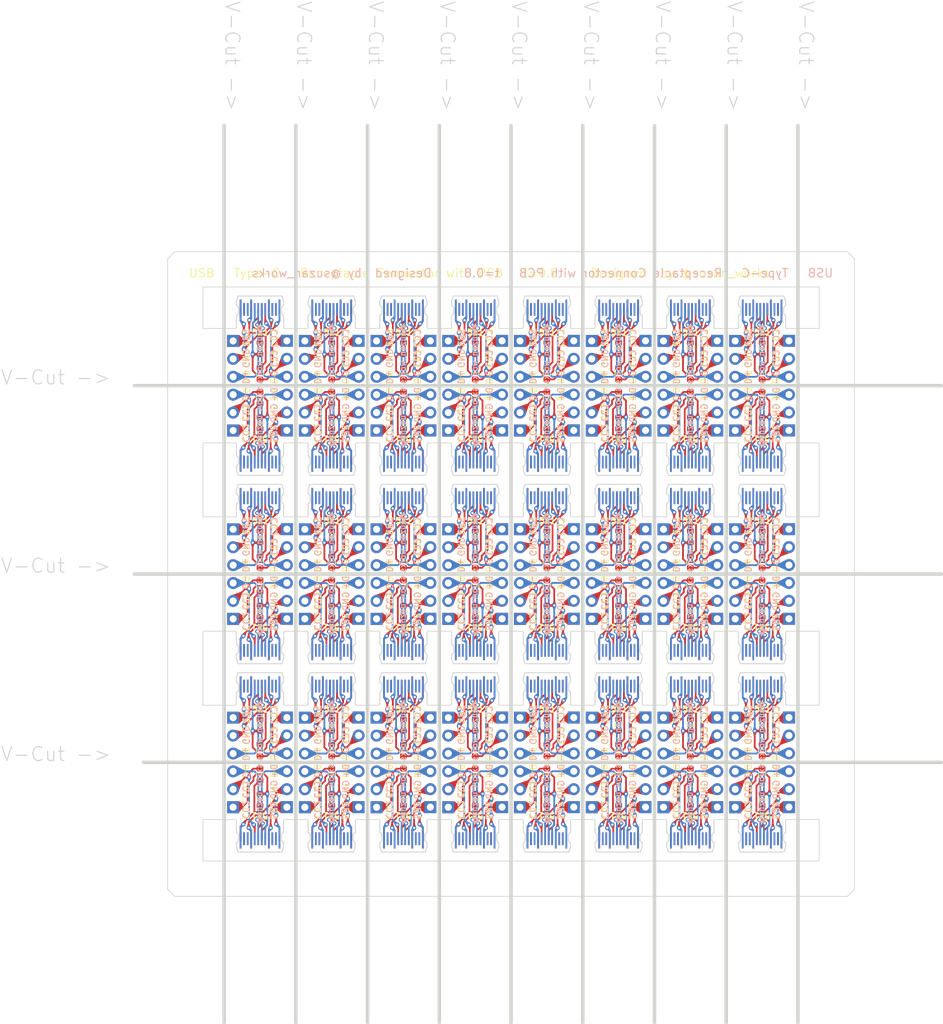
<source format=kicad_pcb>
(kicad_pcb (version 20221018) (generator pcbnew)
  (title_block (title "USB-C_PCB_Receptacle") (date "2025-02-08") (rev "v1.0") (company "@suzan_works"))
  (layers (0 "F.Cu" signal) (31 "B.Cu" signal) (34 "B.Paste" user) (35 "F.Paste" user) (36 "B.SilkS" user "B.Silkscreen") (37 "F.SilkS" user "F.Silkscreen") (38 "B.Mask" user) (39 "F.Mask" user) (44 "Edge.Cuts" user))
  (net 0 "")
  (net 1 "Net-(J1-Pin_1)")
  (net 2 "Net-(J1-Pin_2)")
  (net 3 "Net-(J1-Pin_3)")
  (net 4 "Net-(J2-Pin_1)")
  (net 5 "Net-(J2-Pin_2)")
  (net 6 "Net-(J2-Pin_3)")
  (footprint "Resistor_SMD:R_0603_1608Metric" (layer "F.Cu") (at 115.24 71.615 90)
    (fp_text reference "R1" hide)
    (fp_text value "5.1k")
  )
  (footprint "0_My_Library:USB-C_PCBPLUG" (layer "F.Cu") (at 166.04 110.8 -90)
    (fp_text reference "J3" hide)
    (fp_text value "USB_C_Receptacle_USB2.0" hide)
    (fp_line (start -2.6 -3.345) (end -0.9 -3.345) (stroke (width 0.127)) (layer "Edge.Cuts"))
    (fp_line (start -2.6 3.345) (end -0.9 3.345) (stroke (width 0.127)) (layer "Edge.Cuts"))
    (fp_line (start -0.9 -3.345) (end -0.6 -3.045) (stroke (width 0.127)) (layer "Edge.Cuts"))
    (fp_line (start -0.9 3.345) (end -0.6 3.055) (stroke (width 0.127)) (layer "Edge.Cuts"))
    (fp_line (start -0.6 -3.045) (end 0.3 -3.045) (stroke (width 0.127)) (layer "Edge.Cuts"))
    (fp_line (start -0.6 3.055) (end 0.3 3.055) (stroke (width 0.127)) (layer "Edge.Cuts"))
    (fp_line (start 0.3 -3.045) (end 0.6 -3.345) (stroke (width 0.127)) (layer "Edge.Cuts"))
    (fp_line (start 0.3 3.055) (end 0.6 3.345) (stroke (width 0.127)) (layer "Edge.Cuts"))
    (fp_line (start 0.6 -3.345) (end 1.15 -3.345) (stroke (width 0.127)) (layer "Edge.Cuts"))
    (fp_line (start 0.6 3.345) (end 1.15 3.345) (stroke (width 0.127)) (layer "Edge.Cuts"))
    (fp_line (start 1.15 -3.345) (end 1.9 -3.095) (stroke (width 0.127)) (layer "Edge.Cuts"))
    (fp_line (start 1.9 -3.095) (end 1.9 3.095) (stroke (width 0.127)) (layer "Edge.Cuts"))
    (fp_line (start 1.9 3.095) (end 1.15 3.345) (stroke (width 0.127)) (layer "Edge.Cuts"))
  )
  (footprint "Connector_PinHeader_2.54mm:PinHeader_1x03_P2.54mm_Vertical" (layer "F.Cu") (at 169.85 133.005 180)
    (fp_text reference "J1" hide)
    (fp_text value "Conn_01x03")
  )
  (footprint "0_My_Library:USB-C_PCBPLUG" (layer "F.Cu") (at 115.24 115.87 90)
    (fp_text reference "J3" hide)
    (fp_text value "USB_C_Receptacle_USB2.0" hide)
    (fp_line (start -2.6 -3.345) (end -0.9 -3.345) (stroke (width 0.127)) (layer "Edge.Cuts"))
    (fp_line (start -2.6 3.345) (end -0.9 3.345) (stroke (width 0.127)) (layer "Edge.Cuts"))
    (fp_line (start -0.9 -3.345) (end -0.6 -3.045) (stroke (width 0.127)) (layer "Edge.Cuts"))
    (fp_line (start -0.9 3.345) (end -0.6 3.055) (stroke (width 0.127)) (layer "Edge.Cuts"))
    (fp_line (start -0.6 -3.045) (end 0.3 -3.045) (stroke (width 0.127)) (layer "Edge.Cuts"))
    (fp_line (start -0.6 3.055) (end 0.3 3.055) (stroke (width 0.127)) (layer "Edge.Cuts"))
    (fp_line (start 0.3 -3.045) (end 0.6 -3.345) (stroke (width 0.127)) (layer "Edge.Cuts"))
    (fp_line (start 0.3 3.055) (end 0.6 3.345) (stroke (width 0.127)) (layer "Edge.Cuts"))
    (fp_line (start 0.6 -3.345) (end 1.15 -3.345) (stroke (width 0.127)) (layer "Edge.Cuts"))
    (fp_line (start 0.6 3.345) (end 1.15 3.345) (stroke (width 0.127)) (layer "Edge.Cuts"))
    (fp_line (start 1.15 -3.345) (end 1.9 -3.095) (stroke (width 0.127)) (layer "Edge.Cuts"))
    (fp_line (start 1.9 -3.095) (end 1.9 3.095) (stroke (width 0.127)) (layer "Edge.Cuts"))
    (fp_line (start 1.9 3.095) (end 1.15 3.345) (stroke (width 0.127)) (layer "Edge.Cuts"))
  )
  (footprint "Resistor_SMD:R_0603_1608Metric" (layer "F.Cu") (at 125.4 124.955 90)
    (fp_text reference "R1" hide)
    (fp_text value "5.1k")
  )
  (footprint "Connector_PinHeader_2.54mm:PinHeader_1x03_P2.54mm_Vertical" (layer "F.Cu") (at 169.85 79.665 180)
    (fp_text reference "J1" hide)
    (fp_text value "Conn_01x03")
  )
  (footprint "0_My_Library:USB-C_PCBPLUG" (layer "F.Cu") (at 145.72 115.87 90)
    (fp_text reference "J3" hide)
    (fp_text value "USB_C_Receptacle_USB2.0" hide)
    (fp_line (start -2.6 -3.345) (end -0.9 -3.345) (stroke (width 0.127)) (layer "Edge.Cuts"))
    (fp_line (start -2.6 3.345) (end -0.9 3.345) (stroke (width 0.127)) (layer "Edge.Cuts"))
    (fp_line (start -0.9 -3.345) (end -0.6 -3.045) (stroke (width 0.127)) (layer "Edge.Cuts"))
    (fp_line (start -0.9 3.345) (end -0.6 3.055) (stroke (width 0.127)) (layer "Edge.Cuts"))
    (fp_line (start -0.6 -3.045) (end 0.3 -3.045) (stroke (width 0.127)) (layer "Edge.Cuts"))
    (fp_line (start -0.6 3.055) (end 0.3 3.055) (stroke (width 0.127)) (layer "Edge.Cuts"))
    (fp_line (start 0.3 -3.045) (end 0.6 -3.345) (stroke (width 0.127)) (layer "Edge.Cuts"))
    (fp_line (start 0.3 3.055) (end 0.6 3.345) (stroke (width 0.127)) (layer "Edge.Cuts"))
    (fp_line (start 0.6 -3.345) (end 1.15 -3.345) (stroke (width 0.127)) (layer "Edge.Cuts"))
    (fp_line (start 0.6 3.345) (end 1.15 3.345) (stroke (width 0.127)) (layer "Edge.Cuts"))
    (fp_line (start 1.15 -3.345) (end 1.9 -3.095) (stroke (width 0.127)) (layer "Edge.Cuts"))
    (fp_line (start 1.9 -3.095) (end 1.9 3.095) (stroke (width 0.127)) (layer "Edge.Cuts"))
    (fp_line (start 1.9 3.095) (end 1.15 3.345) (stroke (width 0.127)) (layer "Edge.Cuts"))
  )
  (footprint "Resistor_SMD:R_0603_1608Metric" (layer "F.Cu") (at 145.72 94.73 90)
    (fp_text reference "R2" hide)
    (fp_text value "5.1k")
  )
  (footprint "Resistor_SMD:R_0603_1608Metric" (layer "F.Cu") (at 125.4 105.27 -90)
    (fp_text reference "R2" hide)
    (fp_text value "5.1k")
  )
  (footprint "0_My_Library:USB-C_PCBPLUG" (layer "F.Cu") (at 135.56 62.53 90)
    (fp_text reference "J3" hide)
    (fp_text value "USB_C_Receptacle_USB2.0" hide)
    (fp_line (start -2.6 -3.345) (end -0.9 -3.345) (stroke (width 0.127)) (layer "Edge.Cuts"))
    (fp_line (start -2.6 3.345) (end -0.9 3.345) (stroke (width 0.127)) (layer "Edge.Cuts"))
    (fp_line (start -0.9 -3.345) (end -0.6 -3.045) (stroke (width 0.127)) (layer "Edge.Cuts"))
    (fp_line (start -0.9 3.345) (end -0.6 3.055) (stroke (width 0.127)) (layer "Edge.Cuts"))
    (fp_line (start -0.6 -3.045) (end 0.3 -3.045) (stroke (width 0.127)) (layer "Edge.Cuts"))
    (fp_line (start -0.6 3.055) (end 0.3 3.055) (stroke (width 0.127)) (layer "Edge.Cuts"))
    (fp_line (start 0.3 -3.045) (end 0.6 -3.345) (stroke (width 0.127)) (layer "Edge.Cuts"))
    (fp_line (start 0.3 3.055) (end 0.6 3.345) (stroke (width 0.127)) (layer "Edge.Cuts"))
    (fp_line (start 0.6 -3.345) (end 1.15 -3.345) (stroke (width 0.127)) (layer "Edge.Cuts"))
    (fp_line (start 0.6 3.345) (end 1.15 3.345) (stroke (width 0.127)) (layer "Edge.Cuts"))
    (fp_line (start 1.15 -3.345) (end 1.9 -3.095) (stroke (width 0.127)) (layer "Edge.Cuts"))
    (fp_line (start 1.9 -3.095) (end 1.9 3.095) (stroke (width 0.127)) (layer "Edge.Cuts"))
    (fp_line (start 1.9 3.095) (end 1.15 3.345) (stroke (width 0.127)) (layer "Edge.Cuts"))
  )
  (footprint "Connector_PinHeader_2.54mm:PinHeader_1x03_P2.54mm_Vertical" (layer "F.Cu") (at 180.01 66.98)
    (fp_text reference "J2" hide)
    (fp_text value "Conn_01x03")
  )
  (footprint "0_My_Library:USB-C_PCBPLUG" (layer "F.Cu") (at 135.56 137.47 -90)
    (fp_text reference "J3" hide)
    (fp_text value "USB_C_Receptacle_USB2.0" hide)
    (fp_line (start -2.6 -3.345) (end -0.9 -3.345) (stroke (width 0.127)) (layer "Edge.Cuts"))
    (fp_line (start -2.6 3.345) (end -0.9 3.345) (stroke (width 0.127)) (layer "Edge.Cuts"))
    (fp_line (start -0.9 -3.345) (end -0.6 -3.045) (stroke (width 0.127)) (layer "Edge.Cuts"))
    (fp_line (start -0.9 3.345) (end -0.6 3.055) (stroke (width 0.127)) (layer "Edge.Cuts"))
    (fp_line (start -0.6 -3.045) (end 0.3 -3.045) (stroke (width 0.127)) (layer "Edge.Cuts"))
    (fp_line (start -0.6 3.055) (end 0.3 3.055) (stroke (width 0.127)) (layer "Edge.Cuts"))
    (fp_line (start 0.3 -3.045) (end 0.6 -3.345) (stroke (width 0.127)) (layer "Edge.Cuts"))
    (fp_line (start 0.3 3.055) (end 0.6 3.345) (stroke (width 0.127)) (layer "Edge.Cuts"))
    (fp_line (start 0.6 -3.345) (end 1.15 -3.345) (stroke (width 0.127)) (layer "Edge.Cuts"))
    (fp_line (start 0.6 3.345) (end 1.15 3.345) (stroke (width 0.127)) (layer "Edge.Cuts"))
    (fp_line (start 1.15 -3.345) (end 1.9 -3.095) (stroke (width 0.127)) (layer "Edge.Cuts"))
    (fp_line (start 1.9 -3.095) (end 1.9 3.095) (stroke (width 0.127)) (layer "Edge.Cuts"))
    (fp_line (start 1.9 3.095) (end 1.15 3.345) (stroke (width 0.127)) (layer "Edge.Cuts"))
  )
  (footprint "Resistor_SMD:R_0603_1608Metric" (layer "F.Cu") (at 115.24 131.94 -90)
    (fp_text reference "R2" hide)
    (fp_text value "5.1k")
  )
  (footprint "Connector_PinHeader_2.54mm:PinHeader_1x03_P2.54mm_Vertical" (layer "F.Cu") (at 141.91 133.02 180)
    (fp_text reference "J2" hide)
    (fp_text value "Conn_01x03")
  )
  (footprint "Connector_PinHeader_2.54mm:PinHeader_1x03_P2.54mm_Vertical" (layer "F.Cu") (at 121.59 93.665)
    (fp_text reference "J1" hide)
    (fp_text value "Conn_01x03")
  )
  (footprint "Connector_PinHeader_2.54mm:PinHeader_1x03_P2.54mm_Vertical" (layer "F.Cu") (at 159.69 66.98)
    (fp_text reference "J2" hide)
    (fp_text value "Conn_01x03")
  )
  (footprint "Connector_PinHeader_2.54mm:PinHeader_1x03_P2.54mm_Vertical" (layer "F.Cu") (at 169.85 93.65)
    (fp_text reference "J2" hide)
    (fp_text value "Conn_01x03")
  )
  (footprint "Connector_PinHeader_2.54mm:PinHeader_1x03_P2.54mm_Vertical" (layer "F.Cu") (at 149.53 120.32)
    (fp_text reference "J2" hide)
    (fp_text value "Conn_01x03")
  )
  (footprint "0_My_Library:USB-C_PCBPLUG" (layer "F.Cu") (at 115.24 89.2 90)
    (fp_text reference "J3" hide)
    (fp_text value "USB_C_Receptacle_USB2.0" hide)
    (fp_line (start -2.6 -3.345) (end -0.9 -3.345) (stroke (width 0.127)) (layer "Edge.Cuts"))
    (fp_line (start -2.6 3.345) (end -0.9 3.345) (stroke (width 0.127)) (layer "Edge.Cuts"))
    (fp_line (start -0.9 -3.345) (end -0.6 -3.045) (stroke (width 0.127)) (layer "Edge.Cuts"))
    (fp_line (start -0.9 3.345) (end -0.6 3.055) (stroke (width 0.127)) (layer "Edge.Cuts"))
    (fp_line (start -0.6 -3.045) (end 0.3 -3.045) (stroke (width 0.127)) (layer "Edge.Cuts"))
    (fp_line (start -0.6 3.055) (end 0.3 3.055) (stroke (width 0.127)) (layer "Edge.Cuts"))
    (fp_line (start 0.3 -3.045) (end 0.6 -3.345) (stroke (width 0.127)) (layer "Edge.Cuts"))
    (fp_line (start 0.3 3.055) (end 0.6 3.345) (stroke (width 0.127)) (layer "Edge.Cuts"))
    (fp_line (start 0.6 -3.345) (end 1.15 -3.345) (stroke (width 0.127)) (layer "Edge.Cuts"))
    (fp_line (start 0.6 3.345) (end 1.15 3.345) (stroke (width 0.127)) (layer "Edge.Cuts"))
    (fp_line (start 1.15 -3.345) (end 1.9 -3.095) (stroke (width 0.127)) (layer "Edge.Cuts"))
    (fp_line (start 1.9 -3.095) (end 1.9 3.095) (stroke (width 0.127)) (layer "Edge.Cuts"))
    (fp_line (start 1.9 3.095) (end 1.15 3.345) (stroke (width 0.127)) (layer "Edge.Cuts"))
  )
  (footprint "Connector_PinHeader_2.54mm:PinHeader_1x03_P2.54mm_Vertical" (layer "F.Cu") (at 172.39 79.68 180)
    (fp_text reference "J2" hide)
    (fp_text value "Conn_01x03")
  )
  (footprint "Resistor_SMD:R_0603_1608Metric" (layer "F.Cu") (at 105.08 98.285 90)
    (fp_text reference "R1" hide)
    (fp_text value "5.1k")
  )
  (footprint "Connector_PinHeader_2.54mm:PinHeader_1x03_P2.54mm_Vertical" (layer "F.Cu") (at 101.27 120.335)
    (fp_text reference "J1" hide)
    (fp_text value "Conn_01x03")
  )
  (footprint "Connector_PinHeader_2.54mm:PinHeader_1x03_P2.54mm_Vertical" (layer "F.Cu") (at 111.43 93.665)
    (fp_text reference "J1" hide)
    (fp_text value "Conn_01x03")
  )
  (footprint "Resistor_SMD:R_0603_1608Metric" (layer "F.Cu") (at 176.2 121.4 90)
    (fp_text reference "R2" hide)
    (fp_text value "5.1k")
  )
  (footprint "Connector_PinHeader_2.54mm:PinHeader_1x03_P2.54mm_Vertical" (layer "F.Cu") (at 119.05 79.665 180)
    (fp_text reference "J1" hide)
    (fp_text value "Conn_01x03")
  )
  (footprint "Resistor_SMD:R_0603_1608Metric" (layer "F.Cu") (at 125.4 78.6 -90)
    (fp_text reference "R2" hide)
    (fp_text value "5.1k")
  )
  (footprint "Connector_PinHeader_2.54mm:PinHeader_1x03_P2.54mm_Vertical" (layer "F.Cu") (at 159.69 93.65)
    (fp_text reference "J2" hide)
    (fp_text value "Conn_01x03")
  )
  (footprint "Resistor_SMD:R_0603_1608Metric" (layer "F.Cu") (at 105.08 121.4 90)
    (fp_text reference "R2" hide)
    (fp_text value "5.1k")
  )
  (footprint "Resistor_SMD:R_0603_1608Metric" (layer "F.Cu") (at 166.04 128.385 -90)
    (fp_text reference "R1" hide)
    (fp_text value "5.1k")
  )
  (footprint "Connector_PinHeader_2.54mm:PinHeader_1x03_P2.54mm_Vertical" (layer "F.Cu") (at 152.07 79.68 180)
    (fp_text reference "J2" hide)
    (fp_text value "Conn_01x03")
  )
  (footprint "Connector_PinHeader_2.54mm:PinHeader_1x03_P2.54mm_Vertical" (layer "F.Cu") (at 111.43 133.02 180)
    (fp_text reference "J2" hide)
    (fp_text value "Conn_01x03")
  )
  (footprint "Resistor_SMD:R_0603_1608Metric" (layer "F.Cu") (at 135.56 124.955 90)
    (fp_text reference "R1" hide)
    (fp_text value "5.1k")
  )
  (footprint "Resistor_SMD:R_0603_1608Metric" (layer "F.Cu") (at 155.88 68.06 90)
    (fp_text reference "R2" hide)
    (fp_text value "5.1k")
  )
  (footprint "Connector_PinHeader_2.54mm:PinHeader_1x03_P2.54mm_Vertical" (layer "F.Cu") (at 180.01 120.32)
    (fp_text reference "J2" hide)
    (fp_text value "Conn_01x03")
  )
  (footprint "Resistor_SMD:R_0603_1608Metric" (layer "F.Cu") (at 115.24 121.4 90)
    (fp_text reference "R2" hide)
    (fp_text value "5.1k")
  )
  (footprint "0_My_Library:USB-C_PCBPLUG" (layer "F.Cu") (at 125.4 89.2 90)
    (fp_text reference "J3" hide)
    (fp_text value "USB_C_Receptacle_USB2.0" hide)
    (fp_line (start -2.6 -3.345) (end -0.9 -3.345) (stroke (width 0.127)) (layer "Edge.Cuts"))
    (fp_line (start -2.6 3.345) (end -0.9 3.345) (stroke (width 0.127)) (layer "Edge.Cuts"))
    (fp_line (start -0.9 -3.345) (end -0.6 -3.045) (stroke (width 0.127)) (layer "Edge.Cuts"))
    (fp_line (start -0.9 3.345) (end -0.6 3.055) (stroke (width 0.127)) (layer "Edge.Cuts"))
    (fp_line (start -0.6 -3.045) (end 0.3 -3.045) (stroke (width 0.127)) (layer "Edge.Cuts"))
    (fp_line (start -0.6 3.055) (end 0.3 3.055) (stroke (width 0.127)) (layer "Edge.Cuts"))
    (fp_line (start 0.3 -3.045) (end 0.6 -3.345) (stroke (width 0.127)) (layer "Edge.Cuts"))
    (fp_line (start 0.3 3.055) (end 0.6 3.345) (stroke (width 0.127)) (layer "Edge.Cuts"))
    (fp_line (start 0.6 -3.345) (end 1.15 -3.345) (stroke (width 0.127)) (layer "Edge.Cuts"))
    (fp_line (start 0.6 3.345) (end 1.15 3.345) (stroke (width 0.127)) (layer "Edge.Cuts"))
    (fp_line (start 1.15 -3.345) (end 1.9 -3.095) (stroke (width 0.127)) (layer "Edge.Cuts"))
    (fp_line (start 1.9 -3.095) (end 1.9 3.095) (stroke (width 0.127)) (layer "Edge.Cuts"))
    (fp_line (start 1.9 3.095) (end 1.15 3.345) (stroke (width 0.127)) (layer "Edge.Cuts"))
  )
  (footprint "0_My_Library:USB-C_PCBPLUG" (layer "F.Cu") (at 105.08 115.87 90)
    (fp_text reference "J3" hide)
    (fp_text value "USB_C_Receptacle_USB2.0" hide)
    (fp_line (start -2.6 -3.345) (end -0.9 -3.345) (stroke (width 0.127)) (layer "Edge.Cuts"))
    (fp_line (start -2.6 3.345) (end -0.9 3.345) (stroke (width 0.127)) (layer "Edge.Cuts"))
    (fp_line (start -0.9 -3.345) (end -0.6 -3.045) (stroke (width 0.127)) (layer "Edge.Cuts"))
    (fp_line (start -0.9 3.345) (end -0.6 3.055) (stroke (width 0.127)) (layer "Edge.Cuts"))
    (fp_line (start -0.6 -3.045) (end 0.3 -3.045) (stroke (width 0.127)) (layer "Edge.Cuts"))
    (fp_line (start -0.6 3.055) (end 0.3 3.055) (stroke (width 0.127)) (layer "Edge.Cuts"))
    (fp_line (start 0.3 -3.045) (end 0.6 -3.345) (stroke (width 0.127)) (layer "Edge.Cuts"))
    (fp_line (start 0.3 3.055) (end 0.6 3.345) (stroke (width 0.127)) (layer "Edge.Cuts"))
    (fp_line (start 0.6 -3.345) (end 1.15 -3.345) (stroke (width 0.127)) (layer "Edge.Cuts"))
    (fp_line (start 0.6 3.345) (end 1.15 3.345) (stroke (width 0.127)) (layer "Edge.Cuts"))
    (fp_line (start 1.15 -3.345) (end 1.9 -3.095) (stroke (width 0.127)) (layer "Edge.Cuts"))
    (fp_line (start 1.9 -3.095) (end 1.9 3.095) (stroke (width 0.127)) (layer "Edge.Cuts"))
    (fp_line (start 1.9 3.095) (end 1.15 3.345) (stroke (width 0.127)) (layer "Edge.Cuts"))
  )
  (footprint "Connector_PinHeader_2.54mm:PinHeader_1x03_P2.54mm_Vertical" (layer "F.Cu") (at 119.05 106.335 180)
    (fp_text reference "J1" hide)
    (fp_text value "Conn_01x03")
  )
  (footprint "Resistor_SMD:R_0603_1608Metric" (layer "F.Cu") (at 145.72 78.6 -90)
    (fp_text reference "R2" hide)
    (fp_text value "5.1k")
  )
  (footprint "Connector_PinHeader_2.54mm:PinHeader_1x03_P2.54mm_Vertical" (layer "F.Cu") (at 162.23 79.68 180)
    (fp_text reference "J2" hide)
    (fp_text value "Conn_01x03")
  )
  (footprint "0_My_Library:USB-C_PCBPLUG" (layer "F.Cu") (at 105.08 110.8 -90)
    (fp_text reference "J3" hide)
    (fp_text value "USB_C_Receptacle_USB2.0" hide)
    (fp_line (start -2.6 -3.345) (end -0.9 -3.345) (stroke (width 0.127)) (layer "Edge.Cuts"))
    (fp_line (start -2.6 3.345) (end -0.9 3.345) (stroke (width 0.127)) (layer "Edge.Cuts"))
    (fp_line (start -0.9 -3.345) (end -0.6 -3.045) (stroke (width 0.127)) (layer "Edge.Cuts"))
    (fp_line (start -0.9 3.345) (end -0.6 3.055) (stroke (width 0.127)) (layer "Edge.Cuts"))
    (fp_line (start -0.6 -3.045) (end 0.3 -3.045) (stroke (width 0.127)) (layer "Edge.Cuts"))
    (fp_line (start -0.6 3.055) (end 0.3 3.055) (stroke (width 0.127)) (layer "Edge.Cuts"))
    (fp_line (start 0.3 -3.045) (end 0.6 -3.345) (stroke (width 0.127)) (layer "Edge.Cuts"))
    (fp_line (start 0.3 3.055) (end 0.6 3.345) (stroke (width 0.127)) (layer "Edge.Cuts"))
    (fp_line (start 0.6 -3.345) (end 1.15 -3.345) (stroke (width 0.127)) (layer "Edge.Cuts"))
    (fp_line (start 0.6 3.345) (end 1.15 3.345) (stroke (width 0.127)) (layer "Edge.Cuts"))
    (fp_line (start 1.15 -3.345) (end 1.9 -3.095) (stroke (width 0.127)) (layer "Edge.Cuts"))
    (fp_line (start 1.9 -3.095) (end 1.9 3.095) (stroke (width 0.127)) (layer "Edge.Cuts"))
    (fp_line (start 1.9 3.095) (end 1.15 3.345) (stroke (width 0.127)) (layer "Edge.Cuts"))
  )
  (footprint "0_My_Library:USB-C_PCBPLUG" (layer "F.Cu") (at 135.56 110.8 -90)
    (fp_text reference "J3" hide)
    (fp_text value "USB_C_Receptacle_USB2.0" hide)
    (fp_line (start -2.6 -3.345) (end -0.9 -3.345) (stroke (width 0.127)) (layer "Edge.Cuts"))
    (fp_line (start -2.6 3.345) (end -0.9 3.345) (stroke (width 0.127)) (layer "Edge.Cuts"))
    (fp_line (start -0.9 -3.345) (end -0.6 -3.045) (stroke (width 0.127)) (layer "Edge.Cuts"))
    (fp_line (start -0.9 3.345) (end -0.6 3.055) (stroke (width 0.127)) (layer "Edge.Cuts"))
    (fp_line (start -0.6 -3.045) (end 0.3 -3.045) (stroke (width 0.127)) (layer "Edge.Cuts"))
    (fp_line (start -0.6 3.055) (end 0.3 3.055) (stroke (width 0.127)) (layer "Edge.Cuts"))
    (fp_line (start 0.3 -3.045) (end 0.6 -3.345) (stroke (width 0.127)) (layer "Edge.Cuts"))
    (fp_line (start 0.3 3.055) (end 0.6 3.345) (stroke (width 0.127)) (layer "Edge.Cuts"))
    (fp_line (start 0.6 -3.345) (end 1.15 -3.345) (stroke (width 0.127)) (layer "Edge.Cuts"))
    (fp_line (start 0.6 3.345) (end 1.15 3.345) (stroke (width 0.127)) (layer "Edge.Cuts"))
    (fp_line (start 1.15 -3.345) (end 1.9 -3.095) (stroke (width 0.127)) (layer "Edge.Cuts"))
    (fp_line (start 1.9 -3.095) (end 1.9 3.095) (stroke (width 0.127)) (layer "Edge.Cuts"))
    (fp_line (start 1.9 3.095) (end 1.15 3.345) (stroke (width 0.127)) (layer "Edge.Cuts"))
  )
  (footprint "Resistor_SMD:R_0603_1608Metric" (layer "F.Cu") (at 125.4 128.385 -90)
    (fp_text reference "R1" hide)
    (fp_text value "5.1k")
  )
  (footprint "0_My_Library:USB-C_PCBPLUG" (layer "F.Cu") (at 105.08 89.2 90)
    (fp_text reference "J3" hide)
    (fp_text value "USB_C_Receptacle_USB2.0" hide)
    (fp_line (start -2.6 -3.345) (end -0.9 -3.345) (stroke (width 0.127)) (layer "Edge.Cuts"))
    (fp_line (start -2.6 3.345) (end -0.9 3.345) (stroke (width 0.127)) (layer "Edge.Cuts"))
    (fp_line (start -0.9 -3.345) (end -0.6 -3.045) (stroke (width 0.127)) (layer "Edge.Cuts"))
    (fp_line (start -0.9 3.345) (end -0.6 3.055) (stroke (width 0.127)) (layer "Edge.Cuts"))
    (fp_line (start -0.6 -3.045) (end 0.3 -3.045) (stroke (width 0.127)) (layer "Edge.Cuts"))
    (fp_line (start -0.6 3.055) (end 0.3 3.055) (stroke (width 0.127)) (layer "Edge.Cuts"))
    (fp_line (start 0.3 -3.045) (end 0.6 -3.345) (stroke (width 0.127)) (layer "Edge.Cuts"))
    (fp_line (start 0.3 3.055) (end 0.6 3.345) (stroke (width 0.127)) (layer "Edge.Cuts"))
    (fp_line (start 0.6 -3.345) (end 1.15 -3.345) (stroke (width 0.127)) (layer "Edge.Cuts"))
    (fp_line (start 0.6 3.345) (end 1.15 3.345) (stroke (width 0.127)) (layer "Edge.Cuts"))
    (fp_line (start 1.15 -3.345) (end 1.9 -3.095) (stroke (width 0.127)) (layer "Edge.Cuts"))
    (fp_line (start 1.9 -3.095) (end 1.9 3.095) (stroke (width 0.127)) (layer "Edge.Cuts"))
    (fp_line (start 1.9 3.095) (end 1.15 3.345) (stroke (width 0.127)) (layer "Edge.Cuts"))
  )
  (footprint "Connector_PinHeader_2.54mm:PinHeader_1x03_P2.54mm_Vertical" (layer "F.Cu") (at 108.89 106.335 180)
    (fp_text reference "J1" hide)
    (fp_text value "Conn_01x03")
  )
  (footprint "Resistor_SMD:R_0603_1608Metric" (layer "F.Cu") (at 155.88 71.615 90)
    (fp_text reference "R1" hide)
    (fp_text value "5.1k")
  )
  (footprint "0_My_Library:USB-C_PCBPLUG" (layer "F.Cu") (at 176.2 89.2 90)
    (fp_text reference "J3" hide)
    (fp_text value "USB_C_Receptacle_USB2.0" hide)
    (fp_line (start -2.6 -3.345) (end -0.9 -3.345) (stroke (width 0.127)) (layer "Edge.Cuts"))
    (fp_line (start -2.6 3.345) (end -0.9 3.345) (stroke (width 0.127)) (layer "Edge.Cuts"))
    (fp_line (start -0.9 -3.345) (end -0.6 -3.045) (stroke (width 0.127)) (layer "Edge.Cuts"))
    (fp_line (start -0.9 3.345) (end -0.6 3.055) (stroke (width 0.127)) (layer "Edge.Cuts"))
    (fp_line (start -0.6 -3.045) (end 0.3 -3.045) (stroke (width 0.127)) (layer "Edge.Cuts"))
    (fp_line (start -0.6 3.055) (end 0.3 3.055) (stroke (width 0.127)) (layer "Edge.Cuts"))
    (fp_line (start 0.3 -3.045) (end 0.6 -3.345) (stroke (width 0.127)) (layer "Edge.Cuts"))
    (fp_line (start 0.3 3.055) (end 0.6 3.345) (stroke (width 0.127)) (layer "Edge.Cuts"))
    (fp_line (start 0.6 -3.345) (end 1.15 -3.345) (stroke (width 0.127)) (layer "Edge.Cuts"))
    (fp_line (start 0.6 3.345) (end 1.15 3.345) (stroke (width 0.127)) (layer "Edge.Cuts"))
    (fp_line (start 1.15 -3.345) (end 1.9 -3.095) (stroke (width 0.127)) (layer "Edge.Cuts"))
    (fp_line (start 1.9 -3.095) (end 1.9 3.095) (stroke (width 0.127)) (layer "Edge.Cuts"))
    (fp_line (start 1.9 3.095) (end 1.15 3.345) (stroke (width 0.127)) (layer "Edge.Cuts"))
  )
  (footprint "0_My_Library:USB-C_PCBPLUG" (layer "F.Cu") (at 155.88 84.13 -90)
    (fp_text reference "J3" hide)
    (fp_text value "USB_C_Receptacle_USB2.0" hide)
    (fp_line (start -2.6 -3.345) (end -0.9 -3.345) (stroke (width 0.127)) (layer "Edge.Cuts"))
    (fp_line (start -2.6 3.345) (end -0.9 3.345) (stroke (width 0.127)) (layer "Edge.Cuts"))
    (fp_line (start -0.9 -3.345) (end -0.6 -3.045) (stroke (width 0.127)) (layer "Edge.Cuts"))
    (fp_line (start -0.9 3.345) (end -0.6 3.055) (stroke (width 0.127)) (layer "Edge.Cuts"))
    (fp_line (start -0.6 -3.045) (end 0.3 -3.045) (stroke (width 0.127)) (layer "Edge.Cuts"))
    (fp_line (start -0.6 3.055) (end 0.3 3.055) (stroke (width 0.127)) (layer "Edge.Cuts"))
    (fp_line (start 0.3 -3.045) (end 0.6 -3.345) (stroke (width 0.127)) (layer "Edge.Cuts"))
    (fp_line (start 0.3 3.055) (end 0.6 3.345) (stroke (width 0.127)) (layer "Edge.Cuts"))
    (fp_line (start 0.6 -3.345) (end 1.15 -3.345) (stroke (width 0.127)) (layer "Edge.Cuts"))
    (fp_line (start 0.6 3.345) (end 1.15 3.345) (stroke (width 0.127)) (layer "Edge.Cuts"))
    (fp_line (start 1.15 -3.345) (end 1.9 -3.095) (stroke (width 0.127)) (layer "Edge.Cuts"))
    (fp_line (start 1.9 -3.095) (end 1.9 3.095) (stroke (width 0.127)) (layer "Edge.Cuts"))
    (fp_line (start 1.9 3.095) (end 1.15 3.345) (stroke (width 0.127)) (layer "Edge.Cuts"))
  )
  (footprint "Connector_PinHeader_2.54mm:PinHeader_1x03_P2.54mm_Vertical" (layer "F.Cu") (at 101.27 106.35 180)
    (fp_text reference "J2" hide)
    (fp_text value "Conn_01x03")
  )
  (footprint "0_My_Library:USB-C_PCBPLUG" (layer "F.Cu") (at 145.72 110.8 -90)
    (fp_text reference "J3" hide)
    (fp_text value "USB_C_Receptacle_USB2.0" hide)
    (fp_line (start -2.6 -3.345) (end -0.9 -3.345) (stroke (width 0.127)) (layer "Edge.Cuts"))
    (fp_line (start -2.6 3.345) (end -0.9 3.345) (stroke (width 0.127)) (layer "Edge.Cuts"))
    (fp_line (start -0.9 -3.345) (end -0.6 -3.045) (stroke (width 0.127)) (layer "Edge.Cuts"))
    (fp_line (start -0.9 3.345) (end -0.6 3.055) (stroke (width 0.127)) (layer "Edge.Cuts"))
    (fp_line (start -0.6 -3.045) (end 0.3 -3.045) (stroke (width 0.127)) (layer "Edge.Cuts"))
    (fp_line (start -0.6 3.055) (end 0.3 3.055) (stroke (width 0.127)) (layer "Edge.Cuts"))
    (fp_line (start 0.3 -3.045) (end 0.6 -3.345) (stroke (width 0.127)) (layer "Edge.Cuts"))
    (fp_line (start 0.3 3.055) (end 0.6 3.345) (stroke (width 0.127)) (layer "Edge.Cuts"))
    (fp_line (start 0.6 -3.345) (end 1.15 -3.345) (stroke (width 0.127)) (layer "Edge.Cuts"))
    (fp_line (start 0.6 3.345) (end 1.15 3.345) (stroke (width 0.127)) (layer "Edge.Cuts"))
    (fp_line (start 1.15 -3.345) (end 1.9 -3.095) (stroke (width 0.127)) (layer "Edge.Cuts"))
    (fp_line (start 1.9 -3.095) (end 1.9 3.095) (stroke (width 0.127)) (layer "Edge.Cuts"))
    (fp_line (start 1.9 3.095) (end 1.15 3.345) (stroke (width 0.127)) (layer "Edge.Cuts"))
  )
  (footprint "0_My_Library:USB-C_PCBPLUG" (layer "F.Cu") (at 145.72 89.2 90)
    (fp_text reference "J3" hide)
    (fp_text value "USB_C_Receptacle_USB2.0" hide)
    (fp_line (start -2.6 -3.345) (end -0.9 -3.345) (stroke (width 0.127)) (layer "Edge.Cuts"))
    (fp_line (start -2.6 3.345) (end -0.9 3.345) (stroke (width 0.127)) (layer "Edge.Cuts"))
    (fp_line (start -0.9 -3.345) (end -0.6 -3.045) (stroke (width 0.127)) (layer "Edge.Cuts"))
    (fp_line (start -0.9 3.345) (end -0.6 3.055) (stroke (width 0.127)) (layer "Edge.Cuts"))
    (fp_line (start -0.6 -3.045) (end 0.3 -3.045) (stroke (width 0.127)) (layer "Edge.Cuts"))
    (fp_line (start -0.6 3.055) (end 0.3 3.055) (stroke (width 0.127)) (layer "Edge.Cuts"))
    (fp_line (start 0.3 -3.045) (end 0.6 -3.345) (stroke (width 0.127)) (layer "Edge.Cuts"))
    (fp_line (start 0.3 3.055) (end 0.6 3.345) (stroke (width 0.127)) (layer "Edge.Cuts"))
    (fp_line (start 0.6 -3.345) (end 1.15 -3.345) (stroke (width 0.127)) (layer "Edge.Cuts"))
    (fp_line (start 0.6 3.345) (end 1.15 3.345) (stroke (width 0.127)) (layer "Edge.Cuts"))
    (fp_line (start 1.15 -3.345) (end 1.9 -3.095) (stroke (width 0.127)) (layer "Edge.Cuts"))
    (fp_line (start 1.9 -3.095) (end 1.9 3.095) (stroke (width 0.127)) (layer "Edge.Cuts"))
    (fp_line (start 1.9 3.095) (end 1.15 3.345) (stroke (width 0.127)) (layer "Edge.Cuts"))
  )
  (footprint "Connector_PinHeader_2.54mm:PinHeader_1x03_P2.54mm_Vertical" (layer "F.Cu") (at 152.07 120.335)
    (fp_text reference "J1" hide)
    (fp_text value "Conn_01x03")
  )
  (footprint "Resistor_SMD:R_0603_1608Metric" (layer "F.Cu") (at 145.72 75.045 -90)
    (fp_text reference "R1" hide)
    (fp_text value "5.1k")
  )
  (footprint "Connector_PinHeader_2.54mm:PinHeader_1x03_P2.54mm_Vertical" (layer "F.Cu") (at 129.21 106.335 180)
    (fp_text reference "J1" hide)
    (fp_text value "Conn_01x03")
  )
  (footprint "Connector_PinHeader_2.54mm:PinHeader_1x03_P2.54mm_Vertical" (layer "F.Cu") (at 108.89 79.665 180)
    (fp_text reference "J1" hide)
    (fp_text value "Conn_01x03")
  )
  (footprint "Connector_PinHeader_2.54mm:PinHeader_1x03_P2.54mm_Vertical" (layer "F.Cu") (at 162.23 106.35 180)
    (fp_text reference "J2" hide)
    (fp_text value "Conn_01x03")
  )
  (footprint "0_My_Library:USB-C_PCBPLUG" (layer "F.Cu") (at 115.24 110.8 -90)
    (fp_text reference "J3" hide)
    (fp_text value "USB_C_Receptacle_USB2.0" hide)
    (fp_line (start -2.6 -3.345) (end -0.9 -3.345) (stroke (width 0.127)) (layer "Edge.Cuts"))
    (fp_line (start -2.6 3.345) (end -0.9 3.345) (stroke (width 0.127)) (layer "Edge.Cuts"))
    (fp_line (start -0.9 -3.345) (end -0.6 -3.045) (stroke (width 0.127)) (layer "Edge.Cuts"))
    (fp_line (start -0.9 3.345) (end -0.6 3.055) (stroke (width 0.127)) (layer "Edge.Cuts"))
    (fp_line (start -0.6 -3.045) (end 0.3 -3.045) (stroke (width 0.127)) (layer "Edge.Cuts"))
    (fp_line (start -0.6 3.055) (end 0.3 3.055) (stroke (width 0.127)) (layer "Edge.Cuts"))
    (fp_line (start 0.3 -3.045) (end 0.6 -3.345) (stroke (width 0.127)) (layer "Edge.Cuts"))
    (fp_line (start 0.3 3.055) (end 0.6 3.345) (stroke (width 0.127)) (layer "Edge.Cuts"))
    (fp_line (start 0.6 -3.345) (end 1.15 -3.345) (stroke (width 0.127)) (layer "Edge.Cuts"))
    (fp_line (start 0.6 3.345) (end 1.15 3.345) (stroke (width 0.127)) (layer "Edge.Cuts"))
    (fp_line (start 1.15 -3.345) (end 1.9 -3.095) (stroke (width 0.127)) (layer "Edge.Cuts"))
    (fp_line (start 1.9 -3.095) (end 1.9 3.095) (stroke (width 0.127)) (layer "Edge.Cuts"))
    (fp_line (start 1.9 3.095) (end 1.15 3.345) (stroke (width 0.127)) (layer "Edge.Cuts"))
  )
  (footprint "Resistor_SMD:R_0603_1608Metric" (layer "F.Cu") (at 105.08 131.94 -90)
    (fp_text reference "R2" hide)
    (fp_text value "5.1k")
  )
  (footprint "Resistor_SMD:R_0603_1608Metric" (layer "F.Cu") (at 115.24 68.06 90)
    (fp_text reference "R2" hide)
    (fp_text value "5.1k")
  )
  (footprint "0_My_Library:USB-C_PCBPLUG" (layer "F.Cu") (at 166.04 62.53 90)
    (fp_text reference "J3" hide)
    (fp_text value "USB_C_Receptacle_USB2.0" hide)
    (fp_line (start -2.6 -3.345) (end -0.9 -3.345) (stroke (width 0.127)) (layer "Edge.Cuts"))
    (fp_line (start -2.6 3.345) (end -0.9 3.345) (stroke (width 0.127)) (layer "Edge.Cuts"))
    (fp_line (start -0.9 -3.345) (end -0.6 -3.045) (stroke (width 0.127)) (layer "Edge.Cuts"))
    (fp_line (start -0.9 3.345) (end -0.6 3.055) (stroke (width 0.127)) (layer "Edge.Cuts"))
    (fp_line (start -0.6 -3.045) (end 0.3 -3.045) (stroke (width 0.127)) (layer "Edge.Cuts"))
    (fp_line (start -0.6 3.055) (end 0.3 3.055) (stroke (width 0.127)) (layer "Edge.Cuts"))
    (fp_line (start 0.3 -3.045) (end 0.6 -3.345) (stroke (width 0.127)) (layer "Edge.Cuts"))
    (fp_line (start 0.3 3.055) (end 0.6 3.345) (stroke (width 0.127)) (layer "Edge.Cuts"))
    (fp_line (start 0.6 -3.345) (end 1.15 -3.345) (stroke (width 0.127)) (layer "Edge.Cuts"))
    (fp_line (start 0.6 3.345) (end 1.15 3.345) (stroke (width 0.127)) (layer "Edge.Cuts"))
    (fp_line (start 1.15 -3.345) (end 1.9 -3.095) (stroke (width 0.127)) (layer "Edge.Cuts"))
    (fp_line (start 1.9 -3.095) (end 1.9 3.095) (stroke (width 0.127)) (layer "Edge.Cuts"))
    (fp_line (start 1.9 3.095) (end 1.15 3.345) (stroke (width 0.127)) (layer "Edge.Cuts"))
  )
  (footprint "Connector_PinHeader_2.54mm:PinHeader_1x03_P2.54mm_Vertical" (layer "F.Cu") (at 172.39 93.665)
    (fp_text reference "J1" hide)
    (fp_text value "Conn_01x03")
  )
  (footprint "Connector_PinHeader_2.54mm:PinHeader_1x03_P2.54mm_Vertical" (layer "F.Cu") (at 121.59 120.335)
    (fp_text reference "J1" hide)
    (fp_text value "Conn_01x03")
  )
  (footprint "0_My_Library:USB-C_PCBPLUG" (layer "F.Cu") (at 125.4 137.47 -90)
    (fp_text reference "J3" hide)
    (fp_text value "USB_C_Receptacle_USB2.0" hide)
    (fp_line (start -2.6 -3.345) (end -0.9 -3.345) (stroke (width 0.127)) (layer "Edge.Cuts"))
    (fp_line (start -2.6 3.345) (end -0.9 3.345) (stroke (width 0.127)) (layer "Edge.Cuts"))
    (fp_line (start -0.9 -3.345) (end -0.6 -3.045) (stroke (width 0.127)) (layer "Edge.Cuts"))
    (fp_line (start -0.9 3.345) (end -0.6 3.055) (stroke (width 0.127)) (layer "Edge.Cuts"))
    (fp_line (start -0.6 -3.045) (end 0.3 -3.045) (stroke (width 0.127)) (layer "Edge.Cuts"))
    (fp_line (start -0.6 3.055) (end 0.3 3.055) (stroke (width 0.127)) (layer "Edge.Cuts"))
    (fp_line (start 0.3 -3.045) (end 0.6 -3.345) (stroke (width 0.127)) (layer "Edge.Cuts"))
    (fp_line (start 0.3 3.055) (end 0.6 3.345) (stroke (width 0.127)) (layer "Edge.Cuts"))
    (fp_line (start 0.6 -3.345) (end 1.15 -3.345) (stroke (width 0.127)) (layer "Edge.Cuts"))
    (fp_line (start 0.6 3.345) (end 1.15 3.345) (stroke (width 0.127)) (layer "Edge.Cuts"))
    (fp_line (start 1.15 -3.345) (end 1.9 -3.095) (stroke (width 0.127)) (layer "Edge.Cuts"))
    (fp_line (start 1.9 -3.095) (end 1.9 3.095) (stroke (width 0.127)) (layer "Edge.Cuts"))
    (fp_line (start 1.9 3.095) (end 1.15 3.345) (stroke (width 0.127)) (layer "Edge.Cuts"))
  )
  (footprint "Resistor_SMD:R_0603_1608Metric" (layer "F.Cu") (at 105.08 124.955 90)
    (fp_text reference "R1" hide)
    (fp_text value "5.1k")
  )
  (footprint "Resistor_SMD:R_0603_1608Metric" (layer "F.Cu") (at 155.88 94.73 90)
    (fp_text reference "R2" hide)
    (fp_text value "5.1k")
  )
  (footprint "Resistor_SMD:R_0603_1608Metric" (layer "F.Cu") (at 155.88 101.715 -90)
    (fp_text reference "R1" hide)
    (fp_text value "5.1k")
  )
  (footprint "Connector_PinHeader_2.54mm:PinHeader_1x03_P2.54mm_Vertical" (layer "F.Cu") (at 121.59 79.68 180)
    (fp_text reference "J2" hide)
    (fp_text value "Conn_01x03")
  )
  (footprint "Resistor_SMD:R_0603_1608Metric" (layer "F.Cu") (at 115.24 128.385 -90)
    (fp_text reference "R1" hide)
    (fp_text value "5.1k")
  )
  (footprint "Resistor_SMD:R_0603_1608Metric" (layer "F.Cu") (at 135.56 75.045 -90)
    (fp_text reference "R1" hide)
    (fp_text value "5.1k")
  )
  (footprint "Resistor_SMD:R_0603_1608Metric" (layer "F.Cu") (at 115.24 105.27 -90)
    (fp_text reference "R2" hide)
    (fp_text value "5.1k")
  )
  (footprint "0_My_Library:USB-C_PCBPLUG" (layer "F.Cu") (at 166.04 137.47 -90)
    (fp_text reference "J3" hide)
    (fp_text value "USB_C_Receptacle_USB2.0" hide)
    (fp_line (start -2.6 -3.345) (end -0.9 -3.345) (stroke (width 0.127)) (layer "Edge.Cuts"))
    (fp_line (start -2.6 3.345) (end -0.9 3.345) (stroke (width 0.127)) (layer "Edge.Cuts"))
    (fp_line (start -0.9 -3.345) (end -0.6 -3.045) (stroke (width 0.127)) (layer "Edge.Cuts"))
    (fp_line (start -0.9 3.345) (end -0.6 3.055) (stroke (width 0.127)) (layer "Edge.Cuts"))
    (fp_line (start -0.6 -3.045) (end 0.3 -3.045) (stroke (width 0.127)) (layer "Edge.Cuts"))
    (fp_line (start -0.6 3.055) (end 0.3 3.055) (stroke (width 0.127)) (layer "Edge.Cuts"))
    (fp_line (start 0.3 -3.045) (end 0.6 -3.345) (stroke (width 0.127)) (layer "Edge.Cuts"))
    (fp_line (start 0.3 3.055) (end 0.6 3.345) (stroke (width 0.127)) (layer "Edge.Cuts"))
    (fp_line (start 0.6 -3.345) (end 1.15 -3.345) (stroke (width 0.127)) (layer "Edge.Cuts"))
    (fp_line (start 0.6 3.345) (end 1.15 3.345) (stroke (width 0.127)) (layer "Edge.Cuts"))
    (fp_line (start 1.15 -3.345) (end 1.9 -3.095) (stroke (width 0.127)) (layer "Edge.Cuts"))
    (fp_line (start 1.9 -3.095) (end 1.9 3.095) (stroke (width 0.127)) (layer "Edge.Cuts"))
    (fp_line (start 1.9 3.095) (end 1.15 3.345) (stroke (width 0.127)) (layer "Edge.Cuts"))
  )
  (footprint "Resistor_SMD:R_0603_1608Metric" (layer "F.Cu") (at 176.2 124.955 90)
    (fp_text reference "R1" hide)
    (fp_text value "5.1k")
  )
  (footprint "Connector_PinHeader_2.54mm:PinHeader_1x03_P2.54mm_Vertical" (layer "F.Cu") (at 131.75 106.35 180)
    (fp_text reference "J2" hide)
    (fp_text value "Conn_01x03")
  )
  (footprint "Connector_PinHeader_2.54mm:PinHeader_1x03_P2.54mm_Vertical" (layer "F.Cu") (at 139.37 133.005 180)
    (fp_text reference "J1" hide)
    (fp_text value "Conn_01x03")
  )
  (footprint "Resistor_SMD:R_0603_1608Metric" (layer "F.Cu") (at 105.08 75.045 -90)
    (fp_text reference "R1" hide)
    (fp_text value "5.1k")
  )
  (footprint "Resistor_SMD:R_0603_1608Metric" (layer "F.Cu") (at 176.2 94.73 90)
    (fp_text reference "R2" hide)
    (fp_text value "5.1k")
  )
  (footprint "Resistor_SMD:R_0603_1608Metric" (layer "F.Cu") (at 166.04 98.285 90)
    (fp_text reference "R1" hide)
    (fp_text value "5.1k")
  )
  (footprint "Resistor_SMD:R_0603_1608Metric" (layer "F.Cu") (at 125.4 71.615 90)
    (fp_text reference "R1" hide)
    (fp_text value "5.1k")
  )
  (footprint "0_My_Library:USB-C_PCBPLUG" (layer "F.Cu") (at 155.88 62.53 90)
    (fp_text reference "J3" hide)
    (fp_text value "USB_C_Receptacle_USB2.0" hide)
    (fp_line (start -2.6 -3.345) (end -0.9 -3.345) (stroke (width 0.127)) (layer "Edge.Cuts"))
    (fp_line (start -2.6 3.345) (end -0.9 3.345) (stroke (width 0.127)) (layer "Edge.Cuts"))
    (fp_line (start -0.9 -3.345) (end -0.6 -3.045) (stroke (width 0.127)) (layer "Edge.Cuts"))
    (fp_line (start -0.9 3.345) (end -0.6 3.055) (stroke (width 0.127)) (layer "Edge.Cuts"))
    (fp_line (start -0.6 -3.045) (end 0.3 -3.045) (stroke (width 0.127)) (layer "Edge.Cuts"))
    (fp_line (start -0.6 3.055) (end 0.3 3.055) (stroke (width 0.127)) (layer "Edge.Cuts"))
    (fp_line (start 0.3 -3.045) (end 0.6 -3.345) (stroke (width 0.127)) (layer "Edge.Cuts"))
    (fp_line (start 0.3 3.055) (end 0.6 3.345) (stroke (width 0.127)) (layer "Edge.Cuts"))
    (fp_line (start 0.6 -3.345) (end 1.15 -3.345) (stroke (width 0.127)) (layer "Edge.Cuts"))
    (fp_line (start 0.6 3.345) (end 1.15 3.345) (stroke (width 0.127)) (layer "Edge.Cuts"))
    (fp_line (start 1.15 -3.345) (end 1.9 -3.095) (stroke (width 0.127)) (layer "Edge.Cuts"))
    (fp_line (start 1.9 -3.095) (end 1.9 3.095) (stroke (width 0.127)) (layer "Edge.Cuts"))
    (fp_line (start 1.9 3.095) (end 1.15 3.345) (stroke (width 0.127)) (layer "Edge.Cuts"))
  )
  (footprint "Connector_PinHeader_2.54mm:PinHeader_1x03_P2.54mm_Vertical" (layer "F.Cu") (at 169.85 66.98)
    (fp_text reference "J2" hide)
    (fp_text value "Conn_01x03")
  )
  (footprint "Connector_PinHeader_2.54mm:PinHeader_1x03_P2.54mm_Vertical" (layer "F.Cu") (at 180.01 79.665 180)
    (fp_text reference "J1" hide)
    (fp_text value "Conn_01x03")
  )
  (footprint "Resistor_SMD:R_0603_1608Metric" (layer "F.Cu") (at 115.24 98.285 90)
    (fp_text reference "R1" hide)
    (fp_text value "5.1k")
  )
  (footprint "Connector_PinHeader_2.54mm:PinHeader_1x03_P2.54mm_Vertical" (layer "F.Cu") (at 139.37 79.665 180)
    (fp_text reference "J1" hide)
    (fp_text value "Conn_01x03")
  )
  (footprint "Connector_PinHeader_2.54mm:PinHeader_1x03_P2.54mm_Vertical" (layer "F.Cu") (at 129.21 66.98)
    (fp_text reference "J2" hide)
    (fp_text value "Conn_01x03")
  )
  (footprint "Connector_PinHeader_2.54mm:PinHeader_1x03_P2.54mm_Vertical" (layer "F.Cu") (at 131.75 93.665)
    (fp_text reference "J1" hide)
    (fp_text value "Conn_01x03")
  )
  (footprint "Connector_PinHeader_2.54mm:PinHeader_1x03_P2.54mm_Vertical" (layer "F.Cu") (at 111.43 66.995)
    (fp_text reference "J1" hide)
    (fp_text value "Conn_01x03")
  )
  (footprint "0_My_Library:USB-C_PCBPLUG" (layer "F.Cu") (at 145.72 84.13 -90)
    (fp_text reference "J3" hide)
    (fp_text value "USB_C_Receptacle_USB2.0" hide)
    (fp_line (start -2.6 -3.345) (end -0.9 -3.345) (stroke (width 0.127)) (layer "Edge.Cuts"))
    (fp_line (start -2.6 3.345) (end -0.9 3.345) (stroke (width 0.127)) (layer "Edge.Cuts"))
    (fp_line (start -0.9 -3.345) (end -0.6 -3.045) (stroke (width 0.127)) (layer "Edge.Cuts"))
    (fp_line (start -0.9 3.345) (end -0.6 3.055) (stroke (width 0.127)) (layer "Edge.Cuts"))
    (fp_line (start -0.6 -3.045) (end 0.3 -3.045) (stroke (width 0.127)) (layer "Edge.Cuts"))
    (fp_line (start -0.6 3.055) (end 0.3 3.055) (stroke (width 0.127)) (layer "Edge.Cuts"))
    (fp_line (start 0.3 -3.045) (end 0.6 -3.345) (stroke (width 0.127)) (layer "Edge.Cuts"))
    (fp_line (start 0.3 3.055) (end 0.6 3.345) (stroke (width 0.127)) (layer "Edge.Cuts"))
    (fp_line (start 0.6 -3.345) (end 1.15 -3.345) (stroke (width 0.127)) (layer "Edge.Cuts"))
    (fp_line (start 0.6 3.345) (end 1.15 3.345) (stroke (width 0.127)) (layer "Edge.Cuts"))
    (fp_line (start 1.15 -3.345) (end 1.9 -3.095) (stroke (width 0.127)) (layer "Edge.Cuts"))
    (fp_line (start 1.9 -3.095) (end 1.9 3.095) (stroke (width 0.127)) (layer "Edge.Cuts"))
    (fp_line (start 1.9 3.095) (end 1.15 3.345) (stroke (width 0.127)) (layer "Edge.Cuts"))
  )
  (footprint "Connector_PinHeader_2.54mm:PinHeader_1x03_P2.54mm_Vertical" (layer "F.Cu") (at 129.21 120.32)
    (fp_text reference "J2" hide)
    (fp_text value "Conn_01x03")
  )
  (footprint "0_My_Library:USB-C_PCBPLUG" (layer "F.Cu") (at 115.24 62.53 90)
    (fp_text reference "J3" hide)
    (fp_text value "USB_C_Receptacle_USB2.0" hide)
    (fp_line (start -2.6 -3.345) (end -0.9 -3.345) (stroke (width 0.127)) (layer "Edge.Cuts"))
    (fp_line (start -2.6 3.345) (end -0.9 3.345) (stroke (width 0.127)) (layer "Edge.Cuts"))
    (fp_line (start -0.9 -3.345) (end -0.6 -3.045) (stroke (width 0.127)) (layer "Edge.Cuts"))
    (fp_line (start -0.9 3.345) (end -0.6 3.055) (stroke (width 0.127)) (layer "Edge.Cuts"))
    (fp_line (start -0.6 -3.045) (end 0.3 -3.045) (stroke (width 0.127)) (layer "Edge.Cuts"))
    (fp_line (start -0.6 3.055) (end 0.3 3.055) (stroke (width 0.127)) (layer "Edge.Cuts"))
    (fp_line (start 0.3 -3.045) (end 0.6 -3.345) (stroke (width 0.127)) (layer "Edge.Cuts"))
    (fp_line (start 0.3 3.055) (end 0.6 3.345) (stroke (width 0.127)) (layer "Edge.Cuts"))
    (fp_line (start 0.6 -3.345) (end 1.15 -3.345) (stroke (width 0.127)) (layer "Edge.Cuts"))
    (fp_line (start 0.6 3.345) (end 1.15 3.345) (stroke (width 0.127)) (layer "Edge.Cuts"))
    (fp_line (start 1.15 -3.345) (end 1.9 -3.095) (stroke (width 0.127)) (layer "Edge.Cuts"))
    (fp_line (start 1.9 -3.095) (end 1.9 3.095) (stroke (width 0.127)) (layer "Edge.Cuts"))
    (fp_line (start 1.9 3.095) (end 1.15 3.345) (stroke (width 0.127)) (layer "Edge.Cuts"))
  )
  (footprint "Connector_PinHeader_2.54mm:PinHeader_1x03_P2.54mm_Vertical" (layer "F.Cu") (at 149.53 93.65)
    (fp_text reference "J2" hide)
    (fp_text value "Conn_01x03")
  )
  (footprint "0_My_Library:USB-C_PCBPLUG" (layer "F.Cu") (at 105.08 84.13 -90)
    (fp_text reference "J3" hide)
    (fp_text value "USB_C_Receptacle_USB2.0" hide)
    (fp_line (start -2.6 -3.345) (end -0.9 -3.345) (stroke (width 0.127)) (layer "Edge.Cuts"))
    (fp_line (start -2.6 3.345) (end -0.9 3.345) (stroke (width 0.127)) (layer "Edge.Cuts"))
    (fp_line (start -0.9 -3.345) (end -0.6 -3.045) (stroke (width 0.127)) (layer "Edge.Cuts"))
    (fp_line (start -0.9 3.345) (end -0.6 3.055) (stroke (width 0.127)) (layer "Edge.Cuts"))
    (fp_line (start -0.6 -3.045) (end 0.3 -3.045) (stroke (width 0.127)) (layer "Edge.Cuts"))
    (fp_line (start -0.6 3.055) (end 0.3 3.055) (stroke (width 0.127)) (layer "Edge.Cuts"))
    (fp_line (start 0.3 -3.045) (end 0.6 -3.345) (stroke (width 0.127)) (layer "Edge.Cuts"))
    (fp_line (start 0.3 3.055) (end 0.6 3.345) (stroke (width 0.127)) (layer "Edge.Cuts"))
    (fp_line (start 0.6 -3.345) (end 1.15 -3.345) (stroke (width 0.127)) (layer "Edge.Cuts"))
    (fp_line (start 0.6 3.345) (end 1.15 3.345) (stroke (width 0.127)) (layer "Edge.Cuts"))
    (fp_line (start 1.15 -3.345) (end 1.9 -3.095) (stroke (width 0.127)) (layer "Edge.Cuts"))
    (fp_line (start 1.9 -3.095) (end 1.9 3.095) (stroke (width 0.127)) (layer "Edge.Cuts"))
    (fp_line (start 1.9 3.095) (end 1.15 3.345) (stroke (width 0.127)) (layer "Edge.Cuts"))
  )
  (footprint "Connector_PinHeader_2.54mm:PinHeader_1x03_P2.54mm_Vertical" (layer "F.Cu") (at 172.39 106.35 180)
    (fp_text reference "J2" hide)
    (fp_text value "Conn_01x03")
  )
  (footprint "0_My_Library:USB-C_PCBPLUG" (layer "F.Cu") (at 115.24 84.13 -90)
    (fp_text reference "J3" hide)
    (fp_text value "USB_C_Receptacle_USB2.0" hide)
    (fp_line (start -2.6 -3.345) (end -0.9 -3.345) (stroke (width 0.127)) (layer "Edge.Cuts"))
    (fp_line (start -2.6 3.345) (end -0.9 3.345) (stroke (width 0.127)) (layer "Edge.Cuts"))
    (fp_line (start -0.9 -3.345) (end -0.6 -3.045) (stroke (width 0.127)) (layer "Edge.Cuts"))
    (fp_line (start -0.9 3.345) (end -0.6 3.055) (stroke (width 0.127)) (layer "Edge.Cuts"))
    (fp_line (start -0.6 -3.045) (end 0.3 -3.045) (stroke (width 0.127)) (layer "Edge.Cuts"))
    (fp_line (start -0.6 3.055) (end 0.3 3.055) (stroke (width 0.127)) (layer "Edge.Cuts"))
    (fp_line (start 0.3 -3.045) (end 0.6 -3.345) (stroke (width 0.127)) (layer "Edge.Cuts"))
    (fp_line (start 0.3 3.055) (end 0.6 3.345) (stroke (width 0.127)) (layer "Edge.Cuts"))
    (fp_line (start 0.6 -3.345) (end 1.15 -3.345) (stroke (width 0.127)) (layer "Edge.Cuts"))
    (fp_line (start 0.6 3.345) (end 1.15 3.345) (stroke (width 0.127)) (layer "Edge.Cuts"))
    (fp_line (start 1.15 -3.345) (end 1.9 -3.095) (stroke (width 0.127)) (layer "Edge.Cuts"))
    (fp_line (start 1.9 -3.095) (end 1.9 3.095) (stroke (width 0.127)) (layer "Edge.Cuts"))
    (fp_line (start 1.9 3.095) (end 1.15 3.345) (stroke (width 0.127)) (layer "Edge.Cuts"))
  )
  (footprint "Resistor_SMD:R_0603_1608Metric" (layer "F.Cu") (at 115.24 75.045 -90)
    (fp_text reference "R1" hide)
    (fp_text value "5.1k")
  )
  (footprint "Connector_PinHeader_2.54mm:PinHeader_1x03_P2.54mm_Vertical" (layer "F.Cu") (at 162.23 93.665)
    (fp_text reference "J1" hide)
    (fp_text value "Conn_01x03")
  )
  (footprint "Connector_PinHeader_2.54mm:PinHeader_1x03_P2.54mm_Vertical" (layer "F.Cu") (at 149.53 79.665 180)
    (fp_text reference "J1" hide)
    (fp_text value "Conn_01x03")
  )
  (footprint "Connector_PinHeader_2.54mm:PinHeader_1x03_P2.54mm_Vertical" (layer "F.Cu") (at 131.75 66.995)
    (fp_text reference "J1" hide)
    (fp_text value "Conn_01x03")
  )
  (footprint "0_My_Library:USB-C_PCBPLUG" (layer "F.Cu") (at 155.88 115.87 90)
    (fp_text reference "J3" hide)
    (fp_text value "USB_C_Receptacle_USB2.0" hide)
    (fp_line (start -2.6 -3.345) (end -0.9 -3.345) (stroke (width 0.127)) (layer "Edge.Cuts"))
    (fp_line (start -2.6 3.345) (end -0.9 3.345) (stroke (width 0.127)) (layer "Edge.Cuts"))
    (fp_line (start -0.9 -3.345) (end -0.6 -3.045) (stroke (width 0.127)) (layer "Edge.Cuts"))
    (fp_line (start -0.9 3.345) (end -0.6 3.055) (stroke (width 0.127)) (layer "Edge.Cuts"))
    (fp_line (start -0.6 -3.045) (end 0.3 -3.045) (stroke (width 0.127)) (layer "Edge.Cuts"))
    (fp_line (start -0.6 3.055) (end 0.3 3.055) (stroke (width 0.127)) (layer "Edge.Cuts"))
    (fp_line (start 0.3 -3.045) (end 0.6 -3.345) (stroke (width 0.127)) (layer "Edge.Cuts"))
    (fp_line (start 0.3 3.055) (end 0.6 3.345) (stroke (width 0.127)) (layer "Edge.Cuts"))
    (fp_line (start 0.6 -3.345) (end 1.15 -3.345) (stroke (width 0.127)) (layer "Edge.Cuts"))
    (fp_line (start 0.6 3.345) (end 1.15 3.345) (stroke (width 0.127)) (layer "Edge.Cuts"))
    (fp_line (start 1.15 -3.345) (end 1.9 -3.095) (stroke (width 0.127)) (layer "Edge.Cuts"))
    (fp_line (start 1.9 -3.095) (end 1.9 3.095) (stroke (width 0.127)) (layer "Edge.Cuts"))
    (fp_line (start 1.9 3.095) (end 1.15 3.345) (stroke (width 0.127)) (layer "Edge.Cuts"))
  )
  (footprint "Connector_PinHeader_2.54mm:PinHeader_1x03_P2.54mm_Vertical" (layer "F.Cu") (at 101.27 93.665)
    (fp_text reference "J1" hide)
    (fp_text value "Conn_01x03")
  )
  (footprint "0_My_Library:USB-C_PCBPLUG" (layer "F.Cu") (at 125.4 62.53 90)
    (fp_text reference "J3" hide)
    (fp_text value "USB_C_Receptacle_USB2.0" hide)
    (fp_line (start -2.6 -3.345) (end -0.9 -3.345) (stroke (width 0.127)) (layer "Edge.Cuts"))
    (fp_line (start -2.6 3.345) (end -0.9 3.345) (stroke (width 0.127)) (layer "Edge.Cuts"))
    (fp_line (start -0.9 -3.345) (end -0.6 -3.045) (stroke (width 0.127)) (layer "Edge.Cuts"))
    (fp_line (start -0.9 3.345) (end -0.6 3.055) (stroke (width 0.127)) (layer "Edge.Cuts"))
    (fp_line (start -0.6 -3.045) (end 0.3 -3.045) (stroke (width 0.127)) (layer "Edge.Cuts"))
    (fp_line (start -0.6 3.055) (end 0.3 3.055) (stroke (width 0.127)) (layer "Edge.Cuts"))
    (fp_line (start 0.3 -3.045) (end 0.6 -3.345) (stroke (width 0.127)) (layer "Edge.Cuts"))
    (fp_line (start 0.3 3.055) (end 0.6 3.345) (stroke (width 0.127)) (layer "Edge.Cuts"))
    (fp_line (start 0.6 -3.345) (end 1.15 -3.345) (stroke (width 0.127)) (layer "Edge.Cuts"))
    (fp_line (start 0.6 3.345) (end 1.15 3.345) (stroke (width 0.127)) (layer "Edge.Cuts"))
    (fp_line (start 1.15 -3.345) (end 1.9 -3.095) (stroke (width 0.127)) (layer "Edge.Cuts"))
    (fp_line (start 1.9 -3.095) (end 1.9 3.095) (stroke (width 0.127)) (layer "Edge.Cuts"))
    (fp_line (start 1.9 3.095) (end 1.15 3.345) (stroke (width 0.127)) (layer "Edge.Cuts"))
  )
  (footprint "Connector_PinHeader_2.54mm:PinHeader_1x03_P2.54mm_Vertical" (layer "F.Cu") (at 129.21 93.65)
    (fp_text reference "J2" hide)
    (fp_text value "Conn_01x03")
  )
  (footprint "Connector_PinHeader_2.54mm:PinHeader_1x03_P2.54mm_Vertical" (layer "F.Cu") (at 139.37 93.65)
    (fp_text reference "J2" hide)
    (fp_text value "Conn_01x03")
  )
  (footprint "Connector_PinHeader_2.54mm:PinHeader_1x03_P2.54mm_Vertical" (layer "F.Cu") (at 172.39 120.335)
    (fp_text reference "J1" hide)
    (fp_text value "Conn_01x03")
  )
  (footprint "Connector_PinHeader_2.54mm:PinHeader_1x03_P2.54mm_Vertical" (layer "F.Cu") (at 162.23 120.335)
    (fp_text reference "J1" hide)
    (fp_text value "Conn_01x03")
  )
  (footprint "Connector_PinHeader_2.54mm:PinHeader_1x03_P2.54mm_Vertical" (layer "F.Cu") (at 111.43 120.335)
    (fp_text reference "J1" hide)
    (fp_text value "Conn_01x03")
  )
  (footprint "Connector_PinHeader_2.54mm:PinHeader_1x03_P2.54mm_Vertical" (layer "F.Cu") (at 149.53 133.005 180)
    (fp_text reference "J1" hide)
    (fp_text value "Conn_01x03")
  )
  (footprint "Resistor_SMD:R_0603_1608Metric" (layer "F.Cu") (at 125.4 121.4 90)
    (fp_text reference "R2" hide)
    (fp_text value "5.1k")
  )
  (footprint "Resistor_SMD:R_0603_1608Metric" (layer "F.Cu") (at 176.2 78.6 -90)
    (fp_text reference "R2" hide)
    (fp_text value "5.1k")
  )
  (footprint "Resistor_SMD:R_0603_1608Metric" (layer "F.Cu") (at 155.88 131.94 -90)
    (fp_text reference "R2" hide)
    (fp_text value "5.1k")
  )
  (footprint "0_My_Library:USB-C_PCBPLUG" (layer "F.Cu") (at 176.2 84.13 -90)
    (fp_text reference "J3" hide)
    (fp_text value "USB_C_Receptacle_USB2.0" hide)
    (fp_line (start -2.6 -3.345) (end -0.9 -3.345) (stroke (width 0.127)) (layer "Edge.Cuts"))
    (fp_line (start -2.6 3.345) (end -0.9 3.345) (stroke (width 0.127)) (layer "Edge.Cuts"))
    (fp_line (start -0.9 -3.345) (end -0.6 -3.045) (stroke (width 0.127)) (layer "Edge.Cuts"))
    (fp_line (start -0.9 3.345) (end -0.6 3.055) (stroke (width 0.127)) (layer "Edge.Cuts"))
    (fp_line (start -0.6 -3.045) (end 0.3 -3.045) (stroke (width 0.127)) (layer "Edge.Cuts"))
    (fp_line (start -0.6 3.055) (end 0.3 3.055) (stroke (width 0.127)) (layer "Edge.Cuts"))
    (fp_line (start 0.3 -3.045) (end 0.6 -3.345) (stroke (width 0.127)) (layer "Edge.Cuts"))
    (fp_line (start 0.3 3.055) (end 0.6 3.345) (stroke (width 0.127)) (layer "Edge.Cuts"))
    (fp_line (start 0.6 -3.345) (end 1.15 -3.345) (stroke (width 0.127)) (layer "Edge.Cuts"))
    (fp_line (start 0.6 3.345) (end 1.15 3.345) (stroke (width 0.127)) (layer "Edge.Cuts"))
    (fp_line (start 1.15 -3.345) (end 1.9 -3.095) (stroke (width 0.127)) (layer "Edge.Cuts"))
    (fp_line (start 1.9 -3.095) (end 1.9 3.095) (stroke (width 0.127)) (layer "Edge.Cuts"))
    (fp_line (start 1.9 3.095) (end 1.15 3.345) (stroke (width 0.127)) (layer "Edge.Cuts"))
  )
  (footprint "0_My_Library:USB-C_PCBPLUG" (layer "F.Cu") (at 135.56 89.2 90)
    (fp_text reference "J3" hide)
    (fp_text value "USB_C_Receptacle_USB2.0" hide)
    (fp_line (start -2.6 -3.345) (end -0.9 -3.345) (stroke (width 0.127)) (layer "Edge.Cuts"))
    (fp_line (start -2.6 3.345) (end -0.9 3.345) (stroke (width 0.127)) (layer "Edge.Cuts"))
    (fp_line (start -0.9 -3.345) (end -0.6 -3.045) (stroke (width 0.127)) (layer "Edge.Cuts"))
    (fp_line (start -0.9 3.345) (end -0.6 3.055) (stroke (width 0.127)) (layer "Edge.Cuts"))
    (fp_line (start -0.6 -3.045) (end 0.3 -3.045) (stroke (width 0.127)) (layer "Edge.Cuts"))
    (fp_line (start -0.6 3.055) (end 0.3 3.055) (stroke (width 0.127)) (layer "Edge.Cuts"))
    (fp_line (start 0.3 -3.045) (end 0.6 -3.345) (stroke (width 0.127)) (layer "Edge.Cuts"))
    (fp_line (start 0.3 3.055) (end 0.6 3.345) (stroke (width 0.127)) (layer "Edge.Cuts"))
    (fp_line (start 0.6 -3.345) (end 1.15 -3.345) (stroke (width 0.127)) (layer "Edge.Cuts"))
    (fp_line (start 0.6 3.345) (end 1.15 3.345) (stroke (width 0.127)) (layer "Edge.Cuts"))
    (fp_line (start 1.15 -3.345) (end 1.9 -3.095) (stroke (width 0.127)) (layer "Edge.Cuts"))
    (fp_line (start 1.9 -3.095) (end 1.9 3.095) (stroke (width 0.127)) (layer "Edge.Cuts"))
    (fp_line (start 1.9 3.095) (end 1.15 3.345) (stroke (width 0.127)) (layer "Edge.Cuts"))
  )
  (footprint "0_My_Library:USB-C_PCBPLUG" (layer "F.Cu") (at 155.88 110.8 -90)
    (fp_text reference "J3" hide)
    (fp_text value "USB_C_Receptacle_USB2.0" hide)
    (fp_line (start -2.6 -3.345) (end -0.9 -3.345) (stroke (width 0.127)) (layer "Edge.Cuts"))
    (fp_line (start -2.6 3.345) (end -0.9 3.345) (stroke (width 0.127)) (layer "Edge.Cuts"))
    (fp_line (start -0.9 -3.345) (end -0.6 -3.045) (stroke (width 0.127)) (layer "Edge.Cuts"))
    (fp_line (start -0.9 3.345) (end -0.6 3.055) (stroke (width 0.127)) (layer "Edge.Cuts"))
    (fp_line (start -0.6 -3.045) (end 0.3 -3.045) (stroke (width 0.127)) (layer "Edge.Cuts"))
    (fp_line (start -0.6 3.055) (end 0.3 3.055) (stroke (width 0.127)) (layer "Edge.Cuts"))
    (fp_line (start 0.3 -3.045) (end 0.6 -3.345) (stroke (width 0.127)) (layer "Edge.Cuts"))
    (fp_line (start 0.3 3.055) (end 0.6 3.345) (stroke (width 0.127)) (layer "Edge.Cuts"))
    (fp_line (start 0.6 -3.345) (end 1.15 -3.345) (stroke (width 0.127)) (layer "Edge.Cuts"))
    (fp_line (start 0.6 3.345) (end 1.15 3.345) (stroke (width 0.127)) (layer "Edge.Cuts"))
    (fp_line (start 1.15 -3.345) (end 1.9 -3.095) (stroke (width 0.127)) (layer "Edge.Cuts"))
    (fp_line (start 1.9 -3.095) (end 1.9 3.095) (stroke (width 0.127)) (layer "Edge.Cuts"))
    (fp_line (start 1.9 3.095) (end 1.15 3.345) (stroke (width 0.127)) (layer "Edge.Cuts"))
  )
  (footprint "Resistor_SMD:R_0603_1608Metric" (layer "F.Cu") (at 176.2 75.045 -90)
    (fp_text reference "R1" hide)
    (fp_text value "5.1k")
  )
  (footprint "Resistor_SMD:R_0603_1608Metric" (layer "F.Cu") (at 125.4 68.06 90)
    (fp_text reference "R2" hide)
    (fp_text value "5.1k")
  )
  (footprint "Resistor_SMD:R_0603_1608Metric" (layer "F.Cu") (at 166.04 78.6 -90)
    (fp_text reference "R2" hide)
    (fp_text value "5.1k")
  )
  (footprint "Resistor_SMD:R_0603_1608Metric" (layer "F.Cu") (at 115.24 78.6 -90)
    (fp_text reference "R2" hide)
    (fp_text value "5.1k")
  )
  (footprint "Connector_PinHeader_2.54mm:PinHeader_1x03_P2.54mm_Vertical" (layer "F.Cu") (at 101.27 66.995)
    (fp_text reference "J1" hide)
    (fp_text value "Conn_01x03")
  )
  (footprint "Connector_PinHeader_2.54mm:PinHeader_1x03_P2.54mm_Vertical" (layer "F.Cu") (at 172.39 133.02 180)
    (fp_text reference "J2" hide)
    (fp_text value "Conn_01x03")
  )
  (footprint "Connector_PinHeader_2.54mm:PinHeader_1x03_P2.54mm_Vertical" (layer "F.Cu") (at 131.75 133.02 180)
    (fp_text reference "J2" hide)
    (fp_text value "Conn_01x03")
  )
  (footprint "Resistor_SMD:R_0603_1608Metric" (layer "F.Cu") (at 135.56 128.385 -90)
    (fp_text reference "R1" hide)
    (fp_text value "5.1k")
  )
  (footprint "Connector_PinHeader_2.54mm:PinHeader_1x03_P2.54mm_Vertical" (layer "F.Cu") (at 111.43 79.68 180)
    (fp_text reference "J2" hide)
    (fp_text value "Conn_01x03")
  )
  (footprint "Connector_PinHeader_2.54mm:PinHeader_1x03_P2.54mm_Vertical" (layer "F.Cu") (at 119.05 120.32)
    (fp_text reference "J2" hide)
    (fp_text value "Conn_01x03")
  )
  (footprint "Connector_PinHeader_2.54mm:PinHeader_1x03_P2.54mm_Vertical" (layer "F.Cu") (at 141.91 106.35 180)
    (fp_text reference "J2" hide)
    (fp_text value "Conn_01x03")
  )
  (footprint "0_My_Library:USB-C_PCBPLUG" (layer "F.Cu") (at 145.72 62.53 90)
    (fp_text reference "J3" hide)
    (fp_text value "USB_C_Receptacle_USB2.0" hide)
    (fp_line (start -2.6 -3.345) (end -0.9 -3.345) (stroke (width 0.127)) (layer "Edge.Cuts"))
    (fp_line (start -2.6 3.345) (end -0.9 3.345) (stroke (width 0.127)) (layer "Edge.Cuts"))
    (fp_line (start -0.9 -3.345) (end -0.6 -3.045) (stroke (width 0.127)) (layer "Edge.Cuts"))
    (fp_line (start -0.9 3.345) (end -0.6 3.055) (stroke (width 0.127)) (layer "Edge.Cuts"))
    (fp_line (start -0.6 -3.045) (end 0.3 -3.045) (stroke (width 0.127)) (layer "Edge.Cuts"))
    (fp_line (start -0.6 3.055) (end 0.3 3.055) (stroke (width 0.127)) (layer "Edge.Cuts"))
    (fp_line (start 0.3 -3.045) (end 0.6 -3.345) (stroke (width 0.127)) (layer "Edge.Cuts"))
    (fp_line (start 0.3 3.055) (end 0.6 3.345) (stroke (width 0.127)) (layer "Edge.Cuts"))
    (fp_line (start 0.6 -3.345) (end 1.15 -3.345) (stroke (width 0.127)) (layer "Edge.Cuts"))
    (fp_line (start 0.6 3.345) (end 1.15 3.345) (stroke (width 0.127)) (layer "Edge.Cuts"))
    (fp_line (start 1.15 -3.345) (end 1.9 -3.095) (stroke (width 0.127)) (layer "Edge.Cuts"))
    (fp_line (start 1.9 -3.095) (end 1.9 3.095) (stroke (width 0.127)) (layer "Edge.Cuts"))
    (fp_line (start 1.9 3.095) (end 1.15 3.345) (stroke (width 0.127)) (layer "Edge.Cuts"))
  )
  (footprint "Connector_PinHeader_2.54mm:PinHeader_1x03_P2.54mm_Vertical" (layer "F.Cu") (at 152.07 106.35 180)
    (fp_text reference "J2" hide)
    (fp_text value "Conn_01x03")
  )
  (footprint "Resistor_SMD:R_0603_1608Metric" (layer "F.Cu") (at 115.24 94.73 90)
    (fp_text reference "R2" hide)
    (fp_text value "5.1k")
  )
  (footprint "Resistor_SMD:R_0603_1608Metric" (layer "F.Cu") (at 105.08 68.06 90)
    (fp_text reference "R2" hide)
    (fp_text value "5.1k")
  )
  (footprint "Connector_PinHeader_2.54mm:PinHeader_1x03_P2.54mm_Vertical" (layer "F.Cu") (at 119.05 133.005 180)
    (fp_text reference "J1" hide)
    (fp_text value "Conn_01x03")
  )
  (footprint "0_My_Library:USB-C_PCBPLUG" (layer "F.Cu") (at 176.2 115.87 90)
    (fp_text reference "J3" hide)
    (fp_text value "USB_C_Receptacle_USB2.0" hide)
    (fp_line (start -2.6 -3.345) (end -0.9 -3.345) (stroke (width 0.127)) (layer "Edge.Cuts"))
    (fp_line (start -2.6 3.345) (end -0.9 3.345) (stroke (width 0.127)) (layer "Edge.Cuts"))
    (fp_line (start -0.9 -3.345) (end -0.6 -3.045) (stroke (width 0.127)) (layer "Edge.Cuts"))
    (fp_line (start -0.9 3.345) (end -0.6 3.055) (stroke (width 0.127)) (layer "Edge.Cuts"))
    (fp_line (start -0.6 -3.045) (end 0.3 -3.045) (stroke (width 0.127)) (layer "Edge.Cuts"))
    (fp_line (start -0.6 3.055) (end 0.3 3.055) (stroke (width 0.127)) (layer "Edge.Cuts"))
    (fp_line (start 0.3 -3.045) (end 0.6 -3.345) (stroke (width 0.127)) (layer "Edge.Cuts"))
    (fp_line (start 0.3 3.055) (end 0.6 3.345) (stroke (width 0.127)) (layer "Edge.Cuts"))
    (fp_line (start 0.6 -3.345) (end 1.15 -3.345) (stroke (width 0.127)) (layer "Edge.Cuts"))
    (fp_line (start 0.6 3.345) (end 1.15 3.345) (stroke (width 0.127)) (layer "Edge.Cuts"))
    (fp_line (start 1.15 -3.345) (end 1.9 -3.095) (stroke (width 0.127)) (layer "Edge.Cuts"))
    (fp_line (start 1.9 -3.095) (end 1.9 3.095) (stroke (width 0.127)) (layer "Edge.Cuts"))
    (fp_line (start 1.9 3.095) (end 1.15 3.345) (stroke (width 0.127)) (layer "Edge.Cuts"))
  )
  (footprint "Resistor_SMD:R_0603_1608Metric" (layer "F.Cu") (at 125.4 75.045 -90)
    (fp_text reference "R1" hide)
    (fp_text value "5.1k")
  )
  (footprint "Resistor_SMD:R_0603_1608Metric" (layer "F.Cu") (at 166.04 124.955 90)
    (fp_text reference "R1" hide)
    (fp_text value "5.1k")
  )
  (footprint "Resistor_SMD:R_0603_1608Metric" (layer "F.Cu") (at 145.72 98.285 90)
    (fp_text reference "R1" hide)
    (fp_text value "5.1k")
  )
  (footprint "Connector_PinHeader_2.54mm:PinHeader_1x03_P2.54mm_Vertical" (layer "F.Cu") (at 162.23 133.02 180)
    (fp_text reference "J2" hide)
    (fp_text value "Conn_01x03")
  )
  (footprint "Resistor_SMD:R_0603_1608Metric" (layer "F.Cu") (at 166.04 75.045 -90)
    (fp_text reference "R1" hide)
    (fp_text value "5.1k")
  )
  (footprint "Resistor_SMD:R_0603_1608Metric" (layer "F.Cu") (at 176.2 98.285 90)
    (fp_text reference "R1" hide)
    (fp_text value "5.1k")
  )
  (footprint "Resistor_SMD:R_0603_1608Metric" (layer "F.Cu") (at 155.88 78.6 -90)
    (fp_text reference "R2" hide)
    (fp_text value "5.1k")
  )
  (footprint "0_My_Library:USB-C_PCBPLUG" (layer "F.Cu") (at 166.04 115.87 90)
    (fp_text reference "J3" hide)
    (fp_text value "USB_C_Receptacle_USB2.0" hide)
    (fp_line (start -2.6 -3.345) (end -0.9 -3.345) (stroke (width 0.127)) (layer "Edge.Cuts"))
    (fp_line (start -2.6 3.345) (end -0.9 3.345) (stroke (width 0.127)) (layer "Edge.Cuts"))
    (fp_line (start -0.9 -3.345) (end -0.6 -3.045) (stroke (width 0.127)) (layer "Edge.Cuts"))
    (fp_line (start -0.9 3.345) (end -0.6 3.055) (stroke (width 0.127)) (layer "Edge.Cuts"))
    (fp_line (start -0.6 -3.045) (end 0.3 -3.045) (stroke (width 0.127)) (layer "Edge.Cuts"))
    (fp_line (start -0.6 3.055) (end 0.3 3.055) (stroke (width 0.127)) (layer "Edge.Cuts"))
    (fp_line (start 0.3 -3.045) (end 0.6 -3.345) (stroke (width 0.127)) (layer "Edge.Cuts"))
    (fp_line (start 0.3 3.055) (end 0.6 3.345) (stroke (width 0.127)) (layer "Edge.Cuts"))
    (fp_line (start 0.6 -3.345) (end 1.15 -3.345) (stroke (width 0.127)) (layer "Edge.Cuts"))
    (fp_line (start 0.6 3.345) (end 1.15 3.345) (stroke (width 0.127)) (layer "Edge.Cuts"))
    (fp_line (start 1.15 -3.345) (end 1.9 -3.095) (stroke (width 0.127)) (layer "Edge.Cuts"))
    (fp_line (start 1.9 -3.095) (end 1.9 3.095) (stroke (width 0.127)) (layer "Edge.Cuts"))
    (fp_line (start 1.9 3.095) (end 1.15 3.345) (stroke (width 0.127)) (layer "Edge.Cuts"))
  )
  (footprint "Connector_PinHeader_2.54mm:PinHeader_1x03_P2.54mm_Vertical" (layer "F.Cu") (at 108.89 133.005 180)
    (fp_text reference "J1" hide)
    (fp_text value "Conn_01x03")
  )
  (footprint "Resistor_SMD:R_0603_1608Metric" (layer "F.Cu") (at 125.4 98.285 90)
    (fp_text reference "R1" hide)
    (fp_text value "5.1k")
  )
  (footprint "Connector_PinHeader_2.54mm:PinHeader_1x03_P2.54mm_Vertical" (layer "F.Cu") (at 152.07 66.995)
    (fp_text reference "J1" hide)
    (fp_text value "Conn_01x03")
  )
  (footprint "0_My_Library:USB-C_PCBPLUG" (layer "F.Cu") (at 125.4 110.8 -90)
    (fp_text reference "J3" hide)
    (fp_text value "USB_C_Receptacle_USB2.0" hide)
    (fp_line (start -2.6 -3.345) (end -0.9 -3.345) (stroke (width 0.127)) (layer "Edge.Cuts"))
    (fp_line (start -2.6 3.345) (end -0.9 3.345) (stroke (width 0.127)) (layer "Edge.Cuts"))
    (fp_line (start -0.9 -3.345) (end -0.6 -3.045) (stroke (width 0.127)) (layer "Edge.Cuts"))
    (fp_line (start -0.9 3.345) (end -0.6 3.055) (stroke (width 0.127)) (layer "Edge.Cuts"))
    (fp_line (start -0.6 -3.045) (end 0.3 -3.045) (stroke (width 0.127)) (layer "Edge.Cuts"))
    (fp_line (start -0.6 3.055) (end 0.3 3.055) (stroke (width 0.127)) (layer "Edge.Cuts"))
    (fp_line (start 0.3 -3.045) (end 0.6 -3.345) (stroke (width 0.127)) (layer "Edge.Cuts"))
    (fp_line (start 0.3 3.055) (end 0.6 3.345) (stroke (width 0.127)) (layer "Edge.Cuts"))
    (fp_line (start 0.6 -3.345) (end 1.15 -3.345) (stroke (width 0.127)) (layer "Edge.Cuts"))
    (fp_line (start 0.6 3.345) (end 1.15 3.345) (stroke (width 0.127)) (layer "Edge.Cuts"))
    (fp_line (start 1.15 -3.345) (end 1.9 -3.095) (stroke (width 0.127)) (layer "Edge.Cuts"))
    (fp_line (start 1.9 -3.095) (end 1.9 3.095) (stroke (width 0.127)) (layer "Edge.Cuts"))
    (fp_line (start 1.9 3.095) (end 1.15 3.345) (stroke (width 0.127)) (layer "Edge.Cuts"))
  )
  (footprint "Resistor_SMD:R_0603_1608Metric" (layer "F.Cu") (at 115.24 101.715 -90)
    (fp_text reference "R1" hide)
    (fp_text value "5.1k")
  )
  (footprint "Resistor_SMD:R_0603_1608Metric" (layer "F.Cu") (at 135.56 98.285 90)
    (fp_text reference "R1" hide)
    (fp_text value "5.1k")
  )
  (footprint "Connector_PinHeader_2.54mm:PinHeader_1x03_P2.54mm_Vertical" (layer "F.Cu") (at 141.91 120.335)
    (fp_text reference "J1" hide)
    (fp_text value "Conn_01x03")
  )
  (footprint "0_My_Library:USB-C_PCBPLUG" (layer "F.Cu") (at 135.56 84.13 -90)
    (fp_text reference "J3" hide)
    (fp_text value "USB_C_Receptacle_USB2.0" hide)
    (fp_line (start -2.6 -3.345) (end -0.9 -3.345) (stroke (width 0.127)) (layer "Edge.Cuts"))
    (fp_line (start -2.6 3.345) (end -0.9 3.345) (stroke (width 0.127)) (layer "Edge.Cuts"))
    (fp_line (start -0.9 -3.345) (end -0.6 -3.045) (stroke (width 0.127)) (layer "Edge.Cuts"))
    (fp_line (start -0.9 3.345) (end -0.6 3.055) (stroke (width 0.127)) (layer "Edge.Cuts"))
    (fp_line (start -0.6 -3.045) (end 0.3 -3.045) (stroke (width 0.127)) (layer "Edge.Cuts"))
    (fp_line (start -0.6 3.055) (end 0.3 3.055) (stroke (width 0.127)) (layer "Edge.Cuts"))
    (fp_line (start 0.3 -3.045) (end 0.6 -3.345) (stroke (width 0.127)) (layer "Edge.Cuts"))
    (fp_line (start 0.3 3.055) (end 0.6 3.345) (stroke (width 0.127)) (layer "Edge.Cuts"))
    (fp_line (start 0.6 -3.345) (end 1.15 -3.345) (stroke (width 0.127)) (layer "Edge.Cuts"))
    (fp_line (start 0.6 3.345) (end 1.15 3.345) (stroke (width 0.127)) (layer "Edge.Cuts"))
    (fp_line (start 1.15 -3.345) (end 1.9 -3.095) (stroke (width 0.127)) (layer "Edge.Cuts"))
    (fp_line (start 1.9 -3.095) (end 1.9 3.095) (stroke (width 0.127)) (layer "Edge.Cuts"))
    (fp_line (start 1.9 3.095) (end 1.15 3.345) (stroke (width 0.127)) (layer "Edge.Cuts"))
  )
  (footprint "Connector_PinHeader_2.54mm:PinHeader_1x03_P2.54mm_Vertical" (layer "F.Cu") (at 139.37 66.98)
    (fp_text reference "J2" hide)
    (fp_text value "Conn_01x03")
  )
  (footprint "Resistor_SMD:R_0603_1608Metric" (layer "F.Cu") (at 145.72 105.27 -90)
    (fp_text reference "R2" hide)
    (fp_text value "5.1k")
  )
  (footprint "Resistor_SMD:R_0603_1608Metric" (layer "F.Cu") (at 105.08 128.385 -90)
    (fp_text reference "R1" hide)
    (fp_text value "5.1k")
  )
  (footprint "Resistor_SMD:R_0603_1608Metric" (layer "F.Cu") (at 166.04 68.06 90)
    (fp_text reference "R2" hide)
    (fp_text value "5.1k")
  )
  (footprint "Connector_PinHeader_2.54mm:PinHeader_1x03_P2.54mm_Vertical" (layer "F.Cu") (at 108.89 120.32)
    (fp_text reference "J2" hide)
    (fp_text value "Conn_01x03")
  )
  (footprint "Connector_PinHeader_2.54mm:PinHeader_1x03_P2.54mm_Vertical" (layer "F.Cu") (at 159.69 133.005 180)
    (fp_text reference "J1" hide)
    (fp_text value "Conn_01x03")
  )
  (footprint "0_My_Library:USB-C_PCBPLUG" (layer "F.Cu") (at 115.24 137.47 -90)
    (fp_text reference "J3" hide)
    (fp_text value "USB_C_Receptacle_USB2.0" hide)
    (fp_line (start -2.6 -3.345) (end -0.9 -3.345) (stroke (width 0.127)) (layer "Edge.Cuts"))
    (fp_line (start -2.6 3.345) (end -0.9 3.345) (stroke (width 0.127)) (layer "Edge.Cuts"))
    (fp_line (start -0.9 -3.345) (end -0.6 -3.045) (stroke (width 0.127)) (layer "Edge.Cuts"))
    (fp_line (start -0.9 3.345) (end -0.6 3.055) (stroke (width 0.127)) (layer "Edge.Cuts"))
    (fp_line (start -0.6 -3.045) (end 0.3 -3.045) (stroke (width 0.127)) (layer "Edge.Cuts"))
    (fp_line (start -0.6 3.055) (end 0.3 3.055) (stroke (width 0.127)) (layer "Edge.Cuts"))
    (fp_line (start 0.3 -3.045) (end 0.6 -3.345) (stroke (width 0.127)) (layer "Edge.Cuts"))
    (fp_line (start 0.3 3.055) (end 0.6 3.345) (stroke (width 0.127)) (layer "Edge.Cuts"))
    (fp_line (start 0.6 -3.345) (end 1.15 -3.345) (stroke (width 0.127)) (layer "Edge.Cuts"))
    (fp_line (start 0.6 3.345) (end 1.15 3.345) (stroke (width 0.127)) (layer "Edge.Cuts"))
    (fp_line (start 1.15 -3.345) (end 1.9 -3.095) (stroke (width 0.127)) (layer "Edge.Cuts"))
    (fp_line (start 1.9 -3.095) (end 1.9 3.095) (stroke (width 0.127)) (layer "Edge.Cuts"))
    (fp_line (start 1.9 3.095) (end 1.15 3.345) (stroke (width 0.127)) (layer "Edge.Cuts"))
  )
  (footprint "Connector_PinHeader_2.54mm:PinHeader_1x03_P2.54mm_Vertical" (layer "F.Cu") (at 141.91 66.995)
    (fp_text reference "J1" hide)
    (fp_text value "Conn_01x03")
  )
  (footprint "Connector_PinHeader_2.54mm:PinHeader_1x03_P2.54mm_Vertical" (layer "F.Cu") (at 141.91 79.68 180)
    (fp_text reference "J2" hide)
    (fp_text value "Conn_01x03")
  )
  (footprint "Resistor_SMD:R_0603_1608Metric" (layer "F.Cu") (at 155.88 75.045 -90)
    (fp_text reference "R1" hide)
    (fp_text value "5.1k")
  )
  (footprint "Connector_PinHeader_2.54mm:PinHeader_1x03_P2.54mm_Vertical" (layer "F.Cu") (at 111.43 106.35 180)
    (fp_text reference "J2" hide)
    (fp_text value "Conn_01x03")
  )
  (footprint "Resistor_SMD:R_0603_1608Metric" (layer "F.Cu") (at 145.72 124.955 90)
    (fp_text reference "R1" hide)
    (fp_text value "5.1k")
  )
  (footprint "Resistor_SMD:R_0603_1608Metric" (layer "F.Cu") (at 155.88 121.4 90)
    (fp_text reference "R2" hide)
    (fp_text value "5.1k")
  )
  (footprint "Resistor_SMD:R_0603_1608Metric" (layer "F.Cu") (at 176.2 105.27 -90)
    (fp_text reference "R2" hide)
    (fp_text value "5.1k")
  )
  (footprint "Connector_PinHeader_2.54mm:PinHeader_1x03_P2.54mm_Vertical" (layer "F.Cu") (at 119.05 66.98)
    (fp_text reference "J2" hide)
    (fp_text value "Conn_01x03")
  )
  (footprint "Resistor_SMD:R_0603_1608Metric" (layer "F.Cu") (at 166.04 121.4 90)
    (fp_text reference "R2" hide)
    (fp_text value "5.1k")
  )
  (footprint "Connector_PinHeader_2.54mm:PinHeader_1x03_P2.54mm_Vertical" (layer "F.Cu") (at 108.89 66.98)
    (fp_text reference "J2" hide)
    (fp_text value "Conn_01x03")
  )
  (footprint "Connector_PinHeader_2.54mm:PinHeader_1x03_P2.54mm_Vertical" (layer "F.Cu") (at 159.69 79.665 180)
    (fp_text reference "J1" hide)
    (fp_text value "Conn_01x03")
  )
  (footprint "Resistor_SMD:R_0603_1608Metric" (layer "F.Cu") (at 145.72 128.385 -90)
    (fp_text reference "R1" hide)
    (fp_text value "5.1k")
  )
  (footprint "Resistor_SMD:R_0603_1608Metric" (layer "F.Cu") (at 145.72 101.715 -90)
    (fp_text reference "R1" hide)
    (fp_text value "5.1k")
  )
  (footprint "Resistor_SMD:R_0603_1608Metric" (layer "F.Cu") (at 135.56 131.94 -90)
    (fp_text reference "R2" hide)
    (fp_text value "5.1k")
  )
  (footprint "Resistor_SMD:R_0603_1608Metric" (layer "F.Cu") (at 135.56 105.27 -90)
    (fp_text reference "R2" hide)
    (fp_text value "5.1k")
  )
  (footprint "Connector_PinHeader_2.54mm:PinHeader_1x03_P2.54mm_Vertical" (layer "F.Cu") (at 121.59 66.995)
    (fp_text reference "J1" hide)
    (fp_text value "Conn_01x03")
  )
  (footprint "Resistor_SMD:R_0603_1608Metric" (layer "F.Cu") (at 166.04 105.27 -90)
    (fp_text reference "R2" hide)
    (fp_text value "5.1k")
  )
  (footprint "Resistor_SMD:R_0603_1608Metric" (layer "F.Cu") (at 155.88 105.27 -90)
    (fp_text reference "R2" hide)
    (fp_text value "5.1k")
  )
  (footprint "Resistor_SMD:R_0603_1608Metric" (layer "F.Cu") (at 166.04 131.94 -90)
    (fp_text reference "R2" hide)
    (fp_text value "5.1k")
  )
  (footprint "Connector_PinHeader_2.54mm:PinHeader_1x03_P2.54mm_Vertical" (layer "F.Cu") (at 159.69 106.335 180)
    (fp_text reference "J1" hide)
    (fp_text value "Conn_01x03")
  )
  (footprint "Connector_PinHeader_2.54mm:PinHeader_1x03_P2.54mm_Vertical" (layer "F.Cu") (at 101.27 133.02 180)
    (fp_text reference "J2" hide)
    (fp_text value "Conn_01x03")
  )
  (footprint "Connector_PinHeader_2.54mm:PinHeader_1x03_P2.54mm_Vertical" (layer "F.Cu") (at 131.75 120.335)
    (fp_text reference "J1" hide)
    (fp_text value "Conn_01x03")
  )
  (footprint "0_My_Library:USB-C_PCBPLUG" (layer "F.Cu") (at 105.08 62.53 90)
    (fp_text reference "J3" hide)
    (fp_text value "USB_C_Receptacle_USB2.0" hide)
    (fp_line (start -2.6 -3.345) (end -0.9 -3.345) (stroke (width 0.127)) (layer "Edge.Cuts"))
    (fp_line (start -2.6 3.345) (end -0.9 3.345) (stroke (width 0.127)) (layer "Edge.Cuts"))
    (fp_line (start -0.9 -3.345) (end -0.6 -3.045) (stroke (width 0.127)) (layer "Edge.Cuts"))
    (fp_line (start -0.9 3.345) (end -0.6 3.055) (stroke (width 0.127)) (layer "Edge.Cuts"))
    (fp_line (start -0.6 -3.045) (end 0.3 -3.045) (stroke (width 0.127)) (layer "Edge.Cuts"))
    (fp_line (start -0.6 3.055) (end 0.3 3.055) (stroke (width 0.127)) (layer "Edge.Cuts"))
    (fp_line (start 0.3 -3.045) (end 0.6 -3.345) (stroke (width 0.127)) (layer "Edge.Cuts"))
    (fp_line (start 0.3 3.055) (end 0.6 3.345) (stroke (width 0.127)) (layer "Edge.Cuts"))
    (fp_line (start 0.6 -3.345) (end 1.15 -3.345) (stroke (width 0.127)) (layer "Edge.Cuts"))
    (fp_line (start 0.6 3.345) (end 1.15 3.345) (stroke (width 0.127)) (layer "Edge.Cuts"))
    (fp_line (start 1.15 -3.345) (end 1.9 -3.095) (stroke (width 0.127)) (layer "Edge.Cuts"))
    (fp_line (start 1.9 -3.095) (end 1.9 3.095) (stroke (width 0.127)) (layer "Edge.Cuts"))
    (fp_line (start 1.9 3.095) (end 1.15 3.345) (stroke (width 0.127)) (layer "Edge.Cuts"))
  )
  (footprint "Resistor_SMD:R_0603_1608Metric" (layer "F.Cu") (at 155.88 128.385 -90)
    (fp_text reference "R1" hide)
    (fp_text value "5.1k")
  )
  (footprint "Resistor_SMD:R_0603_1608Metric" (layer "F.Cu") (at 176.2 71.615 90)
    (fp_text reference "R1" hide)
    (fp_text value "5.1k")
  )
  (footprint "Resistor_SMD:R_0603_1608Metric" (layer "F.Cu") (at 105.08 101.715 -90)
    (fp_text reference "R1" hide)
    (fp_text value "5.1k")
  )
  (footprint "Resistor_SMD:R_0603_1608Metric" (layer "F.Cu") (at 135.56 94.73 90)
    (fp_text reference "R2" hide)
    (fp_text value "5.1k")
  )
  (footprint "Resistor_SMD:R_0603_1608Metric" (layer "F.Cu") (at 125.4 101.715 -90)
    (fp_text reference "R1" hide)
    (fp_text value "5.1k")
  )
  (footprint "Resistor_SMD:R_0603_1608Metric" (layer "F.Cu") (at 135.56 121.4 90)
    (fp_text reference "R2" hide)
    (fp_text value "5.1k")
  )
  (footprint "Resistor_SMD:R_0603_1608Metric" (layer "F.Cu") (at 145.72 121.4 90)
    (fp_text reference "R2" hide)
    (fp_text value "5.1k")
  )
  (footprint "Resistor_SMD:R_0603_1608Metric" (layer "F.Cu") (at 105.08 71.615 90)
    (fp_text reference "R1" hide)
    (fp_text value "5.1k")
  )
  (footprint "Resistor_SMD:R_0603_1608Metric" (layer "F.Cu") (at 166.04 101.715 -90)
    (fp_text reference "R1" hide)
    (fp_text value "5.1k")
  )
  (footprint "Resistor_SMD:R_0603_1608Metric" (layer "F.Cu") (at 155.88 98.285 90)
    (fp_text reference "R1" hide)
    (fp_text value "5.1k")
  )
  (footprint "Resistor_SMD:R_0603_1608Metric" (layer "F.Cu") (at 166.04 71.615 90)
    (fp_text reference "R1" hide)
    (fp_text value "5.1k")
  )
  (footprint "Resistor_SMD:R_0603_1608Metric" (layer "F.Cu") (at 105.08 105.27 -90)
    (fp_text reference "R2" hide)
    (fp_text value "5.1k")
  )
  (footprint "Resistor_SMD:R_0603_1608Metric" (layer "F.Cu") (at 166.04 94.73 90)
    (fp_text reference "R2" hide)
    (fp_text value "5.1k")
  )
  (footprint "Connector_PinHeader_2.54mm:PinHeader_1x03_P2.54mm_Vertical" (layer "F.Cu") (at 141.91 93.665)
    (fp_text reference "J1" hide)
    (fp_text value "Conn_01x03")
  )
  (footprint "Connector_PinHeader_2.54mm:PinHeader_1x03_P2.54mm_Vertical" (layer "F.Cu") (at 180.01 106.335 180)
    (fp_text reference "J1" hide)
    (fp_text value "Conn_01x03")
  )
  (footprint "Connector_PinHeader_2.54mm:PinHeader_1x03_P2.54mm_Vertical" (layer "F.Cu") (at 149.53 106.335 180)
    (fp_text reference "J1" hide)
    (fp_text value "Conn_01x03")
  )
  (footprint "Connector_PinHeader_2.54mm:PinHeader_1x03_P2.54mm_Vertical" (layer "F.Cu") (at 129.21 133.005 180)
    (fp_text reference "J1" hide)
    (fp_text value "Conn_01x03")
  )
  (footprint "Connector_PinHeader_2.54mm:PinHeader_1x03_P2.54mm_Vertical" (layer "F.Cu") (at 121.59 133.02 180)
    (fp_text reference "J2" hide)
    (fp_text value "Conn_01x03")
  )
  (footprint "0_My_Library:USB-C_PCBPLUG" (layer "F.Cu") (at 105.08 137.47 -90)
    (fp_text reference "J3" hide)
    (fp_text value "USB_C_Receptacle_USB2.0" hide)
    (fp_line (start -2.6 -3.345) (end -0.9 -3.345) (stroke (width 0.127)) (layer "Edge.Cuts"))
    (fp_line (start -2.6 3.345) (end -0.9 3.345) (stroke (width 0.127)) (layer "Edge.Cuts"))
    (fp_line (start -0.9 -3.345) (end -0.6 -3.045) (stroke (width 0.127)) (layer "Edge.Cuts"))
    (fp_line (start -0.9 3.345) (end -0.6 3.055) (stroke (width 0.127)) (layer "Edge.Cuts"))
    (fp_line (start -0.6 -3.045) (end 0.3 -3.045) (stroke (width 0.127)) (layer "Edge.Cuts"))
    (fp_line (start -0.6 3.055) (end 0.3 3.055) (stroke (width 0.127)) (layer "Edge.Cuts"))
    (fp_line (start 0.3 -3.045) (end 0.6 -3.345) (stroke (width 0.127)) (layer "Edge.Cuts"))
    (fp_line (start 0.3 3.055) (end 0.6 3.345) (stroke (width 0.127)) (layer "Edge.Cuts"))
    (fp_line (start 0.6 -3.345) (end 1.15 -3.345) (stroke (width 0.127)) (layer "Edge.Cuts"))
    (fp_line (start 0.6 3.345) (end 1.15 3.345) (stroke (width 0.127)) (layer "Edge.Cuts"))
    (fp_line (start 1.15 -3.345) (end 1.9 -3.095) (stroke (width 0.127)) (layer "Edge.Cuts"))
    (fp_line (start 1.9 -3.095) (end 1.9 3.095) (stroke (width 0.127)) (layer "Edge.Cuts"))
    (fp_line (start 1.9 3.095) (end 1.15 3.345) (stroke (width 0.127)) (layer "Edge.Cuts"))
  )
  (footprint "Resistor_SMD:R_0603_1608Metric" (layer "F.Cu") (at 105.08 78.6 -90)
    (fp_text reference "R2" hide)
    (fp_text value "5.1k")
  )
  (footprint "Resistor_SMD:R_0603_1608Metric" (layer "F.Cu") (at 105.08 94.73 90)
    (fp_text reference "R2" hide)
    (fp_text value "5.1k")
  )
  (footprint "Resistor_SMD:R_0603_1608Metric" (layer "F.Cu") (at 145.72 131.94 -90)
    (fp_text reference "R2" hide)
    (fp_text value "5.1k")
  )
  (footprint "Connector_PinHeader_2.54mm:PinHeader_1x03_P2.54mm_Vertical" (layer "F.Cu") (at 149.53 66.98)
    (fp_text reference "J2" hide)
    (fp_text value "Conn_01x03")
  )
  (footprint "0_My_Library:USB-C_PCBPLUG" (layer "F.Cu") (at 155.88 89.2 90)
    (fp_text reference "J3" hide)
    (fp_text value "USB_C_Receptacle_USB2.0" hide)
    (fp_line (start -2.6 -3.345) (end -0.9 -3.345) (stroke (width 0.127)) (layer "Edge.Cuts"))
    (fp_line (start -2.6 3.345) (end -0.9 3.345) (stroke (width 0.127)) (layer "Edge.Cuts"))
    (fp_line (start -0.9 -3.345) (end -0.6 -3.045) (stroke (width 0.127)) (layer "Edge.Cuts"))
    (fp_line (start -0.9 3.345) (end -0.6 3.055) (stroke (width 0.127)) (layer "Edge.Cuts"))
    (fp_line (start -0.6 -3.045) (end 0.3 -3.045) (stroke (width 0.127)) (layer "Edge.Cuts"))
    (fp_line (start -0.6 3.055) (end 0.3 3.055) (stroke (width 0.127)) (layer "Edge.Cuts"))
    (fp_line (start 0.3 -3.045) (end 0.6 -3.345) (stroke (width 0.127)) (layer "Edge.Cuts"))
    (fp_line (start 0.3 3.055) (end 0.6 3.345) (stroke (width 0.127)) (layer "Edge.Cuts"))
    (fp_line (start 0.6 -3.345) (end 1.15 -3.345) (stroke (width 0.127)) (layer "Edge.Cuts"))
    (fp_line (start 0.6 3.345) (end 1.15 3.345) (stroke (width 0.127)) (layer "Edge.Cuts"))
    (fp_line (start 1.15 -3.345) (end 1.9 -3.095) (stroke (width 0.127)) (layer "Edge.Cuts"))
    (fp_line (start 1.9 -3.095) (end 1.9 3.095) (stroke (width 0.127)) (layer "Edge.Cuts"))
    (fp_line (start 1.9 3.095) (end 1.15 3.345) (stroke (width 0.127)) (layer "Edge.Cuts"))
  )
  (footprint "Connector_PinHeader_2.54mm:PinHeader_1x03_P2.54mm_Vertical" (layer "F.Cu") (at 180.01 133.005 180)
    (fp_text reference "J1" hide)
    (fp_text value "Conn_01x03")
  )
  (footprint "Connector_PinHeader_2.54mm:PinHeader_1x03_P2.54mm_Vertical" (layer "F.Cu") (at 162.23 66.995)
    (fp_text reference "J1" hide)
    (fp_text value "Conn_01x03")
  )
  (footprint "Connector_PinHeader_2.54mm:PinHeader_1x03_P2.54mm_Vertical" (layer "F.Cu") (at 169.85 120.32)
    (fp_text reference "J2" hide)
    (fp_text value "Conn_01x03")
  )
  (footprint "0_My_Library:USB-C_PCBPLUG" (layer "F.Cu") (at 145.72 137.47 -90)
    (fp_text reference "J3" hide)
    (fp_text value "USB_C_Receptacle_USB2.0" hide)
    (fp_line (start -2.6 -3.345) (end -0.9 -3.345) (stroke (width 0.127)) (layer "Edge.Cuts"))
    (fp_line (start -2.6 3.345) (end -0.9 3.345) (stroke (width 0.127)) (layer "Edge.Cuts"))
    (fp_line (start -0.9 -3.345) (end -0.6 -3.045) (stroke (width 0.127)) (layer "Edge.Cuts"))
    (fp_line (start -0.9 3.345) (end -0.6 3.055) (stroke (width 0.127)) (layer "Edge.Cuts"))
    (fp_line (start -0.6 -3.045) (end 0.3 -3.045) (stroke (width 0.127)) (layer "Edge.Cuts"))
    (fp_line (start -0.6 3.055) (end 0.3 3.055) (stroke (width 0.127)) (layer "Edge.Cuts"))
    (fp_line (start 0.3 -3.045) (end 0.6 -3.345) (stroke (width 0.127)) (layer "Edge.Cuts"))
    (fp_line (start 0.3 3.055) (end 0.6 3.345) (stroke (width 0.127)) (layer "Edge.Cuts"))
    (fp_line (start 0.6 -3.345) (end 1.15 -3.345) (stroke (width 0.127)) (layer "Edge.Cuts"))
    (fp_line (start 0.6 3.345) (end 1.15 3.345) (stroke (width 0.127)) (layer "Edge.Cuts"))
    (fp_line (start 1.15 -3.345) (end 1.9 -3.095) (stroke (width 0.127)) (layer "Edge.Cuts"))
    (fp_line (start 1.9 -3.095) (end 1.9 3.095) (stroke (width 0.127)) (layer "Edge.Cuts"))
    (fp_line (start 1.9 3.095) (end 1.15 3.345) (stroke (width 0.127)) (layer "Edge.Cuts"))
  )
  (footprint "0_My_Library:USB-C_PCBPLUG" (layer "F.Cu") (at 125.4 115.87 90)
    (fp_text reference "J3" hide)
    (fp_text value "USB_C_Receptacle_USB2.0" hide)
    (fp_line (start -2.6 -3.345) (end -0.9 -3.345) (stroke (width 0.127)) (layer "Edge.Cuts"))
    (fp_line (start -2.6 3.345) (end -0.9 3.345) (stroke (width 0.127)) (layer "Edge.Cuts"))
    (fp_line (start -0.9 -3.345) (end -0.6 -3.045) (stroke (width 0.127)) (layer "Edge.Cuts"))
    (fp_line (start -0.9 3.345) (end -0.6 3.055) (stroke (width 0.127)) (layer "Edge.Cuts"))
    (fp_line (start -0.6 -3.045) (end 0.3 -3.045) (stroke (width 0.127)) (layer "Edge.Cuts"))
    (fp_line (start -0.6 3.055) (end 0.3 3.055) (stroke (width 0.127)) (layer "Edge.Cuts"))
    (fp_line (start 0.3 -3.045) (end 0.6 -3.345) (stroke (width 0.127)) (layer "Edge.Cuts"))
    (fp_line (start 0.3 3.055) (end 0.6 3.345) (stroke (width 0.127)) (layer "Edge.Cuts"))
    (fp_line (start 0.6 -3.345) (end 1.15 -3.345) (stroke (width 0.127)) (layer "Edge.Cuts"))
    (fp_line (start 0.6 3.345) (end 1.15 3.345) (stroke (width 0.127)) (layer "Edge.Cuts"))
    (fp_line (start 1.15 -3.345) (end 1.9 -3.095) (stroke (width 0.127)) (layer "Edge.Cuts"))
    (fp_line (start 1.9 -3.095) (end 1.9 3.095) (stroke (width 0.127)) (layer "Edge.Cuts"))
    (fp_line (start 1.9 3.095) (end 1.15 3.345) (stroke (width 0.127)) (layer "Edge.Cuts"))
  )
  (footprint "Connector_PinHeader_2.54mm:PinHeader_1x03_P2.54mm_Vertical" (layer "F.Cu") (at 129.21 79.665 180)
    (fp_text reference "J1" hide)
    (fp_text value "Conn_01x03")
  )
  (footprint "Connector_PinHeader_2.54mm:PinHeader_1x03_P2.54mm_Vertical" (layer "F.Cu") (at 139.37 106.335 180)
    (fp_text reference "J1" hide)
    (fp_text value "Conn_01x03")
  )
  (footprint "0_My_Library:USB-C_PCBPLUG" (layer "F.Cu") (at 166.04 89.2 90)
    (fp_text reference "J3" hide)
    (fp_text value "USB_C_Receptacle_USB2.0" hide)
    (fp_line (start -2.6 -3.345) (end -0.9 -3.345) (stroke (width 0.127)) (layer "Edge.Cuts"))
    (fp_line (start -2.6 3.345) (end -0.9 3.345) (stroke (width 0.127)) (layer "Edge.Cuts"))
    (fp_line (start -0.9 -3.345) (end -0.6 -3.045) (stroke (width 0.127)) (layer "Edge.Cuts"))
    (fp_line (start -0.9 3.345) (end -0.6 3.055) (stroke (width 0.127)) (layer "Edge.Cuts"))
    (fp_line (start -0.6 -3.045) (end 0.3 -3.045) (stroke (width 0.127)) (layer "Edge.Cuts"))
    (fp_line (start -0.6 3.055) (end 0.3 3.055) (stroke (width 0.127)) (layer "Edge.Cuts"))
    (fp_line (start 0.3 -3.045) (end 0.6 -3.345) (stroke (width 0.127)) (layer "Edge.Cuts"))
    (fp_line (start 0.3 3.055) (end 0.6 3.345) (stroke (width 0.127)) (layer "Edge.Cuts"))
    (fp_line (start 0.6 -3.345) (end 1.15 -3.345) (stroke (width 0.127)) (layer "Edge.Cuts"))
    (fp_line (start 0.6 3.345) (end 1.15 3.345) (stroke (width 0.127)) (layer "Edge.Cuts"))
    (fp_line (start 1.15 -3.345) (end 1.9 -3.095) (stroke (width 0.127)) (layer "Edge.Cuts"))
    (fp_line (start 1.9 -3.095) (end 1.9 3.095) (stroke (width 0.127)) (layer "Edge.Cuts"))
    (fp_line (start 1.9 3.095) (end 1.15 3.345) (stroke (width 0.127)) (layer "Edge.Cuts"))
  )
  (footprint "Resistor_SMD:R_0603_1608Metric" (layer "F.Cu") (at 135.56 71.615 90)
    (fp_text reference "R1" hide)
    (fp_text value "5.1k")
  )
  (footprint "Resistor_SMD:R_0603_1608Metric" (layer "F.Cu") (at 135.56 68.06 90)
    (fp_text reference "R2" hide)
    (fp_text value "5.1k")
  )
  (footprint "Connector_PinHeader_2.54mm:PinHeader_1x03_P2.54mm_Vertical" (layer "F.Cu") (at 152.07 93.665)
    (fp_text reference "J1" hide)
    (fp_text value "Conn_01x03")
  )
  (footprint "Connector_PinHeader_2.54mm:PinHeader_1x03_P2.54mm_Vertical" (layer "F.Cu") (at 169.85 106.335 180)
    (fp_text reference "J1" hide)
    (fp_text value "Conn_01x03")
  )
  (footprint "Resistor_SMD:R_0603_1608Metric" (layer "F.Cu") (at 135.56 101.715 -90)
    (fp_text reference "R1" hide)
    (fp_text value "5.1k")
  )
  (footprint "Resistor_SMD:R_0603_1608Metric" (layer "F.Cu") (at 176.2 68.06 90)
    (fp_text reference "R2" hide)
    (fp_text value "5.1k")
  )
  (footprint "Resistor_SMD:R_0603_1608Metric" (layer "F.Cu") (at 145.72 71.615 90)
    (fp_text reference "R1" hide)
    (fp_text value "5.1k")
  )
  (footprint "0_My_Library:USB-C_PCBPLUG" (layer "F.Cu") (at 155.88 137.47 -90)
    (fp_text reference "J3" hide)
    (fp_text value "USB_C_Receptacle_USB2.0" hide)
    (fp_line (start -2.6 -3.345) (end -0.9 -3.345) (stroke (width 0.127)) (layer "Edge.Cuts"))
    (fp_line (start -2.6 3.345) (end -0.9 3.345) (stroke (width 0.127)) (layer "Edge.Cuts"))
    (fp_line (start -0.9 -3.345) (end -0.6 -3.045) (stroke (width 0.127)) (layer "Edge.Cuts"))
    (fp_line (start -0.9 3.345) (end -0.6 3.055) (stroke (width 0.127)) (layer "Edge.Cuts"))
    (fp_line (start -0.6 -3.045) (end 0.3 -3.045) (stroke (width 0.127)) (layer "Edge.Cuts"))
    (fp_line (start -0.6 3.055) (end 0.3 3.055) (stroke (width 0.127)) (layer "Edge.Cuts"))
    (fp_line (start 0.3 -3.045) (end 0.6 -3.345) (stroke (width 0.127)) (layer "Edge.Cuts"))
    (fp_line (start 0.3 3.055) (end 0.6 3.345) (stroke (width 0.127)) (layer "Edge.Cuts"))
    (fp_line (start 0.6 -3.345) (end 1.15 -3.345) (stroke (width 0.127)) (layer "Edge.Cuts"))
    (fp_line (start 0.6 3.345) (end 1.15 3.345) (stroke (width 0.127)) (layer "Edge.Cuts"))
    (fp_line (start 1.15 -3.345) (end 1.9 -3.095) (stroke (width 0.127)) (layer "Edge.Cuts"))
    (fp_line (start 1.9 -3.095) (end 1.9 3.095) (stroke (width 0.127)) (layer "Edge.Cuts"))
    (fp_line (start 1.9 3.095) (end 1.15 3.345) (stroke (width 0.127)) (layer "Edge.Cuts"))
  )
  (footprint "Connector_PinHeader_2.54mm:PinHeader_1x03_P2.54mm_Vertical" (layer "F.Cu") (at 180.01 93.65)
    (fp_text reference "J2" hide)
    (fp_text value "Conn_01x03")
  )
  (footprint "Resistor_SMD:R_0603_1608Metric" (layer "F.Cu") (at 135.56 78.6 -90)
    (fp_text reference "R2" hide)
    (fp_text value "5.1k")
  )
  (footprint "Connector_PinHeader_2.54mm:PinHeader_1x03_P2.54mm_Vertical" (layer "F.Cu") (at 119.05 93.65)
    (fp_text reference "J2" hide)
    (fp_text value "Conn_01x03")
  )
  (footprint "Resistor_SMD:R_0603_1608Metric" (layer "F.Cu") (at 125.4 94.73 90)
    (fp_text reference "R2" hide)
    (fp_text value "5.1k")
  )
  (footprint "0_My_Library:USB-C_PCBPLUG" (layer "F.Cu") (at 166.04 84.13 -90)
    (fp_text reference "J3" hide)
    (fp_text value "USB_C_Receptacle_USB2.0" hide)
    (fp_line (start -2.6 -3.345) (end -0.9 -3.345) (stroke (width 0.127)) (layer "Edge.Cuts"))
    (fp_line (start -2.6 3.345) (end -0.9 3.345) (stroke (width 0.127)) (layer "Edge.Cuts"))
    (fp_line (start -0.9 -3.345) (end -0.6 -3.045) (stroke (width 0.127)) (layer "Edge.Cuts"))
    (fp_line (start -0.9 3.345) (end -0.6 3.055) (stroke (width 0.127)) (layer "Edge.Cuts"))
    (fp_line (start -0.6 -3.045) (end 0.3 -3.045) (stroke (width 0.127)) (layer "Edge.Cuts"))
    (fp_line (start -0.6 3.055) (end 0.3 3.055) (stroke (width 0.127)) (layer "Edge.Cuts"))
    (fp_line (start 0.3 -3.045) (end 0.6 -3.345) (stroke (width 0.127)) (layer "Edge.Cuts"))
    (fp_line (start 0.3 3.055) (end 0.6 3.345) (stroke (width 0.127)) (layer "Edge.Cuts"))
    (fp_line (start 0.6 -3.345) (end 1.15 -3.345) (stroke (width 0.127)) (layer "Edge.Cuts"))
    (fp_line (start 0.6 3.345) (end 1.15 3.345) (stroke (width 0.127)) (layer "Edge.Cuts"))
    (fp_line (start 1.15 -3.345) (end 1.9 -3.095) (stroke (width 0.127)) (layer "Edge.Cuts"))
    (fp_line (start 1.9 -3.095) (end 1.9 3.095) (stroke (width 0.127)) (layer "Edge.Cuts"))
    (fp_line (start 1.9 3.095) (end 1.15 3.345) (stroke (width 0.127)) (layer "Edge.Cuts"))
  )
  (footprint "Resistor_SMD:R_0603_1608Metric" (layer "F.Cu") (at 145.72 68.06 90)
    (fp_text reference "R2" hide)
    (fp_text value "5.1k")
  )
  (footprint "Resistor_SMD:R_0603_1608Metric" (layer "F.Cu") (at 155.88 124.955 90)
    (fp_text reference "R1" hide)
    (fp_text value "5.1k")
  )
  (footprint "0_My_Library:USB-C_PCBPLUG" (layer "F.Cu") (at 135.56 115.87 90)
    (fp_text reference "J3" hide)
    (fp_text value "USB_C_Receptacle_USB2.0" hide)
    (fp_line (start -2.6 -3.345) (end -0.9 -3.345) (stroke (width 0.127)) (layer "Edge.Cuts"))
    (fp_line (start -2.6 3.345) (end -0.9 3.345) (stroke (width 0.127)) (layer "Edge.Cuts"))
    (fp_line (start -0.9 -3.345) (end -0.6 -3.045) (stroke (width 0.127)) (layer "Edge.Cuts"))
    (fp_line (start -0.9 3.345) (end -0.6 3.055) (stroke (width 0.127)) (layer "Edge.Cuts"))
    (fp_line (start -0.6 -3.045) (end 0.3 -3.045) (stroke (width 0.127)) (layer "Edge.Cuts"))
    (fp_line (start -0.6 3.055) (end 0.3 3.055) (stroke (width 0.127)) (layer "Edge.Cuts"))
    (fp_line (start 0.3 -3.045) (end 0.6 -3.345) (stroke (width 0.127)) (layer "Edge.Cuts"))
    (fp_line (start 0.3 3.055) (end 0.6 3.345) (stroke (width 0.127)) (layer "Edge.Cuts"))
    (fp_line (start 0.6 -3.345) (end 1.15 -3.345) (stroke (width 0.127)) (layer "Edge.Cuts"))
    (fp_line (start 0.6 3.345) (end 1.15 3.345) (stroke (width 0.127)) (layer "Edge.Cuts"))
    (fp_line (start 1.15 -3.345) (end 1.9 -3.095) (stroke (width 0.127)) (layer "Edge.Cuts"))
    (fp_line (start 1.9 -3.095) (end 1.9 3.095) (stroke (width 0.127)) (layer "Edge.Cuts"))
    (fp_line (start 1.9 3.095) (end 1.15 3.345) (stroke (width 0.127)) (layer "Edge.Cuts"))
  )
  (footprint "Resistor_SMD:R_0603_1608Metric" (layer "F.Cu") (at 125.4 131.94 -90)
    (fp_text reference "R2" hide)
    (fp_text value "5.1k")
  )
  (footprint "Resistor_SMD:R_0603_1608Metric" (layer "F.Cu") (at 176.2 131.94 -90)
    (fp_text reference "R2" hide)
    (fp_text value "5.1k")
  )
  (footprint "0_My_Library:USB-C_PCBPLUG" (layer "F.Cu") (at 176.2 110.8 -90)
    (fp_text reference "J3" hide)
    (fp_text value "USB_C_Receptacle_USB2.0" hide)
    (fp_line (start -2.6 -3.345) (end -0.9 -3.345) (stroke (width 0.127)) (layer "Edge.Cuts"))
    (fp_line (start -2.6 3.345) (end -0.9 3.345) (stroke (width 0.127)) (layer "Edge.Cuts"))
    (fp_line (start -0.9 -3.345) (end -0.6 -3.045) (stroke (width 0.127)) (layer "Edge.Cuts"))
    (fp_line (start -0.9 3.345) (end -0.6 3.055) (stroke (width 0.127)) (layer "Edge.Cuts"))
    (fp_line (start -0.6 -3.045) (end 0.3 -3.045) (stroke (width 0.127)) (layer "Edge.Cuts"))
    (fp_line (start -0.6 3.055) (end 0.3 3.055) (stroke (width 0.127)) (layer "Edge.Cuts"))
    (fp_line (start 0.3 -3.045) (end 0.6 -3.345) (stroke (width 0.127)) (layer "Edge.Cuts"))
    (fp_line (start 0.3 3.055) (end 0.6 3.345) (stroke (width 0.127)) (layer "Edge.Cuts"))
    (fp_line (start 0.6 -3.345) (end 1.15 -3.345) (stroke (width 0.127)) (layer "Edge.Cuts"))
    (fp_line (start 0.6 3.345) (end 1.15 3.345) (stroke (width 0.127)) (layer "Edge.Cuts"))
    (fp_line (start 1.15 -3.345) (end 1.9 -3.095) (stroke (width 0.127)) (layer "Edge.Cuts"))
    (fp_line (start 1.9 -3.095) (end 1.9 3.095) (stroke (width 0.127)) (layer "Edge.Cuts"))
    (fp_line (start 1.9 3.095) (end 1.15 3.345) (stroke (width 0.127)) (layer "Edge.Cuts"))
  )
  (footprint "Connector_PinHeader_2.54mm:PinHeader_1x03_P2.54mm_Vertical" (layer "F.Cu") (at 108.89 93.65)
    (fp_text reference "J2" hide)
    (fp_text value "Conn_01x03")
  )
  (footprint "Connector_PinHeader_2.54mm:PinHeader_1x03_P2.54mm_Vertical" (layer "F.Cu") (at 152.07 133.02 180)
    (fp_text reference "J2" hide)
    (fp_text value "Conn_01x03")
  )
  (footprint "0_My_Library:USB-C_PCBPLUG" (layer "F.Cu") (at 176.2 137.47 -90)
    (fp_text reference "J3" hide)
    (fp_text value "USB_C_Receptacle_USB2.0" hide)
    (fp_line (start -2.6 -3.345) (end -0.9 -3.345) (stroke (width 0.127)) (layer "Edge.Cuts"))
    (fp_line (start -2.6 3.345) (end -0.9 3.345) (stroke (width 0.127)) (layer "Edge.Cuts"))
    (fp_line (start -0.9 -3.345) (end -0.6 -3.045) (stroke (width 0.127)) (layer "Edge.Cuts"))
    (fp_line (start -0.9 3.345) (end -0.6 3.055) (stroke (width 0.127)) (layer "Edge.Cuts"))
    (fp_line (start -0.6 -3.045) (end 0.3 -3.045) (stroke (width 0.127)) (layer "Edge.Cuts"))
    (fp_line (start -0.6 3.055) (end 0.3 3.055) (stroke (width 0.127)) (layer "Edge.Cuts"))
    (fp_line (start 0.3 -3.045) (end 0.6 -3.345) (stroke (width 0.127)) (layer "Edge.Cuts"))
    (fp_line (start 0.3 3.055) (end 0.6 3.345) (stroke (width 0.127)) (layer "Edge.Cuts"))
    (fp_line (start 0.6 -3.345) (end 1.15 -3.345) (stroke (width 0.127)) (layer "Edge.Cuts"))
    (fp_line (start 0.6 3.345) (end 1.15 3.345) (stroke (width 0.127)) (layer "Edge.Cuts"))
    (fp_line (start 1.15 -3.345) (end 1.9 -3.095) (stroke (width 0.127)) (layer "Edge.Cuts"))
    (fp_line (start 1.9 -3.095) (end 1.9 3.095) (stroke (width 0.127)) (layer "Edge.Cuts"))
    (fp_line (start 1.9 3.095) (end 1.15 3.345) (stroke (width 0.127)) (layer "Edge.Cuts"))
  )
  (footprint "Connector_PinHeader_2.54mm:PinHeader_1x03_P2.54mm_Vertical" (layer "F.Cu") (at 131.75 79.68 180)
    (fp_text reference "J2" hide)
    (fp_text value "Conn_01x03")
  )
  (footprint "Connector_PinHeader_2.54mm:PinHeader_1x03_P2.54mm_Vertical" (layer "F.Cu") (at 172.39 66.995)
    (fp_text reference "J1" hide)
    (fp_text value "Conn_01x03")
  )
  (footprint "Connector_PinHeader_2.54mm:PinHeader_1x03_P2.54mm_Vertical" (layer "F.Cu") (at 121.59 106.35 180)
    (fp_text reference "J2" hide)
    (fp_text value "Conn_01x03")
  )
  (footprint "0_My_Library:USB-C_PCBPLUG" (layer "F.Cu") (at 125.4 84.13 -90)
    (fp_text reference "J3" hide)
    (fp_text value "USB_C_Receptacle_USB2.0" hide)
    (fp_line (start -2.6 -3.345) (end -0.9 -3.345) (stroke (width 0.127)) (layer "Edge.Cuts"))
    (fp_line (start -2.6 3.345) (end -0.9 3.345) (stroke (width 0.127)) (layer "Edge.Cuts"))
    (fp_line (start -0.9 -3.345) (end -0.6 -3.045) (stroke (width 0.127)) (layer "Edge.Cuts"))
    (fp_line (start -0.9 3.345) (end -0.6 3.055) (stroke (width 0.127)) (layer "Edge.Cuts"))
    (fp_line (start -0.6 -3.045) (end 0.3 -3.045) (stroke (width 0.127)) (layer "Edge.Cuts"))
    (fp_line (start -0.6 3.055) (end 0.3 3.055) (stroke (width 0.127)) (layer "Edge.Cuts"))
    (fp_line (start 0.3 -3.045) (end 0.6 -3.345) (stroke (width 0.127)) (layer "Edge.Cuts"))
    (fp_line (start 0.3 3.055) (end 0.6 3.345) (stroke (width 0.127)) (layer "Edge.Cuts"))
    (fp_line (start 0.6 -3.345) (end 1.15 -3.345) (stroke (width 0.127)) (layer "Edge.Cuts"))
    (fp_line (start 0.6 3.345) (end 1.15 3.345) (stroke (width 0.127)) (layer "Edge.Cuts"))
    (fp_line (start 1.15 -3.345) (end 1.9 -3.095) (stroke (width 0.127)) (layer "Edge.Cuts"))
    (fp_line (start 1.9 -3.095) (end 1.9 3.095) (stroke (width 0.127)) (layer "Edge.Cuts"))
    (fp_line (start 1.9 3.095) (end 1.15 3.345) (stroke (width 0.127)) (layer "Edge.Cuts"))
  )
  (footprint "Connector_PinHeader_2.54mm:PinHeader_1x03_P2.54mm_Vertical" (layer "F.Cu") (at 101.27 79.68 180)
    (fp_text reference "J2" hide)
    (fp_text value "Conn_01x03")
  )
  (footprint "Resistor_SMD:R_0603_1608Metric" (layer "F.Cu") (at 176.2 101.715 -90)
    (fp_text reference "R1" hide)
    (fp_text value "5.1k")
  )
  (footprint "Resistor_SMD:R_0603_1608Metric" (layer "F.Cu") (at 115.24 124.955 90)
    (fp_text reference "R1" hide)
    (fp_text value "5.1k")
  )
  (footprint "Resistor_SMD:R_0603_1608Metric" (layer "F.Cu") (at 176.2 128.385 -90)
    (fp_text reference "R1" hide)
    (fp_text value "5.1k")
  )
  (footprint "Connector_PinHeader_2.54mm:PinHeader_1x03_P2.54mm_Vertical" (layer "F.Cu") (at 139.37 120.32)
    (fp_text reference "J2" hide)
    (fp_text value "Conn_01x03")
  )
  (footprint "Connector_PinHeader_2.54mm:PinHeader_1x03_P2.54mm_Vertical" (layer "F.Cu") (at 159.69 120.32)
    (fp_text reference "J2" hide)
    (fp_text value "Conn_01x03")
  )
  (footprint "0_My_Library:USB-C_PCBPLUG" (layer "F.Cu") (at 176.2 62.53 90)
    (fp_text reference "J3" hide)
    (fp_text value "USB_C_Receptacle_USB2.0" hide)
    (fp_line (start -2.6 -3.345) (end -0.9 -3.345) (stroke (width 0.127)) (layer "Edge.Cuts"))
    (fp_line (start -2.6 3.345) (end -0.9 3.345) (stroke (width 0.127)) (layer "Edge.Cuts"))
    (fp_line (start -0.9 -3.345) (end -0.6 -3.045) (stroke (width 0.127)) (layer "Edge.Cuts"))
    (fp_line (start -0.9 3.345) (end -0.6 3.055) (stroke (width 0.127)) (layer "Edge.Cuts"))
    (fp_line (start -0.6 -3.045) (end 0.3 -3.045) (stroke (width 0.127)) (layer "Edge.Cuts"))
    (fp_line (start -0.6 3.055) (end 0.3 3.055) (stroke (width 0.127)) (layer "Edge.Cuts"))
    (fp_line (start 0.3 -3.045) (end 0.6 -3.345) (stroke (width 0.127)) (layer "Edge.Cuts"))
    (fp_line (start 0.3 3.055) (end 0.6 3.345) (stroke (width 0.127)) (layer "Edge.Cuts"))
    (fp_line (start 0.6 -3.345) (end 1.15 -3.345) (stroke (width 0.127)) (layer "Edge.Cuts"))
    (fp_line (start 0.6 3.345) (end 1.15 3.345) (stroke (width 0.127)) (layer "Edge.Cuts"))
    (fp_line (start 1.15 -3.345) (end 1.9 -3.095) (stroke (width 0.127)) (layer "Edge.Cuts"))
    (fp_line (start 1.9 -3.095) (end 1.9 3.095) (stroke (width 0.127)) (layer "Edge.Cuts"))
    (fp_line (start 1.9 3.095) (end 1.15 3.345) (stroke (width 0.127)) (layer "Edge.Cuts"))
  )
  (gr_line (start 128.745 91.8) (end 128.845 91.9) (stroke (width 0.1)) (layer "Edge.Cuts"))
  (gr_line (start 118.685 134.77) (end 120.32 134.77) (stroke (width 0.1)) (layer "Edge.Cuts"))
  (gr_line (start 132.215 134.87) (end 132.115 134.77) (stroke (width 0.1)) (layer "Edge.Cuts"))
  (gr_line (start 121.955 91.9) (end 122.055 91.8) (stroke (width 0.1)) (layer "Edge.Cuts"))
  (gr_line (start 121.955 65.23) (end 122.055 65.13) (stroke (width 0.1)) (layer "Edge.Cuts"))
  (gr_line (start 108.525 108.1) (end 108.425 108.2) (stroke (width 0.1)) (layer "Edge.Cuts"))
  (gr_line (start 87.3 73.33) (end 201.6 73.33) (stroke (width 0.5)) (layer "Edge.Cuts"))
  (gr_line (start 128.845 108.1) (end 130.48 108.1) (stroke (width 0.1)) (layer "Edge.Cuts"))
  (gr_line (start 162.695 81.53) (end 162.595 81.43) (stroke (width 0.1)) (layer "Edge.Cuts"))
  (gr_line (start 92 55.36) (end 92 144.64) (stroke (width 0.1)) (layer "Edge.Cuts"))
  (gr_line (start 87.3 100) (end 201.6 100) (stroke (width 0.5)) (layer "Edge.Cuts"))
  (gr_line (start 162.595 108.1) (end 160.96 108.1) (stroke (width 0.1)) (layer "Edge.Cuts"))
  (gr_line (start 108.425 65.13) (end 108.525 65.23) (stroke (width 0.1)) (layer "Edge.Cuts"))
  (gr_line (start 159.325 91.9) (end 160.96 91.9) (stroke (width 0.1)) (layer "Edge.Cuts"))
  (gr_line (start 128.845 65.23) (end 130.48 65.23) (stroke (width 0.1)) (layer "Edge.Cuts"))
  (gr_line (start 111.795 118.57) (end 111.895 118.47) (stroke (width 0.1)) (layer "Edge.Cuts"))
  (gr_line (start 159.325 134.77) (end 159.225 134.87) (stroke (width 0.1)) (layer "Edge.Cuts"))
  (gr_line (start 159.225 65.13) (end 159.325 65.23) (stroke (width 0.1)) (layer "Edge.Cuts"))
  (gr_line (start 111.795 108.1) (end 110.16 108.1) (stroke (width 0.1)) (layer "Edge.Cuts"))
  (gr_line (start 97 65.23) (end 97 59.36) (stroke (width 0.1)) (layer "Edge.Cuts"))
  (gr_line (start 159.325 81.43) (end 160.96 81.43) (stroke (width 0.1)) (layer "Edge.Cuts"))
  (gr_line (start 184.28 59.36) (end 184.28 65.23) (stroke (width 0.1)) (layer "Edge.Cuts"))
  (gr_line (start 172.855 134.87) (end 172.755 134.77) (stroke (width 0.1)) (layer "Edge.Cuts"))
  (gr_line (start 149.165 134.77) (end 149.065 134.87) (stroke (width 0.1)) (layer "Edge.Cuts"))
  (gr_line (start 122.055 108.2) (end 121.955 108.1) (stroke (width 0.1)) (layer "Edge.Cuts"))
  (gr_line (start 97 91.9) (end 101.635 91.9) (stroke (width 0.1)) (layer "Edge.Cuts"))
  (gr_line (start 128.745 65.13) (end 128.845 65.23) (stroke (width 0.1)) (layer "Edge.Cuts"))
  (gr_line (start 142.275 118.57) (end 142.375 118.47) (stroke (width 0.1)) (layer "Edge.Cuts"))
  (gr_line (start 149.065 65.13) (end 149.165 65.23) (stroke (width 0.1)) (layer "Edge.Cuts"))
  (gr_line (start 100 36.5) (end 100 163.5) (stroke (width 0.5)) (layer "Edge.Cuts"))
  (gr_line (start 132.115 65.23) (end 132.215 65.13) (stroke (width 0.1)) (layer "Edge.Cuts"))
  (gr_line (start 150.8 163.5) (end 150.8 36.5) (stroke (width 0.5)) (layer "Edge.Cuts"))
  (gr_line (start 118.685 65.23) (end 120.32 65.23) (stroke (width 0.1)) (layer "Edge.Cuts"))
  (gr_line (start 97 134.77) (end 97 140.64) (stroke (width 0.1)) (layer "Edge.Cuts"))
  (gr_line (start 172.755 65.23) (end 172.855 65.13) (stroke (width 0.1)) (layer "Edge.Cuts"))
  (gr_line (start 121.955 91.9) (end 120.32 91.9) (stroke (width 0.1)) (layer "Edge.Cuts"))
  (gr_line (start 149.165 108.1) (end 149.065 108.2) (stroke (width 0.1)) (layer "Edge.Cuts"))
  (gr_line (start 111.795 91.9) (end 110.16 91.9) (stroke (width 0.1)) (layer "Edge.Cuts"))
  (gr_line (start 132.115 118.57) (end 132.215 118.47) (stroke (width 0.1)) (layer "Edge.Cuts"))
  (gr_line (start 179.545 118.47) (end 179.645 118.57) (stroke (width 0.1)) (layer "Edge.Cuts"))
  (gr_line (start 159.325 65.23) (end 160.96 65.23) (stroke (width 0.1)) (layer "Edge.Cuts"))
  (gr_line (start 97 134.77) (end 101.635 134.77) (stroke (width 0.1)) (layer "Edge.Cuts"))
  (gr_line (start 149.165 108.1) (end 150.8 108.1) (stroke (width 0.1)) (layer "Edge.Cuts"))
  (gr_line (start 149.165 91.9) (end 150.8 91.9) (stroke (width 0.1)) (layer "Edge.Cuts"))
  (gr_line (start 139.005 134.77) (end 140.64 134.77) (stroke (width 0.1)) (layer "Edge.Cuts"))
  (gr_line (start 162.595 134.77) (end 160.96 134.77) (stroke (width 0.1)) (layer "Edge.Cuts"))
  (gr_line (start 152.435 91.9) (end 152.535 91.8) (stroke (width 0.1)) (layer "Edge.Cuts"))
  (gr_line (start 172.855 108.2) (end 172.755 108.1) (stroke (width 0.1)) (layer "Edge.Cuts"))
  (gr_line (start 142.275 65.23) (end 142.375 65.13) (stroke (width 0.1)) (layer "Edge.Cuts"))
  (gr_line (start 189.28 144.64) (end 188.28 145.64) (stroke (width 0.1)) (layer "Edge.Cuts"))
  (gr_line (start 142.275 118.57) (end 140.64 118.57) (stroke (width 0.1)) (layer "Edge.Cuts"))
  (gr_line (start 132.115 91.9) (end 130.48 91.9) (stroke (width 0.1)) (layer "Edge.Cuts"))
  (gr_line (start 152.535 134.87) (end 152.435 134.77) (stroke (width 0.1)) (layer "Edge.Cuts"))
  (gr_line (start 111.795 81.43) (end 110.16 81.43) (stroke (width 0.1)) (layer "Edge.Cuts"))
  (gr_line (start 142.275 81.43) (end 140.64 81.43) (stroke (width 0.1)) (layer "Edge.Cuts"))
  (gr_line (start 108.525 108.1) (end 110.16 108.1) (stroke (width 0.1)) (layer "Edge.Cuts"))
  (gr_line (start 108.525 65.23) (end 110.16 65.23) (stroke (width 0.1)) (layer "Edge.Cuts"))
  (gr_line (start 118.585 91.8) (end 118.685 91.9) (stroke (width 0.1)) (layer "Edge.Cuts"))
  (gr_line (start 159.325 118.57) (end 160.96 118.57) (stroke (width 0.1)) (layer "Edge.Cuts"))
  (gr_line (start 93 54.36) (end 188.28 54.36) (stroke (width 0.1)) (layer "Edge.Cuts"))
  (gr_line (start 179.545 65.13) (end 179.645 65.23) (stroke (width 0.1)) (layer "Edge.Cuts"))
  (gr_line (start 142.275 65.23) (end 140.64 65.23) (stroke (width 0.1)) (layer "Edge.Cuts"))
  (gr_line (start 111.795 65.23) (end 111.895 65.13) (stroke (width 0.1)) (layer "Edge.Cuts"))
  (gr_line (start 184.28 108.1) (end 179.645 108.1) (stroke (width 0.1)) (layer "Edge.Cuts"))
  (gr_line (start 118.585 65.13) (end 118.685 65.23) (stroke (width 0.1)) (layer "Edge.Cuts"))
  (gr_line (start 181.28 36.5) (end 181.28 163.5) (stroke (width 0.5)) (layer "Edge.Cuts"))
  (gr_line (start 162.595 81.43) (end 160.96 81.43) (stroke (width 0.1)) (layer "Edge.Cuts"))
  (gr_line (start 118.685 81.43) (end 118.585 81.53) (stroke (width 0.1)) (layer "Edge.Cuts"))
  (gr_line (start 149.165 65.23) (end 150.8 65.23) (stroke (width 0.1)) (layer "Edge.Cuts"))
  (gr_line (start 149.165 134.77) (end 150.8 134.77) (stroke (width 0.1)) (layer "Edge.Cuts"))
  (gr_line (start 152.535 108.2) (end 152.435 108.1) (stroke (width 0.1)) (layer "Edge.Cuts"))
  (gr_line (start 118.685 108.1) (end 118.585 108.2) (stroke (width 0.1)) (layer "Edge.Cuts"))
  (gr_line (start 172.755 118.57) (end 172.855 118.47) (stroke (width 0.1)) (layer "Edge.Cuts"))
  (gr_line (start 122.055 134.87) (end 121.955 134.77) (stroke (width 0.1)) (layer "Edge.Cuts"))
  (gr_line (start 172.855 81.53) (end 172.755 81.43) (stroke (width 0.1)) (layer "Edge.Cuts"))
  (gr_line (start 159.225 91.8) (end 159.325 91.9) (stroke (width 0.1)) (layer "Edge.Cuts"))
  (gr_line (start 179.645 134.77) (end 179.545 134.87) (stroke (width 0.1)) (layer "Edge.Cuts"))
  (gr_line (start 118.685 134.77) (end 118.585 134.87) (stroke (width 0.1)) (layer "Edge.Cuts"))
  (gr_line (start 101.735 108.2) (end 101.635 108.1) (stroke (width 0.1)) (layer "Edge.Cuts"))
  (gr_line (start 101.635 118.57) (end 101.735 118.47) (stroke (width 0.1)) (layer "Edge.Cuts"))
  (gr_line (start 142.375 81.53) (end 142.275 81.43) (stroke (width 0.1)) (layer "Edge.Cuts"))
  (gr_line (start 121.955 118.57) (end 120.32 118.57) (stroke (width 0.1)) (layer "Edge.Cuts"))
  (gr_line (start 142.275 134.77) (end 140.64 134.77) (stroke (width 0.1)) (layer "Edge.Cuts"))
  (gr_line (start 172.755 91.9) (end 172.855 91.8) (stroke (width 0.1)) (layer "Edge.Cuts"))
  (gr_line (start 111.795 134.77) (end 110.16 134.77) (stroke (width 0.1)) (layer "Edge.Cuts"))
  (gr_line (start 111.895 108.2) (end 111.795 108.1) (stroke (width 0.1)) (layer "Edge.Cuts"))
  (gr_line (start 101.635 91.9) (end 101.735 91.8) (stroke (width 0.1)) (layer "Edge.Cuts"))
  (gr_line (start 159.325 108.1) (end 160.96 108.1) (stroke (width 0.1)) (layer "Edge.Cuts"))
  (gr_line (start 92 144.64) (end 93 145.64) (stroke (width 0.1)) (layer "Edge.Cuts"))
  (gr_line (start 97 65.23) (end 101.635 65.23) (stroke (width 0.1)) (layer "Edge.Cuts"))
  (gr_line (start 169.485 134.77) (end 171.12 134.77) (stroke (width 0.1)) (layer "Edge.Cuts"))
  (gr_line (start 169.485 65.23) (end 171.12 65.23) (stroke (width 0.1)) (layer "Edge.Cuts"))
  (gr_line (start 169.385 118.47) (end 169.485 118.57) (stroke (width 0.1)) (layer "Edge.Cuts"))
  (gr_line (start 122.055 81.53) (end 121.955 81.43) (stroke (width 0.1)) (layer "Edge.Cuts"))
  (gr_line (start 172.755 91.9) (end 171.12 91.9) (stroke (width 0.1)) (layer "Edge.Cuts"))
  (gr_line (start 169.485 108.1) (end 171.12 108.1) (stroke (width 0.1)) (layer "Edge.Cuts"))
  (gr_line (start 152.435 81.43) (end 150.8 81.43) (stroke (width 0.1)) (layer "Edge.Cuts"))
  (gr_line (start 149.065 118.47) (end 149.165 118.57) (stroke (width 0.1)) (layer "Edge.Cuts"))
  (gr_line (start 108.525 81.43) (end 108.425 81.53) (stroke (width 0.1)) (layer "Edge.Cuts"))
  (gr_line (start 121.955 108.1) (end 120.32 108.1) (stroke (width 0.1)) (layer "Edge.Cuts"))
  (gr_line (start 97 118.57) (end 101.635 118.57) (stroke (width 0.1)) (layer "Edge.Cuts"))
  (gr_line (start 132.115 108.1) (end 130.48 108.1) (stroke (width 0.1)) (layer "Edge.Cuts"))
  (gr_line (start 111.795 118.57) (end 110.16 118.57) (stroke (width 0.1)) (layer "Edge.Cuts"))
  (gr_line (start 138.905 118.47) (end 139.005 118.57) (stroke (width 0.1)) (layer "Edge.Cuts"))
  (gr_line (start 152.435 118.57) (end 150.8 118.57) (stroke (width 0.1)) (layer "Edge.Cuts"))
  (gr_line (start 101.735 81.53) (end 101.635 81.43) (stroke (width 0.1)) (layer "Edge.Cuts"))
  (gr_line (start 162.695 108.2) (end 162.595 108.1) (stroke (width 0.1)) (layer "Edge.Cuts"))
  (gr_line (start 184.28 91.9) (end 179.645 91.9) (stroke (width 0.1)) (layer "Edge.Cuts"))
  (gr_line (start 108.525 134.77) (end 108.425 134.87) (stroke (width 0.1)) (layer "Edge.Cuts"))
  (gr_line (start 93 54.36) (end 92 55.36) (stroke (width 0.1)) (layer "Edge.Cuts"))
  (gr_line (start 169.485 108.1) (end 169.385 108.2) (stroke (width 0.1)) (layer "Edge.Cuts"))
  (gr_line (start 139.005 108.1) (end 140.64 108.1) (stroke (width 0.1)) (layer "Edge.Cuts"))
  (gr_line (start 138.905 91.8) (end 139.005 91.9) (stroke (width 0.1)) (layer "Edge.Cuts"))
  (gr_line (start 108.425 91.8) (end 108.525 91.9) (stroke (width 0.1)) (layer "Edge.Cuts"))
  (gr_line (start 179.645 108.1) (end 179.545 108.2) (stroke (width 0.1)) (layer "Edge.Cuts"))
  (gr_line (start 162.595 65.23) (end 162.695 65.13) (stroke (width 0.1)) (layer "Edge.Cuts"))
  (gr_line (start 159.325 108.1) (end 159.225 108.2) (stroke (width 0.1)) (layer "Edge.Cuts"))
  (gr_line (start 128.845 134.77) (end 128.745 134.87) (stroke (width 0.1)) (layer "Edge.Cuts"))
  (gr_line (start 108.525 118.57) (end 110.16 118.57) (stroke (width 0.1)) (layer "Edge.Cuts"))
  (gr_line (start 121.955 65.23) (end 120.32 65.23) (stroke (width 0.1)) (layer "Edge.Cuts"))
  (gr_line (start 130.48 163.5) (end 130.48 36.5) (stroke (width 0.5)) (layer "Edge.Cuts"))
  (gr_line (start 162.595 118.57) (end 160.96 118.57) (stroke (width 0.1)) (layer "Edge.Cuts"))
  (gr_line (start 108.525 91.9) (end 110.16 91.9) (stroke (width 0.1)) (layer "Edge.Cuts"))
  (gr_line (start 110.16 163.5) (end 110.16 36.5) (stroke (width 0.5)) (layer "Edge.Cuts"))
  (gr_line (start 169.385 65.13) (end 169.485 65.23) (stroke (width 0.1)) (layer "Edge.Cuts"))
  (gr_line (start 128.845 91.9) (end 130.48 91.9) (stroke (width 0.1)) (layer "Edge.Cuts"))
  (gr_line (start 139.005 108.1) (end 138.905 108.2) (stroke (width 0.1)) (layer "Edge.Cuts"))
  (gr_line (start 149.165 81.43) (end 150.8 81.43) (stroke (width 0.1)) (layer "Edge.Cuts"))
  (gr_line (start 118.685 91.9) (end 120.32 91.9) (stroke (width 0.1)) (layer "Edge.Cuts"))
  (gr_line (start 132.115 134.77) (end 130.48 134.77) (stroke (width 0.1)) (layer "Edge.Cuts"))
  (gr_line (start 162.595 65.23) (end 160.96 65.23) (stroke (width 0.1)) (layer "Edge.Cuts"))
  (gr_line (start 159.325 81.43) (end 159.225 81.53) (stroke (width 0.1)) (layer "Edge.Cuts"))
  (gr_line (start 142.275 108.1) (end 140.64 108.1) (stroke (width 0.1)) (layer "Edge.Cuts"))
  (gr_line (start 97 81.43) (end 97 91.9) (stroke (width 0.1)) (layer "Edge.Cuts"))
  (gr_line (start 152.435 65.23) (end 150.8 65.23) (stroke (width 0.1)) (layer "Edge.Cuts"))
  (gr_line (start 184.28 65.23) (end 179.645 65.23) (stroke (width 0.1)) (layer "Edge.Cuts"))
  (gr_line (start 132.115 81.43) (end 130.48 81.43) (stroke (width 0.1)) (layer "Edge.Cuts"))
  (gr_line (start 169.485 81.43) (end 171.12 81.43) (stroke (width 0.1)) (layer "Edge.Cuts"))
  (gr_line (start 97 59.36) (end 184.28 59.36) (stroke (width 0.1)) (layer "Edge.Cuts"))
  (gr_line (start 152.435 91.9) (end 150.8 91.9) (stroke (width 0.1)) (layer "Edge.Cuts"))
  (gr_line (start 128.845 134.77) (end 130.48 134.77) (stroke (width 0.1)) (layer "Edge.Cuts"))
  (gr_line (start 128.845 108.1) (end 128.745 108.2) (stroke (width 0.1)) (layer "Edge.Cuts"))
  (gr_line (start 118.685 81.43) (end 120.32 81.43) (stroke (width 0.1)) (layer "Edge.Cuts"))
  (gr_line (start 142.275 91.9) (end 142.375 91.8) (stroke (width 0.1)) (layer "Edge.Cuts"))
  (gr_line (start 142.275 91.9) (end 140.64 91.9) (stroke (width 0.1)) (layer "Edge.Cuts"))
  (gr_line (start 111.795 65.23) (end 110.16 65.23) (stroke (width 0.1)) (layer "Edge.Cuts"))
  (gr_line (start 97 108.1) (end 97 118.57) (stroke (width 0.1)) (layer "Edge.Cuts"))
  (gr_line (start 121.955 134.77) (end 120.32 134.77) (stroke (width 0.1)) (layer "Edge.Cuts"))
  (gr_line (start 132.115 91.9) (end 132.215 91.8) (stroke (width 0.1)) (layer "Edge.Cuts"))
  (gr_line (start 162.595 118.57) (end 162.695 118.47) (stroke (width 0.1)) (layer "Edge.Cuts"))
  (gr_line (start 184.28 81.43) (end 179.645 81.43) (stroke (width 0.1)) (layer "Edge.Cuts"))
  (gr_line (start 160.96 36.5) (end 160.96 163.5) (stroke (width 0.5)) (layer "Edge.Cuts"))
  (gr_line (start 169.485 134.77) (end 169.385 134.87) (stroke (width 0.1)) (layer "Edge.Cuts"))
  (gr_line (start 171.12 163.5) (end 171.12 36.5) (stroke (width 0.5)) (layer "Edge.Cuts"))
  (gr_line (start 169.485 118.57) (end 171.12 118.57) (stroke (width 0.1)) (layer "Edge.Cuts"))
  (gr_line (start 132.115 65.23) (end 130.48 65.23) (stroke (width 0.1)) (layer "Edge.Cuts"))
  (gr_line (start 108.525 134.77) (end 110.16 134.77) (stroke (width 0.1)) (layer "Edge.Cuts"))
  (gr_line (start 162.595 91.9) (end 160.96 91.9) (stroke (width 0.1)) (layer "Edge.Cuts"))
  (gr_line (start 184.28 118.57) (end 179.645 118.57) (stroke (width 0.1)) (layer "Edge.Cuts"))
  (gr_line (start 172.755 65.23) (end 171.12 65.23) (stroke (width 0.1)) (layer "Edge.Cuts"))
  (gr_line (start 159.325 134.77) (end 160.96 134.77) (stroke (width 0.1)) (layer "Edge.Cuts"))
  (gr_line (start 111.795 91.9) (end 111.895 91.8) (stroke (width 0.1)) (layer "Edge.Cuts"))
  (gr_line (start 132.215 108.2) (end 132.115 108.1) (stroke (width 0.1)) (layer "Edge.Cuts"))
  (gr_line (start 179.545 91.8) (end 179.645 91.9) (stroke (width 0.1)) (layer "Edge.Cuts"))
  (gr_line (start 142.375 134.87) (end 142.275 134.77) (stroke (width 0.1)) (layer "Edge.Cuts"))
  (gr_line (start 159.225 118.47) (end 159.325 118.57) (stroke (width 0.1)) (layer "Edge.Cuts"))
  (gr_line (start 152.435 134.77) (end 150.8 134.77) (stroke (width 0.1)) (layer "Edge.Cuts"))
  (gr_line (start 184.28 108.1) (end 184.28 118.57) (stroke (width 0.1)) (layer "Edge.Cuts"))
  (gr_line (start 184.28 134.77) (end 179.645 134.77) (stroke (width 0.1)) (layer "Edge.Cuts"))
  (gr_line (start 189.28 55.36) (end 189.28 144.64) (stroke (width 0.1)) (layer "Edge.Cuts"))
  (gr_line (start 152.435 108.1) (end 150.8 108.1) (stroke (width 0.1)) (layer "Edge.Cuts"))
  (gr_line (start 108.425 118.47) (end 108.525 118.57) (stroke (width 0.1)) (layer "Edge.Cuts"))
  (gr_line (start 97 140.64) (end 184.28 140.64) (stroke (width 0.1)) (layer "Edge.Cuts"))
  (gr_line (start 138.905 65.13) (end 139.005 65.23) (stroke (width 0.1)) (layer "Edge.Cuts"))
  (gr_line (start 132.115 118.57) (end 130.48 118.57) (stroke (width 0.1)) (layer "Edge.Cuts"))
  (gr_line (start 132.215 81.53) (end 132.115 81.43) (stroke (width 0.1)) (layer "Edge.Cuts"))
  (gr_line (start 169.485 91.9) (end 171.12 91.9) (stroke (width 0.1)) (layer "Edge.Cuts"))
  (gr_line (start 128.845 81.43) (end 130.48 81.43) (stroke (width 0.1)) (layer "Edge.Cuts"))
  (gr_line (start 111.895 81.53) (end 111.795 81.43) (stroke (width 0.1)) (layer "Edge.Cuts"))
  (gr_line (start 120.32 36.5) (end 120.32 163.5) (stroke (width 0.5)) (layer "Edge.Cuts"))
  (gr_line (start 152.435 118.57) (end 152.535 118.47) (stroke (width 0.1)) (layer "Edge.Cuts"))
  (gr_line (start 149.165 118.57) (end 150.8 118.57) (stroke (width 0.1)) (layer "Edge.Cuts"))
  (gr_line (start 88.57 126.67) (end 201.6 126.67) (stroke (width 0.5)) (layer "Edge.Cuts"))
  (gr_line (start 118.685 118.57) (end 120.32 118.57) (stroke (width 0.1)) (layer "Edge.Cuts"))
  (gr_line (start 128.845 81.43) (end 128.745 81.53) (stroke (width 0.1)) (layer "Edge.Cuts"))
  (gr_line (start 101.635 65.23) (end 101.735 65.13) (stroke (width 0.1)) (layer "Edge.Cuts"))
  (gr_line (start 172.755 134.77) (end 171.12 134.77) (stroke (width 0.1)) (layer "Edge.Cuts"))
  (gr_line (start 139.005 91.9) (end 140.64 91.9) (stroke (width 0.1)) (layer "Edge.Cuts"))
  (gr_line (start 121.955 81.43) (end 120.32 81.43) (stroke (width 0.1)) (layer "Edge.Cuts"))
  (gr_line (start 149.065 91.8) (end 149.165 91.9) (stroke (width 0.1)) (layer "Edge.Cuts"))
  (gr_line (start 152.435 65.23) (end 152.535 65.13) (stroke (width 0.1)) (layer "Edge.Cuts"))
  (gr_line (start 162.695 134.87) (end 162.595 134.77) (stroke (width 0.1)) (layer "Edge.Cuts"))
  (gr_line (start 101.735 134.87) (end 101.635 134.77) (stroke (width 0.1)) (layer "Edge.Cuts"))
  (gr_line (start 97 81.43) (end 101.635 81.43) (stroke (width 0.1)) (layer "Edge.Cuts"))
  (gr_line (start 111.895 134.87) (end 111.795 134.77) (stroke (width 0.1)) (layer "Edge.Cuts"))
  (gr_line (start 121.955 118.57) (end 122.055 118.47) (stroke (width 0.1)) (layer "Edge.Cuts"))
  (gr_line (start 128.845 118.57) (end 130.48 118.57) (stroke (width 0.1)) (layer "Edge.Cuts"))
  (gr_line (start 188.28 145.64) (end 93 145.64) (stroke (width 0.1)) (layer "Edge.Cuts"))
  (gr_line (start 139.005 81.43) (end 138.905 81.53) (stroke (width 0.1)) (layer "Edge.Cuts"))
  (gr_line (start 139.005 65.23) (end 140.64 65.23) (stroke (width 0.1)) (layer "Edge.Cuts"))
  (gr_line (start 139.005 81.43) (end 140.64 81.43) (stroke (width 0.1)) (layer "Edge.Cuts"))
  (gr_line (start 184.28 140.64) (end 184.28 134.77) (stroke (width 0.1)) (layer "Edge.Cuts"))
  (gr_line (start 149.165 81.43) (end 149.065 81.53) (stroke (width 0.1)) (layer "Edge.Cuts"))
  (gr_line (start 139.005 134.77) (end 138.905 134.87) (stroke (width 0.1)) (layer "Edge.Cuts"))
  (gr_line (start 172.755 118.57) (end 171.12 118.57) (stroke (width 0.1)) (layer "Edge.Cuts"))
  (gr_line (start 188.28 54.36) (end 189.28 55.36) (stroke (width 0.1)) (layer "Edge.Cuts"))
  (gr_line (start 142.375 108.2) (end 142.275 108.1) (stroke (width 0.1)) (layer "Edge.Cuts"))
  (gr_line (start 179.645 81.43) (end 179.545 81.53) (stroke (width 0.1)) (layer "Edge.Cuts"))
  (gr_line (start 140.64 36.5) (end 140.64 163.5) (stroke (width 0.5)) (layer "Edge.Cuts"))
  (gr_line (start 128.745 118.47) (end 128.845 118.57) (stroke (width 0.1)) (layer "Edge.Cuts"))
  (gr_line (start 118.585 118.47) (end 118.685 118.57) (stroke (width 0.1)) (layer "Edge.Cuts"))
  (gr_line (start 172.755 108.1) (end 171.12 108.1) (stroke (width 0.1)) (layer "Edge.Cuts"))
  (gr_line (start 108.525 81.43) (end 110.16 81.43) (stroke (width 0.1)) (layer "Edge.Cuts"))
  (gr_line (start 172.755 81.43) (end 171.12 81.43) (stroke (width 0.1)) (layer "Edge.Cuts"))
  (gr_line (start 169.485 81.43) (end 169.385 81.53) (stroke (width 0.1)) (layer "Edge.Cuts"))
  (gr_line (start 118.685 108.1) (end 120.32 108.1) (stroke (width 0.1)) (layer "Edge.Cuts"))
  (gr_line (start 139.005 118.57) (end 140.64 118.57) (stroke (width 0.1)) (layer "Edge.Cuts"))
  (gr_line (start 162.595 91.9) (end 162.695 91.8) (stroke (width 0.1)) (layer "Edge.Cuts"))
  (gr_line (start 152.535 81.53) (end 152.435 81.43) (stroke (width 0.1)) (layer "Edge.Cuts"))
  (gr_line (start 169.385 91.8) (end 169.485 91.9) (stroke (width 0.1)) (layer "Edge.Cuts"))
  (gr_line (start 184.28 81.43) (end 184.28 91.9) (stroke (width 0.1)) (layer "Edge.Cuts"))
  (gr_line (start 97 108.1) (end 101.635 108.1) (stroke (width 0.1)) (layer "Edge.Cuts"))
  (gr_text "VBS" (at 168.58 78.791 90) (layer "B.SilkS") (effects (font (size 0.9 0.9)) (justify left bottom mirror)))
  (gr_text "@suzan_works" (at 135.941 64.567 90) (layer "B.SilkS") (effects (font (size 0.8 0.8)) (justify left bottom mirror)))
  (gr_text "CC2" (at 173.66 81.458 -90) (layer "B.SilkS") (effects (font (size 0.9 0.9)) (justify left bottom mirror)))
  (gr_text "D+" (at 168.58 73.457 90) (layer "B.SilkS") (effects (font (size 0.9 0.9)) (justify left bottom mirror)))
  (gr_text "D+" (at 158.42 73.457 90) (layer "B.SilkS") (effects (font (size 0.9 0.9)) (justify left bottom mirror)))
  (gr_text "GND" (at 117.78 129.083 90) (layer "B.SilkS") (effects (font (size 0.9 0.9)) (justify left bottom mirror)))
  (gr_text "VBS" (at 112.7 94.539 -90) (layer "B.SilkS") (effects (font (size 0.9 0.9)) (justify left bottom mirror)))
  (gr_text "GND" (at 148.26 102.413 90) (layer "B.SilkS") (effects (font (size 0.9 0.9)) (justify left bottom mirror)))
  (gr_text "D+" (at 107.62 73.457 90) (layer "B.SilkS") (effects (font (size 0.9 0.9)) (justify left bottom mirror)))
  (gr_text "D+" (at 163.5 73.203 -90) (layer "B.SilkS") (effects (font (size 0.9 0.9)) (justify left bottom mirror)))
  (gr_text "VBS" (at 102.54 121.209 -90) (layer "B.SilkS") (effects (font (size 0.9 0.9)) (justify left bottom mirror)))
  (gr_text "VBS" (at 133.02 67.869 -90) (layer "B.SilkS") (effects (font (size 0.9 0.9)) (justify left bottom mirror)))
  (gr_text "GND" (at 153.34 97.587 -90) (layer "B.SilkS") (effects (font (size 0.9 0.9)) (justify left bottom mirror)))
  (gr_text "CC2" (at 163.5 108.128 -90) (layer "B.SilkS") (effects (font (size 0.9 0.9)) (justify left bottom mirror)))
  (gr_text "CC2" (at 153.34 81.458 -90) (layer "B.SilkS") (effects (font (size 0.9 0.9)) (justify left bottom mirror)))
  (gr_text "D+" (at 173.66 99.873 -90) (layer "B.SilkS") (effects (font (size 0.9 0.9)) (justify left bottom mirror)))
  (gr_text "GND" (at 122.86 124.257 -90) (layer "B.SilkS") (effects (font (size 0.9 0.9)) (justify left bottom mirror)))
  (gr_text "CC2" (at 117.78 91.872 90) (layer "B.SilkS") (effects (font (size 0.9 0.9)) (justify left bottom mirror)))
  (gr_text "CC1" (at 133.02 131.877 -90) (layer "B.SilkS") (effects (font (size 0.9 0.9)) (justify left bottom mirror)))
  (gr_text "@suzan_works" (at 156.261 64.567 90) (layer "B.SilkS") (effects (font (size 0.8 0.8)) (justify left bottom mirror)))
  (gr_text "VBS" (at 143.18 67.869 -90) (layer "B.SilkS") (effects (font (size 0.9 0.9)) (justify left bottom mirror)))
  (gr_text "D+" (at 102.54 73.203 -90) (layer "B.SilkS") (effects (font (size 0.9 0.9)) (justify left bottom mirror)))
  (gr_text "VBS" (at 153.34 121.209 -90) (layer "B.SilkS") (effects (font (size 0.9 0.9)) (justify left bottom mirror)))
  (gr_text "CC1" (at 107.62 94.793 90) (layer "B.SilkS") (effects (font (size 0.9 0.9)) (justify left bottom mirror)))
  (gr_text "CC1" (at 153.34 105.207 -90) (layer "B.SilkS") (effects (font (size 0.9 0.9)) (justify left bottom mirror)))
  (gr_text "@suzan_works" (at 125.019 82.093 -90) (layer "B.SilkS") (effects (font (size 0.8 0.8)) (justify left bottom mirror)))
  (gr_text "VBS" (at 158.42 105.461 90) (layer "B.SilkS") (effects (font (size 0.9 0.9)) (justify left bottom mirror)))
  (gr_text "D+" (at 112.7 73.203 -90) (layer "B.SilkS") (effects (font (size 0.9 0.9)) (justify left bottom mirror)))
  (gr_text "D+" (at 122.86 126.543 -90) (layer "B.SilkS") (effects (font (size 0.9 0.9)) (justify left bottom mirror)))
  (gr_text "CC1" (at 173.66 131.877 -90) (layer "B.SilkS") (effects (font (size 0.9 0.9)) (justify left bottom mirror)))
  (gr_text "@suzan_works" (at 176.581 91.237 90) (layer "B.SilkS") (effects (font (size 0.8 0.8)) (justify left bottom mirror)))
  (gr_text "@suzan_works" (at 105.461 117.907 90) (layer "B.SilkS") (effects (font (size 0.8 0.8)) (justify left bottom mirror)))
  (gr_text "CC1" (at 133.02 78.537 -90) (layer "B.SilkS") (effects (font (size 0.9 0.9)) (justify left bottom mirror)))
  (gr_text "@suzan_works" (at 166.421 64.567 90) (layer "B.SilkS") (effects (font (size 0.8 0.8)) (justify left bottom mirror)))
  (gr_text "@suzan_works" (at 125.781 91.237 90) (layer "B.SilkS") (effects (font (size 0.8 0.8)) (justify left bottom mirror)))
  (gr_text "CC1" (at 168.58 68.123 90) (layer "B.SilkS") (effects (font (size 0.9 0.9)) (justify left bottom mirror)))
  (gr_text "D-" (at 163.5 75.616 -90) (layer "B.SilkS") (effects (font (size 0.9 0.9)) (justify left bottom mirror)))
  (gr_text "CC1" (at 143.18 105.207 -90) (layer "B.SilkS") (effects (font (size 0.9 0.9)) (justify left bottom mirror)))
  (gr_text "VBS" (at 127.94 132.131 90) (layer "B.SilkS") (effects (font (size 0.9 0.9)) (justify left bottom mirror)))
  (gr_text "@suzan_works" (at 115.621 91.237 90) (layer "B.SilkS") (effects (font (size 0.8 0.8)) (justify left bottom mirror)))
  (gr_text "D-" (at 153.34 128.956 -90) (layer "B.SilkS") (effects (font (size 0.9 0.9)) (justify left bottom mirror)))
  (gr_text "D-" (at 112.7 102.286 -90) (layer "B.SilkS") (effects (font (size 0.9 0.9)) (justify left bottom mirror)))
  (gr_text "GND" (at 117.78 75.743 90) (layer "B.SilkS") (effects (font (size 0.9 0.9)) (justify left bottom mirror)))
  (gr_text "GND" (at 122.86 97.587 -90) (layer "B.SilkS") (effects (font (size 0.9 0.9)) (justify left bottom mirror)))
  (gr_text "CC1" (at 117.78 68.123 90) (layer "B.SilkS") (effects (font (size 0.9 0.9)) (justify left bottom mirror)))
  (gr_text "GND" (at 173.66 97.587 -90) (layer "B.SilkS") (effects (font (size 0.9 0.9)) (justify left bottom mirror)))
  (gr_text "CC1" (at 102.54 131.877 -90) (layer "B.SilkS") (effects (font (size 0.9 0.9)) (justify left bottom mirror)))
  (gr_text "GND" (at 168.58 129.083 90) (layer "B.SilkS") (effects (font (size 0.9 0.9)) (justify left bottom mirror)))
  (gr_text "D-" (at 138.1 71.044 90) (layer "B.SilkS") (effects (font (size 0.9 0.9)) (justify left bottom mirror)))
  (gr_text "CC1" (at 153.34 78.537 -90) (layer "B.SilkS") (effects (font (size 0.9 0.9)) (justify left bottom mirror)))
  (gr_text "@suzan_works" (at 145.339 108.763 -90) (layer "B.SilkS") (effects (font (size 0.8 0.8)) (justify left bottom mirror)))
  (gr_text "D+" (at 133.02 99.873 -90) (layer "B.SilkS") (effects (font (size 0.9 0.9)) (justify left bottom mirror)))
  (gr_text "VBS" (at 143.18 94.539 -90) (layer "B.SilkS") (effects (font (size 0.9 0.9)) (justify left bottom mirror)))
  (gr_text "D-" (at 127.94 124.384 90) (layer "B.SilkS") (effects (font (size 0.9 0.9)) (justify left bottom mirror)))
  (gr_text "VBS" (at 112.7 67.869 -90) (layer "B.SilkS") (effects (font (size 0.9 0.9)) (justify left bottom mirror)))
  (gr_text "GND" (at 102.54 70.917 -90) (layer "B.SilkS") (effects (font (size 0.9 0.9)) (justify left bottom mirror)))
  (gr_text "D+" (at 112.7 99.873 -90) (layer "B.SilkS") (effects (font (size 0.9 0.9)) (justify left bottom mirror)))
  (gr_text "VBS" (at 133.02 121.209 -90) (layer "B.SilkS") (effects (font (size 0.9 0.9)) (justify left bottom mirror)))
  (gr_text "D-" (at 133.02 102.286 -90) (layer "B.SilkS") (effects (font (size 0.9 0.9)) (justify left bottom mirror)))
  (gr_text "@suzan_works" (at 175.819 135.433 -90) (layer "B.SilkS") (effects (font (size 0.8 0.8)) (justify left bottom mirror)))
  (gr_text "D+" (at 168.58 100.127 90) (layer "B.SilkS") (effects (font (size 0.9 0.9)) (justify left bottom mirror)))
  (gr_text "CC2" (at 102.54 108.128 -90) (layer "B.SilkS") (effects (font (size 0.9 0.9)) (justify left bottom mirror)))
  (gr_text "D+" (at 153.34 126.543 -90) (layer "B.SilkS") (effects (font (size 0.9 0.9)) (justify left bottom mirror)))
  (gr_text "GND" (at 178.74 102.413 90) (layer "B.SilkS") (effects (font (size 0.9 0.9)) (justify left bottom mirror)))
  (gr_text "CC1" (at 153.34 131.877 -90) (layer "B.SilkS") (effects (font (size 0.9 0.9)) (justify left bottom mirror)))
  (gr_text "GND" (at 148.26 129.083 90) (layer "B.SilkS") (effects (font (size 0.9 0.9)) (justify left bottom mirror)))
  (gr_text "VBS" (at 163.5 67.869 -90) (layer "B.SilkS") (effects (font (size 0.9 0.9)) (justify left bottom mirror)))
  (gr_text "@suzan_works" (at 104.699 108.763 -90) (layer "B.SilkS") (effects (font (size 0.8 0.8)) (justify left bottom mirror)))
  (gr_text "GND" (at 168.58 102.413 90) (layer "B.SilkS") (effects (font (size 0.9 0.9)) (justify left bottom mirror)))
  (gr_text "VBS" (at 117.78 78.791 90) (layer "B.SilkS") (effects (font (size 0.9 0.9)) (justify left bottom mirror)))
  (gr_text "VBS" (at 102.54 67.869 -90) (layer "B.SilkS") (effects (font (size 0.9 0.9)) (justify left bottom mirror)))
  (gr_text "CC1" (at 178.74 94.793 90) (layer "B.SilkS") (effects (font (size 0.9 0.9)) (justify left bottom mirror)))
  (gr_text "CC1" (at 158.42 94.793 90) (layer "B.SilkS") (effects (font (size 0.9 0.9)) (justify left bottom mirror)))
  (gr_text "VBS" (at 138.1 78.791 90) (layer "B.SilkS") (effects (font (size 0.9 0.9)) (justify left bottom mirror)))
  (gr_text "@suzan_works" (at 176.581 117.907 90) (layer "B.SilkS") (effects (font (size 0.8 0.8)) (justify left bottom mirror)))
  (gr_text "CC1" (at 138.1 68.123 90) (layer "B.SilkS") (effects (font (size 0.9 0.9)) (justify left bottom mirror)))
  (gr_text "D-" (at 127.94 71.044 90) (layer "B.SilkS") (effects (font (size 0.9 0.9)) (justify left bottom mirror)))
  (gr_text "GND" (at 178.74 75.743 90) (layer "B.SilkS") (effects (font (size 0.9 0.9)) (justify left bottom mirror)))
  (gr_text "D-" (at 112.7 75.616 -90) (layer "B.SilkS") (effects (font (size 0.9 0.9)) (justify left bottom mirror)))
  (gr_text "D+" (at 117.78 73.457 90) (layer "B.SilkS") (effects (font (size 0.9 0.9)) (justify left bottom mirror)))
  (gr_text "VBS" (at 158.42 132.131 90) (layer "B.SilkS") (effects (font (size 0.9 0.9)) (justify left bottom mirror)))
  (gr_text "@suzan_works" (at 125.019 108.763 -90) (layer "B.SilkS") (effects (font (size 0.8 0.8)) (justify left bottom mirror)))
  (gr_text "USB   Type-C   Receptacle Connector with PCB   t=0.8     Designed  by @suzan_works" (at 186.36 58.09) (layer "B.SilkS") (effects (font (size 1.2 1.2)) (justify left bottom mirror)))
  (gr_text "GND" (at 133.02 124.257 -90) (layer "B.SilkS") (effects (font (size 0.9 0.9)) (justify left bottom mirror)))
  (gr_text "D-" (at 102.54 102.286 -90) (layer "B.SilkS") (effects (font (size 0.9 0.9)) (justify left bottom mirror)))
  (gr_text "VBS" (at 143.18 121.209 -90) (layer "B.SilkS") (effects (font (size 0.9 0.9)) (justify left bottom mirror)))
  (gr_text "@suzan_works" (at 135.179 82.093 -90) (layer "B.SilkS") (effects (font (size 0.8 0.8)) (justify left bottom mirror)))
  (gr_text "CC2" (at 127.94 118.542 90) (layer "B.SilkS") (effects (font (size 0.9 0.9)) (justify left bottom mirror)))
  (gr_text "CC1" (at 163.5 78.537 -90) (layer "B.SilkS") (effects (font (size 0.9 0.9)) (justify left bottom mirror)))
  (gr_text "CC2" (at 168.58 118.542 90) (layer "B.SilkS") (effects (font (size 0.9 0.9)) (justify left bottom mirror)))
  (gr_text "VBS" (at 168.58 105.461 90) (layer "B.SilkS") (effects (font (size 0.9 0.9)) (justify left bottom mirror)))
  (gr_text "@suzan_works" (at 135.179 135.433 -90) (layer "B.SilkS") (effects (font (size 0.8 0.8)) (justify left bottom mirror)))
  (gr_text "CC1" (at 168.58 94.793 90) (layer "B.SilkS") (effects (font (size 0.9 0.9)) (justify left bottom mirror)))
  (gr_text "D-" (at 117.78 97.714 90) (layer "B.SilkS") (effects (font (size 0.9 0.9)) (justify left bottom mirror)))
  (gr_text "GND" (at 173.66 70.917 -90) (layer "B.SilkS") (effects (font (size 0.9 0.9)) (justify left bottom mirror)))
  (gr_text "D+" (at 117.78 100.127 90) (layer "B.SilkS") (effects (font (size 0.9 0.9)) (justify left bottom mirror)))
  (gr_text "CC2" (at 143.18 134.798 -90) (layer "B.SilkS") (effects (font (size 0.9 0.9)) (justify left bottom mirror)))
  (gr_text "CC2" (at 133.02 81.458 -90) (layer "B.SilkS") (effects (font (size 0.9 0.9)) (justify left bottom mirror)))
  (gr_text "VBS" (at 153.34 94.539 -90) (layer "B.SilkS") (effects (font (size 0.9 0.9)) (justify left bottom mirror)))
  (gr_text "CC2" (at 117.78 65.202 90) (layer "B.SilkS") (effects (font (size 0.9 0.9)) (justify left bottom mirror)))
  (gr_text "CC2" (at 158.42 65.202 90) (layer "B.SilkS") (effects (font (size 0.9 0.9)) (justify left bottom mirror)))
  (gr_text "D-" (at 158.42 97.714 90) (layer "B.SilkS") (effects (font (size 0.9 0.9)) (justify left bottom mirror)))
  (gr_text "@suzan_works" (at 104.699 82.093 -90) (layer "B.SilkS") (effects (font (size 0.8 0.8)) (justify left bottom mirror)))
  (gr_text "CC2" (at 138.1 118.542 90) (layer "B.SilkS") (effects (font (size 0.9 0.9)) (justify left bottom mirror)))
  (gr_text "CC2" (at 153.34 134.798 -90) (layer "B.SilkS") (effects (font (size 0.9 0.9)) (justify left bottom mirror)))
  (gr_text "CC2" (at 102.54 134.798 -90) (layer "B.SilkS") (effects (font (size 0.9 0.9)) (justify left bottom mirror)))
  (gr_text "D-" (at 102.54 75.616 -90) (layer "B.SilkS") (effects (font (size 0.9 0.9)) (justify left bottom mirror)))
  (gr_text "CC1" (at 107.62 68.123 90) (layer "B.SilkS") (effects (font (size 0.9 0.9)) (justify left bottom mirror)))
  (gr_text "CC2" (at 117.78 118.542 90) (layer "B.SilkS") (effects (font (size 0.9 0.9)) (justify left bottom mirror)))
  (gr_text "CC2" (at 112.7 134.798 -90) (layer "B.SilkS") (effects (font (size 0.9 0.9)) (justify left bottom mirror)))
  (gr_text "CC2" (at 133.02 108.128 -90) (layer "B.SilkS") (effects (font (size 0.9 0.9)) (justify left bottom mirror)))
  (gr_text "CC2" (at 148.26 65.202 90) (layer "B.SilkS") (effects (font (size 0.9 0.9)) (justify left bottom mirror)))
  (gr_text "VBS" (at 178.74 132.131 90) (layer "B.SilkS") (effects (font (size 0.9 0.9)) (justify left bottom mirror)))
  (gr_text "VBS" (at 173.66 67.869 -90) (layer "B.SilkS") (effects (font (size 0.9 0.9)) (justify left bottom mirror)))
  (gr_text "GND" (at 107.62 75.743 90) (layer "B.SilkS") (effects (font (size 0.9 0.9)) (justify left bottom mirror)))
  (gr_text "CC2" (at 158.42 118.542 90) (layer "B.SilkS") (effects (font (size 0.9 0.9)) (justify left bottom mirror)))
  (gr_text "GND" (at 163.5 97.587 -90) (layer "B.SilkS") (effects (font (size 0.9 0.9)) (justify left bottom mirror)))
  (gr_text "@suzan_works" (at 135.941 117.907 90) (layer "B.SilkS") (effects (font (size 0.8 0.8)) (justify left bottom mirror)))
  (gr_text "D+" (at 143.18 73.203 -90) (layer "B.SilkS") (effects (font (size 0.9 0.9)) (justify left bottom mirror)))
  (gr_text "VBS" (at 163.5 94.539 -90) (layer "B.SilkS") (effects (font (size 0.9 0.9)) (justify left bottom mirror)))
  (gr_text "@suzan_works" (at 105.461 91.237 90) (layer "B.SilkS") (effects (font (size 0.8 0.8)) (justify left bottom mirror)))
  (gr_text "D+" (at 178.74 100.127 90) (layer "B.SilkS") (effects (font (size 0.9 0.9)) (justify left bottom mirror)))
  (gr_text "VBS" (at 178.74 105.461 90) (layer "B.SilkS") (effects (font (size 0.9 0.9)) (justify left bottom mirror)))
  (gr_text "CC2" (at 173.66 108.128 -90) (layer "B.SilkS") (effects (font (size 0.9 0.9)) (justify left bottom mirror)))
  (gr_text "VBS" (at 163.5 121.209 -90) (layer "B.SilkS") (effects (font (size 0.9 0.9)) (justify left bottom mirror)))
  (gr_text "VBS" (at 173.66 94.539 -90) (layer "B.SilkS") (effects (font (size 0.9 0.9)) (justify left bottom mirror)))
  (gr_text "CC1" (at 173.66 78.537 -90) (layer "B.SilkS") (effects (font (size 0.9 0.9)) (justify left bottom mirror)))
  (gr_text "GND" (at 127.94 102.413 90) (layer "B.SilkS") (effects (font (size 0.9 0.9)) (justify left bottom mirror)))
  (gr_text "CC1" (at 112.7 105.207 -90) (layer "B.SilkS") (effects (font (size 0.9 0.9)) (justify left bottom mirror)))
  (gr_text "@suzan_works" (at 146.101 117.907 90) (layer "B.SilkS") (effects (font (size 0.8 0.8)) (justify left bottom mirror)))
  (gr_text "GND" (at 107.62 129.083 90) (layer "B.SilkS") (effects (font (size 0.9 0.9)) (justify left bottom mirror)))
  (gr_text "@suzan_works" (at 175.819 108.763 -90) (layer "B.SilkS") (effects (font (size 0.8 0.8)) (justify left bottom mirror)))
  (gr_text "D+" (at 143.18 126.543 -90) (layer "B.SilkS") (effects (font (size 0.9 0.9)) (justify left bottom mirror)))
  (gr_text "D+" (at 127.94 73.457 90) (layer "B.SilkS") (effects (font (size 0.9 0.9)) (justify left bottom mirror)))
  (gr_text "CC2" (at 153.34 108.128 -90) (layer "B.SilkS") (effects (font (size 0.9 0.9)) (justify left bottom mirror)))
  (gr_text "VBS" (at 168.58 132.131 90) (layer "B.SilkS") (effects (font (size 0.9 0.9)) (justify left bottom mirror)))
  (gr_text "D+" (at 138.1 73.457 90) (layer "B.SilkS") (effects (font (size 0.9 0.9)) (justify left bottom mirror)))
  (gr_text "VBS" (at 107.62 78.791 90) (layer "B.SilkS") (effects (font (size 0.9 0.9)) (justify left bottom mirror)))
  (gr_text "VBS" (at 122.86 121.209 -90) (layer "B.SilkS") (effects (font (size 0.9 0.9)) (justify left bottom mirror)))
  (gr_text "D-" (at 168.58 124.384 90) (layer "B.SilkS") (effects (font (size 0.9 0.9)) (justify left bottom mirror)))
  (gr_text "GND" (at 122.86 70.917 -90) (layer "B.SilkS") (effects (font (size 0.9 0.9)) (justify left bottom mirror)))
  (gr_text "CC1" (at 117.78 121.463 90) (layer "B.SilkS") (effects (font (size 0.9 0.9)) (justify left bottom mirror)))
  (gr_text "@suzan_works" (at 104.699 135.433 -90) (layer "B.SilkS") (effects (font (size 0.8 0.8)) (justify left bottom mirror)))
  (gr_text "D-" (at 112.7 128.956 -90) (layer "B.SilkS") (effects (font (size 0.9 0.9)) (justify left bottom mirror)))
  (gr_text "CC2" (at 112.7 81.458 -90) (layer "B.SilkS") (effects (font (size 0.9 0.9)) (justify left bottom mirror)))
  (gr_text "@suzan_works" (at 115.621 64.567 90) (layer "B.SilkS") (effects (font (size 0.8 0.8)) (justify left bottom mirror)))
  (gr_text "CC2" (at 138.1 65.202 90) (layer "B.SilkS") (effects (font (size 0.9 0.9)) (justify left bottom mirror)))
  (gr_text "CC1" (at 143.18 131.877 -90) (layer "B.SilkS") (effects (font (size 0.9 0.9)) (justify left bottom mirror)))
  (gr_text "D-" (at 102.54 128.956 -90) (layer "B.SilkS") (effects (font (size 0.9 0.9)) (justify left bottom mirror)))
  (gr_text "CC2" (at 127.94 65.202 90) (layer "B.SilkS") (effects (font (size 0.9 0.9)) (justify left bottom mirror)))
  (gr_text "@suzan_works" (at 146.101 91.237 90) (layer "B.SilkS") (effects (font (size 0.8 0.8)) (justify left bottom mirror)))
  (gr_text "VBS" (at 138.1 132.131 90) (layer "B.SilkS") (effects (font (size 0.9 0.9)) (justify left bottom mirror)))
  (gr_text "CC2" (at 122.86 81.458 -90) (layer "B.SilkS") (effects (font (size 0.9 0.9)) (justify left bottom mirror)))
  (gr_text "CC1" (at 112.7 78.537 -90) (layer "B.SilkS") (effects (font (size 0.9 0.9)) (justify left bottom mirror)))
  (gr_text "CC1" (at 178.74 68.123 90) (layer "B.SilkS") (effects (font (size 0.9 0.9)) (justify left bottom mirror)))
  (gr_text "CC1" (at 138.1 121.463 90) (layer "B.SilkS") (effects (font (size 0.9 0.9)) (justify left bottom mirror)))
  (gr_text "D+" (at 107.62 126.797 90) (layer "B.SilkS") (effects (font (size 0.9 0.9)) (justify left bottom mirror)))
  (gr_text "CC1" (at 158.42 121.463 90) (layer "B.SilkS") (effects (font (size 0.9 0.9)) (justify left bottom mirror)))
  (gr_text "D+" (at 178.74 126.797 90) (layer "B.SilkS") (effects (font (size 0.9 0.9)) (justify left bottom mirror)))
  (gr_text "D-" (at 178.74 71.044 90) (layer "B.SilkS") (effects (font (size 0.9 0.9)) (justify left bottom mirror)))
  (gr_text "D+" (at 153.34 99.873 -90) (layer "B.SilkS") (effects (font (size 0.9 0.9)) (justify left bottom mirror)))
  (gr_text "VBS" (at 178.74 78.791 90) (layer "B.SilkS") (effects (font (size 0.9 0.9)) (justify left bottom mirror)))
  (gr_text "D-" (at 163.5 102.286 -90) (layer "B.SilkS") (effects (font (size 0.9 0.9)) (justify left bottom mirror)))
  (gr_text "D+" (at 173.66 73.203 -90) (layer "B.SilkS") (effects (font (size 0.9 0.9)) (justify left bottom mirror)))
  (gr_text "D-" (at 117.78 71.044 90) (layer "B.SilkS") (effects (font (size 0.9 0.9)) (justify left bottom mirror)))
  (gr_text "GND" (at 117.78 102.413 90) (layer "B.SilkS") (effects (font (size 0.9 0.9)) (justify left bottom mirror)))
  (gr_text "D+" (at 112.7 126.543 -90) (layer "B.SilkS") (effects (font (size 0.9 0.9)) (justify left bottom mirror)))
  (gr_text "D-" (at 133.02 75.616 -90) (layer "B.SilkS") (effects (font (size 0.9 0.9)) (justify left bottom mirror)))
  (gr_text "CC1" (at 148.26 68.123 90) (layer "B.SilkS") (effects (font (size 0.9 0.9)) (justify left bottom mirror)))
  (gr_text "CC2" (at 148.26 118.542 90) (layer "B.SilkS") (effects (font (size 0.9 0.9)) (justify left bottom mirror)))
  (gr_text "CC1" (at 112.7 131.877 -90) (layer "B.SilkS") (effects (font (size 0.9 0.9)) (justify left bottom mirror)))
  (gr_text "VBS" (at 127.94 105.461 90) (layer "B.SilkS") (effects (font (size 0.9 0.9)) (justify left bottom mirror)))
  (gr_text "CC1" (at 173.66 105.207 -90) (layer "B.SilkS") (effects (font (size 0.9 0.9)) (justify left bottom mirror)))
  (gr_text "@suzan_works" (at 155.499 135.433 -90) (layer "B.SilkS") (effects (font (size 0.8 0.8)) (justify left bottom mirror)))
  (gr_text "GND" (at 138.1 75.743 90) (layer "B.SilkS") (effects (font (size 0.9 0.9)) (justify left bottom mirror)))
  (gr_text "D+" (at 102.54 99.873 -90) (layer "B.SilkS") (effects (font (size 0.9 0.9)) (justify left bottom mirror)))
  (gr_text "D-" (at 158.42 124.384 90) (layer "B.SilkS") (effects (font (size 0.9 0.9)) (justify left bottom mirror)))
  (gr_text "D-" (at 122.86 75.616 -90) (layer "B.SilkS") (effects (font (size 0.9 0.9)) (justify left bottom mirror)))
  (gr_text "VBS" (at 173.66 121.209 -90) (layer "B.SilkS") (effects (font (size 0.9 0.9)) (justify left bottom mirror)))
  (gr_text "D+" (at 122.86 99.873 -90) (layer "B.SilkS") (effects (font (size 0.9 0.9)) (justify left bottom mirror)))
  (gr_text "D-" (at 143.18 102.286 -90) (layer "B.SilkS") (effects (font (size 0.9 0.9)) (justify left bottom mirror)))
  (gr_text "@suzan_works" (at 135.941 91.237 90) (layer "B.SilkS") (effects (font (size 0.8 0.8)) (justify left bottom mirror)))
  (gr_text "D-" (at 148.26 71.044 90) (layer "B.SilkS") (effects (font (size 0.9 0.9)) (justify left bottom mirror)))
  (gr_text "D-" (at 178.74 97.714 90) (layer "B.SilkS") (effects (font (size 0.9 0.9)) (justify left bottom mirror)))
  (gr_text "@suzan_works" (at 145.339 135.433 -90) (layer "B.SilkS") (effects (font (size 0.8 0.8)) (justify left bottom mirror)))
  (gr_text "D+" (at 163.5 99.873 -90) (layer "B.SilkS") (effects (font (size 0.9 0.9)) (justify left bottom mirror)))
  (gr_text "CC1" (at 127.94 121.463 90) (layer "B.SilkS") (effects (font (size 0.9 0.9)) (justify left bottom mirror)))
  (gr_text "@suzan_works" (at 125.781 117.907 90) (layer "B.SilkS") (effects (font (size 0.8 0.8)) (justify left bottom mirror)))
  (gr_text "D-" (at 127.94 97.714 90) (layer "B.SilkS") (effects (font (size 0.9 0.9)) (justify left bottom mirror)))
  (gr_text "CC2" (at 178.74 65.202 90) (layer "B.SilkS") (effects (font (size 0.9 0.9)) (justify left bottom mirror)))
  (gr_text "VBS" (at 122.86 94.539 -90) (layer "B.SilkS") (effects (font (size 0.9 0.9)) (justify left bottom mirror)))
  (gr_text "D-" (at 107.62 71.044 90) (layer "B.SilkS") (effects (font (size 0.9 0.9)) (justify left bottom mirror)))
  (gr_text "VBS" (at 158.42 78.791 90) (layer "B.SilkS") (effects (font (size 0.9 0.9)) (justify left bottom mirror)))
  (gr_text "GND" (at 138.1 102.413 90) (layer "B.SilkS") (effects (font (size 0.9 0.9)) (justify left bottom mirror)))
  (gr_text "D+" (at 117.78 126.797 90) (layer "B.SilkS") (effects (font (size 0.9 0.9)) (justify left bottom mirror)))
  (gr_text "D-" (at 173.66 75.616 -90) (layer "B.SilkS") (effects (font (size 0.9 0.9)) (justify left bottom mirror)))
  (gr_text "D+" (at 127.94 126.797 90) (layer "B.SilkS") (effects (font (size 0.9 0.9)) (justify left bottom mirror)))
  (gr_text "VBS" (at 107.62 105.461 90) (layer "B.SilkS") (effects (font (size 0.9 0.9)) (justify left bottom mirror)))
  (gr_text "@suzan_works" (at 125.781 64.567 90) (layer "B.SilkS") (effects (font (size 0.8 0.8)) (justify left bottom mirror)))
  (gr_text "GND" (at 163.5 70.917 -90) (layer "B.SilkS") (effects (font (size 0.9 0.9)) (justify left bottom mirror)))
  (gr_text "CC2" (at 102.54 81.458 -90) (layer "B.SilkS") (effects (font (size 0.9 0.9)) (justify left bottom mirror)))
  (gr_text "D+" (at 138.1 100.127 90) (layer "B.SilkS") (effects (font (size 0.9 0.9)) (justify left bottom mirror)))
  (gr_text "D-" (at 153.34 75.616 -90) (layer "B.SilkS") (effects (font (size 0.9 0.9)) (justify left bottom mirror)))
  (gr_text "GND" (at 148.26 75.743 90) (layer "B.SilkS") (effects (font (size 0.9 0.9)) (justify left bottom mirror)))
  (gr_text "VBS" (at 112.7 121.209 -90) (layer "B.SilkS") (effects (font (size 0.9 0.9)) (justify left bottom mirror)))
  (gr_text "D+" (at 148.26 73.457 90) (layer "B.SilkS") (effects (font (size 0.9 0.9)) (justify left bottom mirror)))
  (gr_text "D-" (at 133.02 128.956 -90) (layer "B.SilkS") (effects (font (size 0.9 0.9)) (justify left bottom mirror)))
  (gr_text "GND" (at 112.7 70.917 -90) (layer "B.SilkS") (effects (font (size 0.9 0.9)) (justify left bottom mirror)))
  (gr_text "CC2" (at 163.5 134.798 -90) (layer "B.SilkS") (effects (font (size 0.9 0.9)) (justify left bottom mirror)))
  (gr_text "CC1" (at 163.5 105.207 -90) (layer "B.SilkS") (effects (font (size 0.9 0.9)) (justify left bottom mirror)))
  (gr_text "CC2" (at 168.58 65.202 90) (layer "B.SilkS") (effects (font (size 0.9 0.9)) (justify left bottom mirror)))
  (gr_text "VBS" (at 153.34 67.869 -90) (layer "B.SilkS") (effects (font (size 0.9 0.9)) (justify left bottom mirror)))
  (gr_text "D-" (at 163.5 128.956 -90) (layer "B.SilkS") (effects (font (size 0.9 0.9)) (justify left bottom mirror)))
  (gr_text "D+" (at 173.66 126.543 -90) (layer "B.SilkS") (effects (font (size 0.9 0.9)) (justify left bottom mirror)))
  (gr_text "GND" (at 102.54 124.257 -90) (layer "B.SilkS") (effects (font (size 0.9 0.9)) (justify left bottom mirror)))
  (gr_text "GND" (at 178.74 129.083 90) (layer "B.SilkS") (effects (font (size 0.9 0.9)) (justify left bottom mirror)))
  (gr_text "CC2" (at 133.02 134.798 -90) (layer "B.SilkS") (effects (font (size 0.9 0.9)) (justify left bottom mirror)))
  (gr_text "@suzan_works" (at 145.339 82.093 -90) (layer "B.SilkS") (effects (font (size 0.8 0.8)) (justify left bottom mirror)))
  (gr_text "@suzan_works" (at 135.179 108.763 -90) (layer "B.SilkS") (effects (font (size 0.8 0.8)) (justify left bottom mirror)))
  (gr_text "GND" (at 138.1 129.083 90) (layer "B.SilkS") (effects (font (size 0.9 0.9)) (justify left bottom mirror)))
  (gr_text "CC1" (at 122.86 131.877 -90) (layer "B.SilkS") (effects (font (size 0.9 0.9)) (justify left bottom mirror)))
  (gr_text "CC1" (at 127.94 94.793 90) (layer "B.SilkS") (effects (font (size 0.9 0.9)) (justify left bottom mirror)))
  (gr_text "GND" (at 158.42 75.743 90) (layer "B.SilkS") (effects (font (size 0.9 0.9)) (justify left bottom mirror)))
  (gr_text "D+" (at 168.58 126.797 90) (layer "B.SilkS") (effects (font (size 0.9 0.9)) (justify left bottom mirror)))
  (gr_text "D+" (at 133.02 126.543 -90) (layer "B.SilkS") (effects (font (size 0.9 0.9)) (justify left bottom mirror)))
  (gr_text "CC2" (at 148.26 91.872 90) (layer "B.SilkS") (effects (font (size 0.9 0.9)) (justify left bottom mirror)))
  (gr_text "@suzan_works" (at 166.421 117.907 90) (layer "B.SilkS") (effects (font (size 0.8 0.8)) (justify left bottom mirror)))
  (gr_text "@suzan_works" (at 175.819 82.093 -90) (layer "B.SilkS") (effects (font (size 0.8 0.8)) (justify left bottom mirror)))
  (gr_text "D-" (at 143.18 128.956 -90) (layer "B.SilkS") (effects (font (size 0.9 0.9)) (justify left bottom mirror)))
  (gr_text "D-" (at 178.74 124.384 90) (layer "B.SilkS") (effects (font (size 0.9 0.9)) (justify left bottom mirror)))
  (gr_text "@suzan_works" (at 114.859 82.093 -90) (layer "B.SilkS") (effects (font (size 0.8 0.8)) (justify left bottom mirror)))
  (gr_text "@suzan_works" (at 114.859 108.763 -90) (layer "B.SilkS") (effects (font (size 0.8 0.8)) (justify left bottom mirror)))
  (gr_text "GND" (at 107.62 102.413 90) (layer "B.SilkS") (effects (font (size 0.9 0.9)) (justify left bottom mirror)))
  (gr_text "D-" (at 148.26 97.714 90) (layer "B.SilkS") (effects (font (size 0.9 0.9)) (justify left bottom mirror)))
  (gr_text "GND" (at 133.02 70.917 -90) (layer "B.SilkS") (effects (font (size 0.9 0.9)) (justify left bottom mirror)))
  (gr_text "D+" (at 158.42 100.127 90) (layer "B.SilkS") (effects (font (size 0.9 0.9)) (justify left bottom mirror)))
  (gr_text "GND" (at 168.58 75.743 90) (layer "B.SilkS") (effects (font (size 0.9 0.9)) (justify left bottom mirror)))
  (gr_text "@suzan_works" (at 125.019 135.433 -90) (layer "B.SilkS") (effects (font (size 0.8 0.8)) (justify left bottom mirror)))
  (gr_text "D+" (at 143.18 99.873 -90) (layer "B.SilkS") (effects (font (size 0.9 0.9)) (justify left bottom mirror)))
  (gr_text "@suzan_works" (at 114.859 135.433 -90) (layer "B.SilkS") (effects (font (size 0.8 0.8)) (justify left bottom mirror)))
  (gr_text "D-" (at 138.1 124.384 90) (layer "B.SilkS") (effects (font (size 0.9 0.9)) (justify left bottom mirror)))
  (gr_text "@suzan_works" (at 146.101 64.567 90) (layer "B.SilkS") (effects (font (size 0.8 0.8)) (justify left bottom mirror)))
  (gr_text "VBS" (at 117.78 132.131 90) (layer "B.SilkS") (effects (font (size 0.9 0.9)) (justify left bottom mirror)))
  (gr_text "D-" (at 173.66 128.956 -90) (layer "B.SilkS") (effects (font (size 0.9 0.9)) (justify left bottom mirror)))
  (gr_text "D-" (at 158.42 71.044 90) (layer "B.SilkS") (effects (font (size 0.9 0.9)) (justify left bottom mirror)))
  (gr_text "CC1" (at 107.62 121.463 90) (layer "B.SilkS") (effects (font (size 0.9 0.9)) (justify left bottom mirror)))
  (gr_text "GND" (at 112.7 97.587 -90) (layer "B.SilkS") (effects (font (size 0.9 0.9)) (justify left bottom mirror)))
  (gr_text "CC1" (at 122.86 105.207 -90) (layer "B.SilkS") (effects (font (size 0.9 0.9)) (justify left bottom mirror)))
  (gr_text "CC1" (at 168.58 121.463 90) (layer "B.SilkS") (effects (font (size 0.9 0.9)) (justify left bottom mirror)))
  (gr_text "CC2" (at 173.66 134.798 -90) (layer "B.SilkS") (effects (font (size 0.9 0.9)) (justify left bottom mirror)))
  (gr_text "GND" (at 143.18 97.587 -90) (layer "B.SilkS") (effects (font (size 0.9 0.9)) (justify left bottom mirror)))
  (gr_text "GND" (at 173.66 124.257 -90) (layer "B.SilkS") (effects (font (size 0.9 0.9)) (justify left bottom mirror)))
  (gr_text "CC1" (at 148.26 121.463 90) (layer "B.SilkS") (effects (font (size 0.9 0.9)) (justify left bottom mirror)))
  (gr_text "CC2" (at 143.18 81.458 -90) (layer "B.SilkS") (effects (font (size 0.9 0.9)) (justify left bottom mirror)))
  (gr_text "D+" (at 127.94 100.127 90) (layer "B.SilkS") (effects (font (size 0.9 0.9)) (justify left bottom mirror)))
  (gr_text "GND" (at 153.34 70.917 -90) (layer "B.SilkS") (effects (font (size 0.9 0.9)) (justify left bottom mirror)))
  (gr_text "D-" (at 148.26 124.384 90) (layer "B.SilkS") (effects (font (size 0.9 0.9)) (justify left bottom mirror)))
  (gr_text "GND" (at 127.94 75.743 90) (layer "B.SilkS") (effects (font (size 0.9 0.9)) (justify left bottom mirror)))
  (gr_text "VBS" (at 122.86 67.869 -90) (layer "B.SilkS") (effects (font (size 0.9 0.9)) (justify left bottom mirror)))
  (gr_text "D-" (at 173.66 102.286 -90) (layer "B.SilkS") (effects (font (size 0.9 0.9)) (justify left bottom mirror)))
  (gr_text "VBS" (at 127.94 78.791 90) (layer "B.SilkS") (effects (font (size 0.9 0.9)) (justify left bottom mirror)))
  (gr_text "CC2" (at 158.42 91.872 90) (layer "B.SilkS") (effects (font (size 0.9 0.9)) (justify left bottom mirror)))
  (gr_text "CC2" (at 143.18 108.128 -90) (layer "B.SilkS") (effects (font (size 0.9 0.9)) (justify left bottom mirror)))
  (gr_text "GND" (at 102.54 97.587 -90) (layer "B.SilkS") (effects (font (size 0.9 0.9)) (justify left bottom mirror)))
  (gr_text "@suzan_works" (at 156.261 91.237 90) (layer "B.SilkS") (effects (font (size 0.8 0.8)) (justify left bottom mirror)))
  (gr_text "GND" (at 143.18 70.917 -90) (layer "B.SilkS") (effects (font (size 0.9 0.9)) (justify left bottom mirror)))
  (gr_text "VBS" (at 138.1 105.461 90) (layer "B.SilkS") (effects (font (size 0.9 0.9)) (justify left bottom mirror)))
  (gr_text "D+" (at 102.54 126.543 -90) (layer "B.SilkS") (effects (font (size 0.9 0.9)) (justify left bottom mirror)))
  (gr_text "D+" (at 153.34 73.203 -90) (layer "B.SilkS") (effects (font (size 0.9 0.9)) (justify left bottom mirror)))
  (gr_text "D-" (at 107.62 97.714 90) (layer "B.SilkS") (effects (font (size 0.9 0.9)) (justify left bottom mirror)))
  (gr_text "CC2" (at 112.7 108.128 -90) (layer "B.SilkS") (effects (font (size 0.9 0.9)) (justify left bottom mirror)))
  (gr_text "CC2" (at 127.94 91.872 90) (layer "B.SilkS") (effects (font (size 0.9 0.9)) (justify left bottom mirror)))
  (gr_text "D-" (at 122.86 128.956 -90) (layer "B.SilkS") (effects (font (size 0.9 0.9)) (justify left bottom mirror)))
  (gr_text "D+" (at 178.74 73.457 90) (layer "B.SilkS") (effects (font (size 0.9 0.9)) (justify left bottom mirror)))
  (gr_text "D+" (at 148.26 126.797 90) (layer "B.SilkS") (effects (font (size 0.9 0.9)) (justify left bottom mirror)))
  (gr_text "D-" (at 117.78 124.384 90) (layer "B.SilkS") (effects (font (size 0.9 0.9)) (justify left bottom mirror)))
  (gr_text "CC2" (at 122.86 134.798 -90) (layer "B.SilkS") (effects (font (size 0.9 0.9)) (justify left bottom mirror)))
  (gr_text "@suzan_works" (at 176.581 64.567 90) (layer "B.SilkS") (effects (font (size 0.8 0.8)) (justify left bottom mirror)))
  (gr_text "CC1" (at 158.42 68.123 90) (layer "B.SilkS") (effects (font (size 0.9 0.9)) (justify left bottom mirror)))
  (gr_text "@suzan_works" (at 165.659 82.093 -90) (layer "B.SilkS") (effects (font (size 0.8 0.8)) (justify left bottom mirror)))
  (gr_text "@suzan_works" (at 166.421 91.237 90) (layer "B.SilkS") (effects (font (size 0.8 0.8)) (justify left bottom mirror)))
  (gr_text "VBS" (at 102.54 94.539 -90) (layer "B.SilkS") (effects (font (size 0.9 0.9)) (justify left bottom mirror)))
  (gr_text "GND" (at 158.42 102.413 90) (layer "B.SilkS") (effects (font (size 0.9 0.9)) (justify left bottom mirror)))
  (gr_text "D+" (at 163.5 126.543 -90) (layer "B.SilkS") (effects (font (size 0.9 0.9)) (justify left bottom mirror)))
  (gr_text "D+" (at 133.02 73.203 -90) (layer "B.SilkS") (effects (font (size 0.9 0.9)) (justify left bottom mirror)))
  (gr_text "@suzan_works" (at 165.659 108.763 -90) (layer "B.SilkS") (effects (font (size 0.8 0.8)) (justify left bottom mirror)))
  (gr_text "GND" (at 127.94 129.083 90) (layer "B.SilkS") (effects (font (size 0.9 0.9)) (justify left bottom mirror)))
  (gr_text "@suzan_works" (at 155.499 108.763 -90) (layer "B.SilkS") (effects (font (size 0.8 0.8)) (justify left bottom mirror)))
  (gr_text "GND" (at 133.02 97.587 -90) (layer "B.SilkS") (effects (font (size 0.9 0.9)) (justify left bottom mirror)))
  (gr_text "CC1" (at 102.54 105.207 -90) (layer "B.SilkS") (effects (font (size 0.9 0.9)) (justify left bottom mirror)))
  (gr_text "D+" (at 122.86 73.203 -90) (layer "B.SilkS") (effects (font (size 0.9 0.9)) (justify left bottom mirror)))
  (gr_text "D+" (at 148.26 100.127 90) (layer "B.SilkS") (effects (font (size 0.9 0.9)) (justify left bottom mirror)))
  (gr_text "D-" (at 138.1 97.714 90) (layer "B.SilkS") (effects (font (size 0.9 0.9)) (justify left bottom mirror)))
  (gr_text "CC2" (at 122.86 108.128 -90) (layer "B.SilkS") (effects (font (size 0.9 0.9)) (justify left bottom mirror)))
  (gr_text "CC1" (at 178.74 121.463 90) (layer "B.SilkS") (effects (font (size 0.9 0.9)) (justify left bottom mirror)))
  (gr_text "GND" (at 163.5 124.257 -90) (layer "B.SilkS") (effects (font (size 0.9 0.9)) (justify left bottom mirror)))
  (gr_text "VBS" (at 107.62 132.131 90) (layer "B.SilkS") (effects (font (size 0.9 0.9)) (justify left bottom mirror)))
  (gr_text "@suzan_works" (at 105.461 64.567 90) (layer "B.SilkS") (effects (font (size 0.8 0.8)) (justify left bottom mirror)))
  (gr_text "GND" (at 143.18 124.257 -90) (layer "B.SilkS") (effects (font (size 0.9 0.9)) (justify left bottom mirror)))
  (gr_text "CC2" (at 107.62 118.542 90) (layer "B.SilkS") (effects (font (size 0.9 0.9)) (justify left bottom mirror)))
  (gr_text "D+" (at 107.62 100.127 90) (layer "B.SilkS") (effects (font (size 0.9 0.9)) (justify left bottom mirror)))
  (gr_text "VBS" (at 133.02 94.539 -90) (layer "B.SilkS") (effects (font (size 0.9 0.9)) (justify left bottom mirror)))
  (gr_text "D-" (at 122.86 102.286 -90) (layer "B.SilkS") (effects (font (size 0.9 0.9)) (justify left bottom mirror)))
  (gr_text "CC1" (at 138.1 94.793 90) (layer "B.SilkS") (effects (font (size 0.9 0.9)) (justify left bottom mirror)))
  (gr_text "CC1" (at 163.5 131.877 -90) (layer "B.SilkS") (effects (font (size 0.9 0.9)) (justify left bottom mirror)))
  (gr_text "CC1" (at 122.86 78.537 -90) (layer "B.SilkS") (effects (font (size 0.9 0.9)) (justify left bottom mirror)))
  (gr_text "@suzan_works" (at 165.659 135.433 -90) (layer "B.SilkS") (effects (font (size 0.8 0.8)) (justify left bottom mirror)))
  (gr_text "CC2" (at 163.5 81.458 -90) (layer "B.SilkS") (effects (font (size 0.9 0.9)) (justify left bottom mirror)))
  (gr_text "D-" (at 168.58 97.714 90) (layer "B.SilkS") (effects (font (size 0.9 0.9)) (justify left bottom mirror)))
  (gr_text "D-" (at 143.18 75.616 -90) (layer "B.SilkS") (effects (font (size 0.9 0.9)) (justify left bottom mirror)))
  (gr_text "CC1" (at 133.02 105.207 -90) (layer "B.SilkS") (effects (font (size 0.9 0.9)) (justify left bottom mirror)))
  (gr_text "CC2" (at 178.74 91.872 90) (layer "B.SilkS") (effects (font (size 0.9 0.9)) (justify left bottom mirror)))
  (gr_text "GND" (at 153.34 124.257 -90) (layer "B.SilkS") (effects (font (size 0.9 0.9)) (justify left bottom mirror)))
  (gr_text "VBS" (at 117.78 105.461 90) (layer "B.SilkS") (effects (font (size 0.9 0.9)) (justify left bottom mirror)))
  (gr_text "@suzan_works" (at 115.621 117.907 90) (layer "B.SilkS") (effects (font (size 0.8 0.8)) (justify left bottom mirror)))
  (gr_text "@suzan_works" (at 156.261 117.907 90) (layer "B.SilkS") (effects (font (size 0.8 0.8)) (justify left bottom mirror)))
  (gr_text "CC2" (at 138.1 91.872 90) (layer "B.SilkS") (effects (font (size 0.9 0.9)) (justify left bottom mirror)))
  (gr_text "VBS" (at 148.26 105.461 90) (layer "B.SilkS") (effects (font (size 0.9 0.9)) (justify left bottom mirror)))
  (gr_text "GND" (at 112.7 124.257 -90) (layer "B.SilkS") (effects (font (size 0.9 0.9)) (justify left bottom mirror)))
  (gr_text "CC1" (at 102.54 78.537 -90) (layer "B.SilkS") (effects (font (size 0.9 0.9)) (justify left bottom mirror)))
  (gr_text "CC2" (at 107.62 91.872 90) (layer "B.SilkS") (effects (font (size 0.9 0.9)) (justify left bottom mirror)))
  (gr_text "D-" (at 153.34 102.286 -90) (layer "B.SilkS") (effects (font (size 0.9 0.9)) (justify left bottom mirror)))
  (gr_text "D-" (at 107.62 124.384 90) (layer "B.SilkS") (effects (font (size 0.9 0.9)) (justify left bottom mirror)))
  (gr_text "CC2" (at 178.74 118.542 90) (layer "B.SilkS") (effects (font (size 0.9 0.9)) (justify left bottom mirror)))
  (gr_text "GND" (at 158.42 129.083 90) (layer "B.SilkS") (effects (font (size 0.9 0.9)) (justify left bottom mirror)))
  (gr_text "D-" (at 168.58 71.044 90) (layer "B.SilkS") (effects (font (size 0.9 0.9)) (justify left bottom mirror)))
  (gr_text "VBS" (at 148.26 132.131 90) (layer "B.SilkS") (effects (font (size 0.9 0.9)) (justify left bottom mirror)))
  (gr_text "CC1" (at 117.78 94.793 90) (layer "B.SilkS") (effects (font (size 0.9 0.9)) (justify left bottom mirror)))
  (gr_text "VBS" (at 148.26 78.791 90) (layer "B.SilkS") (effects (font (size 0.9 0.9)) (justify left bottom mirror)))
  (gr_text "CC1" (at 127.94 68.123 90) (layer "B.SilkS") (effects (font (size 0.9 0.9)) (justify left bottom mirror)))
  (gr_text "CC1" (at 143.18 78.537 -90) (layer "B.SilkS") (effects (font (size 0.9 0.9)) (justify left bottom mirror)))
  (gr_text "D+" (at 138.1 126.797 90) (layer "B.SilkS") (effects (font (size 0.9 0.9)) (justify left bottom mirror)))
  (gr_text "CC2" (at 168.58 91.872 90) (layer "B.SilkS") (effects (font (size 0.9 0.9)) (justify left bottom mirror)))
  (gr_text "@suzan_works" (at 155.499 82.093 -90) (layer "B.SilkS") (effects (font (size 0.8 0.8)) (justify left bottom mirror)))
  (gr_text "D+" (at 158.42 126.797 90) (layer "B.SilkS") (effects (font (size 0.9 0.9)) (justify left bottom mirror)))
  (gr_text "CC1" (at 148.26 94.793 90) (layer "B.SilkS") (effects (font (size 0.9 0.9)) (justify left bottom mirror)))
  (gr_text "CC2" (at 107.62 65.202 90) (layer "B.SilkS") (effects (font (size 0.9 0.9)) (justify left bottom mirror)))
  (gr_text "5k1" (at 174.93 66.345) (layer "F.SilkS") (effects (font (size 0.9 0.9)) (justify left bottom)))
  (gr_text "D-" (at 158.42 126.543 90) (layer "F.SilkS") (effects (font (size 0.9 0.9)) (justify left bottom)))
  (gr_text "GND" (at 178.74 105.334 90) (layer "F.SilkS") (effects (font (size 0.9 0.9)) (justify left bottom)))
  (gr_text "D-" (at 138.1 126.543 90) (layer "F.SilkS") (effects (font (size 0.9 0.9)) (justify left bottom)))
  (gr_text "CC2" (at 122.86 132.004 -90) (layer "F.SilkS") (effects (font (size 0.9 0.9)) (justify left bottom)))
  (gr_text "CC1" (at 148.26 70.917 90) (layer "F.SilkS") (effects (font (size 0.9 0.9)) (justify left bottom)))
  (gr_text "CC2" (at 163.5 132.004 -90) (layer "F.SilkS") (effects (font (size 0.9 0.9)) (justify left bottom)))
  (gr_text "VBS" (at 158.42 134.798 90) (layer "F.SilkS") (effects (font (size 0.9 0.9)) (justify left bottom)))
  (gr_text "D-" (at 158.42 99.873 90) (layer "F.SilkS") (effects (font (size 0.9 0.9)) (justify left bottom)))
  (gr_text "D+" (at 102.54 124.384 270) (layer "F.SilkS") (effects (font (size 0.9 0.9)) (justify left bottom)))
  (gr_text "CC2" (at 138.1 94.666 90) (layer "F.SilkS") (effects (font (size 0.9 0.9)) (justify left bottom)))
  (gr_text "CC1" (at 133.02 75.743 -90) (layer "F.SilkS") (effects (font (size 0.9 0.9)) (justify left bottom)))
  (gr_text "D+" (at 158.42 102.286 90) (layer "F.SilkS") (effects (font (size 0.9 0.9)) (justify left bottom)))
  (gr_text "D+" (at 163.5 71.044 270) (layer "F.SilkS") (effects (font (size 0.9 0.9)) (justify left bottom)))
  (gr_text "D+" (at 143.18 71.044 270) (layer "F.SilkS") (effects (font (size 0.9 0.9)) (justify left bottom)))
  (gr_text "D+" (at 122.86 71.044 270) (layer "F.SilkS") (effects (font (size 0.9 0.9)) (justify left bottom)))
  (gr_text "D+" (at 138.1 75.616 90) (layer "F.SilkS") (effects (font (size 0.9 0.9)) (justify left bottom)))
  (gr_text "D-" (at 117.78 73.203 90) (layer "F.SilkS") (effects (font (size 0.9 0.9)) (justify left bottom)))
  (gr_text "D-" (at 178.74 126.543 90) (layer "F.SilkS") (effects (font (size 0.9 0.9)) (justify left bottom)))
  (gr_text "5k1" (at 177.47 106.985 180) (layer "F.SilkS") (effects (font (size 0.9 0.9)) (justify left bottom)))
  (gr_text "CC2" (at 127.94 94.666 90) (layer "F.SilkS") (effects (font (size 0.9 0.9)) (justify left bottom)))
  (gr_text "D-" (at 102.54 126.797 -90) (layer "F.SilkS") (effects (font (size 0.9 0.9)) (justify left bottom)))
  (gr_text "5k1" (at 126.67 106.985 180) (layer "F.SilkS") (effects (font (size 0.9 0.9)) (justify left bottom)))
  (gr_text "CC2" (at 117.78 94.666 90) (layer "F.SilkS") (effects (font (size 0.9 0.9)) (justify left bottom)))
  (gr_text "VBS" (at 122.86 118.542 270) (layer "F.SilkS") (effects (font (size 0.9 0.9)) (justify left bottom)))
  (gr_text "D+" (at 168.58 75.616 90) (layer "F.SilkS") (effects (font (size 0.9 0.9)) (justify left bottom)))
  (gr_text "CC1" (at 178.74 124.257 90) (layer "F.SilkS") (effects (font (size 0.9 0.9)) (justify left bottom)))
  (gr_text "5k1" (at 177.47 133.655 180) (layer "F.SilkS") (effects (font (size 0.9 0.9)) (justify left bottom)))
  (gr_text "D+" (at 178.74 128.956 90) (layer "F.SilkS") (effects (font (size 0.9 0.9)) (justify left bottom)))
  (gr_text "5k1" (at 144.45 93.015) (layer "F.SilkS") (effects (font (size 0.9 0.9)) (justify left bottom)))
  (gr_text "D-" (at 163.5 73.457 -90) (layer "F.SilkS") (effects (font (size 0.9 0.9)) (justify left bottom)))
  (gr_text "GND" (at 112.7 94.666 270) (layer "F.SilkS") (effects (font (size 0.9 0.9)) (justify left bottom)))
  (gr_text "GND" (at 178.74 132.004 90) (layer "F.SilkS") (effects (font (size 0.9 0.9)) (justify left bottom)))
  (gr_text "GND" (at 173.66 67.996 270) (layer "F.SilkS") (effects (font (size 0.9 0.9)) (justify left bottom)))
  (gr_text "GND" (at 127.94 105.334 90) (layer "F.SilkS") (effects (font (size 0.9 0.9)) (justify left bottom)))
  (gr_text "GND" (at 133.02 94.666 270) (layer "F.SilkS") (effects (font (size 0.9 0.9)) (justify left bottom)))
  (gr_text "VBS" (at 158.42 108.128 90) (layer "F.SilkS") (effects (font (size 0.9 0.9)) (justify left bottom)))
  (gr_text "VBS" (at 127.94 81.458 90) (layer "F.SilkS") (effects (font (size 0.9 0.9)) (justify left bottom)))
  (gr_text "VBS" (at 133.02 118.542 270) (layer "F.SilkS") (effects (font (size 0.9 0.9)) (justify left bottom)))
  (gr_text "CC2" (at 133.02 105.334 -90) (layer "F.SilkS") (effects (font (size 0.9 0.9)) (justify left bottom)))
  (gr_text "GND" (at 122.86 121.336 270) (layer "F.SilkS") (effects (font (size 0.9 0.9)) (justify left bottom)))
  (gr_text "GND" (at 168.58 78.664 90) (layer "F.SilkS") (effects (font (size 0.9 0.9)) (justify left bottom)))
  (gr_text "VBS" (at 153.34 65.202 270) (layer "F.SilkS") (effects (font (size 0.9 0.9)) (justify left bottom)))
  (gr_text "5k1" (at 103.81 66.345) (layer "F.SilkS") (effects (font (size 0.9 0.9)) (justify left bottom)))
  (gr_text "CC2" (at 138.1 121.336 90) (layer "F.SilkS") (effects (font (size 0.9 0.9)) (justify left bottom)))
  (gr_text "GND" (at 143.18 121.336 270) (layer "F.SilkS") (effects (font (size 0.9 0.9)) (justify left bottom)))
  (gr_text "CC1" (at 143.18 129.083 -90) (layer "F.SilkS") (effects (font (size 0.9 0.9)) (justify left bottom)))
  (gr_text "5k1" (at 167.31 133.655 180) (layer "F.SilkS") (effects (font (size 0.9 0.9)) (justify left bottom)))
  (gr_text "GND" (at 178.74 78.664 90) (layer "F.SilkS") (effects (font (size 0.9 0.9)) (justify left bottom)))
  (gr_text "D-" (at 143.18 73.457 -90) (layer "F.SilkS") (effects (font (size 0.9 0.9)) (justify left bottom)))
  (gr_text "CC2" (at 158.42 67.996 90) (layer "F.SilkS") (effects (font (size 0.9 0.9)) (justify left bottom)))
  (gr_text "GND" (at 163.5 94.666 270) (layer "F.SilkS") (effects (font (size 0.9 0.9)) (justify left bottom)))
  (gr_text "5k1" (at 106.35 133.655 180) (layer "F.SilkS") (effects (font (size 0.9 0.9)) (justify left bottom)))
  (gr_text "D+" (at 158.42 75.616 90) (layer "F.SilkS") (effects (font (size 0.9 0.9)) (justify left bottom)))
  (gr_text "5k1" (at 177.47 80.315 180) (layer "F.SilkS") (effects (font (size 0.9 0.9)) (justify left bottom)))
  (gr_text "GND" (at 158.42 132.004 90) (layer "F.SilkS") (effects (font (size 0.9 0.9)) (justify left bottom)))
  (gr_text "VBS" (at 173.66 118.542 270) (layer "F.SilkS") (effects (font (size 0.9 0.9)) (justify left bottom)))
  (gr_text "GND" (at 133.02 121.336 270) (layer "F.SilkS") (effects (font (size 0.9 0.9)) (justify left bottom)))
  (gr_text "GND" (at 158.42 105.334 90) (layer "F.SilkS") (effects (font (size 0.9 0.9)) (justify left bottom)))
  (gr_text "5k1" (at 157.15 80.315 180) (layer "F.SilkS") (effects (font (size 0.9 0.9)) (justify left bottom)))
  (gr_text "D+" (at 117.78 128.956 90) (layer "F.SilkS") (effects (font (size 0.9 0.9)) (justify left bottom)))
  (gr_text "CC1" (at 168.58 70.917 90) (layer "F.SilkS") (effects (font (size 0.9 0.9)) (justify left bottom)))
  (gr_text "D-" (at 112.7 126.797 -90) (layer "F.SilkS") (effects (font (size 0.9 0.9)) (justify left bottom)))
  (gr_text "CC2" (at 117.78 121.336 90) (layer "F.SilkS") (effects (font (size 0.9 0.9)) (justify left bottom)))
  (gr_text "CC1" (at 178.74 70.917 90) (layer "F.SilkS") (effects (font (size 0.9 0.9)) (justify left bottom)))
  (gr_text "CC1" (at 127.94 97.587 90) (layer "F.SilkS") (effects (font (size 0.9 0.9)) (justify left bottom)))
  (gr_text "5k1" (at 126.67 133.655 180) (layer "F.SilkS") (effects (font (size 0.9 0.9)) (justify left bottom)))
  (gr_text "5k1" (at 157.15 133.655 180) (layer "F.SilkS") (effects (font (size 0.9 0.9)) (justify left bottom)))
  (gr_text "D-" (at 122.86 126.797 -90) (layer "F.SilkS") (effects (font (size 0.9 0.9)) (justify left bottom)))
  (gr_text "CC1" (at 122.86 129.083 -90) (layer "F.SilkS") (effects (font (size 0.9 0.9)) (justify left bottom)))
  (gr_text "GND" (at 173.66 94.666 270) (layer "F.SilkS") (effects (font (size 0.9 0.9)) (justify left bottom)))
  (gr_text "CC1" (at 173.66 75.743 -90) (layer "F.SilkS") (effects (font (size 0.9 0.9)) (justify left bottom)))
  (gr_text "VBS" (at 168.58 134.798 90) (layer "F.SilkS") (effects (font (size 0.9 0.9)) (justify left bottom)))
  (gr_text "CC1" (at 148.26 124.257 90) (layer "F.SilkS") (effects (font (size 0.9 0.9)) (justify left bottom)))
  (gr_text "CC2" (at 163.5 78.664 -90) (layer "F.SilkS") (effects (font (size 0.9 0.9)) (justify left bottom)))
  (gr_text "VBS" (at 107.62 81.458 90) (layer "F.SilkS") (effects (font (size 0.9 0.9)) (justify left bottom)))
  (gr_text "CC2" (at 158.42 94.666 90) (layer "F.SilkS") (effects (font (size 0.9 0.9)) (justify left bottom)))
  (gr_text "D+" (at 127.94 102.286 90) (layer "F.SilkS") (effects (font (size 0.9 0.9)) (justify left bottom)))
  (gr_text "VBS" (at 117.78 81.458 90) (layer "F.SilkS") (effects (font (size 0.9 0.9)) (justify left bottom)))
  (gr_text "VBS" (at 163.5 118.542 270) (layer "F.SilkS") (effects (font (size 0.9 0.9)) (justify left bottom)))
  (gr_text "D+" (at 112.7 71.044 270) (layer "F.SilkS") (effects (font (size 0.9 0.9)) (justify left bottom)))
  (gr_text "D+" (at 117.78 102.286 90) (layer "F.SilkS") (effects (font (size 0.9 0.9)) (justify left bottom)))
  (gr_text "GND" (at 138.1 105.334 90) (layer "F.SilkS") (effects (font (size 0.9 0.9)) (justify left bottom)))
  (gr_text "D-" (at 158.42 73.203 90) (layer "F.SilkS") (effects (font (size 0.9 0.9)) (justify left bottom)))
  (gr_text "CC1" (at 117.78 124.257 90) (layer "F.SilkS") (effects (font (size 0.9 0.9)) (justify left bottom)))
  (gr_text "GND" (at 138.1 132.004 90) (layer "F.SilkS") (effects (font (size 0.9 0.9)) (justify left bottom)))
  (gr_text "GND" (at 117.78 105.334 90) (layer "F.SilkS") (effects (font (size 0.9 0.9)) (justify left bottom)))
  (gr_text "VBS" (at 143.18 65.202 270) (layer "F.SilkS") (effects (font (size 0.9 0.9)) (justify left bottom)))
  (gr_text "D+" (at 133.02 97.714 270) (layer "F.SilkS") (effects (font (size 0.9 0.9)) (justify left bottom)))
  (gr_text "VBS" (at 138.1 134.798 90) (layer "F.SilkS") (effects (font (size 0.9 0.9)) (justify left bottom)))
  (gr_text "VBS" (at 163.5 65.202 270) (layer "F.SilkS") (effects (font (size 0.9 0.9)) (justify left bottom)))
  (gr_text "D-" (at 112.7 100.127 -90) (layer "F.SilkS") (effects (font (size 0.9 0.9)) (justify left bottom)))
  (gr_text "CC1" (at 112.7 129.083 -90) (layer "F.SilkS") (effects (font (size 0.9 0.9)) (justify left bottom)))
  (gr_text "CC2" (at 117.78 67.996 90) (layer "F.SilkS") (effects (font (size 0.9 0.9)) (justify left bottom)))
  (gr_text "D-" (at 138.1 99.873 90) (layer "F.SilkS") (effects (font (size 0.9 0.9)) (justify left bottom)))
  (gr_text "5k1" (at 146.99 80.315 180) (layer "F.SilkS") (effects (font (size 0.9 0.9)) (justify left bottom)))
  (gr_text "GND" (at 127.94 132.004 90) (layer "F.SilkS") (effects (font (size 0.9 0.9)) (justify left bottom)))
  (gr_text "CC2" (at 102.54 132.004 -90) (layer "F.SilkS") (effects (font (size 0.9 0.9)) (justify left bottom)))
  (gr_text "CC2" (at 122.86 78.664 -90) (layer "F.SilkS") (effects (font (size 0.9 0.9)) (justify left bottom)))
  (gr_text "D+" (at 173.66 97.714 270) (layer "F.SilkS") (effects (font (size 0.9 0.9)) (justify left bottom)))
  (gr_text "CC2" (at 122.86 105.334 -90) (layer "F.SilkS") (effects (font (size 0.9 0.9)) (justify left bottom)))
  (gr_text "5k1" (at 164.77 119.685) (layer "F.SilkS") (effects (font (size 0.9 0.9)) (justify left bottom)))
  (gr_text "5k1" (at 124.13 93.015) (layer "F.SilkS") (effects (font (size 0.9 0.9)) (justify left bottom)))
  (gr_text "CC1" (at 158.42 70.917 90) (layer "F.SilkS") (effects (font (size 0.9 0.9)) (justify left bottom)))
  (gr_text "CC2" (at 148.26 67.996 90) (layer "F.SilkS") (effects (font (size 0.9 0.9)) (justify left bottom)))
  (gr_text "5k1" (at 116.51 106.985 180) (layer "F.SilkS") (effects (font (size 0.9 0.9)) (justify left bottom)))
  (gr_text "D+" (at 117.78 75.616 90) (layer "F.SilkS") (effects (font (size 0.9 0.9)) (justify left bottom)))
  (gr_text "D+" (at 138.1 128.956 90) (layer "F.SilkS") (effects (font (size 0.9 0.9)) (justify left bottom)))
  (gr_text "D-" (at 148.26 126.543 90) (layer "F.SilkS") (effects (font (size 0.9 0.9)) (justify left bottom)))
  (gr_text "D-" (at 153.34 126.797 -90) (layer "F.SilkS") (effects (font (size 0.9 0.9)) (justify left bottom)))
  (gr_text "5k1" (at 174.93 93.015) (layer "F.SilkS") (effects (font (size 0.9 0.9)) (justify left bottom)))
  (gr_text "CC1" (at 163.5 129.083 -90) (layer "F.SilkS") (effects (font (size 0.9 0.9)) (justify left bottom)))
  (gr_text "D-" (at 102.54 73.457 -90) (layer "F.SilkS") (effects (font (size 0.9 0.9)) (justify left bottom)))
  (gr_text "CC1" (at 158.42 124.257 90) (layer "F.SilkS") (effects (font (size 0.9 0.9)) (justify left bottom)))
  (gr_text "5k1" (at 116.51 133.655 180) (layer "F.SilkS") (effects (font (size 0.9 0.9)) (justify left bottom)))
  (gr_text "5k1" (at 167.31 106.985 180) (layer "F.SilkS") (effects (font (size 0.9 0.9)) (justify left bottom)))
  (gr_text "VBS" (at 178.74 108.128 90) (layer "F.SilkS") (effects (font (size 0.9 0.9)) (justify left bottom)))
  (gr_text "CC2" (at 107.62 94.666 90) (layer "F.SilkS") (effects (font (size 0.9 0.9)) (justify left bottom)))
  (gr_text "VBS" (at 178.74 81.458 90) (layer "F.SilkS") (effects (font (size 0.9 0.9)) (justify left bottom)))
  (gr_text "5k1" (at 103.81 119.685) (layer "F.SilkS") (effects (font (size 0.9 0.9)) (justify left bottom)))
  (gr_text "D-" (at 122.86 100.127 -90) (layer "F.SilkS") (effects (font (size 0.9 0.9)) (justify left bottom)))
  (gr_text "D+" (at 107.62 102.286 90) (layer "F.SilkS") (effects (font (size 0.9 0.9)) (justify left bottom)))
  (gr_text "CC2" (at 102.54 78.664 -90) (layer "F.SilkS") (effects (font (size 0.9 0.9)) (justify left bottom)))
  (gr_text "CC1" (at 122.86 102.413 -90) (layer "F.SilkS") (effects (font (size 0.9 0.9)) (justify left bottom)))
  (gr_text "D-" (at 133.02 126.797 -90) (layer "F.SilkS") (effects (font (size 0.9 0.9)) (justify left bottom)))
  (gr_text "5k1" (at 144.45 66.345) (layer "F.SilkS") (effects (font (size 0.9 0.9)) (justify left bottom)))
  (gr_text "VBS" (at 158.42 81.458 90) (layer "F.SilkS") (effects (font (size 0.9 0.9)) (justify left bottom)))
  (gr_text "VBS" (at 178.74 134.798 90) (layer "F.SilkS") (effects (font (size 0.9 0.9)) (justify left bottom)))
  (gr_text "CC1" (at 107.62 124.257 90) (layer "F.SilkS") (effects (font (size 0.9 0.9)) (justify left bottom)))
  (gr_text "VBS" (at 122.86 65.202 270) (layer "F.SilkS") (effects (font (size 0.9 0.9)) (justify left bottom)))
  (gr_text "GND" (at 122.86 94.666 270) (layer "F.SilkS") (effects (font (size 0.9 0.9)) (justify left bottom)))
  (gr_text "D+" (at 168.58 128.956 90) (layer "F.SilkS") (effects (font (size 0.9 0.9)) (justify left bottom)))
  (gr_text "CC2" (at 127.94 121.336 90) (layer "F.SilkS") (effects (font (size 0.9 0.9)) (justify left bottom)))
  (gr_text "D-" (at 143.18 100.127 -90) (layer "F.SilkS") (effects (font (size 0.9 0.9)) (justify left bottom)))
  (gr_text "CC1" (at 168.58 124.257 90) (layer "F.SilkS") (effects (font (size 0.9 0.9)) (justify left bottom)))
  (gr_text "D+" (at 148.26 128.956 90) (layer "F.SilkS") (effects (font (size 0.9 0.9)) (justify left bottom)))
  (gr_text "5k1" (at 157.15 106.985 180) (layer "F.SilkS") (effects (font (size 0.9 0.9)) (justify left bottom)))
  (gr_text "D+" (at 178.74 102.286 90) (layer "F.SilkS") (effects (font (size 0.9 0.9)) (justify left bottom)))
  (gr_text "CC2" (at 153.34 105.334 -90) (layer "F.SilkS") (effects (font (size 0.9 0.9)) (justify left bottom)))
  (gr_text "5k1" (at 134.29 119.685) (layer "F.SilkS") (effects (font (size 0.9 0.9)) (justify left bottom)))
  (gr_text "D+" (at 173.66 71.044 270) (layer "F.SilkS") (effects (font (size 0.9 0.9)) (justify left bottom)))
  (gr_text "D+" (at 122.86 97.714 270) (layer "F.SilkS") (effects (font (size 0.9 0.9)) (justify left bottom)))
  (gr_text "D-" (at 107.62 126.543 90) (layer "F.SilkS") (effects (font (size 0.9 0.9)) (justify left bottom)))
  (gr_text "D+" (at 143.18 124.384 270) (layer "F.SilkS") (effects (font (size 0.9 0.9)) (justify left bottom)))
  (gr_text "CC1" (at 127.94 124.257 90) (layer "F.SilkS") (effects (font (size 0.9 0.9)) (justify left bottom)))
  (gr_text "D-" (at 127.94 126.543 90) (layer "F.SilkS") (effects (font (size 0.9 0.9)) (justify left bottom)))
  (gr_text "5k1" (at 146.99 106.985 180) (layer "F.SilkS") (effects (font (size 0.9 0.9)) (justify left bottom)))
  (gr_text "GND" (at 153.34 67.996 270) (layer "F.SilkS") (effects (font (size 0.9 0.9)) (justify left bottom)))
  (gr_text "CC2" (at 148.26 121.336 90) (layer "F.SilkS") (effects (font (size 0.9 0.9)) (justify left bottom)))
  (gr_text "VBS" (at 117.78 134.798 90) (layer "F.SilkS") (effects (font (size 0.9 0.9)) (justify left bottom)))
  (gr_text "5k1" (at 136.83 133.655 180) (layer "F.SilkS") (effects (font (size 0.9 0.9)) (justify left bottom)))
  (gr_text "CC1" (at 112.7 102.413 -90) (layer "F.SilkS") (effects (font (size 0.9 0.9)) (justify left bottom)))
  (gr_text "CC1" (at 133.02 129.083 -90) (layer "F.SilkS") (effects (font (size 0.9 0.9)) (justify left bottom)))
  (gr_text "5k1" (at 164.77 66.345) (layer "F.SilkS") (effects (font (size 0.9 0.9)) (justify left bottom)))
  (gr_text "D+" (at 138.1 102.286 90) (layer "F.SilkS") (effects (font (size 0.9 0.9)) (justify left bottom)))
  (gr_text "VBS" (at 148.26 134.798 90) (layer "F.SilkS") (effects (font (size 0.9 0.9)) (justify left bottom)))
  (gr_text "D-" (at 127.94 99.873 90) (layer "F.SilkS") (effects (font (size 0.9 0.9)) (justify left bottom)))
  (gr_text "CC2" (at 153.34 78.664 -90) (layer "F.SilkS") (effects (font (size 0.9 0.9)) (justify left bottom)))
  (gr_text "D+" (at 133.02 124.384 270) (layer "F.SilkS") (effects (font (size 0.9 0.9)) (justify left bottom)))
  (gr_text "CC1" (at 117.78 97.587 90) (layer "F.SilkS") (effects (font (size 0.9 0.9)) (justify left bottom)))
  (gr_text "VBS" (at 168.58 81.458 90) (layer "F.SilkS") (effects (font (size 0.9 0.9)) (justify left bottom)))
  (gr_text "D+" (at 148.26 102.286 90) (layer "F.SilkS") (effects (font (size 0.9 0.9)) (justify left bottom)))
  (gr_text "GND" (at 102.54 94.666 270) (layer "F.SilkS") (effects (font (size 0.9 0.9)) (justify left bottom)))
  (gr_text "CC2" (at 178.74 94.666 90) (layer "F.SilkS") (effects (font (size 0.9 0.9)) (justify left bottom)))
  (gr_text "CC1" (at 163.5 102.413 -90) (layer "F.SilkS") (effects (font (size 0.9 0.9)) (justify left bottom)))
  (gr_text "GND" (at 143.18 94.666 270) (layer "F.SilkS") (effects (font (size 0.9 0.9)) (justify left bottom)))
  (gr_text "VBS" (at 173.66 65.202 270) (layer "F.SilkS") (effects (font (size 0.9 0.9)) (justify left bottom)))
  (gr_text "GND" (at 168.58 132.004 90) (layer "F.SilkS") (effects (font (size 0.9 0.9)) (justify left bottom)))
  (gr_text "5k1" (at 164.77 93.015) (layer "F.SilkS") (effects (font (size 0.9 0.9)) (justify left bottom)))
  (gr_text "D+" (at 168.58 102.286 90) (layer "F.SilkS") (effects (font (size 0.9 0.9)) (justify left bottom)))
  (gr_text "5k1" (at 154.61 119.685) (layer "F.SilkS") (effects (font (size 0.9 0.9)) (justify left bottom)))
  (gr_text "CC2" (at 133.02 78.664 -90) (layer "F.SilkS") (effects (font (size 0.9 0.9)) (justify left bottom)))
  (gr_text "D+" (at 163.5 124.384 270) (layer "F.SilkS") (effects (font (size 0.9 0.9)) (justify left bottom)))
  (gr_text "5k1" (at 134.29 66.345) (layer "F.SilkS") (effects (font (size 0.9 0.9)) (justify left bottom)))
  (gr_text "CC2" (at 143.18 78.664 -90) (layer "F.SilkS") (effects (font (size 0.9 0.9)) (justify left bottom)))
  (gr_text "5k1" (at 113.97 93.015) (layer "F.SilkS") (effects (font (size 0.9 0.9)) (justify left bottom)))
  (gr_text "5k1" (at 134.29 93.015) (layer "F.SilkS") (effects (font (size 0.9 0.9)) (justify left bottom)))
  (gr_text "D-" (at 163.5 126.797 -90) (layer "F.SilkS") (effects (font (size 0.9 0.9)) (justify left bottom)))
  (gr_text "GND" (at 138.1 78.664 90) (layer "F.SilkS") (effects (font (size 0.9 0.9)) (justify left bottom)))
  (gr_text "D-" (at 168.58 99.873 90) (layer "F.SilkS") (effects (font (size 0.9 0.9)) (justify left bottom)))
  (gr_text "D+" (at 102.54 97.714 270) (layer "F.SilkS") (effects (font (size 0.9 0.9)) (justify left bottom)))
  (gr_text "GND" (at 153.34 121.336 270) (layer "F.SilkS") (effects (font (size 0.9 0.9)) (justify left bottom)))
  (gr_text "D+" (at 122.86 124.384 270) (layer "F.SilkS") (effects (font (size 0.9 0.9)) (justify left bottom)))
  (gr_text "CC1" (at 133.02 102.413 -90) (layer "F.SilkS") (effects (font (size 0.9 0.9)) (justify left bottom)))
  (gr_text "VBS" (at 133.02 65.202 270) (layer "F.SilkS") (effects (font (size 0.9 0.9)) (justify left bottom)))
  (gr_text "D+" (at 153.34 71.044 270) (layer "F.SilkS") (effects (font (size 0.9 0.9)) (justify left bottom)))
  (gr_text "D-" (at 122.86 73.457 -90) (layer "F.SilkS") (effects (font (size 0.9 0.9)) (justify left bottom)))
  (gr_text "GND" (at 102.54 121.336 270) (layer "F.SilkS") (effects (font (size 0.9 0.9)) (justify left bottom)))
  (gr_text "D-" (at 168.58 126.543 90) (layer "F.SilkS") (effects (font (size 0.9 0.9)) (justify left bottom)))
  (gr_text "D-" (at 173.66 126.797 -90) (layer "F.SilkS") (effects (font (size 0.9 0.9)) (justify left bottom)))
  (gr_text "CC1" (at 153.34 75.743 -90) (layer "F.SilkS") (effects (font (size 0.9 0.9)) (justify left bottom)))
  (gr_text "CC1" (at 102.54 102.413 -90) (layer "F.SilkS") (effects (font (size 0.9 0.9)) (justify left bottom)))
  (gr_text "D+" (at 153.34 97.714 270) (layer "F.SilkS") (effects (font (size 0.9 0.9)) (justify left bottom)))
  (gr_text "CC1" (at 127.94 70.917 90) (layer "F.SilkS") (effects (font (size 0.9 0.9)) (justify left bottom)))
  (gr_text "D+" (at 112.7 124.384 270) (layer "F.SilkS") (effects (font (size 0.9 0.9)) (justify left bottom)))
  (gr_text "CC2" (at 112.7 105.334 -90) (layer "F.SilkS") (effects (font (size 0.9 0.9)) (justify left bottom)))
  (gr_text "5k1" (at 146.99 133.655 180) (layer "F.SilkS") (effects (font (size 0.9 0.9)) (justify left bottom)))
  (gr_text "5k1" (at 103.81 93.015) (layer "F.SilkS") (effects (font (size 0.9 0.9)) (justify left bottom)))
  (gr_text "VBS" (at 133.02 91.872 270) (layer "F.SilkS") (effects (font (size 0.9 0.9)) (justify left bottom)))
  (gr_text "CC2" (at 178.74 121.336 90) (layer "F.SilkS") (effects (font (size 0.9 0.9)) (justify left bottom)))
  (gr_text "D+" (at 163.5 97.714 270) (layer "F.SilkS") (effects (font (size 0.9 0.9)) (justify left bottom)))
  (gr_text "CC2" (at 127.94 67.996 90) (layer "F.SilkS") (effects (font (size 0.9 0.9)) (justify left bottom)))
  (gr_text "CC2" (at 107.62 67.996 90) (layer "F.SilkS") (effects (font (size 0.9 0.9)) (justify left bottom)))
  (gr_text "CC1" (at 148.26 97.587 90) (layer "F.SilkS") (effects (font (size 0.9 0.9)) (justify left bottom)))
  (gr_text "VBS" (at 127.94 108.128 90) (layer "F.SilkS") (effects (font (size 0.9 0.9)) (justify left bottom)))
  (gr_text "VBS" (at 138.1 81.458 90) (layer "F.SilkS") (effects (font (size 0.9 0.9)) (justify left bottom)))
  (gr_text "D+" (at 112.7 97.714 270) (layer "F.SilkS") (effects (font (size 0.9 0.9)) (justify left bottom)))
  (gr_text "VBS" (at 153.34 118.542 270) (layer "F.SilkS") (effects (font (size 0.9 0.9)) (justify left bottom)))
  (gr_text "CC1" (at 138.1 97.587 90) (layer "F.SilkS") (effects (font (size 0.9 0.9)) (justify left bottom)))
  (gr_text "VBS" (at 112.7 118.542 270) (layer "F.SilkS") (effects (font (size 0.9 0.9)) (justify left bottom)))
  (gr_text "CC1" (at 107.62 97.587 90) (layer "F.SilkS") (effects (font (size 0.9 0.9)) (justify left bottom)))
  (gr_text "CC2" (at 102.54 105.334 -90) (layer "F.SilkS") (effects (font (size 0.9 0.9)) (justify left bottom)))
  (gr_text "5k1" (at 154.61 93.015) (layer "F.SilkS") (effects (font (size 0.9 0.9)) (justify left bottom)))
  (gr_text "D+" (at 173.66 124.384 270) (layer "F.SilkS") (effects (font (size 0.9 0.9)) (justify left bottom)))
  (gr_text "D+" (at 133.02 71.044 270) (layer "F.SilkS") (effects (font (size 0.9 0.9)) (justify left bottom)))
  (gr_text "5k1" (at 167.31 80.315 180) (layer "F.SilkS") (effects (font (size 0.9 0.9)) (justify left bottom)))
  (gr_text "CC1" (at 178.74 97.587 90) (layer "F.SilkS") (effects (font (size 0.9 0.9)) (justify left bottom)))
  (gr_text "CC2" (at 133.02 132.004 -90) (layer "F.SilkS") (effects (font (size 0.9 0.9)) (justify left bottom)))
  (gr_text "5k1" (at 106.35 80.315 180) (layer "F.SilkS") (effects (font (size 0.9 0.9)) (justify left bottom)))
  (gr_text "GND" (at 153.34 94.666 270) (layer "F.SilkS") (effects (font (size 0.9 0.9)) (justify left bottom)))
  (gr_text "D-" (at 148.26 99.873 90) (layer "F.SilkS") (effects (font (size 0.9 0.9)) (justify left bottom)))
  (gr_text "CC2" (at 112.7 132.004 -90) (layer "F.SilkS") (effects (font (size 0.9 0.9)) (justify left bottom)))
  (gr_text "D-" (at 107.62 99.873 90) (layer "F.SilkS") (effects (font (size 0.9 0.9)) (justify left bottom)))
  (gr_text "CC1" (at 107.62 70.917 90) (layer "F.SilkS") (effects (font (size 0.9 0.9)) (justify left bottom)))
  (gr_text "VBS" (at 127.94 134.798 90) (layer "F.SilkS") (effects (font (size 0.9 0.9)) (justify left bottom)))
  (gr_text "D-" (at 178.74 99.873 90) (layer "F.SilkS") (effects (font (size 0.9 0.9)) (justify left bottom)))
  (gr_text "D-" (at 153.34 73.457 -90) (layer "F.SilkS") (effects (font (size 0.9 0.9)) (justify left bottom)))
  (gr_text "GND" (at 163.5 67.996 270) (layer "F.SilkS") (effects (font (size 0.9 0.9)) (justify left bottom)))
  (gr_text "GND" (at 102.54 67.996 270) (layer "F.SilkS") (effects (font (size 0.9 0.9)) (justify left bottom)))
  (gr_text "GND" (at 107.62 78.664 90) (layer "F.SilkS") (effects (font (size 0.9 0.9)) (justify left bottom)))
  (gr_text "D+" (at 153.34 124.384 270) (layer "F.SilkS") (effects (font (size 0.9 0.9)) (justify left bottom)))
  (gr_text "CC2" (at 168.58 67.996 90) (layer "F.SilkS") (effects (font (size 0.9 0.9)) (justify left bottom)))
  (gr_text "VBS" (at 122.86 91.872 270) (layer "F.SilkS") (effects (font (size 0.9 0.9)) (justify left bottom)))
  (gr_text "USB   Type-C   Receptacle Connector with PCB   t=0.8     Designed  by @suzan_works" (at 94.92 58.09) (layer "F.SilkS") (effects (font (size 1.2 1.2)) (justify left bottom)))
  (gr_text "CC2" (at 168.58 121.336 90) (layer "F.SilkS") (effects (font (size 0.9 0.9)) (justify left bottom)))
  (gr_text "VBS" (at 102.54 118.542 270) (layer "F.SilkS") (effects (font (size 0.9 0.9)) (justify left bottom)))
  (gr_text "GND" (at 148.26 105.334 90) (layer "F.SilkS") (effects (font (size 0.9 0.9)) (justify left bottom)))
  (gr_text "D+" (at 148.26 75.616 90) (layer "F.SilkS") (effects (font (size 0.9 0.9)) (justify left bottom)))
  (gr_text "D-" (at 153.34 100.127 -90) (layer "F.SilkS") (effects (font (size 0.9 0.9)) (justify left bottom)))
  (gr_text "D+" (at 158.42 128.956 90) (layer "F.SilkS") (effects (font (size 0.9 0.9)) (justify left bottom)))
  (gr_text "D-" (at 117.78 99.873 90) (layer "F.SilkS") (effects (font (size 0.9 0.9)) (justify left bottom)))
  (gr_text "D-" (at 127.94 73.203 90) (layer "F.SilkS") (effects (font (size 0.9 0.9)) (justify left bottom)))
  (gr_text "CC2" (at 158.42 121.336 90) (layer "F.SilkS") (effects (font (size 0.9 0.9)) (justify left bottom)))
  (gr_text "CC1" (at 153.34 102.413 -90) (layer "F.SilkS") (effects (font (size 0.9 0.9)) (justify left bottom)))
  (gr_text "D+" (at 143.18 97.714 270) (layer "F.SilkS") (effects (font (size 0.9 0.9)) (justify left bottom)))
  (gr_text "CC1" (at 158.42 97.587 90) (layer "F.SilkS") (effects (font (size 0.9 0.9)) (justify left bottom)))
  (gr_text "5k1" (at 174.93 119.685) (layer "F.SilkS") (effects (font (size 0.9 0.9)) (justify left bottom)))
  (gr_text "GND" (at 173.66 121.336 270) (layer "F.SilkS") (effects (font (size 0.9 0.9)) (justify left bottom)))
  (gr_text "D-" (at 112.7 73.457 -90) (layer "F.SilkS") (effects (font (size 0.9 0.9)) (justify left bottom)))
  (gr_text "GND" (at 107.62 132.004 90) (layer "F.SilkS") (effects (font (size 0.9 0.9)) (justify left bottom)))
  (gr_text "D-" (at 117.78 126.543 90) (layer "F.SilkS") (effects (font (size 0.9 0.9)) (justify left bottom)))
  (gr_text "GND" (at 107.62 105.334 90) (layer "F.SilkS") (effects (font (size 0.9 0.9)) (justify left bottom)))
  (gr_text "D-" (at 138.1 73.203 90) (layer "F.SilkS") (effects (font (size 0.9 0.9)) (justify left bottom)))
  (gr_text "CC1" (at 102.54 129.083 -90) (layer "F.SilkS") (effects (font (size 0.9 0.9)) (justify left bottom)))
  (gr_text "GND" (at 117.78 132.004 90) (layer "F.SilkS") (effects (font (size 0.9 0.9)) (justify left bottom)))
  (gr_text "GND" (at 148.26 78.664 90) (layer "F.SilkS") (effects (font (size 0.9 0.9)) (justify left bottom)))
  (gr_text "CC2" (at 173.66 105.334 -90) (layer "F.SilkS") (effects (font (size 0.9 0.9)) (justify left bottom)))
  (gr_text "CC1" (at 163.5 75.743 -90) (layer "F.SilkS") (effects (font (size 0.9 0.9)) (justify left bottom)))
  (gr_text "VBS" (at 107.62 108.128 90) (layer "F.SilkS") (effects (font (size 0.9 0.9)) (justify left bottom)))
  (gr_text "VBS" (at 148.26 81.458 90) (layer "F.SilkS") (effects (font (size 0.9 0.9)) (justify left bottom)))
  (gr_text "GND" (at 112.7 67.996 270) (layer "F.SilkS") (effects (font (size 0.9 0.9)) (justify left bottom)))
  (gr_text "CC2" (at 173.66 78.664 -90) (layer "F.SilkS") (effects (font (size 0.9 0.9)) (justify left bottom)))
  (gr_text "GND" (at 148.26 132.004 90) (layer "F.SilkS") (effects (font (size 0.9 0.9)) (justify left bottom)))
  (gr_text "CC2" (at 148.26 94.666 90) (layer "F.SilkS") (effects (font (size 0.9 0.9)) (justify left bottom)))
  (gr_text "D+" (at 107.62 75.616 90) (layer "F.SilkS") (effects (font (size 0.9 0.9)) (justify left bottom)))
  (gr_text "CC2" (at 143.18 105.334 -90) (layer "F.SilkS") (effects (font (size 0.9 0.9)) (justify left bottom)))
  (gr_text "CC1" (at 168.58 97.587 90) (layer "F.SilkS") (effects (font (size 0.9 0.9)) (justify left bottom)))
  (gr_text "VBS" (at 168.58 108.128 90) (layer "F.SilkS") (effects (font (size 0.9 0.9)) (justify left bottom)))
  (gr_text "5k1" (at 126.67 80.315 180) (layer "F.SilkS") (effects (font (size 0.9 0.9)) (justify left bottom)))
  (gr_text "CC2" (at 168.58 94.666 90) (layer "F.SilkS") (effects (font (size 0.9 0.9)) (justify left bottom)))
  (gr_text "D-" (at 107.62 73.203 90) (layer "F.SilkS") (effects (font (size 0.9 0.9)) (justify left bottom)))
  (gr_text "5k1" (at 124.13 66.345) (layer "F.SilkS") (effects (font (size 0.9 0.9)) (justify left bottom)))
  (gr_text "CC2" (at 107.62 121.336 90) (layer "F.SilkS") (effects (font (size 0.9 0.9)) (justify left bottom)))
  (gr_text "D-" (at 133.02 73.457 -90) (layer "F.SilkS") (effects (font (size 0.9 0.9)) (justify left bottom)))
  (gr_text "GND" (at 117.78 78.664 90) (layer "F.SilkS") (effects (font (size 0.9 0.9)) (justify left bottom)))
  (gr_text "GND" (at 122.86 67.996 270) (layer "F.SilkS") (effects (font (size 0.9 0.9)) (justify left bottom)))
  (gr_text "D+" (at 107.62 128.956 90) (layer "F.SilkS") (effects (font (size 0.9 0.9)) (justify left bottom)))
  (gr_text "5k1" (at 136.83 106.985 180) (layer "F.SilkS") (effects (font (size 0.9 0.9)) (justify left bottom)))
  (gr_text "CC1" (at 153.34 129.083 -90) (layer "F.SilkS") (effects (font (size 0.9 0.9)) (justify left bottom)))
  (gr_text "VBS" (at 163.5 91.872 270) (layer "F.SilkS") (effects (font (size 0.9 0.9)) (justify left bottom)))
  (gr_text "CC2" (at 112.7 78.664 -90) (layer "F.SilkS") (effects (font (size 0.9 0.9)) (justify left bottom)))
  (gr_text "5k1" (at 113.97 119.685) (layer "F.SilkS") (effects (font (size 0.9 0.9)) (justify left bottom)))
  (gr_text "GND" (at 158.42 78.664 90) (layer "F.SilkS") (effects (font (size 0.9 0.9)) (justify left bottom)))
  (gr_text "VBS" (at 112.7 65.202 270) (layer "F.SilkS") (effects (font (size 0.9 0.9)) (justify left bottom)))
  (gr_text "D-" (at 143.18 126.797 -90) (layer "F.SilkS") (effects (font (size 0.9 0.9)) (justify left bottom)))
  (gr_text "D-" (at 133.02 100.127 -90) (layer "F.SilkS") (effects (font (size 0.9 0.9)) (justify left bottom)))
  (gr_text "VBS" (at 117.78 108.128 90) (layer "F.SilkS") (effects (font (size 0.9 0.9)) (justify left bottom)))
  (gr_text "5k1" (at 124.13 119.685) (layer "F.SilkS") (effects (font (size 0.9 0.9)) (justify left bottom)))
  (gr_text "5k1" (at 136.83 80.315 180) (layer "F.SilkS") (effects (font (size 0.9 0.9)) (justify left bottom)))
  (gr_text "CC1" (at 173.66 102.413 -90) (layer "F.SilkS") (effects (font (size 0.9 0.9)) (justify left bottom)))
  (gr_text "GND" (at 168.58 105.334 90) (layer "F.SilkS") (effects (font (size 0.9 0.9)) (justify left bottom)))
  (gr_text "CC1" (at 117.78 70.917 90) (layer "F.SilkS") (effects (font (size 0.9 0.9)) (justify left bottom)))
  (gr_text "5k1" (at 144.45 119.685) (layer "F.SilkS") (effects (font (size 0.9 0.9)) (justify left bottom)))
  (gr_text "D-" (at 148.26 73.203 90) (layer "F.SilkS") (effects (font (size 0.9 0.9)) (justify left bottom)))
  (gr_text "VBS" (at 102.54 91.872 270) (layer "F.SilkS") (effects (font (size 0.9 0.9)) (justify left bottom)))
  (gr_text "5k1" (at 116.51 80.315 180) (layer "F.SilkS") (effects (font (size 0.9 0.9)) (justify left bottom)))
  (gr_text "VBS" (at 148.26 108.128 90) (layer "F.SilkS") (effects (font (size 0.9 0.9)) (justify left bottom)))
  (gr_text "D+" (at 127.94 75.616 90) (layer "F.SilkS") (effects (font (size 0.9 0.9)) (justify left bottom)))
  (gr_text "D-" (at 168.58 73.203 90) (layer "F.SilkS") (effects (font (size 0.9 0.9)) (justify left bottom)))
  (gr_text "5k1" (at 106.35 106.985 180) (layer "F.SilkS") (effects (font (size 0.9 0.9)) (justify left bottom)))
  (gr_text "CC2" (at 153.34 132.004 -90) (layer "F.SilkS") (effects (font (size 0.9 0.9)) (justify left bottom)))
  (gr_text "VBS" (at 112.7 91.872 270) (layer "F.SilkS") (effects (font (size 0.9 0.9)) (justify left bottom)))
  (gr_text "CC1" (at 112.7 75.743 -90) (layer "F.SilkS") (effects (font (size 0.9 0.9)) (justify left bottom)))
  (gr_text "CC1" (at 143.18 75.743 -90) (layer "F.SilkS") (effects (font (size 0.9 0.9)) (justify left bottom)))
  (gr_text "D-" (at 173.66 73.457 -90) (layer "F.SilkS") (effects (font (size 0.9 0.9)) (justify left bottom)))
  (gr_text "CC2" (at 178.74 67.996 90) (layer "F.SilkS") (effects (font (size 0.9 0.9)) (justify left bottom)))
  (gr_text "GND" (at 112.7 121.336 270) (layer "F.SilkS") (effects (font (size 0.9 0.9)) (justify left bottom)))
  (gr_text "GND" (at 133.02 67.996 270) (layer "F.SilkS") (effects (font (size 0.9 0.9)) (justify left bottom)))
  (gr_text "D-" (at 102.54 100.127 -90) (layer "F.SilkS") (effects (font (size 0.9 0.9)) (justify left bottom)))
  (gr_text "GND" (at 163.5 121.336 270) (layer "F.SilkS") (effects (font (size 0.9 0.9)) (justify left bottom)))
  (gr_text "GND" (at 127.94 78.664 90) (layer "F.SilkS") (effects (font (size 0.9 0.9)) (justify left bottom)))
  (gr_text "D-" (at 173.66 100.127 -90) (layer "F.SilkS") (effects (font (size 0.9 0.9)) (justify left bottom)))
  (gr_text "VBS" (at 173.66 91.872 270) (layer "F.SilkS") (effects (font (size 0.9 0.9)) (justify left bottom)))
  (gr_text "VBS" (at 107.62 134.798 90) (layer "F.SilkS") (effects (font (size 0.9 0.9)) (justify left bottom)))
  (gr_text "CC1" (at 173.66 129.083 -90) (layer "F.SilkS") (effects (font (size 0.9 0.9)) (justify left bottom)))
  (gr_text "CC2" (at 173.66 132.004 -90) (layer "F.SilkS") (effects (font (size 0.9 0.9)) (justify left bottom)))
  (gr_text "CC1" (at 122.86 75.743 -90) (layer "F.SilkS") (effects (font (size 0.9 0.9)) (justify left bottom)))
  (gr_text "CC1" (at 138.1 70.917 90) (layer "F.SilkS") (effects (font (size 0.9 0.9)) (justify left bottom)))
  (gr_text "CC2" (at 163.5 105.334 -90) (layer "F.SilkS") (effects (font (size 0.9 0.9)) (justify left bottom)))
  (gr_text "D+" (at 102.54 71.044 270) (layer "F.SilkS") (effects (font (size 0.9 0.9)) (justify left bottom)))
  (gr_text "CC1" (at 143.18 102.413 -90) (layer "F.SilkS") (effects (font (size 0.9 0.9)) (justify left bottom)))
  (gr_text "VBS" (at 102.54 65.202 270) (layer "F.SilkS") (effects (font (size 0.9 0.9)) (justify left bottom)))
  (gr_text "CC2" (at 138.1 67.996 90) (layer "F.SilkS") (effects (font (size 0.9 0.9)) (justify left bottom)))
  (gr_text "CC1" (at 102.54 75.743 -90) (layer "F.SilkS") (effects (font (size 0.9 0.9)) (justify left bottom)))
  (gr_text "CC1" (at 138.1 124.257 90) (layer "F.SilkS") (effects (font (size 0.9 0.9)) (justify left bottom)))
  (gr_text "5k1" (at 154.61 66.345) (layer "F.SilkS") (effects (font (size 0.9 0.9)) (justify left bottom)))
  (gr_text "VBS" (at 143.18 91.872 270) (layer "F.SilkS") (effects (font (size 0.9 0.9)) (justify left bottom)))
  (gr_text "CC2" (at 143.18 132.004 -90) (layer "F.SilkS") (effects (font (size 0.9 0.9)) (justify left bottom)))
  (gr_text "GND" (at 143.18 67.996 270) (layer "F.SilkS") (effects (font (size 0.9 0.9)) (justify left bottom)))
  (gr_text "D-" (at 178.74 73.203 90) (layer "F.SilkS") (effects (font (size 0.9 0.9)) (justify left bottom)))
  (gr_text "D+" (at 127.94 128.956 90) (layer "F.SilkS") (effects (font (size 0.9 0.9)) (justify left bottom)))
  (gr_text "VBS" (at 143.18 118.542 270) (layer "F.SilkS") (effects (font (size 0.9 0.9)) (justify left bottom)))
  (gr_text "D+" (at 178.74 75.616 90) (layer "F.SilkS") (effects (font (size 0.9 0.9)) (justify left bottom)))
  (gr_text "D-" (at 163.5 100.127 -90) (layer "F.SilkS") (effects (font (size 0.9 0.9)) (justify left bottom)))
  (gr_text "VBS" (at 153.34 91.872 270) (layer "F.SilkS") (effects (font (size 0.9 0.9)) (justify left bottom)))
  (gr_text "VBS" (at 138.1 108.128 90) (layer "F.SilkS") (effects (font (size 0.9 0.9)) (justify left bottom)))
  (gr_text "5k1" (at 113.97 66.345) (layer "F.SilkS") (effects (font (size 0.9 0.9)) (justify left bottom)))
  (gr_text "V-Cut ->" (at 110.16 18.72 -90) (layer "Edge.Cuts") (effects (font (size 2 2)) (justify left bottom)))
  (gr_text "V-Cut ->" (at 100 18.72 -90) (layer "Edge.Cuts") (effects (font (size 2 2)) (justify left bottom)))
  (gr_text "V-Cut ->" (at 68.25 100) (layer "Edge.Cuts") (effects (font (size 2 2)) (justify left bottom)))
  (gr_text "V-Cut ->" (at 181.28 18.72 -90) (layer "Edge.Cuts") (effects (font (size 2 2)) (justify left bottom)))
  (gr_text "V-Cut ->" (at 150.8 18.72 -90) (layer "Edge.Cuts") (effects (font (size 2 2)) (justify left bottom)))
  (gr_text "V-Cut ->" (at 68.25 126.67) (layer "Edge.Cuts") (effects (font (size 2 2)) (justify left bottom)))
  (gr_text "V-Cut ->" (at 130.48 18.72 -90) (layer "Edge.Cuts") (effects (font (size 2 2)) (justify left bottom)))
  (gr_text "V-Cut ->" (at 120.32 18.72 -90) (layer "Edge.Cuts") (effects (font (size 2 2)) (justify left bottom)))
  (gr_text "V-Cut ->" (at 160.96 18.72 -90) (layer "Edge.Cuts") (effects (font (size 2 2)) (justify left bottom)))
  (gr_text "V-Cut ->" (at 68.25 73.33) (layer "Edge.Cuts") (effects (font (size 2 2)) (justify left bottom)))
  (gr_text "V-Cut ->" (at 140.64 18.72 -90) (layer "Edge.Cuts") (effects (font (size 2 2)) (justify left bottom)))
  (gr_text "V-Cut ->" (at 171.12 18.72 -90) (layer "Edge.Cuts") (effects (font (size 2 2)) (justify left bottom)))
  (segment (start 146.97 63.7088) (end 146.97 62.28) (width 0.25) (layer "F.Cu") (net 1))
  (segment (start 106.586956 135.945957) (end 106.586956 133.494244) (width 0.25) (layer "F.Cu") (net 1))
  (segment (start 103.573044 90.724043) (end 103.83 90.467087) (width 0.25) (layer "F.Cu") (net 1))
  (segment (start 174.5998 81.799816) (end 175.566616 80.833) (width 0.25) (layer "F.Cu") (net 1))
  (segment (start 134.0968 92.497) (end 134.0868 92.507) (width 0.25) (layer "F.Cu") (net 1))
  (segment (start 133.5638 120.335) (end 131.75 120.335) (width 0.25) (layer "F.Cu") (net 1))
  (segment (start 106.6802 64.059) (end 106.33 63.7088) (width 0.25) (layer "F.Cu") (net 1))
  (segment (start 127.3962 79.665) (end 129.21 79.665) (width 0.25) (layer "F.Cu") (net 1))
  (segment (start 167.546956 135.945957) (end 167.29 136.202913) (width 0.25) (layer "F.Cu") (net 1))
  (segment (start 106.33 117.0488) (end 106.33 115.62) (width 0.25) (layer "F.Cu") (net 1))
  (segment (start 144.2568 119.167) (end 144.2468 119.177) (width 0.25) (layer "F.Cu") (net 1))
  (segment (start 127.0002 90.729) (end 126.65 90.3788) (width 0.25) (layer "F.Cu") (net 1))
  (segment (start 136.193384 92.497) (end 134.0968 92.497) (width 0.25) (layer "F.Cu") (net 1))
  (segment (start 144.213044 117.394043) (end 144.213044 119.845756) (width 0.25) (layer "F.Cu") (net 1))
  (segment (start 164.5768 92.497) (end 164.5668 92.507) (width 0.25) (layer "F.Cu") (net 1))
  (segment (start 117.2362 79.665) (end 119.05 79.665) (width 0.25) (layer "F.Cu") (net 1))
  (segment (start 174.95 63.797087) (end 174.95 62.28) (width 0.25) (layer "F.Cu") (net 1))
  (segment (start 157.4802 64.059) (end 157.13 63.7088) (width 0.25) (layer "F.Cu") (net 1))
  (segment (start 144.47 90.467087) (end 144.47 88.95) (width 0.25) (layer "F.Cu") (net 1))
  (segment (start 157.4802 117.399) (end 157.4802 118.200184) (width 0.25) (layer "F.Cu") (net 1))
  (segment (start 103.573044 119.845756) (end 103.0838 120.335) (width 0.25) (layer "F.Cu") (net 1))
  (segment (start 165.406616 80.833) (end 167.5032 80.833) (width 0.25) (layer "F.Cu") (net 1))
  (segment (start 154.4168 92.497) (end 154.4068 92.507) (width 0.25) (layer "F.Cu") (net 1))
  (segment (start 174.693044 93.175756) (end 174.2038 93.665) (width 0.25) (layer "F.Cu") (net 1))
  (segment (start 103.0838 66.995) (end 101.27 66.995) (width 0.25) (layer "F.Cu") (net 1))
  (segment (start 123.893044 64.054043) (end 123.893044 66.505756) (width 0.25) (layer "F.Cu") (net 1))
  (segment (start 147.7162 133.005) (end 149.53 133.005) (width 0.25) (layer "F.Cu") (net 1))
  (segment (start 164.4398 82.601) (end 164.4398 81.799816) (width 0.25) (layer "F.Cu") (net 1))
  (segment (start 113.2438 66.995) (end 111.43 66.995) (width 0.25) (layer "F.Cu") (net 1))
  (segment (start 113.7768 119.167) (end 113.7668 119.177) (width 0.25) (layer "F.Cu") (net 1))
  (segment (start 174.2038 120.335) (end 172.39 120.335) (width 0.25) (layer "F.Cu") (net 1))
  (segment (start 167.546956 135.945957) (end 167.546956 133.494244) (width 0.25) (layer "F.Cu") (net 1))
  (segment (start 123.893044 90.724043) (end 123.893044 93.175756) (width 0.25) (layer "F.Cu") (net 1))
  (segment (start 147.226956 82.605957) (end 147.226956 80.154244) (width 0.25) (layer "F.Cu") (net 1))
  (segment (start 147.226956 109.275957) (end 147.226956 106.824244) (width 0.25) (layer "F.Cu") (net 1))
  (segment (start 133.9598 109.271) (end 134.31 109.6212) (width 0.25) (layer "F.Cu") (net 1))
  (segment (start 103.83 136.2912) (end 103.83 137.72) (width 0.25) (layer "F.Cu") (net 1))
  (segment (start 103.573044 66.505756) (end 103.0838 66.995) (width 0.25) (layer "F.Cu") (net 1))
  (segment (start 126.906956 135.945957) (end 126.906956 133.494244) (width 0.25) (layer "F.Cu") (net 1))
  (segment (start 174.95 82.9512) (end 174.95 84.38) (width 0.25) (layer "F.Cu") (net 1))
  (segment (start 123.9368 65.827) (end 123.9268 65.837) (width 0.25) (layer "F.Cu") (net 1))
  (segment (start 157.4802 90.729) (end 157.13 90.3788) (width 0.25) (layer "F.Cu") (net 1))
  (segment (start 113.99 90.467087) (end 113.99 88.95) (width 0.25) (layer "F.Cu") (net 1))
  (segment (start 157.13 63.7088) (end 157.13 62.28) (width 0.25) (layer "F.Cu") (net 1))
  (segment (start 113.7768 65.827) (end 113.7668 65.837) (width 0.25) (layer "F.Cu") (net 1))
  (segment (start 157.4802 118.200184) (end 156.513384 119.167) (width 0.25) (layer "F.Cu") (net 1))
  (segment (start 103.0838 93.665) (end 101.27 93.665) (width 0.25) (layer "F.Cu") (net 1))
  (segment (start 133.9598 81.799816) (end 134.926616 80.833) (width 0.25) (layer "F.Cu") (net 1))
  (segment (start 146.97 90.3788) (end 146.97 88.95) (width 0.25) (layer "F.Cu") (net 1))
  (segment (start 103.4798 82.601) (end 103.83 82.9512) (width 0.25) (layer "F.Cu") (net 1))
  (segment (start 178.1962 106.335) (end 180.01 106.335) (width 0.25) (layer "F.Cu") (net 1))
  (segment (start 137.066956 135.945957) (end 137.066956 133.494244) (width 0.25) (layer "F.Cu") (net 1))
  (segment (start 105.713384 65.827) (end 103.6168 65.827) (width 0.25) (layer "F.Cu") (net 1))
  (segment (start 176.833384 65.827) (end 174.7368 65.827) (width 0.25) (layer "F.Cu") (net 1))
  (segment (start 123.7998 135.139816) (end 124.766616 134.173) (width 0.25) (layer "F.Cu") (net 1))
  (segment (start 174.7368 92.497) (end 174.7268 92.507) (width 0.25) (layer "F.Cu") (net 1))
  (segment (start 154.373044 93.175756) (end 153.8838 93.665) (width 0.25) (layer "F.Cu") (net 1))
  (segment (start 134.053044 90.724043) (end 134.31 90.467087) (width 0.25) (layer "F.Cu") (net 1))
  (segment (start 157.13 117.0488) (end 157.13 115.62) (width 0.25) (layer "F.Cu") (net 1))
  (segment (start 153.8838 66.995) (end 152.07 66.995) (width 0.25) (layer "F.Cu") (net 1))
  (segment (start 167.546956 109.275957) (end 167.29 109.532913) (width 0.25) (layer "F.Cu") (net 1))
  (segment (start 174.693044 90.724043) (end 174.95 90.467087) (width 0.25) (layer "F.Cu") (net 1))
  (segment (start 136.81 63.7088) (end 136.81 62.28) (width 0.25) (layer "F.Cu") (net 1))
  (segment (start 174.7368 119.167) (end 174.7268 119.177) (width 0.25) (layer "F.Cu") (net 1))
  (segment (start 164.79 136.2912) (end 164.79 137.72) (width 0.25) (layer "F.Cu") (net 1))
  (segment (start 157.13 82.862913) (end 157.13 84.38) (width 0.25) (layer "F.Cu") (net 1))
  (segment (start 164.79 82.9512) (end 164.79 84.38) (width 0.25) (layer "F.Cu") (net 1))
  (segment (start 134.053044 117.394043) (end 134.053044 119.845756) (width 0.25) (layer "F.Cu") (net 1))
  (segment (start 116.746956 82.605957) (end 116.49 82.862913) (width 0.25) (layer "F.Cu") (net 1))
  (segment (start 147.7162 106.335) (end 149.53 106.335) (width 0.25) (layer "F.Cu") (net 1))
  (segment (start 154.63 109.6212) (end 154.63 111.05) (width 0.25) (layer "F.Cu") (net 1))
  (segment (start 155.246616 107.503) (end 157.3432 107.503) (width 0.25) (layer "F.Cu") (net 1))
  (segment (start 113.99 117.137087) (end 113.99 115.62) (width 0.25) (layer "F.Cu") (net 1))
  (segment (start 116.8402 91.530184) (end 115.873384 92.497) (width 0.25) (layer "F.Cu") (net 1))
  (segment (start 177.8002 64.860184) (end 176.833384 65.827) (width 0.25) (layer "F.Cu") (net 1))
  (segment (start 167.5032 80.833) (end 167.5132 80.823) (width 0.25) (layer "F.Cu") (net 1))
  (segment (start 157.386956 133.494244) (end 157.8762 133.005) (width 0.25) (layer "F.Cu") (net 1))
  (segment (start 113.733044 117.394043) (end 113.99 117.137087) (width 0.25) (layer "F.Cu") (net 1))
  (segment (start 177.8002 118.200184) (end 176.833384 119.167) (width 0.25) (layer "F.Cu") (net 1))
  (segment (start 113.6398 109.271) (end 113.99 109.6212) (width 0.25) (layer "F.Cu") (net 1))
  (segment (start 174.5998 109.271) (end 174.95 109.6212) (width 0.25) (layer "F.Cu") (net 1))
  (segment (start 164.533044 93.175756) (end 164.0438 93.665) (width 0.25) (layer "F.Cu") (net 1))
  (segment (start 154.63 63.797087) (end 154.63 62.28) (width 0.25) (layer "F.Cu") (net 1))
  (segment (start 147.3202 64.059) (end 147.3202 64.860184) (width 0.25) (layer "F.Cu") (net 1))
  (segment (start 106.586956 82.605957) (end 106.586956 80.154244) (width 0.25) (layer "F.Cu") (net 1))
  (segment (start 113.99 136.2912) (end 113.99 137.72) (width 0.25) (layer "F.Cu") (net 1))
  (segment (start 177.8002 91.530184) (end 176.833384 92.497) (width 0.25) (layer "F.Cu") (net 1))
  (segment (start 106.5432 80.833) (end 106.5532 80.823) (width 0.25) (layer "F.Cu") (net 1))
  (segment (start 113.6398 82.601) (end 113.99 82.9512) (width 0.25) (layer "F.Cu") (net 1))
  (segment (start 143.7238 66.995) (end 141.91 66.995) (width 0.25) (layer "F.Cu") (net 1))
  (segment (start 174.5998 82.601) (end 174.5998 81.799816) (width 0.25) (layer "F.Cu") (net 1))
  (segment (start 177.6632 80.833) (end 177.6732 80.823) (width 0.25) (layer "F.Cu") (net 1))
  (segment (start 126.8632 134.173) (end 126.8732 134.163) (width 0.25) (layer "F.Cu") (net 1))
  (segment (start 103.4798 81.799816) (end 104.446616 80.833) (width 0.25) (layer "F.Cu") (net 1))
  (segment (start 103.6168 92.497) (end 103.6068 92.507) (width 0.25) (layer "F.Cu") (net 1))
  (segment (start 154.2798 109.271) (end 154.63 109.6212) (width 0.25) (layer "F.Cu") (net 1))
  (segment (start 177.45 117.0488) (end 177.45 115.62) (width 0.25) (layer "F.Cu") (net 1))
  (segment (start 157.13 90.3788) (end 157.13 88.95) (width 0.25) (layer "F.Cu") (net 1))
  (segment (start 103.83 63.797087) (end 103.83 62.28) (width 0.25) (layer "F.Cu") (net 1))
  (segment (start 154.373044 66.505756) (end 153.8838 66.995) (width 0.25) (layer "F.Cu") (net 1))
  (segment (start 154.2798 82.601) (end 154.63 82.9512) (width 0.25) (layer "F.Cu") (net 1))
  (segment (start 144.47 82.9512) (end 144.47 84.38) (width 0.25) (layer "F.Cu") (net 1))
  (segment (start 157.386956 135.945957) (end 157.13 136.202913) (width 0.25) (layer "F.Cu") (net 1))
  (segment (start 137.1602 64.059) (end 137.1602 64.860184) (width 0.25) (layer "F.Cu") (net 1))
  (segment (start 164.0438 93.665) (end 162.23 93.665) (width 0.25) (layer "F.Cu") (net 1))
  (segment (start 155.246616 80.833) (end 157.3432 80.833) (width 0.25) (layer "F.Cu") (net 1))
  (segment (start 177.706956 109.275957) (end 177.706956 106.824244) (width 0.25) (layer "F.Cu") (net 1))
  (segment (start 104.446616 134.173) (end 106.5432 134.173) (width 0.25) (layer "F.Cu") (net 1))
  (segment (start 164.4398 82.601) (end 164.79 82.9512) (width 0.25) (layer "F.Cu") (net 1))
  (segment (start 116.8402 117.399) (end 116.49 117.0488) (width 0.25) (layer "F.Cu") (net 1))
  (segment (start 167.29 82.862913) (end 167.29 84.38) (width 0.25) (layer "F.Cu") (net 1))
  (segment (start 116.7032 80.833) (end 116.7132 80.823) (width 0.25) (layer "F.Cu") (net 1))
  (segment (start 164.4398 135.139816) (end 165.406616 134.173) (width 0.25) (layer "F.Cu") (net 1))
  (segment (start 134.31 90.467087) (end 134.31 88.95) (width 0.25) (layer "F.Cu") (net 1))
  (segment (start 137.5562 106.335) (end 139.37 106.335) (width 0.25) (layer "F.Cu") (net 1))
  (segment (start 177.45 90.3788) (end 177.45 88.95) (width 0.25) (layer "F.Cu") (net 1))
  (segment (start 103.4798 135.941) (end 103.4798 135.139816) (width 0.25) (layer "F.Cu") (net 1))
  (segment (start 103.4798 135.139816) (end 104.446616 134.173) (width 0.25) (layer "F.Cu") (net 1))
  (segment (start 115.873384 92.497) (end 113.7768 92.497) (width 0.25) (layer "F.Cu") (net 1))
  (segment (start 116.49 90.3788) (end 116.49 88.95) (width 0.25) (layer "F.Cu") (net 1))
  (segment (start 144.47 136.2912) (end 144.47 137.72) (width 0.25) (layer "F.Cu") (net 1))
  (segment (start 137.1602 64.059) (end 136.81 63.7088) (width 0.25) (layer "F.Cu") (net 1))
  (segment (start 123.4038 66.995) (end 121.59 66.995) (width 0.25) (layer "F.Cu") (net 1))
  (segment (start 103.4798 109.271) (end 103.83 109.6212) (width 0.25) (layer "F.Cu") (net 1))
  (segment (start 167.29 109.532913) (end 167.29 111.05) (width 0.25) (layer "F.Cu") (net 1))
  (segment (start 154.63 136.2912) (end 154.63 137.72) (width 0.25) (layer "F.Cu") (net 1))
  (segment (start 124.15 109.6212) (end 124.15 111.05) (width 0.25) (layer "F.Cu") (net 1))
  (segment (start 124.15 82.9512) (end 124.15 84.38) (width 0.25) (layer "F.Cu") (net 1))
  (segment (start 116.7032 134.173) (end 116.7132 134.163) (width 0.25) (layer "F.Cu") (net 1))
  (segment (start 127.0002 91.530184) (end 126.033384 92.497) (width 0.25) (layer "F.Cu") (net 1))
  (segment (start 164.5768 65.827) (end 164.5668 65.837) (width 0.25) (layer "F.Cu") (net 1))
  (segment (start 157.4802 64.059) (end 157.4802 64.860184) (width 0.25) (layer "F.Cu") (net 1))
  (segment (start 126.906956 82.605957) (end 126.65 82.862913) (width 0.25) (layer "F.Cu") (net 1))
  (segment (start 144.1198 109.271) (end 144.47 109.6212) (width 0.25) (layer "F.Cu") (net 1))
  (segment (start 174.693044 90.724043) (end 174.693044 93.175756) (width 0.25) (layer "F.Cu") (net 1))
  (segment (start 154.2798 135.941) (end 154.2798 135.139816) (width 0.25) (layer "F.Cu") (net 1))
  (segment (start 174.95 117.137087) (end 174.95 115.62) (width 0.25) (layer "F.Cu") (net 1))
  (segment (start 164.4398 109.271) (end 164.4398 108.469816) (width 0.25) (layer "F.Cu") (net 1))
  (segment (start 127.0002 64.059) (end 126.65 63.7088) (width 0.25) (layer "F.Cu") (net 1))
  (segment (start 137.066956 106.824244) (end 137.5562 106.335) (width 0.25) (layer "F.Cu") (net 1))
  (segment (start 106.586956 109.275957) (end 106.586956 106.824244) (width 0.25) (layer "F.Cu") (net 1))
  (segment (start 147.226956 82.605957) (end 146.97 82.862913) (width 0.25) (layer "F.Cu") (net 1))
  (segment (start 174.693044 66.505756) (end 174.2038 66.995) (width 0.25) (layer "F.Cu") (net 1))
  (segment (start 103.573044 64.054043) (end 103.83 63.797087) (width 0.25) (layer "F.Cu") (net 1))
  (segment (start 103.573044 90.724043) (end 103.573044 93.175756) (width 0.25) (layer "F.Cu") (net 1))
  (segment (start 157.8762 106.335) (end 159.69 106.335) (width 0.25) (layer "F.Cu") (net 1))
  (segment (start 106.33 90.3788) (end 106.33 88.95) (width 0.25) (layer "F.Cu") (net 1))
  (segment (start 174.95 90.467087) (end 174.95 88.95) (width 0.25) (layer "F.Cu") (net 1))
  (segment (start 164.4398 108.469816) (end 165.406616 107.503) (width 0.25) (layer "F.Cu") (net 1))
  (segment (start 113.2438 120.335) (end 111.43 120.335) (width 0.25) (layer "F.Cu") (net 1))
  (segment (start 167.546956 82.605957) (end 167.29 82.862913) (width 0.25) (layer "F.Cu") (net 1))
  (segment (start 166.673384 119.167) (end 164.5768 119.167) (width 0.25) (layer "F.Cu") (net 1))
  (segment (start 137.5562 79.665) (end 139.37 79.665) (width 0.25) (layer "F.Cu") (net 1))
  (segment (start 123.9368 92.497) (end 123.9268 92.507) (width 0.25) (layer "F.Cu") (net 1))
  (segment (start 124.15 90.467087) (end 124.15 88.95) (width 0.25) (layer "F.Cu") (net 1))
  (segment (start 106.6802 91.530184) (end 105.713384 92.497) (width 0.25) (layer "F.Cu") (net 1))
  (segment (start 144.2568 92.497) (end 144.2468 92.507) (width 0.25) (layer "F.Cu") (net 1))
  (segment (start 106.33 109.532913) (end 106.33 111.05) (width 0.25) (layer "F.Cu") (net 1))
  (segment (start 106.586956 106.824244) (end 107.0762 106.335) (width 0.25) (layer "F.Cu") (net 1))
  (segment (start 137.0232 134.173) (end 137.0332 134.163) (width 0.25) (layer "F.Cu") (net 1))
  (segment (start 177.8002 64.059) (end 177.45 63.7088) (width 0.25) (layer "F.Cu") (net 1))
  (segment (start 175.566616 134.173) (end 177.6632 134.173) (width 0.25) (layer "F.Cu") (net 1))
  (segment (start 177.45 63.7088) (end 177.45 62.28) (width 0.25) (layer "F.Cu") (net 1))
  (segment (start 134.053044 117.394043) (end 134.31 117.137087) (width 0.25) (layer "F.Cu") (net 1))
  (segment (start 144.47 63.797087) (end 144.47 62.28) (width 0.25) (layer "F.Cu") (net 1))
  (segment (start 167.546956 106.824244) (end 168.0362 106.335) (width 0.25) (layer "F.Cu") (net 1))
  (segment (start 113.99 63.797087) (end 113.99 62.28) (width 0.25) (layer "F.Cu") (net 1))
  (segment (start 154.63 82.9512) (end 154.63 84.38) (width 0.25) (layer "F.Cu") (net 1))
  (segment (start 144.1198 135.941) (end 144.1198 135.139816) (width 0.25) (layer "F.Cu") (net 1))
  (segment (start 133.5638 93.665) (end 131.75 93.665) (width 0.25) (layer "F.Cu") (net 1))
  (segment (start 174.693044 64.054043) (end 174.95 63.797087) (width 0.25) (layer "F.Cu") (net 1))
  (segment (start 124.766616 107.503) (end 126.8632 107.503) (width 0.25) (layer "F.Cu") (net 1))
  (segment (start 167.546956 133.494244) (end 168.0362 133.005) (width 0.25) (layer "F.Cu") (net 1))
  (segment (start 146.353384 65.827) (end 144.2568 65.827) (width 0.25) (layer "F.Cu") (net 1))
  (segment (start 104.446616 107.503) (end 106.5432 107.503) (width 0.25) (layer "F.Cu") (net 1))
  (segment (start 177.8002 117.399) (end 177.8002 118.200184) (width 0.25) (layer "F.Cu") (net 1))
  (segment (start 167.546956 109.275957) (end 167.546956 106.824244) (width 0.25) (layer "F.Cu") (net 1))
  (segment (start 106.6802 64.059) (end 106.6802 64.860184) (width 0.25) (layer "F.Cu") (net 1))
  (segment (start 123.7998 81.799816) (end 124.766616 80.833) (width 0.25) (layer "F.Cu") (net 1))
  (segment (start 107.0762 133.005) (end 108.89 133.005) (width 0.25) (layer "F.Cu") (net 1))
  (segment (start 136.81 136.202913) (end 136.81 137.72) (width 0.25) (layer "F.Cu") (net 1))
  (segment (start 178.1962 79.665) (end 180.01 79.665) (width 0.25) (layer "F.Cu") (net 1))
  (segment (start 123.9368 119.167) (end 123.9268 119.177) (width 0.25) (layer "F.Cu") (net 1))
  (segment (start 147.226956 133.494244) (end 147.7162 133.005) (width 0.25) (layer "F.Cu") (net 1))
  (segment (start 123.4038 93.665) (end 121.59 93.665) (width 0.25) (layer "F.Cu") (net 1))
  (segment (start 146.353384 119.167) (end 144.2568 119.167) (width 0.25) (layer "F.Cu") (net 1))
  (segment (start 137.0232 80.833) (end 137.0332 80.823) (width 0.25) (layer "F.Cu") (net 1))
  (segment (start 167.6402 90.729) (end 167.29 90.3788) (width 0.25) (layer "F.Cu") (net 1))
  (segment (start 106.6802 117.399) (end 106.33 117.0488) (width 0.25) (layer "F.Cu") (net 1))
  (segment (start 123.893044 117.394043) (end 123.893044 119.845756) (width 0.25) (layer "F.Cu") (net 1))
  (segment (start 103.83 109.6212) (end 103.83 111.05) (width 0.25) (layer "F.Cu") (net 1))
  (segment (start 105.713384 119.167) (end 103.6168 119.167) (width 0.25) (layer "F.Cu") (net 1))
  (segment (start 103.4798 82.601) (end 103.4798 81.799816) (width 0.25) (layer "F.Cu") (net 1))
  (segment (start 157.13 109.532913) (end 157.13 111.05) (width 0.25) (layer "F.Cu") (net 1))
  (segment (start 167.546956 80.154244) (end 168.0362 79.665) (width 0.25) (layer "F.Cu") (net 1))
  (segment (start 147.3202 90.729) (end 147.3202 91.530184) (width 0.25) (layer "F.Cu") (net 1))
  (segment (start 116.8402 90.729) (end 116.49 90.3788) (width 0.25) (layer "F.Cu") (net 1))
  (segment (start 127.0002 64.059) (end 127.0002 64.860184) (width 0.25) (layer "F.Cu") (net 1))
  (segment (start 136.81 109.532913) (end 136.81 111.05) (width 0.25) (layer "F.Cu") (net 1))
  (segment (start 134.053044 66.505756) (end 133.5638 66.995) (width 0.25) (layer "F.Cu") (net 1))
  (segment (start 147.3202 91.530184) (end 146.353384 92.497) (width 0.25) (layer "F.Cu") (net 1))
  (segment (start 144.213044 66.505756) (end 143.7238 66.995) (width 0.25) (layer "F.Cu") (net 1))
  (segment (start 137.066956 133.494244) (end 137.5562 133.005) (width 0.25) (layer "F.Cu") (net 1))
  (segment (start 147.226956 135.945957) (end 146.97 136.202913) (width 0.25) (layer "F.Cu") (net 1))
  (segment (start 114.606616 107.503) (end 116.7032 107.503) (width 0.25) (layer "F.Cu") (net 1))
  (segment (start 137.1602 90.729) (end 136.81 90.3788) (width 0.25) (layer "F.Cu") (net 1))
  (segment (start 147.1832 134.173) (end 147.1932 134.163) (width 0.25) (layer "F.Cu") (net 1))
  (segment (start 126.65 109.532913) (end 126.65 111.05) (width 0.25) (layer "F.Cu") (net 1))
  (segment (start 137.1602 90.729) (end 137.1602 91.530184) (width 0.25) (layer "F.Cu") (net 1))
  (segment (start 144.1198 108.469816) (end 145.086616 107.503) (width 0.25) (layer "F.Cu") (net 1))
  (segment (start 126.8632 80.833) (end 126.8732 80.823) (width 0.25) (layer "F.Cu") (net 1))
  (segment (start 106.5432 134.173) (end 106.5532 134.163) (width 0.25) (layer "F.Cu") (net 1))
  (segment (start 154.2798 109.271) (end 154.2798 108.469816) (width 0.25) (layer "F.Cu") (net 1))
  (segment (start 167.5032 134.173) (end 167.5132 134.163) (width 0.25) (layer "F.Cu") (net 1))
  (segment (start 154.373044 117.394043) (end 154.63 117.137087) (width 0.25) (layer "F.Cu") (net 1))
  (segment (start 144.1198 82.601) (end 144.1198 81.799816) (width 0.25) (layer "F.Cu") (net 1))
  (segment (start 167.29 136.202913) (end 167.29 137.72) (width 0.25) (layer "F.Cu") (net 1))
  (segment (start 143.7238 120.335) (end 141.91 120.335) (width 0.25) (layer "F.Cu") (net 1))
  (segment (start 103.573044 117.394043) (end 103.573044 119.845756) (width 0.25) (layer "F.Cu") (net 1))
  (segment (start 156.513384 92.497) (end 154.4168 92.497) (width 0.25) (layer "F.Cu") (net 1))
  (segment (start 164.4398 135.941) (end 164.4398 135.139816) (width 0.25) (layer "F.Cu") (net 1))
  (segment (start 116.49 109.532913) (end 116.49 111.05) (width 0.25) (layer "F.Cu") (net 1))
  (segment (start 144.213044 90.724043) (end 144.213044 93.175756) (width 0.25) (layer "F.Cu") (net 1))
  (segment (start 134.053044 64.054043) (end 134.31 63.797087) (width 0.25) (layer "F.Cu") (net 1))
  (segment (start 164.533044 90.724043) (end 164.79 90.467087) (width 0.25) (layer "F.Cu") (net 1))
  (segment (start 116.49 136.202913) (end 116.49 137.72) (width 0.25) (layer "F.Cu") (net 1))
  (segment (start 136.81 82.862913) (end 136.81 84.38) (width 0.25) (layer "F.Cu") (net 1))
  (segment (start 177.706956 82.605957) (end 177.706956 80.154244) (width 0.25) (layer "F.Cu") (net 1))
  (segment (start 103.6168 119.167) (end 103.6068 119.177) (width 0.25) (layer "F.Cu") (net 1))
  (segment (start 177.706956 80.154244) (end 178.1962 79.665) (width 0.25) (layer "F.Cu") (net 1))
  (segment (start 134.053044 64.054043) (end 134.053044 66.505756) (width 0.25) (layer "F.Cu") (net 1))
  (segment (start 116.49 117.0488) (end 116.49 115.62) (width 0.25) (layer "F.Cu") (net 1))
  (segment (start 133.9598 135.941) (end 133.9598 135.139816) (width 0.25) (layer "F.Cu") (net 1))
  (segment (start 157.386956 82.605957) (end 157.13 82.862913) (width 0.25) (layer "F.Cu") (net 1))
  (segment (start 147.3202 117.399) (end 147.3202 118.200184) (width 0.25) (layer "F.Cu") (net 1))
  (segment (start 137.066956 109.275957) (end 136.81 109.532913) (width 0.25) (layer "F.Cu") (net 1))
  (segment (start 144.1198 135.139816) (end 145.086616 134.173) (width 0.25) (layer "F.Cu") (net 1))
  (segment (start 113.6398 135.941) (end 113.6398 135.139816) (width 0.25) (layer "F.Cu") (net 1))
  (segment (start 177.706956 109.275957) (end 177.45 109.532913) (width 0.25) (layer "F.Cu") (net 1))
  (segment (start 106.5432 107.503) (end 106.5532 107.493) (width 0.25) (layer "F.Cu") (net 1))
  (segment (start 174.5998 108.469816) (end 175.566616 107.503) (width 0.25) (layer "F.Cu") (net 1))
  (segment (start 157.386956 80.154244) (end 157.8762 79.665) (width 0.25) (layer "F.Cu") (net 1))
  (segment (start 146.97 82.862913) (end 146.97 84.38) (width 0.25) (layer "F.Cu") (net 1))
  (segment (start 157.4802 91.530184) (end 156.513384 92.497) (width 0.25) (layer "F.Cu") (net 1))
  (segment (start 124.15 63.797087) (end 124.15 62.28) (width 0.25) (layer "F.Cu") (net 1))
  (segment (start 177.8002 90.729) (end 177.45 90.3788) (width 0.25) (layer "F.Cu") (net 1))
  (segment (start 116.746956 106.824244) (end 117.2362 106.335) (width 0.25) (layer "F.Cu") (net 1))
  (segment (start 144.47 117.137087) (end 144.47 115.62) (width 0.25) (layer "F.Cu") (net 1))
  (segment (start 103.0838 120.335) (end 101.27 120.335) (width 0.25) (layer "F.Cu") (net 1))
  (segment (start 126.8632 107.503) (end 126.8732 107.493) (width 0.25) (layer "F.Cu") (net 1))
  (segment (start 137.066956 82.605957) (end 137.066956 80.154244) (width 0.25) (layer "F.Cu") (net 1))
  (segment (start 174.5998 135.941) (end 174.5998 135.139816) (width 0.25) (layer "F.Cu") (net 1))
  (segment (start 157.13 136.202913) (end 157.13 137.72) (width 0.25) (layer "F.Cu") (net 1))
  (segment (start 126.906956 82.605957) (end 126.906956 80.154244) (width 0.25) (layer "F.Cu") (net 1))
  (segment (start 134.31 63.797087) (end 134.31 62.28) (width 0.25) (layer "F.Cu") (net 1))
  (segment (start 144.1198 135.941) (end 144.47 136.2912) (width 0.25) (layer "F.Cu") (net 1))
  (segment (start 154.373044 117.394043) (end 154.373044 119.845756) (width 0.25) (layer "F.Cu") (net 1))
  (segment (start 174.95 136.2912) (end 174.95 137.72) (width 0.25) (layer "F.Cu") (net 1))
  (segment (start 175.566616 107.503) (end 177.6632 107.503) (width 0.25) (layer "F.Cu") (net 1))
  (segment (start 126.906956 109.275957) (end 126.906956 106.824244) (width 0.25) (layer "F.Cu") (net 1))
  (segment (start 115.873384 65.827) (end 113.7768 65.827) (width 0.25) (layer "F.Cu") (net 1))
  (segment (start 133.9598 82.601) (end 133.9598 81.799816) (width 0.25) (layer "F.Cu") (net 1))
  (segment (start 137.1602 64.860184) (end 136.193384 65.827) (width 0.25) (layer "F.Cu") (net 1))
  (segment (start 134.31 82.9512) (end 134.31 84.38) (width 0.25) (layer "F.Cu") (net 1))
  (segment (start 137.1602 117.399) (end 136.81 117.0488) (width 0.25) (layer "F.Cu") (net 1))
  (segment (start 144.213044 119.845756) (end 143.7238 120.335) (width 0.25) (layer "F.Cu") (net 1))
  (segment (start 127.0002 117.399) (end 126.65 117.0488) (width 0.25) (layer "F.Cu") (net 1))
  (segment (start 103.6168 65.827) (end 103.6068 65.837) (width 0.25) (layer "F.Cu") (net 1))
  (segment (start 157.3432 134.173) (end 157.3532 134.163) (width 0.25) (layer "F.Cu") (net 1))
  (segment (start 147.226956 109.275957) (end 146.97 109.532913) (width 0.25) (layer "F.Cu") (net 1))
  (segment (start 134.053044 90.724043) (end 134.053044 93.175756) (width 0.25) (layer "F.Cu") (net 1))
  (segment (start 127.0002 118.200184) (end 126.033384 119.167) (width 0.25) (layer "F.Cu") (net 1))
  (segment (start 157.386956 135.945957) (end 157.386956 133.494244) (width 0.25) (layer "F.Cu") (net 1))
  (segment (start 167.6402 64.059) (end 167.29 63.7088) (width 0.25) (layer "F.Cu") (net 1))
  (segment (start 154.2798 135.941) (end 154.63 136.2912) (width 0.25) (layer "F.Cu") (net 1))
  (segment (start 174.2038 93.665) (end 172.39 93.665) (width 0.25) (layer "F.Cu") (net 1))
  (segment (start 157.8762 133.005) (end 159.69 133.005) (width 0.25) (layer "F.Cu") (net 1))
  (segment (start 116.8402 64.059) (end 116.8402 64.860184) (width 0.25) (layer "F.Cu") (net 1))
  (segment (start 164.79 63.797087) (end 164.79 62.28) (width 0.25) (layer "F.Cu") (net 1))
  (segment (start 113.733044 117.394043) (end 113.733044 119.845756) (width 0.25) (layer "F.Cu") (net 1))
  (segment (start 154.373044 90.724043) (end 154.373044 93.175756) (width 0.25) (layer "F.Cu") (net 1))
  (segment (start 106.33 136.202913) (end 106.33 137.72) (width 0.25) (layer "F.Cu") (net 1))
  (segment (start 144.213044 64.054043) (end 144.47 63.797087) (width 0.25) (layer "F.Cu") (net 1))
  (segment (start 137.066956 109.275957) (end 137.066956 106.824244) (width 0.25) (layer "F.Cu") (net 1))
  (segment (start 137.066956 135.945957) (end 136.81 136.202913) (width 0.25) (layer "F.Cu") (net 1))
  (segment (start 113.733044 64.054043) (end 113.733044 66.505756) (width 0.25) (layer "F.Cu") (net 1))
  (segment (start 144.1198 81.799816) (end 145.086616 80.833) (width 0.25) (layer "F.Cu") (net 1))
  (segment (start 157.8762 79.665) (end 159.69 79.665) (width 0.25) (layer "F.Cu") (net 1))
  (segment (start 134.0968 119.167) (end 134.0868 119.177) (width 0.25) (layer "F.Cu") (net 1))
  (segment (start 157.386956 106.824244) (end 157.8762 106.335) (width 0.25) (layer "F.Cu") (net 1))
  (segment (start 107.0762 106.335) (end 108.89 106.335) (width 0.25) (layer "F.Cu") (net 1))
  (segment (start 113.99 82.9512) (end 113.99 84.38) (width 0.25) (layer "F.Cu") (net 1))
  (segment (start 167.6402 90.729) (end 167.6402 91.530184) (width 0.25) (layer "F.Cu") (net 1))
  (segment (start 134.926616 134.173) (end 137.0232 134.173) (width 0.25) (layer "F.Cu") (net 1))
  (segment (start 116.746956 133.494244) (end 117.2362 133.005) (width 0.25) (layer "F.Cu") (net 1))
  (segment (start 116.8402 117.399) (end 116.8402 118.200184) (width 0.25) (layer "F.Cu") (net 1))
  (segment (start 166.673384 92.497) (end 164.5768 92.497) (width 0.25) (layer "F.Cu") (net 1))
  (segment (start 113.6398 109.271) (end 113.6398 108.469816) (width 0.25) (layer "F.Cu") (net 1))
  (segment (start 154.4168 65.827) (end 154.4068 65.837) (width 0.25) (layer "F.Cu") (net 1))
  (segment (start 167.6402 91.530184) (end 166.673384 92.497) (width 0.25) (layer "F.Cu") (net 1))
  (segment (start 167.6402 118.200184) (end 166.673384 119.167) (width 0.25) (layer "F.Cu") (net 1))
  (segment (start 103.573044 93.175756) (end 103.0838 93.665) (width 0.25) (layer "F.Cu") (net 1))
  (segment (start 147.7162 79.665) (end 149.53 79.665) (width 0.25) (layer "F.Cu") (net 1))
  (segment (start 116.8402 64.860184) (end 115.873384 65.827) (width 0.25) (layer "F.Cu") (net 1))
  (segment (start 177.45 109.532913) (end 177.45 111.05) (width 0.25) (layer "F.Cu") (net 1))
  (segment (start 154.373044 119.845756) (end 153.8838 120.335) (width 0.25) (layer "F.Cu") (net 1))
  (segment (start 103.4798 135.941) (end 103.83 136.2912) (width 0.25) (layer "F.Cu") (net 1))
  (segment (start 164.533044 119.845756) (end 164.0438 120.335) (width 0.25) (layer "F.Cu") (net 1))
  (segment (start 133.9598 108.469816) (end 134.926616 107.503) (width 0.25) (layer "F.Cu") (net 1))
  (segment (start 136.81 117.0488) (end 136.81 115.62) (width 0.25) (layer "F.Cu") (net 1))
  (segment (start 157.3432 107.503) (end 157.3532 107.493) (width 0.25) (layer "F.Cu") (net 1))
  (segment (start 174.5998 135.139816) (end 175.566616 134.173) (width 0.25) (layer "F.Cu") (net 1))
  (segment (start 174.693044 117.394043) (end 174.95 117.137087) (width 0.25) (layer "F.Cu") (net 1))
  (segment (start 103.4798 108.469816) (end 104.446616 107.503) (width 0.25) (layer "F.Cu") (net 1))
  (segment (start 123.7998 135.941) (end 124.15 136.2912) (width 0.25) (layer "F.Cu") (net 1))
  (segment (start 154.2798 135.139816) (end 155.246616 134.173) (width 0.25) (layer "F.Cu") (net 1))
  (segment (start 114.606616 134.173) (end 116.7032 134.173) (width 0.25) (layer "F.Cu") (net 1))
  (segment (start 164.79 90.467087) (end 164.79 88.95) (width 0.25) (layer "F.Cu") (net 1))
  (segment (start 156.513384 65.827) (end 154.4168 65.827) (width 0.25) (layer "F.Cu") (net 1))
  (segment (start 174.693044 117.394043) (end 174.693044 119.845756) (width 0.25) (layer "F.Cu") (net 1))
  (segment (start 167.29 117.0488) (end 167.29 115.62) (width 0.25) (layer "F.Cu") (net 1))
  (segment (start 127.0002 90.729) (end 127.0002 91.530184) (width 0.25) (layer "F.Cu") (net 1))
  (segment (start 106.6802 90.729) (end 106.33 90.3788) (width 0.25) (layer "F.Cu") (net 1))
  (segment (start 113.6398 82.601) (end 113.6398 81.799816) (width 0.25) (layer "F.Cu") (net 1))
  (segment (start 133.9598 135.139816) (end 134.926616 134.173) (width 0.25) (layer "F.Cu") (net 1))
  (segment (start 144.1198 109.271) (end 144.1198 108.469816) (width 0.25) (layer "F.Cu") (net 1))
  (segment (start 164.533044 117.394043) (end 164.533044 119.845756) (width 0.25) (layer "F.Cu") (net 1))
  (segment (start 127.0002 117.399) (end 127.0002 118.200184) (width 0.25) (layer "F.Cu") (net 1))
  (segment (start 157.4802 64.860184) (end 156.513384 65.827) (width 0.25) (layer "F.Cu") (net 1))
  (segment (start 123.7998 109.271) (end 123.7998 108.469816) (width 0.25) (layer "F.Cu") (net 1))
  (segment (start 177.706956 135.945957) (end 177.706956 133.494244) (width 0.25) (layer "F.Cu") (net 1))
  (segment (start 177.706956 82.605957) (end 177.45 82.862913) (width 0.25) (layer "F.Cu") (net 1))
  (segment (start 103.4798 109.271) (end 103.4798 108.469816) (width 0.25) (layer "F.Cu") (net 1))
  (segment (start 177.6632 107.503) (end 177.6732 107.493) (width 0.25) (layer "F.Cu") (net 1))
  (segment (start 177.706956 135.945957) (end 177.45 136.202913) (width 0.25) (layer "F.Cu") (net 1))
  (segment (start 166.673384 65.827) (end 164.5768 65.827) (width 0.25) (layer "F.Cu") (net 1))
  (segment (start 137.066956 80.154244) (end 137.5562 79.665) (width 0.25) (layer "F.Cu") (net 1))
  (segment (start 154.63 117.137087) (end 154.63 115.62) (width 0.25) (layer "F.Cu") (net 1))
  (segment (start 123.7998 82.601) (end 123.7998 81.799816) (width 0.25) (layer "F.Cu") (net 1))
  (segment (start 113.733044 64.054043) (end 113.99 63.797087) (width 0.25) (layer "F.Cu") (net 1))
  (segment (start 146.97 109.532913) (end 146.97 111.05) (width 0.25) (layer "F.Cu") (net 1))
  (segment (start 113.733044 93.175756) (end 113.2438 93.665) (width 0.25) (layer "F.Cu") (net 1))
  (segment (start 168.0362 79.665) (end 169.85 79.665) (width 0.25) (layer "F.Cu") (net 1))
  (segment (start 137.1602 117.399) (end 137.1602 118.200184) (width 0.25) (layer "F.Cu") (net 1))
  (segment (start 114.606616 80.833) (end 116.7032 80.833) (width 0.25) (layer "F.Cu") (net 1))
  (segment (start 157.386956 82.605957) (end 157.386956 80.154244) (width 0.25) (layer "F.Cu") (net 1))
  (segment (start 103.573044 117.394043) (end 103.83 117.137087) (width 0.25) (layer "F.Cu") (net 1))
  (segment (start 147.3202 64.059) (end 146.97 63.7088) (width 0.25) (layer "F.Cu") (net 1))
  (segment (start 136.81 90.3788) (end 136.81 88.95) (width 0.25) (layer "F.Cu") (net 1))
  (segment (start 154.373044 90.724043) (end 154.63 90.467087) (width 0.25) (layer "F.Cu") (net 1))
  (segment (start 147.3202 118.200184) (end 146.353384 119.167) (width 0.25) (layer "F.Cu") (net 1))
  (segment (start 116.746956 80.154244) (end 117.2362 79.665) (width 0.25) (layer "F.Cu") (net 1))
  (segment (start 145.086616 107.503) (end 147.1832 107.503) (width 0.25) (layer "F.Cu") (net 1))
  (segment (start 106.586956 133.494244) (end 107.0762 133.005) (width 0.25) (layer "F.Cu") (net 1))
  (segment (start 156.513384 119.167) (end 154.4168 119.167) (width 0.25) (layer "F.Cu") (net 1))
  (segment (start 168.0362 106.335) (end 169.85 106.335) (width 0.25) (layer "F.Cu") (net 1))
  (segment (start 157.386956 109.275957) (end 157.13 109.532913) (width 0.25) (layer "F.Cu") (net 1))
  (segment (start 106.6802 118.200184) (end 105.713384 119.167) (width 0.25) (layer "F.Cu") (net 1))
  (segment (start 116.49 63.7088) (end 116.49 62.28) (width 0.25) (layer "F.Cu") (net 1))
  (segment (start 116.8402 64.059) (end 116.49 63.7088) (width 0.25) (layer "F.Cu") (net 1))
  (segment (start 113.6398 108.469816) (end 114.606616 107.503) (width 0.25) (layer "F.Cu") (net 1))
  (segment (start 137.0232 107.503) (end 137.0332 107.493) (width 0.25) (layer "F.Cu") (net 1))
  (segment (start 164.533044 117.394043) (end 164.79 117.137087) (width 0.25) (layer "F.Cu") (net 1))
  (segment (start 106.586956 109.275957) (end 106.33 109.532913) (width 0.25) (layer "F.Cu") (net 1))
  (segment (start 167.6402 64.059) (end 167.6402 64.860184) (width 0.25) (layer "F.Cu") (net 1))
  (segment (start 177.6632 134.173) (end 177.6732 134.163) (width 0.25) (layer "F.Cu") (net 1))
  (segment (start 143.7238 93.665) (end 141.91 93.665) (width 0.25) (layer "F.Cu") (net 1))
  (segment (start 134.053044 93.175756) (end 133.5638 93.665) (width 0.25) (layer "F.Cu") (net 1))
  (segment (start 144.47 109.6212) (end 144.47 111.05) (width 0.25) (layer "F.Cu") (net 1))
  (segment (start 116.7032 107.503) (end 116.7132 107.493) (width 0.25) (layer "F.Cu") (net 1))
  (segment (start 176.833384 92.497) (end 174.7368 92.497) (width 0.25) (layer "F.Cu") (net 1))
  (segment (start 134.926616 80.833) (end 137.0232 80.833) (width 0.25) (layer "F.Cu") (net 1))
  (segment (start 154.63 90.467087) (end 154.63 88.95) (width 0.25) (layer "F.Cu") (net 1))
  (segment (start 126.033384 92.497) (end 123.9368 92.497) (width 0.25) (layer "F.Cu") (net 1))
  (segment (start 106.586956 80.154244) (end 107.0762 79.665) (width 0.25) (layer "F.Cu") (net 1))
  (segment (start 147.3202 90.729) (end 146.97 90.3788) (width 0.25) (layer "F.Cu") (net 1))
  (segment (start 137.1602 118.200184) (end 136.193384 119.167) (width 0.25) (layer "F.Cu") (net 1))
  (segment (start 106.586956 82.605957) (end 106.33 82.862913) (width 0.25) (layer "F.Cu") (net 1))
  (segment (start 146.97 117.0488) (end 146.97 115.62) (width 0.25) (layer "F.Cu") (net 1))
  (segment (start 146.97 136.202913) (end 146.97 137.72) (width 0.25) (layer "F.Cu") (net 1))
  (segment (start 144.2568 65.827) (end 144.2468 65.837) (width 0.25) (layer "F.Cu") (net 1))
  (segment (start 123.7998 135.941) (end 123.7998 135.139816) (width 0.25) (layer "F.Cu") (net 1))
  (segment (start 146.353384 92.497) (end 144.2568 92.497) (width 0.25) (layer "F.Cu") (net 1))
  (segment (start 126.906956 135.945957) (end 126.65 136.202913) (width 0.25) (layer "F.Cu") (net 1))
  (segment (start 133.9598 82.601) (end 134.31 82.9512) (width 0.25) (layer "F.Cu") (net 1))
  (segment (start 107.0762 79.665) (end 108.89 79.665) (width 0.25) (layer "F.Cu") (net 1))
  (segment (start 164.4398 109.271) (end 164.79 109.6212) (width 0.25) (layer "F.Cu") (net 1))
  (segment (start 116.746956 82.605957) (end 116.746956 80.154244) (width 0.25) (layer "F.Cu") (net 1))
  (segment (start 123.893044 66.505756) (end 123.4038 66.995) (width 0.25) (layer "F.Cu") (net 1))
  (segment (start 126.906956 133.494244) (end 127.3962 133.005) (width 0.25) (layer "F.Cu") (net 1))
  (segment (start 164.0438 66.995) (end 162.23 66.995) (width 0.25) (layer "F.Cu") (net 1))
  (segment (start 175.566616 80.833) (end 177.6632 80.833) (width 0.25) (layer "F.Cu") (net 1))
  (segment (start 126.65 63.7088) (end 126.65 62.28) (width 0.25) (layer "F.Cu") (net 1))
  (segment (start 144.213044 64.054043) (end 144.213044 66.505756) (width 0.25) (layer "F.Cu") (net 1))
  (segment (start 137.5562 133.005) (end 139.37 133.005) (width 0.25) (layer "F.Cu") (net 1))
  (segment (start 126.906956 80.154244) (end 127.3962 79.665) (width 0.25) (layer "F.Cu") (net 1))
  (segment (start 116.746956 135.945957) (end 116.49 136.202913) (width 0.25) (layer "F.Cu") (net 1))
  (segment (start 123.7998 82.601) (end 124.15 82.9512) (width 0.25) (layer "F.Cu") (net 1))
  (segment (start 167.6402 117.399) (end 167.6402 118.200184) (width 0.25) (layer "F.Cu") (net 1))
  (segment (start 126.65 136.202913) (end 126.65 137.72) (width 0.25) (layer "F.Cu") (net 1))
  (segment (start 134.053044 119.845756) (end 133.5638 120.335) (width 0.25) (layer "F.Cu") (net 1))
  (segment (start 113.6398 135.139816) (end 114.606616 134.173) (width 0.25) (layer "F.Cu") (net 1))
  (segment (start 147.1832 107.503) (end 147.1932 107.493) (width 0.25) (layer "F.Cu") (net 1))
  (segment (start 154.4168 119.167) (end 154.4068 119.177) (width 0.25) (layer "F.Cu") (net 1))
  (segment (start 164.4398 135.941) (end 164.79 136.2912) (width 0.25) (layer "F.Cu") (net 1))
  (segment (start 117.2362 133.005) (end 119.05 133.005) (width 0.25) (layer "F.Cu") (net 1))
  (segment (start 126.65 117.0488) (end 126.65 115.62) (width 0.25) (layer "F.Cu") (net 1))
  (segment (start 164.4398 81.799816) (end 165.406616 80.833) (width 0.25) (layer "F.Cu") (net 1))
  (segment (start 124.766616 134.173) (end 126.8632 134.173) (width 0.25) (layer "F.Cu") (net 1))
  (segment (start 126.65 82.862913) (end 126.65 84.38) (width 0.25) (layer "F.Cu") (net 1))
  (segment (start 113.733044 90.724043) (end 113.99 90.467087) (width 0.25) (layer "F.Cu") (net 1))
  (segment (start 157.4802 117.399) (end 157.13 117.0488) (width 0.25) (layer "F.Cu") (net 1))
  (segment (start 116.49 82.862913) (end 116.49 84.38) (width 0.25) (layer "F.Cu") (net 1))
  (segment (start 127.0002 64.860184) (end 126.033384 65.827) (width 0.25) (layer "F.Cu") (net 1))
  (segment (start 157.4802 90.729) (end 157.4802 91.530184) (width 0.25) (layer "F.Cu") (net 1))
  (segment (start 154.373044 64.054043) (end 154.63 63.797087) (width 0.25) (layer "F.Cu") (net 1))
  (segment (start 103.83 117.137087) (end 103.83 115.62) (width 0.25) (layer "F.Cu") (net 1))
  (segment (start 157.386956 109.275957) (end 157.386956 106.824244) (width 0.25) (layer "F.Cu") (net 1))
  (segment (start 126.906956 106.824244) (end 127.3962 106.335) (width 0.25) (layer "F.Cu") (net 1))
  (segment (start 124.15 117.137087) (end 124.15 115.62) (width 0.25) (layer "F.Cu") (net 1))
  (segment (start 164.5768 119.167) (end 164.5668 119.177) (width 0.25) (layer "F.Cu") (net 1))
  (segment (start 124.15 136.2912) (end 124.15 137.72) (width 0.25) (layer "F.Cu") (net 1))
  (segment (start 116.746956 135.945957) (end 116.746956 133.494244) (width 0.25) (layer "F.Cu") (net 1))
  (segment (start 123.4038 120.335) (end 121.59 120.335) (width 0.25) (layer "F.Cu") (net 1))
  (segment (start 116.8402 90.729) (end 116.8402 91.530184) (width 0.25) (layer "F.Cu") (net 1))
  (segment (start 145.086616 80.833) (end 147.1832 80.833) (width 0.25) (layer "F.Cu") (net 1))
  (segment (start 165.406616 107.503) (end 167.5032 107.503) (width 0.25) (layer "F.Cu") (net 1))
  (segment (start 165.406616 134.173) (end 167.5032 134.173) (width 0.25) (layer "F.Cu") (net 1))
  (segment (start 124.766616 80.833) (end 126.8632 80.833) (width 0.25) (layer "F.Cu") (net 1))
  (segment (start 164.533044 64.054043) (end 164.79 63.797087) (width 0.25) (layer "F.Cu") (net 1))
  (segment (start 144.213044 90.724043) (end 144.47 90.467087) (width 0.25) (layer "F.Cu") (net 1))
  (segment (start 115.873384 119.167) (end 113.7768 119.167) (width 0.25) (layer "F.Cu") (net 1))
  (segment (start 103.83 82.9512) (end 103.83 84.38) (width 0.25) (layer "F.Cu") (net 1))
  (segment (start 113.7768 92.497) (end 113.7668 92.507) (width 0.25) (layer "F.Cu") (net 1))
  (segment (start 154.2798 82.601) (end 154.2798 81.799816) (width 0.25) (layer "F.Cu") (net 1))
  (segment (start 174.95 109.6212) (end 174.95 111.05) (width 0.25) (layer "F.Cu") (net 1))
  (segment (start 106.586956 135.945957) (end 106.33 136.202913) (width 0.25) (layer "F.Cu") (net 1))
  (segment (start 154.373044 64.054043) (end 154.373044 66.505756) (width 0.25) (layer "F.Cu") (net 1))
  (segment (start 106.6802 117.399) (end 106.6802 118.200184) (width 0.25) (layer "F.Cu") (net 1))
  (segment (start 177.8002 117.399) (end 177.45 117.0488) (width 0.25) (layer "F.Cu") (net 1))
  (segment (start 164.0438 120.335) (end 162.23 120.335) (width 0.25) (layer "F.Cu") (net 1))
  (segment (start 174.693044 64.054043) (end 174.693044 66.505756) (width 0.25) (layer "F.Cu") (net 1))
  (segment (start 123.893044 119.845756) (end 123.4038 120.335) (width 0.25) (layer "F.Cu") (net 1))
  (segment (start 167.6402 64.860184) (end 166.673384 65.827) (width 0.25) (layer "F.Cu") (net 1))
  (segment (start 177.45 82.862913) (end 177.45 84.38) (width 0.25) (layer "F.Cu") (net 1))
  (segment (start 164.79 109.6212) (end 164.79 111.05) (width 0.25) (layer "F.Cu") (net 1))
  (segment (start 147.226956 135.945957) (end 147.226956 133.494244) (width 0.25) (layer "F.Cu") (net 1))
  (segment (start 113.733044 119.845756) (end 113.2438 120.335) (width 0.25) (layer "F.Cu") (net 1))
  (segment (start 127.3962 133.005) (end 129.21 133.005) (width 0.25) (layer "F.Cu") (net 1))
  (segment (start 147.226956 80.154244) (end 147.7162 79.665) (width 0.25) (layer "F.Cu") (net 1))
  (segment (start 104.446616 80.833) (end 106.5432 80.833) (width 0.25) (layer "F.Cu") (net 1))
  (segment (start 144.213044 117.394043) (end 144.47 117.137087) (width 0.25) (layer "F.Cu") (net 1))
  (segment (start 168.0362 133.005) (end 169.85 133.005) (width 0.25) (layer "F.Cu") (net 1))
  (segment (start 177.706956 133.494244) (end 178.1962 133.005) (width 0.25) (layer "F.Cu") (net 1))
  (segment (start 133.9598 135.941) (end 134.31 136.2912) (width 0.25) (layer "F.Cu") (net 1))
  (segment (start 153.8838 120.335) (end 152.07 120.335) (width 0.25) (layer "F.Cu") (net 1))
  (segment (start 144.213044 93.175756) (end 143.7238 93.665) (width 0.25) (layer "F.Cu") (net 1))
  (segment (start 103.83 90.467087) (end 103.83 88.95) (width 0.25) (layer "F.Cu") (net 1))
  (segment (start 178.1962 133.005) (end 180.01 133.005) (width 0.25) (layer "F.Cu") (net 1))
  (segment (start 123.7998 109.271) (end 124.15 109.6212) (width 0.25) (layer "F.Cu") (net 1))
  (segment (start 106.33 82.862913) (end 106.33 84.38) (width 0.25) (layer "F.Cu") (net 1))
  (segment (start 174.5998 109.271) (end 174.5998 108.469816) (width 0.25) (layer "F.Cu") (net 1))
  (segment (start 127.3962 106.335) (end 129.21 106.335) (width 0.25) (layer "F.Cu") (net 1))
  (segment (start 123.893044 93.175756) (end 123.4038 93.665) (width 0.25) (layer "F.Cu") (net 1))
  (segment (start 136.193384 119.167) (end 134.0968 119.167) (width 0.25) (layer "F.Cu") (net 1))
  (segment (start 134.926616 107.503) (end 137.0232 107.503) (width 0.25) (layer "F.Cu") (net 1))
  (segment (start 123.7998 108.469816) (end 124.766616 107.503) (width 0.25) (layer "F.Cu") (net 1))
  (segment (start 174.693044 119.845756) (end 174.2038 120.335) (width 0.25) (layer "F.Cu") (net 1))
  (segment (start 126.65 90.3788) (end 126.65 88.95) (width 0.25) (layer "F.Cu") (net 1))
  (segment (start 167.5032 107.503) (end 167.5132 107.493) (width 0.25) (layer "F.Cu") (net 1))
  (segment (start 177.8002 90.729) (end 177.8002 91.530184) (width 0.25) (layer "F.Cu") (net 1))
  (segment (start 117.2362 106.335) (end 119.05 106.335) (width 0.25) (layer "F.Cu") (net 1))
  (segment (start 106.33 63.7088) (end 106.33 62.28) (width 0.25) (layer "F.Cu") (net 1))
  (segment (start 177.8002 64.059) (end 177.8002 64.860184) (width 0.25) (layer "F.Cu") (net 1))
  (segment (start 164.533044 64.054043) (end 164.533044 66.505756) (width 0.25) (layer "F.Cu") (net 1))
  (segment (start 147.3202 64.860184) (end 146.353384 65.827) (width 0.25) (layer "F.Cu") (net 1))
  (segment (start 134.31 117.137087) (end 134.31 115.62) (width 0.25) (layer "F.Cu") (net 1))
  (segment (start 174.5998 135.941) (end 174.95 136.2912) (width 0.25) (layer "F.Cu") (net 1))
  (segment (start 167.6402 117.399) (end 167.29 117.0488) (width 0.25) (layer "F.Cu") (net 1))
  (segment (start 157.3432 80.833) (end 157.3532 80.823) (width 0.25) (layer "F.Cu") (net 1))
  (segment (start 174.7368 65.827) (end 174.7268 65.837) (width 0.25) (layer "F.Cu") (net 1))
  (segment (start 177.706956 106.824244) (end 178.1962 106.335) (width 0.25) (layer "F.Cu") (net 1))
  (segment (start 177.45 136.202913) (end 177.45 137.72) (width 0.25) (layer "F.Cu") (net 1))
  (segment (start 164.533044 90.724043) (end 164.533044 93.175756) (width 0.25) (layer "F.Cu") (net 1))
  (segment (start 145.086616 134.173) (end 147.1832 134.173) (width 0.25) (layer "F.Cu") (net 1))
  (segment (start 167.29 90.3788) (end 167.29 88.95) (width 0.25) (layer "F.Cu") (net 1))
  (segment (start 137.066956 82.605957) (end 136.81 82.862913) (width 0.25) (layer "F.Cu") (net 1))
  (segment (start 154.2798 81.799816) (end 155.246616 80.833) (width 0.25) (layer "F.Cu") (net 1))
  (segment (start 176.833384 119.167) (end 174.7368 119.167) (width 0.25) (layer "F.Cu") (net 1))
  (segment (start 167.546956 82.605957) (end 167.546956 80.154244) (width 0.25) (layer "F.Cu") (net 1))
  (segment (start 113.6398 81.799816) (end 114.606616 80.833) (width 0.25) (layer "F.Cu") (net 1))
  (segment (start 126.033384 65.827) (end 123.9368 65.827) (width 0.25) (layer "F.Cu") (net 1))
  (segment (start 174.5998 82.601) (end 174.95 82.9512) (width 0.25) (layer "F.Cu") (net 1))
  (segment (start 137.1602 91.530184) (end 136.193384 92.497) (width 0.25) (layer "F.Cu") (net 1))
  (segment (start 113.2438 93.665) (end 111.43 93.665) (width 0.25) (layer "F.Cu") (net 1))
  (segment (start 167.29 63.7088) (end 167.29 62.28) (width 0.25) (layer "F.Cu") (net 1))
  (segment (start 147.226956 106.824244) (end 147.7162 106.335) (width 0.25) (layer "F.Cu") (net 1))
  (segment (start 164.79 117.137087) (end 164.79 115.62) (width 0.25) (layer "F.Cu") (net 1))
  (segment (start 155.246616 134.173) (end 157.3432 134.173) (width 0.25) (layer "F.Cu") (net 1))
  (segment (start 126.906956 109.275957) (end 126.65 109.532913) (width 0.25) (layer "F.Cu") (net 1))
  (segment (start 116.746956 109.275957) (end 116.746956 106.824244) (width 0.25) (layer "F.Cu") (net 1))
  (segment (start 123.893044 64.054043) (end 124.15 63.797087) (width 0.25) (layer "F.Cu") (net 1))
  (segment (start 106.6802 64.860184) (end 105.713384 65.827) (width 0.25) (layer "F.Cu") (net 1))
  (segment (start 123.893044 117.394043) (end 124.15 117.137087) (width 0.25) (layer "F.Cu") (net 1))
  (segment (start 153.8838 93.665) (end 152.07 93.665) (width 0.25) (layer "F.Cu") (net 1))
  (segment (start 134.0968 65.827) (end 134.0868 65.837) (width 0.25) (layer "F.Cu") (net 1))
  (segment (start 113.99 109.6212) (end 113.99 111.05) (width 0.25) (layer "F.Cu") (net 1))
  (segment (start 144.1198 82.601) (end 144.47 82.9512) (width 0.25) (layer "F.Cu") (net 1))
  (segment (start 134.31 136.2912) (end 134.31 137.72) (width 0.25) (layer "F.Cu") (net 1))
  (segment (start 174.2038 66.995) (end 172.39 66.995) (width 0.25) (layer "F.Cu") (net 1))
  (segment (start 134.31 109.6212) (end 134.31 111.05) (width 0.25) (layer "F.Cu") (net 1))
  (segment (start 147.3202 117.399) (end 146.97 117.0488) (width 0.25) (layer "F.Cu") (net 1))
  (segment (start 105.713384 92.497) (end 103.6168 92.497) (width 0.25) (layer "F.Cu") (net 1))
  (segment (start 113.6398 135.941) (end 113.99 136.2912) (width 0.25) (layer "F.Cu") (net 1))
  (segment (start 116.746956 109.275957) (end 116.49 109.532913) (width 0.25) (layer "F.Cu") (net 1))
  (segment (start 136.193384 65.827) (end 134.0968 65.827) (width 0.25) (layer "F.Cu") (net 1))
  (segment (start 106.6802 90.729) (end 106.6802 91.530184) (width 0.25) (layer "F.Cu") (net 1))
  (segment (start 103.573044 64.054043) (end 103.573044 66.505756) (width 0.25) (layer "F.Cu") (net 1))
  (segment (start 123.893044 90.724043) (end 124.15 90.467087) (width 0.25) (layer "F.Cu") (net 1))
  (segment (start 133.9598 109.271) (end 133.9598 108.469816) (width 0.25) (layer "F.Cu") (net 1))
  (segment (start 164.533044 66.505756) (end 164.0438 66.995) (width 0.25) (layer "F.Cu") (net 1))
  (segment (start 147.1832 80.833) (end 147.1932 80.823) (width 0.25) (layer "F.Cu") (net 1))
  (segment (start 126.033384 119.167) (end 123.9368 119.167) (width 0.25) (layer "F.Cu") (net 1))
  (segment (start 116.8402 118.200184) (end 115.873384 119.167) (width 0.25) (layer "F.Cu") (net 1))
  (segment (start 133.5638 66.995) (end 131.75 66.995) (width 0.25) (layer "F.Cu") (net 1))
  (segment (start 154.2798 108.469816) (end 155.246616 107.503) (width 0.25) (layer "F.Cu") (net 1))
  (segment (start 113.733044 90.724043) (end 113.733044 93.175756) (width 0.25) (layer "F.Cu") (net 1))
  (segment (start 113.733044 66.505756) (end 113.2438 66.995) (width 0.25) (layer "F.Cu") (net 1))
  (via (at 164.533044 90.724043) (size 0.6) (drill 0.3) (layers "F.Cu" "B.Cu") (net 1))
  (via (at 127.0002 117.399) (size 0.6) (drill 0.3) (layers "F.Cu" "B.Cu") (net 1))
  (via (at 137.066956 82.605957) (size 0.6) (drill 0.3) (layers "F.Cu" "B.Cu") (net 1))
  (via (at 167.6402 64.059) (size 0.6) (drill 0.3) (layers "F.Cu" "B.Cu") (net 1))
  (via (at 164.4398 82.601) (size 0.6) (drill 0.3) (layers "F.Cu" "B.Cu") (net 1))
  (via (at 154.2798 135.941) (size 0.6) (drill 0.3) (layers "F.Cu" "B.Cu") (net 1))
  (via (at 174.693044 64.054043) (size 0.6) (drill 0.3) (layers "F.Cu" "B.Cu") (net 1))
  (via (at 103.573044 64.054043) (size 0.6) (drill 0.3) (layers "F.Cu" "B.Cu") (net 1))
  (via (at 116.746956 135.945957) (size 0.6) (drill 0.3) (layers "F.Cu" "B.Cu") (net 1))
  (via (at 133.9598 135.941) (size 0.6) (drill 0.3) (layers "F.Cu" "B.Cu") (net 1))
  (via (at 144.1198 82.601) (size 0.6) (drill 0.3) (layers "F.Cu" "B.Cu") (net 1))
  (via (at 116.8402 64.059) (size 0.6) (drill 0.3) (layers "F.Cu" "B.Cu") (net 1))
  (via (at 137.1602 117.399) (size 0.6) (drill 0.3) (layers "F.Cu" "B.Cu") (net 1))
  (via (at 113.733044 64.054043) (size 0.6) (drill 0.3) (layers "F.Cu" "B.Cu") (net 1))
  (via (at 116.746956 109.275957) (size 0.6) (drill 0.3) (layers "F.Cu" "B.Cu") (net 1))
  (via (at 113.6398 82.601) (size 0.6) (drill 0.3) (layers "F.Cu" "B.Cu") (net 1))
  (via (at 177.8002 90.729) (size 0.6) (drill 0.3) (layers "F.Cu" "B.Cu") (net 1))
  (via (at 133.9598 82.601) (size 0.6) (drill 0.3) (layers "F.Cu" "B.Cu") (net 1))
  (via (at 164.533044 117.394043) (size 0.6) (drill 0.3) (layers "F.Cu" "B.Cu") (net 1))
  (via (at 177.8002 117.399) (size 0.6) (drill 0.3) (layers "F.Cu" "B.Cu") (net 1))
  (via (at 147.226956 135.945957) (size 0.6) (drill 0.3) (layers "F.Cu" "B.Cu") (net 1))
  (via (at 177.8002 64.059) (size 0.6) (drill 0.3) (layers "F.Cu" "B.Cu") (net 1))
  (via (at 103.573044 90.724043) (size 0.6) (drill 0.3) (layers "F.Cu" "B.Cu") (net 1))
  (via (at 106.586956 82.605957) (size 0.6) (drill 0.3) (layers "F.Cu" "B.Cu") (net 1))
  (via (at 144.213044 64.054043) (size 0.6) (drill 0.3) (layers "F.Cu" "B.Cu") (net 1))
  (via (at 164.533044 64.054043) (size 0.6) (drill 0.3) (layers "F.Cu" "B.Cu") (net 1))
  (via (at 164.4398 135.941) (size 0.6) (drill 0.3) (layers "F.Cu" "B.Cu") (net 1))
  (via (at 167.546956 135.945957) (size 0.6) (drill 0.3) (layers "F.Cu" "B.Cu") (net 1))
  (via (at 167.6402 117.399) (size 0.6) (drill 0.3) (layers "F.Cu" "B.Cu") (net 1))
  (via (at 103.4798 135.941) (size 0.6) (drill 0.3) (layers "F.Cu" "B.Cu") (net 1))
  (via (at 134.053044 117.394043) (size 0.6) (drill 0.3) (layers "F.Cu" "B.Cu") (net 1))
  (via (at 126.906956 109.275957) (size 0.6) (drill 0.3) (layers "F.Cu" "B.Cu") (net 1))
  (via (at 123.893044 64.054043) (size 0.6) (drill 0.3) (layers "F.Cu" "B.Cu") (net 1))
  (via (at 113.733044 117.394043) (size 0.6) (drill 0.3) (layers "F.Cu" "B.Cu") (net 1))
  (via (at 167.6402 90.729) (size 0.6) (drill 0.3) (layers "F.Cu" "B.Cu") (net 1))
  (via (at 147.3202 64.059) (size 0.6) (drill 0.3) (layers "F.Cu" "B.Cu") (net 1))
  (via (at 174.5998 135.941) (size 0.6) (drill 0.3) (layers "F.Cu" "B.Cu") (net 1))
  (via (at 116.8402 117.399) (size 0.6) (drill 0.3) (layers "F.Cu" "B.Cu") (net 1))
  (via (at 137.1602 64.059) (size 0.6) (drill 0.3) (layers "F.Cu" "B.Cu") (net 1))
  (via (at 123.7998 82.601) (size 0.6) (drill 0.3) (layers "F.Cu" "B.Cu") (net 1))
  (via (at 177.706956 135.945957) (size 0.6) (drill 0.3) (layers "F.Cu" "B.Cu") (net 1))
  (via (at 113.733044 90.724043) (size 0.6) (drill 0.3) (layers "F.Cu" "B.Cu") (net 1))
  (via (at 137.1602 90.729) (size 0.6) (drill 0.3) (layers "F.Cu" "B.Cu") (net 1))
  (via (at 144.1198 109.271) (size 0.6) (drill 0.3) (layers "F.Cu" "B.Cu") (net 1))
  (via (at 157.4802 64.059) (size 0.6) (drill 0.3) (layers "F.Cu" "B.Cu") (net 1))
  (via (at 177.706956 82.605957) (size 0.6) (drill 0.3) (layers "F.Cu" "B.Cu") (net 1))
  (via (at 167.546956 82.605957) (size 0.6) (drill 0.3) (layers "F.Cu" "B.Cu") (net 1))
  (via (at 106.6802 64.059) (size 0.6) (drill 0.3) (layers "F.Cu" "B.Cu") (net 1))
  (via (at 154.373044 90.724043) (size 0.6) (drill 0.3) (layers "F.Cu" "B.Cu") (net 1))
  (via (at 106.586956 135.945957) (size 0.6) (drill 0.3) (layers "F.Cu" "B.Cu") (net 1))
  (via (at 144.213044 117.394043) (size 0.6) (drill 0.3) (layers "F.Cu" "B.Cu") (net 1))
  (via (at 116.746956 82.605957) (size 0.6) (drill 0.3) (layers "F.Cu" "B.Cu") (net 1))
  (via (at 134.053044 90.724043) (size 0.6) (drill 0.3) (layers "F.Cu" "B.Cu") (net 1))
  (via (at 144.213044 90.724043) (size 0.6) (drill 0.3) (layers "F.Cu" "B.Cu") (net 1))
  (via (at 113.6398 109.271) (size 0.6) (drill 0.3) (layers "F.Cu" "B.Cu") (net 1))
  (via (at 147.226956 82.605957) (size 0.6) (drill 0.3) (layers "F.Cu" "B.Cu") (net 1))
  (via (at 127.0002 90.729) (size 0.6) (drill 0.3) (layers "F.Cu" "B.Cu") (net 1))
  (via (at 157.4802 117.399) (size 0.6) (drill 0.3) (layers "F.Cu" "B.Cu") (net 1))
  (via (at 113.6398 135.941) (size 0.6) (drill 0.3) (layers "F.Cu" "B.Cu") (net 1))
  (via (at 103.4798 109.271) (size 0.6) (drill 0.3) (layers "F.Cu" "B.Cu") (net 1))
  (via (at 167.546956 109.275957) (size 0.6) (drill 0.3) (layers "F.Cu" "B.Cu") (net 1))
  (via (at 123.893044 117.394043) (size 0.6) (drill 0.3) (layers "F.Cu" "B.Cu") (net 1))
  (via (at 137.066956 109.275957) (size 0.6) (drill 0.3) (layers "F.Cu" "B.Cu") (net 1))
  (via (at 157.4802 90.729) (size 0.6) (drill 0.3) (layers "F.Cu" "B.Cu") (net 1))
  (via (at 123.7998 109.271) (size 0.6) (drill 0.3) (layers "F.Cu" "B.Cu") (net 1))
  (via (at 157.386956 82.605957) (size 0.6) (drill 0.3) (layers "F.Cu" "B.Cu") (net 1))
  (via (at 154.373044 64.054043) (size 0.6) (drill 0.3) (layers "F.Cu" "B.Cu") (net 1))
  (via (at 103.4798 82.601) (size 0.6) (drill 0.3) (layers "F.Cu" "B.Cu") (net 1))
  (via (at 103.573044 117.394043) (size 0.6) (drill 0.3) (layers "F.Cu" "B.Cu") (net 1))
  (via (at 177.706956 109.275957) (size 0.6) (drill 0.3) (layers "F.Cu" "B.Cu") (net 1))
  (via (at 157.386956 109.275957) (size 0.6) (drill 0.3) (layers "F.Cu" "B.Cu") (net 1))
  (via (at 126.906956 135.945957) (size 0.6) (drill 0.3) (layers "F.Cu" "B.Cu") (net 1))
  (via (at 134.053044 64.054043) (size 0.6) (drill 0.3) (layers "F.Cu" "B.Cu") (net 1))
  (via (at 137.066956 135.945957) (size 0.6) (drill 0.3) (layers "F.Cu" "B.Cu") (net 1))
  (via (at 147.3202 117.399) (size 0.6) (drill 0.3) (layers "F.Cu" "B.Cu") (net 1))
  (via (at 126.906956 82.605957) (size 0.6) (drill 0.3) (layers "F.Cu" "B.Cu") (net 1))
  (via (at 123.893044 90.724043) (size 0.6) (drill 0.3) (layers "F.Cu" "B.Cu") (net 1))
  (via (at 106.6802 90.729) (size 0.6) (drill 0.3) (layers "F.Cu" "B.Cu") (net 1))
  (via (at 174.693044 117.394043) (size 0.6) (drill 0.3) (layers "F.Cu" "B.Cu") (net 1))
  (via (at 154.2798 82.601) (size 0.6) (drill 0.3) (layers "F.Cu" "B.Cu") (net 1))
  (via (at 174.5998 109.271) (size 0.6) (drill 0.3) (layers "F.Cu" "B.Cu") (net 1))
  (via (at 116.8402 90.729) (size 0.6) (drill 0.3) (layers "F.Cu" "B.Cu") (net 1))
  (via (at 147.226956 109.275957) (size 0.6) (drill 0.3) (layers "F.Cu" "B.Cu") (net 1))
  (via (at 106.586956 109.275957) (size 0.6) (drill 0.3) (layers "F.Cu" "B.Cu") (net 1))
  (via (at 154.373044 117.394043) (size 0.6) (drill 0.3) (layers "F.Cu" "B.Cu") (net 1))
  (via (at 127.0002 64.059) (size 0.6) (drill 0.3) (layers "F.Cu" "B.Cu") (net 1))
  (via (at 106.6802 117.399) (size 0.6) (drill 0.3) (layers "F.Cu" "B.Cu") (net 1))
  (via (at 144.1198 135.941) (size 0.6) (drill 0.3) (layers "F.Cu" "B.Cu") (net 1))
  (via (at 154.2798 109.271) (size 0.6) (drill 0.3) (layers "F.Cu" "B.Cu") (net 1))
  (via (at 174.693044 90.724043) (size 0.6) (drill 0.3) (layers "F.Cu" "B.Cu") (net 1))
  (via (at 133.9598 109.271) (size 0.6) (drill 0.3) (layers "F.Cu" "B.Cu") (net 1))
  (via (at 123.7998 135.941) (size 0.6) (drill 0.3) (layers "F.Cu" "B.Cu") (net 1))
  (via (at 164.4398 109.271) (size 0.6) (drill 0.3) (layers "F.Cu" "B.Cu") (net 1))
  (via (at 157.386956 135.945957) (size 0.6) (drill 0.3) (layers "F.Cu" "B.Cu") (net 1))
  (via (at 147.3202 90.729) (size 0.6) (drill 0.3) (layers "F.Cu" "B.Cu") (net 1))
  (via (at 174.5998 82.601) (size 0.6) (drill 0.3) (layers "F.Cu" "B.Cu") (net 1))
  (segment (start 157.13 136.202913) (end 157.386956 135.945957) (width 0.25) (layer "B.Cu") (net 1))
  (segment (start 164.4398 82.601) (end 164.79 82.9512) (width 0.25) (layer "B.Cu") (net 1))
  (segment (start 157.4802 90.729) (end 157.13 90.3788) (width 0.25) (layer "B.Cu") (net 1))
  (segment (start 147.3202 64.059) (end 146.97 63.7088) (width 0.25) (layer "B.Cu") (net 1))
  (segment (start 106.33 90.3788) (end 106.33 88.95) (width 0.25) (layer "B.Cu") (net 1))
  (segment (start 106.33 63.7088) (end 106.33 62.28) (width 0.25) (layer "B.Cu") (net 1))
  (segment (start 116.49 63.7088) (end 116.49 62.28) (width 0.25) (layer "B.Cu") (net 1))
  (segment (start 167.6402 117.399) (end 167.29 117.0488) (width 0.25) (layer "B.Cu") (net 1))
  (segment (start 164.79 117.137087) (end 164.533044 117.394043) (width 0.25) (layer "B.Cu") (net 1))
  (segment (start 177.45 63.7088) (end 177.45 62.28) (width 0.25) (layer "B.Cu") (net 1))
  (segment (start 167.29 63.7088) (end 167.29 62.28) (width 0.25) (layer "B.Cu") (net 1))
  (segment (start 124.15 88.95) (end 124.15 90.467087) (width 0.25) (layer "B.Cu") (net 1))
  (segment (start 103.83 109.6212) (end 103.83 111.05) (width 0.25) (layer "B.Cu") (net 1))
  (segment (start 177.45 84.38) (end 177.45 82.862913) (width 0.25) (layer "B.Cu") (net 1))
  (segment (start 157.4802 64.059) (end 157.13 63.7088) (width 0.25) (layer "B.Cu") (net 1))
  (segment (start 106.33 84.38) (end 106.33 82.862913) (width 0.25) (layer "B.Cu") (net 1))
  (segment (start 123.7998 82.601) (end 124.15 82.9512) (width 0.25) (layer "B.Cu") (net 1))
  (segment (start 136.81 136.202913) (end 137.066956 135.945957) (width 0.25) (layer "B.Cu") (net 1))
  (segment (start 177.8002 64.059) (end 177.45 63.7088) (width 0.25) (layer "B.Cu") (net 1))
  (segment (start 116.8402 117.399) (end 116.49 117.0488) (width 0.25) (layer "B.Cu") (net 1))
  (segment (start 136.81 82.862913) (end 137.066956 82.605957) (width 0.25) (layer "B.Cu") (net 1))
  (segment (start 167.6402 90.729) (end 167.29 90.3788) (width 0.25) (layer "B.Cu") (net 1))
  (segment (start 126.65 84.38) (end 126.65 82.862913) (width 0.25) (layer "B.Cu") (net 1))
  (segment (start 164.79 136.2912) (end 164.79 137.72) (width 0.25) (layer "B.Cu") (net 1))
  (segment (start 157.13 109.532913) (end 157.386956 109.275957) (width 0.25) (layer "B.Cu") (net 1))
  (segment (start 177.8002 90.729) (end 177.45 90.3788) (width 0.25) (layer "B.Cu") (net 1))
  (segment (start 167.29 90.3788) (end 167.29 88.95) (width 0.25) (layer "B.Cu") (net 1))
  (segment (start 116.49 117.0488) (end 116.49 115.62) (width 0.25) (layer "B.Cu") (net 1))
  (segment (start 134.31 88.95) (end 134.31 90.467087) (width 0.25) (layer "B.Cu") (net 1))
  (segment (start 157.4802 117.399) (end 157.13 117.0488) (width 0.25) (layer "B.Cu") (net 1))
  (segment (start 146.97 90.3788) (end 146.97 88.95) (width 0.25) (layer "B.Cu") (net 1))
  (segment (start 177.45 136.202913) (end 177.706956 135.945957) (width 0.25) (layer "B.Cu") (net 1))
  (segment (start 103.83 63.797087) (end 103.573044 64.054043) (width 0.25) (layer "B.Cu") (net 1))
  (segment (start 116.49 82.862913) (end 116.746956 82.605957) (width 0.25) (layer "B.Cu") (net 1))
  (segment (start 167.29 137.72) (end 167.29 136.202913) (width 0.25) (layer "B.Cu") (net 1))
  (segment (start 126.65 90.3788) (end 126.65 88.95) (width 0.25) (layer "B.Cu") (net 1))
  (segment (start 157.13 63.7088) (end 157.13 62.28) (width 0.25) (layer "B.Cu") (net 1))
  (segment (start 127.0002 64.059) (end 126.65 63.7088) (width 0.25) (layer "B.Cu") (net 1))
  (segment (start 174.95 117.137087) (end 174.693044 117.394043) (width 0.25) (layer "B.Cu") (net 1))
  (segment (start 136.81 117.0488) (end 136.81 115.62) (width 0.25) (layer "B.Cu") (net 1))
  (segment (start 126.65 137.72) (end 126.65 136.202913) (width 0.25) (layer "B.Cu") (net 1))
  (segment (start 134.31 62.28) (end 134.31 63.797087) (width 0.25) (layer "B.Cu") (net 1))
  (segment (start 134.31 90.467087) (end 134.053044 90.724043) (width 0.25) (layer "B.Cu") (net 1))
  (segment (start 124.15 109.6212) (end 124.15 111.05) (width 0.25) (layer "B.Cu") (net 1))
  (segment (start 146.97 82.862913) (end 147.226956 82.605957) (width 0.25) (layer "B.Cu") (net 1))
  (segment (start 164.79 82.9512) (end 164.79 84.38) (width 0.25) (layer "B.Cu") (net 1))
  (segment (start 167.6402 64.059) (end 167.29 63.7088) (width 0.25) (layer "B.Cu") (net 1))
  (segment (start 154.63 115.62) (end 154.63 117.137087) (width 0.25) (layer "B.Cu") (net 1))
  (segment (start 134.31 136.2912) (end 134.31 137.72) (width 0.25) (layer "B.Cu") (net 1))
  (segment (start 154.63 109.6212) (end 154.63 111.05) (width 0.25) (layer "B.Cu") (net 1))
  (segment (start 146.97 109.532913) (end 147.226956 109.275957) (width 0.25) (layer "B.Cu") (net 1))
  (segment (start 177.45 137.72) (end 177.45 136.202913) (width 0.25) (layer "B.Cu") (net 1))
  (segment (start 103.83 62.28) (end 103.83 63.797087) (width 0.25) (layer "B.Cu") (net 1))
  (segment (start 106.6802 117.399) (end 106.33 117.0488) (width 0.25) (layer "B.Cu") (net 1))
  (segment (start 174.95 136.2912) (end 174.95 137.72) (width 0.25) (layer "B.Cu") (net 1))
  (segment (start 116.49 109.532913) (end 116.746956 109.275957) (width 0.25) (layer "B.Cu") (net 1))
  (segment (start 126.65 63.7088) (end 126.65 62.28) (width 0.25) (layer "B.Cu") (net 1))
  (segment (start 113.99 82.9512) (end 113.99 84.38) (width 0.25) (layer "B.Cu") (net 1))
  (segment (start 103.83 82.9512) (end 103.83 84.38) (width 0.25) (layer "B.Cu") (net 1))
  (segment (start 133.9598 82.601) (end 134.31 82.9512) (width 0.25) (layer "B.Cu") (net 1))
  (segment (start 103.83 115.62) (end 103.83 117.137087) (width 0.25) (layer "B.Cu") (net 1))
  (segment (start 103.83 88.95) (end 103.83 90.467087) (width 0.25) (layer "B.Cu") (net 1))
  (segment (start 167.29 117.0488) (end 167.29 115.62) (width 0.25) (layer "B.Cu") (net 1))
  (segment (start 124.15 63.797087) (end 123.893044 64.054043) (width 0.25) (layer "B.Cu") (net 1))
  (segment (start 174.95 115.62) (end 174.95 117.137087) (width 0.25) (layer "B.Cu") (net 1))
  (segment (start 103.83 117.137087) (end 103.573044 117.394043) (width 0.25) (layer "B.Cu") (net 1))
  (segment (start 133.9598 135.941) (end 134.31 136.2912) (width 0.25) (layer "B.Cu") (net 1))
  (segment (start 137.1602 90.729) (end 136.81 90.3788) (width 0.25) (layer "B.Cu") (net 1))
  (segment (start 144.47 88.95) (end 144.47 90.467087) (width 0.25) (layer "B.Cu") (net 1))
  (segment (start 177.45 111.05) (end 177.45 109.532913) (width 0.25) (layer "B.Cu") (net 1))
  (segment (start 144.47 136.2912) (end 144.47 137.72) (width 0.25) (layer "B.Cu") (net 1))
  (segment (start 146.97 137.72) (end 146.97 136.202913) (width 0.25) (layer "B.Cu") (net 1))
  (segment (start 157.13 84.38) (end 157.13 82.862913) (width 0.25) (layer "B.Cu") (net 1))
  (segment (start 177.45 90.3788) (end 177.45 88.95) (width 0.25) (layer "B.Cu") (net 1))
  (segment (start 106.33 111.05) (end 106.33 109.532913) (width 0.25) (layer "B.Cu") (net 1))
  (segment (start 144.1198 82.601) (end 144.47 82.9512) (width 0.25) (layer "B.Cu") (net 1))
  (segment (start 124.15 90.467087) (end 123.893044 90.724043) (width 0.25) (layer "B.Cu") (net 1))
  (segment (start 106.6802 90.729) (end 106.33 90.3788) (width 0.25) (layer "B.Cu") (net 1))
  (segment (start 144.47 82.9512) (end 144.47 84.38) (width 0.25) (layer "B.Cu") (net 1))
  (segment (start 154.63 88.95) (end 154.63 90.467087) (width 0.25) (layer "B.Cu") (net 1))
  (segment (start 167.29 82.862913) (end 167.546956 82.605957) (width 0.25) (layer "B.Cu") (net 1))
  (segment (start 126.65 109.532913) (end 126.906956 109.275957) (width 0.25) (layer "B.Cu") (net 1))
  (segment (start 144.47 115.62) (end 144.47 117.137087) (width 0.25) (layer "B.Cu") (net 1))
  (segment (start 174.95 90.467087) (end 174.693044 90.724043) (width 0.25) (layer "B.Cu") (net 1))
  (segment (start 113.6398 82.601) (end 113.99 82.9512) (width 0.25) (layer "B.Cu") (net 1))
  (segment (start 106.33 82.862913) (end 106.586956 82.605957) (width 0.25) (layer "B.Cu") (net 1))
  (segment (start 157.13 90.3788) (end 157.13 88.95) (width 0.25) (layer "B.Cu") (net 1))
  (segment (start 124.15 62.28) (end 124.15 63.797087) (width 0.25) (layer "B.Cu") (net 1))
  (segment (start 174.5998 82.601) (end 174.95 82.9512) (width 0.25) (layer "B.Cu") (net 1))
  (segment (start 113.6398 135.941) (end 113.99 136.2912) (width 0.25) (layer "B.Cu") (net 1))
  (segment (start 144.47 62.28) (end 144.47 63.797087) (width 0.25) (layer "B.Cu") (net 1))
  (segment (start 164.79 90.467087) (end 164.533044 90.724043) (width 0.25) (layer "B.Cu") (net 1))
  (segment (start 124.15 115.62) (end 124.15 117.137087) (width 0.25) (layer "B.Cu") (net 1))
  (segment (start 154.63 62.28) (end 154.63 63.797087) (width 0.25) (layer "B.Cu") (net 1))
  (segment (start 177.45 109.532913) (end 177.706956 109.275957) (width 0.25) (layer "B.Cu") (net 1))
  (segment (start 113.6398 109.271) (end 113.99 109.6212) (width 0.25) (layer "B.Cu") (net 1))
  (segment (start 154.2798 135.941) (end 154.63 136.2912) (width 0.25) (layer "B.Cu") (net 1))
  (segment (start 126.65 82.862913) (end 126.906956 82.605957) (width 0.25) (layer "B.Cu") (net 1))
  (segment (start 177.45 117.0488) (end 177.45 115.62) (width 0.25) (layer "B.Cu") (net 1))
  (segment (start 116.49 111.05) (end 116.49 109.532913) (width 0.25) (layer "B.Cu") (net 1))
  (segment (start 106.33 136.202913) (end 106.586956 135.945957) (width 0.25) (layer "B.Cu") (net 1))
  (segment (start 116.8402 64.059) (end 116.49 63.7088) (width 0.25) (layer "B.Cu") (net 1))
  (segment (start 157.13 137.72) (end 157.13 136.202913) (width 0.25) (layer "B.Cu") (net 1))
  (segment (start 103.83 90.467087) (end 103.573044 90.724043) (width 0.25) (layer "B.Cu") (net 1))
  (segment (start 167.29 136.202913) (end 167.546956 135.945957) (width 0.25) (layer "B.Cu") (net 1))
  (segment (start 116.8402 90.729) (end 116.49 90.3788) (width 0.25) (layer "B.Cu") (net 1))
  (segment (start 136.81 111.05) (end 136.81 109.532913) (width 0.25) (layer "B.Cu") (net 1))
  (segment (start 167.29 109.532913) (end 167.546956 109.275957) (width 0.25) (layer "B.Cu") (net 1))
  (segment (start 154.2798 82.601) (end 154.63 82.9512) (width 0.25) (layer "B.Cu") (net 1))
  (segment (start 174.5998 109.271) (end 174.95 109.6212) (width 0.25) (layer "B.Cu") (net 1))
  (segment (start 144.1198 135.941) (end 144.47 136.2912) (width 0.25) (layer "B.Cu") (net 1))
  (segment (start 164.79 115.62) (end 164.79 117.137087) (width 0.25) (layer "B.Cu") (net 1))
  (segment (start 103.4798 109.271) (end 103.83 109.6212) (width 0.25) (layer "B.Cu") (net 1))
  (segment (start 157.13 82.862913) (end 157.386956 82.605957) (width 0.25) (layer "B.Cu") (net 1))
  (segment (start 137.1602 117.399) (end 136.81 117.0488) (width 0.25) (layer "B.Cu") (net 1))
  (segment (start 134.31 82.9512) (end 134.31 84.38) (width 0.25) (layer "B.Cu") (net 1))
  (segment (start 146.97 136.202913) (end 147.226956 135.945957) (width 0.25) (layer "B.Cu") (net 1))
  (segment (start 124.15 136.2912) (end 124.15 137.72) (width 0.25) (layer "B.Cu") (net 1))
  (segment (start 136.81 63.7088) (end 136.81 62.28) (width 0.25) (layer "B.Cu") (net 1))
  (segment (start 154.63 117.137087) (end 154.373044 117.394043) (width 0.25) (layer "B.Cu") (net 1))
  (segment (start 106.33 117.0488) (end 106.33 115.62) (width 0.25) (layer "B.Cu") (net 1))
  (segment (start 124.15 82.9512) (end 124.15 84.38) (width 0.25) (layer "B.Cu") (net 1))
  (segment (start 164.4398 135.941) (end 164.79 136.2912) (width 0.25) (layer "B.Cu") (net 1))
  (segment (start 136.81 90.3788) (end 136.81 88.95) (width 0.25) (layer "B.Cu") (net 1))
  (segment (start 137.1602 64.059) (end 136.81 63.7088) (width 0.25) (layer "B.Cu") (net 1))
  (segment (start 113.99 109.6212) (end 113.99 111.05) (width 0.25) (layer "B.Cu") (net 1))
  (segment (start 154.63 90.467087) (end 154.373044 90.724043) (width 0.25) (layer "B.Cu") (net 1))
  (segment (start 174.95 63.797087) (end 174.693044 64.054043) (width 0.25) (layer "B.Cu") (net 1))
  (segment (start 147.3202 90.729) (end 146.97 90.3788) (width 0.25) (layer "B.Cu") (net 1))
  (segment (start 177.45 82.862913) (end 177.706956 82.605957) (width 0.25) (layer "B.Cu") (net 1))
  (segment (start 113.99 62.28) (end 113.99 63.797087) (width 0.25) (layer "B.Cu") (net 1))
  (segment (start 144.47 63.797087) (end 144.213044 64.054043) (width 0.25) (layer "B.Cu") (net 1))
  (segment (start 174.95 88.95) (end 174.95 90.467087) (width 0.25) (layer "B.Cu") (net 1))
  (segment (start 116.49 137.72) (end 116.49 136.202913) (width 0.25) (layer "B.Cu") (net 1))
  (segment (start 127.0002 90.729) (end 126.65 90.3788) (width 0.25) (layer "B.Cu") (net 1))
  (segment (start 134.31 115.62) (end 134.31 117.137087) (width 0.25) (layer "B.Cu") (net 1))
  (segment (start 113.99 115.62) (end 113.99 117.137087) (width 0.25) (layer "B.Cu") (net 1))
  (segment (start 123.7998 135.941) (end 124.15 136.2912) (width 0.25) (layer "B.Cu") (net 1))
  (segment (start 126.65 111.05) (end 126.65 109.532913) (width 0.25) (layer "B.Cu") (net 1))
  (segment (start 164.79 62.28) (end 164.79 63.797087) (width 0.25) (layer "B.Cu") (net 1))
  (segment (start 106.33 109.532913) (end 106.586956 109.275957) (width 0.25) (layer "B.Cu") (net 1))
  (segment (start 113.99 117.137087) (end 113.733044 117.394043) (width 0.25) (layer "B.Cu") (net 1))
  (segment (start 154.63 136.2912) (end 154.63 137.72) (width 0.25) (layer "B.Cu") (net 1))
  (segment (start 174.95 82.9512) (end 174.95 84.38) (width 0.25) (layer "B.Cu") (net 1))
  (segment (start 134.31 117.137087) (end 134.053044 117.394043) (width 0.25) (layer "B.Cu") (net 1))
  (segment (start 144.47 90.467087) (end 144.213044 90.724043) (width 0.25) (layer "B.Cu") (net 1))
  (segment (start 144.47 117.137087) (end 144.213044 117.394043) (width 0.25) (layer "B.Cu") (net 1))
  (segment (start 113.99 63.797087) (end 113.733044 64.054043) (width 0.25) (layer "B.Cu") (net 1))
  (segment (start 164.4398 109.271) (end 164.79 109.6212) (width 0.25) (layer "B.Cu") (net 1))
  (segment (start 134.31 63.797087) (end 134.053044 64.054043) (width 0.25) (layer "B.Cu") (net 1))
  (segment (start 106.6802 64.059) (end 106.33 63.7088) (width 0.25) (layer "B.Cu") (net 1))
  (segment (start 103.4798 82.601) (end 103.83 82.9512) (width 0.25) (layer "B.Cu") (net 1))
  (segment (start 146.97 63.7088) (end 146.97 62.28) (width 0.25) (layer "B.Cu") (net 1))
  (segment (start 103.83 136.2912) (end 103.83 137.72) (width 0.25) (layer "B.Cu") (net 1))
  (segment (start 146.97 117.0488) (end 146.97 115.62) (width 0.25) (layer "B.Cu") (net 1))
  (segment (start 177.8002 117.399) (end 177.45 117.0488) (width 0.25) (layer "B.Cu") (net 1))
  (segment (start 116.49 90.3788) (end 116.49 88.95) (width 0.25) (layer "B.Cu") (net 1))
  (segment (start 113.99 88.95) (end 113.99 90.467087) (width 0.25) (layer "B.Cu") (net 1))
  (segment (start 136.81 137.72) (end 136.81 136.202913) (width 0.25) (layer "B.Cu") (net 1))
  (segment (start 174.95 62.28) (end 174.95 63.797087) (width 0.25) (layer "B.Cu") (net 1))
  (segment (start 174.95 109.6212) (end 174.95 111.05) (width 0.25) (layer "B.Cu") (net 1))
  (segment (start 133.9598 109.271) (end 134.31 109.6212) (width 0.25) (layer "B.Cu") (net 1))
  (segment (start 106.33 137.72) (end 106.33 136.202913) (width 0.25) (layer "B.Cu") (net 1))
  (segment (start 144.1198 109.271) (end 144.47 109.6212) (width 0.25) (layer "B.Cu") (net 1))
  (segment (start 113.99 136.2912) (end 113.99 137.72) (width 0.25) (layer "B.Cu") (net 1))
  (segment (start 103.4798 135.941) (end 103.83 136.2912) (width 0.25) (layer "B.Cu") (net 1))
  (segment (start 126.65 136.202913) (end 126.906956 135.945957) (width 0.25) (layer "B.Cu") (net 1))
  (segment (start 154.2798 109.271) (end 154.63 109.6212) (width 0.25) (layer "B.Cu") (net 1))
  (segment (start 164.79 88.95) (end 164.79 90.467087) (width 0.25) (layer "B.Cu") (net 1))
  (segment (start 167.29 84.38) (end 167.29 82.862913) (width 0.25) (layer "B.Cu") (net 1))
  (segment (start 154.63 82.9512) (end 154.63 84.38) (width 0.25) (layer "B.Cu") (net 1))
  (segment (start 123.7998 109.271) (end 124.15 109.6212) (width 0.25) (layer "B.Cu") (net 1))
  (segment (start 126.65 117.0488) (end 126.65 115.62) (width 0.25) (layer "B.Cu") (net 1))
  (segment (start 174.5998 135.941) (end 174.95 136.2912) (width 0.25) (layer "B.Cu") (net 1))
  (segment (start 136.81 84.38) (end 136.81 82.862913) (width 0.25) (layer "B.Cu") (net 1))
  (segment (start 147.3202 117.399) (end 146.97 117.0488) (width 0.25) (layer "B.Cu") (net 1))
  (segment (start 167.29 111.05) (end 167.29 109.532913) (width 0.25) (layer "B.Cu") (net 1))
  (segment (start 113.99 90.467087) (end 113.733044 90.724043) (width 0.25) (layer "B.Cu") (net 1))
  (segment (start 116.49 84.38) (end 116.49 82.862913) (width 0.25) (layer "B.Cu") (net 1))
  (segment (start 146.97 111.05) (end 146.97 109.532913) (width 0.25) (layer "B.Cu") (net 1))
  (segment (start 144.47 109.6212) (end 144.47 111.05) (width 0.25) (layer "B.Cu") (net 1))
  (segment (start 127.0002 117.399) (end 126.65 117.0488) (width 0.25) (layer "B.Cu") (net 1))
  (segment (start 164.79 109.6212) (end 164.79 111.05) (width 0.25) (layer "B.Cu") (net 1))
  (segment (start 164.79 63.797087) (end 164.533044 64.054043) (width 0.25) (layer "B.Cu") (net 1))
  (segment (start 146.97 84.38) (end 146.97 82.862913) (width 0.25) (layer "B.Cu") (net 1))
  (segment (start 116.49 136.202913) (end 116.746956 135.945957) (width 0.25) (layer "B.Cu") (net 1))
  (segment (start 157.13 111.05) (end 157.13 109.532913) (width 0.25) (layer "B.Cu") (net 1))
  (segment (start 134.31 109.6212) (end 134.31 111.05) (width 0.25) (layer "B.Cu") (net 1))
  (segment (start 157.13 117.0488) (end 157.13 115.62) (width 0.25) (layer "B.Cu") (net 1))
  (segment (start 124.15 117.137087) (end 123.893044 117.394043) (width 0.25) (layer "B.Cu") (net 1))
  (segment (start 136.81 109.532913) (end 137.066956 109.275957) (width 0.25) (layer "B.Cu") (net 1))
  (segment (start 154.63 63.797087) (end 154.373044 64.054043) (width 0.25) (layer "B.Cu") (net 1))
  (segment (start 144.92 103.34) (end 144.92 107.03322) (width 0.25) (layer "F.Cu") (net 2))
  (segment (start 146.1092 107.053) (end 148.006 105.1562) (width 0.25) (layer "F.Cu") (net 2))
  (segment (start 125.4 120.575) (end 125.4 119.617) (width 0.25) (layer "F.Cu") (net 2))
  (segment (start 148.0822 64.567) (end 148.0822 64.73458) (width 0.25) (layer "F.Cu") (net 2))
  (segment (start 107.83 62.28) (end 107.83 64.1792) (width 0.25) (layer "F.Cu") (net 2))
  (segment (start 119.05 103.795) (end 117.9832 103.795) (width 0.25) (layer "F.Cu") (net 2))
  (segment (start 107.83 64.1792) (end 107.4422 64.567) (width 0.25) (layer "F.Cu") (net 2))
  (segment (start 102.794 122.4178) (end 102.3368 122.875) (width 0.25) (layer "F.Cu") (net 2))
  (segment (start 104.26022 133.723) (end 105.08 133.723) (width 0.25) (layer "F.Cu") (net 2))
  (segment (start 133.1978 108.59542) (end 134.74022 107.053) (width 0.25) (layer "F.Cu") (net 2))
  (segment (start 178.5622 117.907) (end 178.5622 118.07458) (width 0.25) (layer "F.Cu") (net 2))
  (segment (start 124.58022 133.723) (end 125.4 133.723) (width 0.25) (layer "F.Cu") (net 2))
  (segment (start 166.84 92.96678) (end 166.85978 92.947) (width 0.25) (layer "F.Cu") (net 2))
  (segment (start 135.56 79.425) (end 135.56 80.383) (width 0.25) (layer "F.Cu") (net 2))
  (segment (start 178.486 131.8262) (end 178.486 130.9222) (width 0.25) (layer "F.Cu") (net 2))
  (segment (start 141.91 96.205) (end 142.9768 96.205) (width 0.25) (layer "F.Cu") (net 2))
  (segment (start 127.686 131.8262) (end 127.686 130.9222) (width 0.25) (layer "F.Cu") (net 2))
  (segment (start 176.2 79.425) (end 176.2 80.383) (width 0.25) (layer "F.Cu") (net 2))
  (segment (start 163.6778 82.093) (end 163.6778 81.92542) (width 0.25) (layer "F.Cu") (net 2))
  (segment (start 149.53 103.795) (end 148.4632 103.795) (width 0.25) (layer "F.Cu") (net 2))
  (segment (start 176.2 120.575) (end 176.2 119.617) (width 0.25) (layer "F.Cu") (net 2))
  (segment (start 148.006 135.4076) (end 148.006 134.1884) (width 0.25) (layer "F.Cu") (net 2))
  (segment (start 129.21 77.125) (end 128.1432 77.125) (width 0.25) (layer "F.Cu") (net 2))
  (segment (start 176.5892 80.383) (end 178.486 78.4862) (width 0.25) (layer "F.Cu") (net 2))
  (segment (start 125.4 92.947) (end 125.0108 92.947) (width 0.25) (layer "F.Cu") (net 2))
  (segment (start 115.24 67.235) (end 115.24 66.277) (width 0.25) (layer "F.Cu") (net 2))
  (segment (start 114.8508 119.617) (end 112.954 121.5138) (width 0.25) (layer "F.Cu") (net 2))
  (segment (start 136.37978 66.277) (end 135.56 66.277) (width 0.25) (layer "F.Cu") (net 2))
  (segment (start 107.4422 117.907) (end 107.4422 118.07458) (width 0.25) (layer "F.Cu") (net 2))
  (segment (start 155.88 132.765) (end 155.88 133.723) (width 0.25) (layer "F.Cu") (net 2))
  (segment (start 168.326 108.7376) (end 168.326 107.5184) (width 0.25) (layer "F.Cu") (net 2))
  (segment (start 153.594 91.2624) (end 153.13 90.7984) (width 0.25) (layer "F.Cu") (net 2))
  (segment (start 135.56 67.235) (end 135.56 66.277) (width 0.25) (layer "F.Cu") (net 2))
  (segment (start 145.3308 92.947) (end 143.434 94.8438) (width 0.25) (layer "F.Cu") (net 2))
  (segment (start 136.37978 119.617) (end 135.56 119.617) (width 0.25) (layer "F.Cu") (net 2))
  (segment (start 115.24 102.54) (end 114.44 103.34) (width 0.25) (layer "F.Cu") (net 2))
  (segment (start 158.63 62.28) (end 158.63 64.1792) (width 0.25) (layer "F.Cu") (net 2))
  (segment (start 115.24 129.21) (end 114.44 130.01) (width 0.25) (layer "F.Cu") (net 2))
  (segment (start 135.9492 133.723) (end 137.846 131.8262) (width 0.25) (layer "F.Cu") (net 2))
  (segment (start 107.4422 91.237) (end 107.4422 91.40458) (width 0.25) (layer "F.Cu") (net 2))
  (segment (start 123.0378 108.763) (end 123.0378 108.59542) (width 0.25) (layer "F.Cu") (net 2))
  (segment (start 153.13 64.1284) (end 153.13 62.28) (width 0.25) (layer "F.Cu") (net 2))
  (segment (start 128.15 82.5316) (end 128.15 84.38) (width 0.25) (layer "F.Cu") (net 2))
  (segment (start 102.33 111.05) (end 102.33 109.1508) (width 0.25) (layer "F.Cu") (net 2))
  (segment (start 143.434 64.5924) (end 143.434 65.8116) (width 0.25) (layer "F.Cu") (net 2))
  (segment (start 177 123.33) (end 177 119.63678) (width 0.25) (layer "F.Cu") (net 2))
  (segment (start 104.28 130.01) (end 104.28 133.70322) (width 0.25) (layer "F.Cu") (net 2))
  (segment (start 117.99 64.1792) (end 117.6022 64.567) (width 0.25) (layer "F.Cu") (net 2))
  (segment (start 131.75 96.205) (end 132.8168 96.205) (width 0.25) (layer "F.Cu") (net 2))
  (segment (start 163.6778 108.59542) (end 165.22022 107.053) (width 0.25) (layer "F.Cu") (net 2))
  (segment (start 155.08 133.70322) (end 155.06022 133.723) (width 0.25) (layer "F.Cu") (net 2))
  (segment (start 178.95 64.1792) (end 178.5622 64.567) (width 0.25) (layer "F.Cu") (net 2))
  (segment (start 176.2 106.095) (end 176.2 107.053) (width 0.25) (layer "F.Cu") (net 2))
  (segment (start 152.07 69.535) (end 153.1368 69.535) (width 0.25) (layer "F.Cu") (net 2))
  (segment (start 173.45 135.8208) (end 173.8378 135.433) (width 0.25) (layer "F.Cu") (net 2))
  (segment (start 155.88 119.617) (end 155.4908 119.617) (width 0.25) (layer "F.Cu") (net 2))
  (segment (start 153.13 90.7984) (end 153.13 88.95) (width 0.25) (layer "F.Cu") (net 2))
  (segment (start 124.6 130.01) (end 124.6 133.70322) (width 0.25) (layer "F.Cu") (net 2))
  (segment (start 168.79 115.62) (end 168.79 117.5192) (width 0.25) (layer "F.Cu") (net 2))
  (segment (start 148.0822 91.40458) (end 146.53978 92.947) (width 0.25) (layer "F.Cu") (net 2))
  (segment (start 127.7622 118.07458) (end 126.21978 119.617) (width 0.25) (layer "F.Cu") (net 2))
  (segment (start 178.5622 64.567) (end 178.5622 64.73458) (width 0.25) (layer "F.Cu") (net 2))
  (segment (start 108.89 130.465) (end 107.8232 130.465) (width 0.25) (layer "F.Cu") (net 2))
  (segment (start 143.434 69.0778) (end 142.9768 69.535) (width 0.25) (layer "F.Cu") (net 2))
  (segment (start 175.4 76.67) (end 175.4 80.36322) (width 0.25) (layer "F.Cu") (net 2))
  (segment (start 178.95 109.2016) (end 178.95 111.05) (width 0.25) (layer "F.Cu") (net 2))
  (segment (start 112.49 82.4808) (end 112.8778 82.093) (width 0.25) (layer "F.Cu") (net 2))
  (segment (start 155.4908 119.617) (end 153.594 121.5138) (width 0.25) (layer "F.Cu") (net 2))
  (segment (start 166.04 92.947) (end 165.6508 92.947) (width 0.25) (layer "F.Cu") (net 2))
  (segment (start 112.49 117.4684) (end 112.49 115.62) (width 0.25) (layer "F.Cu") (net 2))
  (segment (start 135.56 107.053) (end 135.9492 107.053) (width 0.25) (layer "F.Cu") (net 2))
  (segment (start 143.434 122.4178) (end 142.9768 122.875) (width 0.25) (layer "F.Cu") (net 2))
  (segment (start 124.58022 107.053) (end 125.4 107.053) (width 0.25) (layer "F.Cu") (net 2))
  (segment (start 178.95 135.8716) (end 178.95 137.72) (width 0.25) (layer "F.Cu") (net 2))
  (segment (start 143.434 94.8438) (end 143.434 95.7478) (width 0.25) (layer "F.Cu") (net 2))
  (segment (start 173.914 91.2624) (end 173.914 92.4816) (width 0.25) (layer "F.Cu") (net 2))
  (segment (start 163.754 91.2624) (end 163.754 92.4816) (width 0.25) (layer "F.Cu") (net 2))
  (segment (start 145.72 102.54) (end 144.92 103.34) (width 0.25) (layer "F.Cu") (net 2))
  (segment (start 172.39 96.205) (end 173.4568 96.205) (width 0.25) (layer "F.Cu") (net 2))
  (segment (start 125.4 124.13) (end 126.2 123.33) (width 0.25) (layer "F.Cu") (net 2))
  (segment (start 122.65 90.7984) (end 122.65 88.95) (width 0.25) (layer "F.Cu") (net 2))
  (segment (start 128.15 88.95) (end 128.15 90.8492) (width 0.25) (layer "F.Cu") (net 2))
  (segment (start 155.88 124.13) (end 156.68 123.33) (width 0.25) (layer "F.Cu") (net 2))
  (segment (start 122.65 137.72) (end 122.65 135.8208) (width 0.25) (layer "F.Cu") (net 2))
  (segment (start 145.72 75.87) (end 144.92 76.67) (width 0.25) (layer "F.Cu") (net 2))
  (segment (start 162.23 69.535) (end 163.2968 69.535) (width 0.25) (layer "F.Cu") (net 2))
  (segment (start 115.6292 80.383) (end 117.526 78.4862) (width 0.25) (layer "F.Cu") (net 2))
  (segment (start 156.69978 119.617) (end 155.88 119.617) (width 0.25) (layer "F.Cu") (net 2))
  (segment (start 162.23 122.875) (end 163.2968 122.875) (width 0.25) (layer "F.Cu") (net 2))
  (segment (start 176.2 133.723) (end 176.5892 133.723) (width 0.25) (layer "F.Cu") (net 2))
  (segment (start 125.4 79.425) (end 125.4 80.383) (width 0.25) (layer "F.Cu") (net 2))
  (segment (start 117.526 131.8262) (end 117.526 130.9222) (width 0.25) (layer "F.Cu") (net 2))
  (segment (start 125.4 66.277) (end 125.0108 66.277) (width 0.25) (layer "F.Cu") (net 2))
  (segment (start 137.846 82.0676) (end 138.31 82.5316) (width 0.25) (layer "F.Cu") (net 2))
  (segment (start 127.686 105.1562) (end 127.686 104.2522) (width 0.25) (layer "F.Cu") (net 2))
  (segment (start 124.58022 80.383) (end 125.4 80.383) (width 0.25) (layer "F.Cu") (net 2))
  (segment (start 125.4 129.21) (end 124.6 130.01) (width 0.25) (layer "F.Cu") (net 2))
  (segment (start 163.6778 135.433) (end 163.6778 135.26542) (width 0.25) (layer "F.Cu") (net 2))
  (segment (start 137.9222 91.237) (end 137.9222 91.40458) (width 0.25) (layer "F.Cu") (net 2))
  (segment (start 143.434 68.1738) (end 143.434 69.0778) (width 0.25) (layer "F.Cu") (net 2))
  (segment (start 123.114 121.5138) (end 123.114 122.4178) (width 0.25) (layer "F.Cu") (net 2))
  (segment (start 138.31 88.95) (end 138.31 90.8492) (width 0.25) (layer "F.Cu") (net 2))
  (segment (start 158.63 90.8492) (end 158.2422 91.237) (width 0.25) (layer "F.Cu") (net 2))
  (segment (start 163.29 90.7984) (end 163.29 88.95) (width 0.25) (layer "F.Cu") (net 2))
  (segment (start 148.47 62.28) (end 148.47 64.1792) (width 0.25) (layer "F.Cu") (net 2))
  (segment (start 173.914 91.2624) (end 173.45 90.7984) (width 0.25) (layer "F.Cu") (net 2))
  (segment (start 139.37 130.465) (end 138.3032 130.465) (width 0.25) (layer "F.Cu") (net 2))
  (segment (start 137.846 108.7376) (end 138.31 109.2016) (width 0.25) (layer "F.Cu") (net 2))
  (segment (start 117.6022 64.567) (end 117.6022 64.73458) (width 0.25) (layer "F.Cu") (net 2))
  (segment (start 153.13 135.8208) (end 153.5178 135.433) (width 0.25) (layer "F.Cu") (net 2))
  (segment (start 102.7178 135.26542) (end 104.26022 133.723) (width 0.25) (layer "F.Cu") (net 2))
  (segment (start 153.594 91.2624) (end 153.594 92.4816) (width 0.25) (layer "F.Cu") (net 2))
  (segment (start 153.594 117.9324) (end 153.594 119.1516) (width 0.25) (layer "F.Cu") (net 2))
  (segment (start 153.13 111.05) (end 153.13 109.1508) (width 0.25) (layer "F.Cu") (net 2))
  (segment (start 125.4 67.235) (end 125.4 66.277) (width 0.25) (layer "F.Cu") (net 2))
  (segment (start 126.21978 92.947) (end 125.4 92.947) (width 0.25) (layer "F.Cu") (net 2))
  (segment (start 105.08 97.46) (end 105.88 96.66) (width 0.25) (layer "F.Cu") (net 2))
  (segment (start 143.3578 135.26542) (end 144.90022 133.723) (width 0.25) (layer "F.Cu") (net 2))
  (segment (start 127.686 135.4076) (end 127.686 134.1884) (width 0.25) (layer "F.Cu") (net 2))
  (segment (start 156.69978 92.947) (end 155.88 92.947) (width 0.25) (layer "F.Cu") (net 2))
  (segment (start 123.114 117.9324) (end 123.114 119.1516) (width 0.25) (layer "F.Cu") (net 2))
  (segment (start 137.846 105.1562) (end 137.846 104.2522) (width 0.25) (layer "F.Cu") (net 2))
  (segment (start 102.33 117.4684) (end 102.33 115.62) (width 0.25) (layer "F.Cu") (net 2))
  (segment (start 114.44 133.70322) (end 114.42022 133.723) (width 0.25) (layer "F.Cu") (net 2))
  (segment (start 102.794 64.5924) (end 102.794 65.8116) (width 0.25) (layer "F.Cu") (net 2))
  (segment (start 135.56 75.87) (end 134.76 76.67) (width 0.25) (layer "F.Cu") (net 2))
  (segment (start 144.92 130.01) (end 144.92 133.70322) (width 0.25) (layer "F.Cu") (net 2))
  (segment (start 112.954 91.2624) (end 112.954 92.4816) (width 0.25) (layer "F.Cu") (net 2))
  (segment (start 137.846 108.7376) (end 137.846 107.5184) (width 0.25) (layer "F.Cu") (net 2))
  (segment (start 177 119.63678) (end 177.01978 119.617) (width 0.25) (layer "F.Cu") (net 2))
  (segment (start 168.326 130.9222) (end 168.7832 130.465) (width 0.25) (layer "F.Cu") (net 2))
  (segment (start 144.90022 80.383) (end 145.72 80.383) (width 0.25) (layer "F.Cu") (net 2))
  (segment (start 117.99 90.8492) (end 117.6022 91.237) (width 0.25) (layer "F.Cu") (net 2))
  (segment (start 145.72 70.79) (end 146.52 69.99) (width 0.25) (layer "F.Cu") (net 2))
  (segment (start 123.114 91.2624) (end 123.114 92.4816) (width 0.25) (layer "F.Cu") (net 2))
  (segment (start 125.4 70.79) (end 126.2 69.99) (width 0.25) (layer "F.Cu") (net 2))
  (segment (start 165.22022 80.383) (end 166.04 80.383) (width 0.25) (layer "F.Cu") (net 2))
  (segment (start 107.83 117.5192) (end 107.4422 117.907) (width 0.25) (layer "F.Cu") (net 2))
  (segment (start 112.8778 108.59542) (end 114.42022 107.053) (width 0.25) (layer "F.Cu") (net 2))
  (segment (start 105.08 67.235) (end 105.08 66.277) (width 0.25) (layer "F.Cu") (net 2))
  (segment (start 138.31 64.1792) (end 137.9222 64.567) (width 0.25) (layer "F.Cu") (net 2))
  (segment (start 143.434 117.9324) (end 143.434 119.1516) (width 0.25) (layer "F.Cu") (net 2))
  (segment (start 148.47 135.8716) (end 148.47 137.72) (width 0.25) (layer "F.Cu") (net 2))
  (segment (start 104.6908 92.947) (end 102.794 94.8438) (width 0.25) (layer "F.Cu") (net 2))
  (segment (start 105.89978 92.947) (end 105.08 92.947) (width 0.25) (layer "F.Cu") (net 2))
  (segment (start 148.0822 64.73458) (end 146.53978 66.277) (width 0.25) (layer "F.Cu") (net 2))
  (segment (start 125.4 93.905) (end 125.4 92.947) (width 0.25) (layer "F.Cu") (net 2))
  (segment (start 153.594 121.5138) (end 153.594 122.4178) (width 0.25) (layer "F.Cu") (net 2))
  (segment (start 146.52 123.33) (end 146.52 119.63678) (width 0.25) (layer "F.Cu") (net 2))
  (segment (start 133.274 68.1738) (end 133.274 69.0778) (width 0.25) (layer "F.Cu") (net 2))
  (segment (start 104.28 80.36322) (end 104.26022 80.383) (width 0.25) (layer "F.Cu") (net 2))
  (segment (start 127.7622 64.567) (end 127.7622 64.73458) (width 0.25) (layer "F.Cu") (net 2))
  (segment (start 115.24 92.947) (end 114.8508 92.947) (width 0.25) (layer "F.Cu") (net 2))
  (segment (start 155.88 107.053) (end 156.2692 107.053) (width 0.25) (layer "F.Cu") (net 2))
  (segment (start 155.88 80.383) (end 156.2692 80.383) (width 0.25) (layer "F.Cu") (net 2))
  (segment (start 119.05 77.125) (end 117.9832 77.125) (width 0.25) (layer "F.Cu") (net 2))
  (segment (start 142.97 82.4808) (end 143.3578 82.093) (width 0.25) (layer "F.Cu") (net 2))
  (segment (start 166.04 129.21) (end 165.24 130.01) (width 0.25) (layer "F.Cu") (net 2))
  (segment (start 135.56 120.575) (end 135.56 119.617) (width 0.25) (layer "F.Cu") (net 2))
  (segment (start 159.69 77.125) (end 158.6232 77.125) (width 0.25) (layer "F.Cu") (net 2))
  (segment (start 134.76 133.70322) (end 134.74022 133.723) (width 0.25) (layer "F.Cu") (net 2))
  (segment (start 102.794 94.8438) (end 102.794 95.7478) (width 0.25) (layer "F.Cu") (net 2))
  (segment (start 107.366 82.0676) (end 107.83 82.5316) (width 0.25) (layer "F.Cu") (net 2))
  (segment (start 126.21978 66.277) (end 125.4 66.277) (width 0.25) (layer "F.Cu") (net 2))
  (segment (start 145.72 93.905) (end 145.72 92.947) (width 0.25) (layer "F.Cu") (net 2))
  (segment (start 114.42022 107.053) (end 115.24 107.053) (width 0.25) (layer "F.Cu") (net 2))
  (segment (start 129.21 130.465) (end 128.1432 130.465) (width 0.25) (layer "F.Cu") (net 2))
  (segment (start 107.4422 118.07458) (end 105.89978 119.617) (width 0.25) (layer "F.Cu") (net 2))
  (segment (start 178.95 62.28) (end 178.95 64.1792) (width 0.25) (layer "F.Cu") (net 2))
  (segment (start 175.8108 119.617) (end 173.914 121.5138) (width 0.25) (layer "F.Cu") (net 2))
  (segment (start 165.24 133.70322) (end 165.22022 133.723) (width 0.25) (layer "F.Cu") (net 2))
  (segment (start 163.754 117.9324) (end 163.29 117.4684) (width 0.25) (layer "F.Cu") (net 2))
  (segment (start 105.4692 80.383) (end 107.366 78.4862) (width 0.25) (layer "F.Cu") (net 2))
  (segment (start 112.954 94.8438) (end 112.954 95.7478) (width 0.25) (layer "F.Cu") (net 2))
  (segment (start 145.72 66.277) (end 145.3308 66.277) (width 0.25) (layer "F.Cu") (net 2))
  (segment (start 165.24 76.67) (end 165.24 80.36322) (width 0.25) (layer "F.Cu") (net 2))
  (segment (start 176.2 67.235) (end 176.2 66.277) (width 0.25) (layer "F.Cu") (net 2))
  (segment (start 123.0378 108.59542) (end 124.58022 107.053) (width 0.25) (layer "F.Cu") (net 2))
  (segment (start 116.04 92.96678) (end 116.05978 92.947) (width 0.25) (layer "F.Cu") (net 2))
  (segment (start 166.04 93.905) (end 166.04 92.947) (width 0.25) (layer "F.Cu") (net 2))
  (segment (start 173.8378 108.59542) (end 175.38022 107.053) (width 0.25) (layer "F.Cu") (net 2))
  (segment (start 173.45 117.4684) (end 173.45 115.62) (width 0.25) (layer "F.Cu") (net 2))
  (segment (start 148.006 104.2522) (end 148.4632 103.795) (width 0.25) (layer "F.Cu") (net 2))
  (segment (start 175.38022 80.383) (end 176.2 80.383) (width 0.25) (layer "F.Cu") (net 2))
  (segment (start 177.01978 119.617) (end 176.2 119.617) (width 0.25) (layer "F.Cu") (net 2))
  (segment (start 166.04 119.617) (end 165.6508 119.617) (width 0.25) (layer "F.Cu") (net 2))
  (segment (start 163.29 84.38) (end 163.29 82.4808) (width 0.25) (layer "F.Cu") (net 2))
  (segment (start 165.24 80.36322) (end 165.22022 80.383) (width 0.25) (layer "F.Cu") (net 2))
  (segment (start 133.274 91.2624) (end 133.274 92.4816) (width 0.25) (layer "F.Cu") (net 2))
  (segment (start 158.2422 64.73458) (end 156.69978 66.277) (width 0.25) (layer "F.Cu") (net 2))
  (segment (start 156.68 66.29678) (end 156.69978 66.277) (width 0.25) (layer "F.Cu") (net 2))
  (segment (start 177 96.66) (end 177 92.96678) (width 0.25) (layer "F.Cu") (net 2))
  (segment (start 173.914 69.0778) (end 173.4568 69.535) (width 0.25) (layer "F.Cu") (net 2))
  (segment (start 126.21978 119.617) (end 125.4 119.617) (width 0.25) (layer "F.Cu") (net 2))
  (segment (start 105.08 132.765) (end 105.08 133.723) (width 0.25) (layer "F.Cu") (net 2))
  (segment (start 137.9222 64.567) (end 137.9222 64.73458) (width 0.25) (layer "F.Cu") (net 2))
  (segment (start 111.43 69.535) (end 112.4968 69.535) (width 0.25) (layer "F.Cu") (net 2))
  (segment (start 155.88 75.87) (end 155.08 76.67) (width 0.25) (layer "F.Cu") (net 2))
  (segment (start 112.49 111.05) (end 112.49 109.1508) (width 0.25) (layer "F.Cu") (net 2))
  (segment (start 178.95 117.5192) (end 178.5622 117.907) (width 0.25) (layer "F.Cu") (net 2))
  (segment (start 105.08 107.053) (end 105.4692 107.053) (width 0.25) (layer "F.Cu") (net 2))
  (segment (start 122.65 84.38) (end 122.65 82.4808) (width 0.25) (layer "F.Cu") (net 2))
  (segment (start 135.56 106.095) (end 135.56 107.053) (width 0.25) (layer "F.Cu") (net 2))
  (segment (start 112.49 109.1508) (end 112.8778 108.763) (width 0.25) (layer "F.Cu") (net 2))
  (segment (start 156.68 119.63678) (end 156.69978 119.617) (width 0.25) (layer "F.Cu") (net 2))
  (segment (start 176.2 132.765) (end 176.2 133.723) (width 0.25) (layer "F.Cu") (net 2))
  (segment (start 138.31 109.2016) (end 138.31 111.05) (width 0.25) (layer "F.Cu") (net 2))
  (segment (start 116.04 66.29678) (end 116.05978 66.277) (width 0.25) (layer "F.Cu") (net 2))
  (segment (start 153.594 94.8438) (end 153.594 95.7478) (width 0.25) (layer "F.Cu") (net 2))
  (segment (start 132.81 82.4808) (end 133.1978 82.093) (width 0.25) (layer "F.Cu") (net 2))
  (segment (start 168.79 90.8492) (end 168.4022 91.237) (width 0.25) (layer "F.Cu") (net 2))
  (segment (start 117.6022 64.73458) (end 116.05978 66.277) (width 0.25) (layer "F.Cu") (net 2))
  (segment (start 112.49 90.7984) (end 112.49 88.95) (width 0.25) (layer "F.Cu") (net 2))
  (segment (start 105.88 123.33) (end 105.88 119.63678) (width 0.25) (layer "F.Cu") (net 2))
  (segment (start 115.6292 133.723) (end 117.526 131.8262) (width 0.25) (layer "F.Cu") (net 2))
  (segment (start 119.05 130.465) (end 117.9832 130.465) (width 0.25) (layer "F.Cu") (net 2))
  (segment (start 166.85978 66.277) (end 166.04 66.277) (width 0.25) (layer "F.Cu") (net 2))
  (segment (start 116.05978 92.947) (end 115.24 92.947) (width 0.25) (layer "F.Cu") (net 2))
  (segment (start 139.37 77.125) (end 138.3032 77.125) (width 0.25) (layer "F.Cu") (net 2))
  (segment (start 178.486 135.4076) (end 178.95 135.8716) (width 0.25) (layer "F.Cu") (net 2))
  (segment (start 102.33 64.1284) (end 102.33 62.28) (width 0.25) (layer "F.Cu") (net 2))
  (segment (start 123.114 91.2624) (end 122.65 90.7984) (width 0.25) (layer "F.Cu") (net 2))
  (segment (start 168.326 77.5822) (end 168.7832 77.125) (width 0.25) (layer "F.Cu") (net 2))
  (segment (start 115.24 133.723) (end 115.6292 133.723) (width 0.25) (layer "F.Cu") (net 2))
  (segment (start 135.56 132.765) (end 135.56 133.723) (width 0.25) (layer "F.Cu") (net 2))
  (segment (start 178.486 82.0676) (end 178.95 82.5316) (width 0.25) (layer "F.Cu") (net 2))
  (segment (start 173.45 109.1508) (end 173.8378 108.763) (width 0.25) (layer "F.Cu") (net 2))
  (segment (start 123.0378 135.433) (end 123.0378 135.26542) (width 0.25) (layer "F.Cu") (net 2))
  (segment (start 101.27 122.875) (end 102.3368 122.875) (width 0.25) (layer "F.Cu") (net 2))
  (segment (start 105.08 92.947) (end 104.6908 92.947) (width 0.25) (layer "F.Cu") (net 2))
  (segment (start 128.15 115.62) (end 128.15 117.5192) (width 0.25) (layer "F.Cu") (net 2))
  (segment (start 126.2 66.29678) (end 126.21978 66.277) (width 0.25) (layer "F.Cu") (net 2))
  (segment (start 153.5178 82.093) (end 153.5178 81.92542) (width 0.25) (layer "F.Cu") (net 2))
  (segment (start 149.53 130.465) (end 148.4632 130.465) (width 0.25) (layer "F.Cu") (net 2))
  (segment (start 107.366 130.9222) (end 107.8232 130.465) (width 0.25) (layer "F.Cu") (net 2))
  (segment (start 125.4 106.095) (end 125.4 107.053) (width 0.25) (layer "F.Cu") (net 2))
  (segment (start 142.97 90.7984) (end 142.97 88.95) (width 0.25) (layer "F.Cu") (net 2))
  (segment (start 176.2 97.46) (end 177 96.66) (width 0.25) (layer "F.Cu") (net 2))
  (segment (start 102.33 137.72) (end 102.33 135.8208) (width 0.25) (layer "F.Cu") (net 2))
  (segment (start 112.49 135.8208) (end 112.8778 135.433) (width 0.25) (layer "F.Cu") (net 2))
  (segment (start 123.114 64.5924) (end 122.65 64.1284) (width 0.25) (layer "F.Cu") (net 2))
  (segment (start 158.166 105.1562) (end 158.166 104.2522) (width 0.25) (layer "F.Cu") (net 2))
  (segment (start 126.2 119.63678) (end 126.21978 119.617) (width 0.25) (layer "F.Cu") (net 2))
  (segment (start 133.1978 82.093) (end 133.1978 81.92542) (width 0.25) (layer "F.Cu") (net 2))
  (segment (start 143.3578 108.763) (end 143.3578 108.59542) (width 0.25) (layer "F.Cu") (net 2))
  (segment (start 163.754 64.5924) (end 163.29 64.1284) (width 0.25) (layer "F.Cu") (net 2))
  (segment (start 163.29 109.1508) (end 163.6778 108.763) (width 0.25) (layer "F.Cu") (net 2))
  (segment (start 159.69 130.465) (end 158.6232 130.465) (width 0.25) (layer "F.Cu") (net 2))
  (segment (start 104.6908 66.277) (end 102.794 68.1738) (width 0.25) (layer "F.Cu") (net 2))
  (segment (start 135.56 119.617) (end 135.1708 119.617) (width 0.25) (layer "F.Cu") (net 2))
  (segment (start 148.006 82.0676) (end 148.47 82.5316) (width 0.25) (layer "F.Cu") (net 2))
  (segment (start 127.686 108.7376) (end 128.15 109.2016) (width 0.25) (layer "F.Cu") (net 2))
  (segment (start 176.2 129.21) (end 175.4 130.01) (width 0.25) (layer "F.Cu") (net 2))
  (segment (start 153.13 84.38) (end 153.13 82.4808) (width 0.25) (layer "F.Cu") (net 2))
  (segment (start 155.08 107.03322) (end 155.06022 107.053) (width 0.25) (layer "F.Cu") (net 2))
  (segment (start 166.04 120.575) (end 166.04 119.617) (width 0.25) (layer "F.Cu") (net 2))
  (segment (start 163.754 64.5924) (end 163.754 65.8116) (width 0.25) (layer "F.Cu") (net 2))
  (segment (start 123.0378 135.26542) (end 124.58022 133.723) (width 0.25) (layer "F.Cu") (net 2))
  (segment (start 117.526 108.7376) (end 117.526 107.5184) (width 0.25) (layer "F.Cu") (net 2))
  (segment (start 121.59 96.205) (end 122.6568 96.205) (width 0.25) (layer "F.Cu") (net 2))
  (segment (start 178.486 135.4076) (end 178.486 134.1884) (width 0.25) (layer "F.Cu") (net 2))
  (segment (start 138.31 82.5316) (end 138.31 84.38) (width 0.25) (layer "F.Cu") (net 2))
  (segment (start 163.29 135.8208) (end 163.6778 135.433) (width 0.25) (layer "F.Cu") (net 2))
  (segment (start 168.79 88.95) (end 168.79 90.8492) (width 0.25) (layer "F.Cu") (net 2))
  (segment (start 136.37978 92.947) (end 135.56 92.947) (width 0.25) (layer "F.Cu") (net 2))
  (segment (start 112.49 64.1284) (end 112.49 62.28) (width 0.25) (layer "F.Cu") (net 2))
  (segment (start 115.24 132.765) (end 115.24 133.723) (width 0.25) (layer "F.Cu") (net 2))
  (segment (start 102.794 121.5138) (end 102.794 122.4178) (width 0.25) (layer "F.Cu") (net 2))
  (segment (start 168.326 82.0676) (end 168.79 82.5316) (width 0.25) (layer "F.Cu") (net 2))
  (segment (start 143.3578 82.093) (end 143.3578 81.92542) (width 0.25) (layer "F.Cu") (net 2))
  (segment (start 135.56 70.79) (end 136.36 69.99) (width 0.25) (layer "F.Cu") (net 2))
  (segment (start 146.52 92.96678) (end 146.53978 92.947) (width 0.25) (layer "F.Cu") (net 2))
  (segment (start 105.08 119.617) (end 104.6908 119.617) (width 0.25) (layer "F.Cu") (net 2))
  (segment (start 115.24 107.053) (end 115.6292 107.053) (width 0.25) (layer "F.Cu") (net 2))
  (segment (start 155.88 133.723) (end 156.2692 133.723) (width 0.25) (layer "F.Cu") (net 2))
  (segment (start 155.88 106.095) (end 155.88 107.053) (width 0.25) (layer "F.Cu") (net 2))
  (segment (start 134.74022 107.053) (end 135.56 107.053) (width 0.25) (layer "F.Cu") (net 2))
  (segment (start 152.07 122.875) (end 153.1368 122.875) (width 0.25) (layer "F.Cu") (net 2))
  (segment (start 117.526 77.5822) (end 117.9832 77.125) (width 0.25) (layer "F.Cu") (net 2))
  (segment (start 105.08 93.905) (end 105.08 92.947) (width 0.25) (layer "F.Cu") (net 2))
  (segment (start 166.04 67.235) (end 166.04 66.277) (width 0.25) (layer "F.Cu") (net 2))
  (segment (start 143.434 91.2624) (end 143.434 92.4816) (width 0.25) (layer "F.Cu") (net 2))
  (segment (start 133.274 69.0778) (end 132.8168 69.535) (width 0.25) (layer "F.Cu") (net 2))
  (segment (start 148.47 90.8492) (end 148.0822 91.237) (width 0.25) (layer "F.Cu") (net 2))
  (segment (start 117.99 88.95) (end 117.99 90.8492) (width 0.25) (layer "F.Cu") (net 2))
  (segment (start 107.83 90.8492) (end 107.4422 91.237) (width 0.25) (layer "F.Cu") (net 2))
  (segment (start 173.914 117.9324) (end 173.914 119.1516) (width 0.25) (layer "F.Cu") (net 2))
  (segment (start 155.88 97.46) (end 156.68 96.66) (width 0.25) (layer "F.Cu") (net 2))
  (segment (start 101.27 96.205) (end 102.3368 96.205) (width 0.25) (layer "F.Cu") (net 2))
  (segment (start 115.24 124.13) (end 116.04 123.33) (width 0.25) (layer "F.Cu") (net 2))
  (segment (start 133.274 117.9324) (end 133.274 119.1516) (width 0.25) (layer "F.Cu") (net 2))
  (segment (start 116.04 96.66) (end 116.04 92.96678) (width 0.25) (layer "F.Cu") (net 2))
  (segment (start 178.5622 118.07458) (end 177.01978 119.617) (width 0.25) (layer "F.Cu") (net 2))
  (segment (start 137.846 135.4076) (end 138.31 135.8716) (width 0.25) (layer "F.Cu") (net 2))
  (segment (start 117.99 109.2016) (end 117.99 111.05) (width 0.25) (layer "F.Cu") (net 2))
  (segment (start 148.006 108.7376) (end 148.47 109.2016) (width 0.25) (layer "F.Cu") (net 2))
  (segment (start 107.366 108.7376) (end 107.83 109.2016) (width 0.25) (layer "F.Cu") (net 2))
  (segment (start 145.72 79.425) (end 145.72 80.383) (width 0.25) (layer "F.Cu") (net 2))
  (segment (start 105.08 75.87) (end 104.28 76.67) (width 0.25) (layer "F.Cu") (net 2))
  (segment (start 125.0108 119.617) (end 123.114 121.5138) (width 0.25) (layer "F.Cu") (net 2))
  (segment (start 127.7622 64.73458) (end 126.21978 66.277) (width 0.25) (layer "F.Cu") (net 2))
  (segment (start 126.2 96.66) (end 126.2 92.96678) (width 0.25) (layer "F.Cu") (net 2))
  (segment (start 135.9492 107.053) (end 137.846 105.1562) (width 0.25) (layer "F.Cu") (net 2))
  (segment (start 148.006 105.1562) (end 148.006 104.2522) (width 0.25) (layer "F.Cu") (net 2))
  (segment (start 102.7178 108.763) (end 102.7178 108.59542) (width 0.25) (layer "F.Cu") (net 2))
  (segment (start 158.63 109.2016) (end 158.63 111.05) (width 0.25) (layer "F.Cu") (net 2))
  (segment (start 178.5622 64.73458) (end 177.01978 66.277) (width 0.25) (layer "F.Cu") (net 2))
  (segment (start 158.63 82.5316) (end 158.63 84.38) (width 0.25) (layer "F.Cu") (net 2))
  (segment (start 168.4022 117.907) (end 168.4022 118.07458) (width 0.25) (layer "F.Cu") (net 2))
  (segment (start 117.6022 118.07458) (end 116.05978 119.617) (width 0.25) (layer "F.Cu") (net 2))
  (segment (start 104.28 103.34) (end 104.28 107.03322) (width 0.25) (layer "F.Cu") (net 2))
  (segment (start 166.04 97.46) (end 166.84 96.66) (width 0.25) (layer "F.Cu") (net 2))
  (segment (start 117.526 82.0676) (end 117.99 82.5316) (width 0.25) (layer "F.Cu") (net 2))
  (segment (start 155.88 70.79) (end 156.68 69.99) (width 0.25) (layer "F.Cu") (net 2))
  (segment (start 176.5892 107.053) (end 178.486 105.1562) (width 0.25) (layer "F.Cu") (net 2))
  (segment (start 148.006 82.0676) (end 148.006 80.8484) (width 0.25) (layer "F.Cu") (net 2))
  (segment (start 141.91 122.875) (end 142.9768 122.875) (width 0.25) (layer "F.Cu") (net 2))
  (segment (start 168.326 104.2522) (end 168.7832 103.795) (width 0.25) (layer "F.Cu") (net 2))
  (segment (start 145.72 97.46) (end 146.52 96.66) (width 0.25) (layer "F.Cu") (net 2))
  (segment (start 146.53978 92.947) (end 145.72 92.947) (width 0.25) (layer "F.Cu") (net 2))
  (segment (start 132.81 64.1284) (end 132.81 62.28) (width 0.25) (layer "F.Cu") (net 2))
  (segment (start 107.366 77.5822) (end 107.8232 77.125) (width 0.25) (layer "F.Cu") (net 2))
  (segment (start 125.4 133.723) (end 125.7892 133.723) (width 0.25) (layer "F.Cu") (net 2))
  (segment (start 127.7622 91.237) (end 127.7622 91.40458) (width 0.25) (layer "F.Cu") (net 2))
  (segment (start 155.88 102.54) (end 155.08 103.34) (width 0.25) (layer "F.Cu") (net 2))
  (segment (start 166.04 107.053) (end 166.4292 107.053) (width 0.25) (layer "F.Cu") (net 2))
  (segment (start 116.04 123.33) (end 116.04 119.63678) (width 0.25) (layer "F.Cu") (net 2))
  (segment (start 148.0822 118.07458) (end 146.53978 119.617) (width 0.25) (layer "F.Cu") (net 2))
  (segment (start 158.166 135.4076) (end 158.63 135.8716) (width 0.25) (layer "F.Cu") (net 2))
  (segment (start 102.794 91.2624) (end 102.33 90.7984) (width 0.25) (layer "F.Cu") (net 2))
  (segment (start 143.434 91.2624) (end 142.97 90.7984) (width 0.25) (layer "F.Cu") (net 2))
  (segment (start 166.84 123.33) (end 166.84 119.63678) (width 0.25) (layer "F.Cu") (net 2))
  (segment (start 169.85 130.465) (end 168.7832 130.465) (width 0.25) (layer "F.Cu") (net 2))
  (segment (start 126.2 92.96678) (end 126.21978 92.947) (width 0.25) (layer "F.Cu") (net 2))
  (segment (start 155.88 120.575) (end 155.88 119.617) (width 0.25) (layer "F.Cu") (net 2))
  (segment (start 143.434 95.7478) (end 142.9768 96.205) (width 0.25) (layer "F.Cu") (net 2))
  (segment (start 125.4 102.54) (end 124.6 103.34) (width 0.25) (layer "F.Cu") (net 2))
  (segment (start 102.33 84.38) (end 102.33 82.4808) (width 0.25) (layer "F.Cu") (net 2))
  (segment (start 137.846 77.5822) (end 138.3032 77.125) (width 0.25) (layer "F.Cu") (net 2))
  (segment (start 102.794 117.9324) (end 102.33 117.4684) (width 0.25) (layer "F.Cu") (net 2))
  (segment (start 168.4022 91.40458) (end 166.85978 92.947) (width 0.25) (layer "F.Cu") (net 2))
  (segment (start 117.526 104.2522) (end 117.9832 103.795) (width 0.25) (layer "F.Cu") (net 2))
  (segment (start 125.4 75.87) (end 124.6 76.67) (width 0.25) (layer "F.Cu") (net 2))
  (segment (start 135.56 66.277) (end 135.1708 66.277) (width 0.25) (layer "F.Cu") (net 2))
  (segment (start 165.6508 66.277) (end 163.754 68.1738) (width 0.25) (layer "F.Cu") (net 2))
  (segment (start 138.31 62.28) (end 138.31 64.1792) (width 0.25) (layer "F.Cu") (net 2))
  (segment (start 112.49 137.72) (end 112.49 135.8208) (width 0.25) (layer "F.Cu") (net 2))
  (segment (start 132.81 117.4684) (end 132.81 115.62) (width 0.25) (layer "F.Cu") (net 2))
  (segment (start 115.24 97.46) (end 116.04 96.66) (width 0.25) (layer "F.Cu") (net 2))
  (segment (start 114.8508 92.947) (end 112.954 94.8438) (width 0.25) (layer "F.Cu") (net 2))
  (segment (start 134.74022 80.383) (end 135.56 80.383) (width 0.25) (layer "F.Cu") (net 2))
  (segment (start 173.45 84.38) (end 173.45 82.4808) (width 0.25) (layer "F.Cu") (net 2))
  (segment (start 148.47 64.1792) (end 148.0822 64.567) (width 0.25) (layer "F.Cu") (net 2))
  (segment (start 166.04 75.87) (end 165.24 76.67) (width 0.25) (layer "F.Cu") (net 2))
  (segment (start 102.794 69.0778) (end 102.3368 69.535) (width 0.25) (layer "F.Cu") (net 2))
  (segment (start 128.15 117.5192) (end 127.7622 117.907) (width 0.25) (layer "F.Cu") (net 2))
  (segment (start 127.686 77.5822) (end 128.1432 77.125) (width 0.25) (layer "F.Cu") (net 2))
  (segment (start 117.526 135.4076) (end 117.526 134.1884) (width 0.25) (layer "F.Cu") (net 2))
  (segment (start 105.88 66.29678) (end 105.89978 66.277) (width 0.25) (layer "F.Cu") (net 2))
  (segment (start 166.04 132.765) (end 166.04 133.723) (width 0.25) (layer "F.Cu") (net 2))
  (segment (start 133.1978 135.26542) (end 134.74022 133.723) (width 0.25) (layer "F.Cu") (net 2))
  (segment (start 153.5178 135.26542) (end 155.06022 133.723) (width 0.25) (layer "F.Cu") (net 2))
  (segment (start 107.366 82.0676) (end 107.366 80.8484) (width 0.25) (layer "F.Cu") (net 2))
  (segment (start 173.914 117.9324) (end 173.45 117.4684) (width 0.25) (layer "F.Cu") (net 2))
  (segment (start 107.83 135.8716) (end 107.83 137.72) (width 0.25) (layer "F.Cu") (net 2))
  (segment (start 136.36 69.99) (end 136.36 66.29678) (width 0.25) (layer "F.Cu") (net 2))
  (segment (start 122.65 82.4808) (end 123.0378 82.093) (width 0.25) (layer "F.Cu") (net 2))
  (segment (start 173.8378 135.433) (end 173.8378 135.26542) (width 0.25) (layer "F.Cu") (net 2))
  (segment (start 146.52 69.99) (end 146.52 66.29678) (width 0.25) (layer "F.Cu") (net 2))
  (segment (start 137.846 82.0676) (end 137.846 80.8484) (width 0.25) (layer "F.Cu") (net 2))
  (segment (start 166.04 124.13) (end 166.84 123.33) (width 0.25) (layer "F.Cu") (net 2))
  (segment (start 102.794 95.7478) (end 102.3368 96.205) (width 0.25) (layer "F.Cu") (net 2))
  (segment (start 166.84 119.63678) (end 166.85978 119.617) (width 0.25) (layer "F.Cu") (net 2))
  (segment (start 173.45 82.4808) (end 173.8378 82.093) (width 0.25) (layer "F.Cu") (net 2))
  (segment (start 115.24 79.425) (end 115.24 80.383) (width 0.25) (layer "F.Cu") (net 2))
  (segment (start 102.7178 82.093) (end 102.7178 81.92542) (width 0.25) (layer "F.Cu") (net 2))
  (segment (start 112.954 122.4178) (end 112.4968 122.875) (width 0.25) (layer "F.Cu") (net 2))
  (segment (start 133.274 121.5138) (end 133.274 122.4178) (width 0.25) (layer "F.Cu") (net 2))
  (segment (start 153.594 117.9324) (end 153.13 117.4684) (width 0.25) (layer "F.Cu") (net 2))
  (segment (start 132.81 111.05) (end 132.81 109.1508) (width 0.25) (layer "F.Cu") (net 2))
  (segment (start 128.15 109.2016) (end 128.15 111.05) (width 0.25) (layer "F.Cu") (net 2))
  (segment (start 163.754 121.5138) (end 163.754 122.4178) (width 0.25) (layer "F.Cu") (net 2))
  (segment (start 107.366 78.4862) (end 107.366 77.5822) (width 0.25) (layer "F.Cu") (net 2))
  (segment (start 163.29 111.05) (end 163.29 109.1508) (width 0.25) (layer "F.Cu") (net 2))
  (segment (start 135.56 80.383) (end 135.9492 80.383) (width 0.25) (layer "F.Cu") (net 2))
  (segment (start 155.88 93.905) (end 155.88 92.947) (width 0.25) (layer "F.Cu") (net 2))
  (segment (start 114.8508 66.277) (end 112.954 68.1738) (width 0.25) (layer "F.Cu") (net 2))
  (segment (start 153.13 82.4808) (end 153.5178 82.093) (width 0.25) (layer "F.Cu") (net 2))
  (segment (start 114.44 107.03322) (end 114.42022 107.053) (width 0.25) (layer "F.Cu") (net 2))
  (segment (start 125.4 132.765) (end 125.4 133.723) (width 0.25) (layer "F.Cu") (net 2))
  (segment (start 104.28 133.70322) (end 104.26022 133.723) (width 0.25) (layer "F.Cu") (net 2))
  (segment (start 166.04 79.425) (end 166.04 80.383) (width 0.25) (layer "F.Cu") (net 2))
  (segment (start 112.8778 108.763) (end 112.8778 108.59542) (width 0.25) (layer "F.Cu") (net 2))
  (segment (start 168.326 82.0676) (end 168.326 80.8484) (width 0.25) (layer "F.Cu") (net 2))
  (segment (start 180.01 103.795) (end 178.9432 103.795) (width 0.25) (layer "F.Cu") (net 2))
  (segment (start 117.526 105.1562) (end 117.526 104.2522) (width 0.25) (layer "F.Cu") (net 2))
  (segment (start 125.7892 107.053) (end 127.686 105.1562) (width 0.25) (layer "F.Cu") (net 2))
  (segment (start 178.95 90.8492) (end 178.5622 91.237) (width 0.25) (layer "F.Cu") (net 2))
  (segment (start 128.15 90.8492) (end 127.7622 91.237) (width 0.25) (layer "F.Cu") (net 2))
  (segment (start 142.97 109.1508) (end 143.3578 108.763) (width 0.25) (layer "F.Cu") (net 2))
  (segment (start 105.08 70.79) (end 105.88 69.99) (width 0.25) (layer "F.Cu") (net 2))
  (segment (start 102.794 68.1738) (end 102.794 69.0778) (width 0.25) (layer "F.Cu") (net 2))
  (segment (start 148.006 108.7376) (end 148.006 107.5184) (width 0.25) (layer "F.Cu") (net 2))
  (segment (start 158.63 88.95) (end 158.63 90.8492) (width 0.25) (layer "F.Cu") (net 2))
  (segment (start 148.0822 117.907) (end 148.0822 118.07458) (width 0.25) (layer "F.Cu") (net 2))
  (segment (start 178.486 108.7376) (end 178.486 107.5184) (width 0.25) (layer "F.Cu") (net 2))
  (segment (start 104.28 107.03322) (end 104.26022 107.053) (width 0.25) (layer "F.Cu") (net 2))
  (segment (start 168.4022 64.73458) (end 166.85978 66.277) (width 0.25) (layer "F.Cu") (net 2))
  (segment (start 158.166 104.2522) (end 158.6232 103.795) (width 0.25) (layer "F.Cu") (net 2))
  (segment (start 107.366 104.2522) (end 107.8232 103.795) (width 0.25) (layer "F.Cu") (net 2))
  (segment (start 153.594 122.4178) (end 153.1368 122.875) (width 0.25) (layer "F.Cu") (net 2))
  (segment (start 122.65 111.05) (end 122.65 109.1508) (width 0.25) (layer "F.Cu") (net 2))
  (segment (start 163.6778 81.92542) (end 165.22022 80.383) (width 0.25) (layer "F.Cu") (net 2))
  (segment (start 168.326 131.8262) (end 168.326 130.9222) (width 0.25) (layer "F.Cu") (net 2))
  (segment (start 158.2422 64.567) (end 158.2422 64.73458) (width 0.25) (layer "F.Cu") (net 2))
  (segment (start 127.686 82.0676) (end 127.686 80.8484) (width 0.25) (layer "F.Cu") (net 2))
  (segment (start 158.2422 117.907) (end 158.2422 118.07458) (width 0.25) (layer "F.Cu") (net 2))
  (segment (start 158.166 82.0676) (end 158.166 80.8484) (width 0.25) (layer "F.Cu") (net 2))
  (segment (start 115.24 106.095) (end 115.24 107.053) (width 0.25) (layer "F.Cu") (net 2))
  (segment (start 138.31 135.8716) (end 138.31 137.72) (width 0.25) (layer "F.Cu") (net 2))
  (segment (start 122.65 64.1284) (end 122.65 62.28) (width 0.25) (layer "F.Cu") (net 2))
  (segment (start 112.8778 135.433) (end 112.8778 135.26542) (width 0.25) (layer "F.Cu") (net 2))
  (segment (start 155.06022 107.053) (end 155.88 107.053) (width 0.25) (layer "F.Cu") (net 2))
  (segment (start 125.0108 66.277) (end 123.114 68.1738) (width 0.25) (layer "F.Cu") (net 2))
  (segment (start 175.38022 107.053) (end 176.2 107.053) (width 0.25) (layer "F.Cu") (net 2))
  (segment (start 173.8378 135.26542) (end 175.38022 133.723) (width 0.25) (layer "F.Cu") (net 2))
  (segment (start 148.47 117.5192) (end 148.0822 117.907) (width 0.25) (layer "F.Cu") (net 2))
  (segment (start 158.2422 91.237) (end 158.2422 91.40458) (width 0.25) (layer "F.Cu") (net 2))
  (segment (start 158.166 108.7376) (end 158.166 107.5184) (width 0.25) (layer "F.Cu") (net 2))
  (segment (start 125.4 107.053) (end 125.7892 107.053) (width 0.25) (layer "F.Cu") (net 2))
  (segment (start 132.81 90.7984) (end 132.81 88.95) (width 0.25) (layer "F.Cu") (net 2))
  (segment (start 144.92 80.36322) (end 144.90022 80.383) (width 0.25) (layer "F.Cu") (net 2))
  (segment (start 117.99 115.62) (end 117.99 117.5192) (width 0.25) (layer "F.Cu") (net 2))
  (segment (start 146.53978 66.277) (end 145.72 66.277) (width 0.25) (layer "F.Cu") (net 2))
  (segment (start 176.5892 133.723) (end 178.486 131.8262) (width 0.25) (layer "F.Cu") (net 2))
  (segment (start 158.2422 91.40458) (end 156.69978 92.947) (width 0.25) (layer "F.Cu") (net 2))
  (segment (start 141.91 69.535) (end 142.9768 69.535) (width 0.25) (layer "F.Cu") (net 2))
  (segment (start 177 92.96678) (end 177.01978 92.947) (width 0.25) (layer "F.Cu") (net 2))
  (segment (start 156.68 92.96678) (end 156.69978 92.947) (width 0.25) (layer "F.Cu") (net 2))
  (segment (start 178.5622 91.40458) (end 177.01978 92.947) (width 0.25) (layer "F.Cu") (net 2))
  (segment (start 173.8378 81.92542) (end 175.38022 80.383) (width 0.25) (layer "F.Cu") (net 2))
  (segment (start 148.47 82.5316) (end 148.47 84.38) (width 0.25) (layer "F.Cu") (net 2))
  (segment (start 137.846 78.4862) (end 137.846 77.5822) (width 0.25) (layer "F.Cu") (net 2))
  (segment (start 168.79 82.5316) (end 168.79 84.38) (width 0.25) (layer "F.Cu") (net 2))
  (segment (start 166.04 80.383) (end 166.4292 80.383) (width 0.25) (layer "F.Cu") (net 2))
  (segment (start 102.794 117.9324) (end 102.794 119.1516) (width 0.25) (layer "F.Cu") (net 2))
  (segment (start 138.31 115.62) (end 138.31 117.5192) (width 0.25) (layer "F.Cu") (net 2))
  (segment (start 105.88 119.63678) (end 105.89978 119.617) (width 0.25) (layer "F.Cu") (net 2))
  (segment (start 173.914 64.5924) (end 173.914 65.8116) (width 0.25) (layer "F.Cu") (net 2))
  (segment (start 102.794 91.2624) (end 102.794 92.4816) (width 0.25) (layer "F.Cu") (net 2))
  (segment (start 176.2 80.383) (end 176.5892 80.383) (width 0.25) (layer "F.Cu") (net 2))
  (segment (start 172.39 69.535) (end 173.4568 69.535) (width 0.25) (layer "F.Cu") (net 2))
  (segment (start 117.99 82.5316) (end 117.99 84.38) (width 0.25) (layer "F.Cu") (net 2))
  (segment (start 156.2692 107.053) (end 158.166 105.1562) (width 0.25) (layer "F.Cu") (net 2))
  (segment (start 173.914 94.8438) (end 173.914 95.7478) (width 0.25) (layer "F.Cu") (net 2))
  (segment (start 127.686 82.0676) (end 128.15 82.5316) (width 0.25) (layer "F.Cu") (net 2))
  (segment (start 168.4022 91.237) (end 168.4022 91.40458) (width 0.25) (layer "F.Cu") (net 2))
  (segment (start 168.79 117.5192) (end 168.4022 117.907) (width 0.25) (layer "F.Cu") (net 2))
  (segment (start 153.5178 108.763) (end 153.5178 108.59542) (width 0.25) (layer "F.Cu") (net 2))
  (segment (start 145.72 129.21) (end 144.92 130.01) (width 0.25) (layer "F.Cu") (net 2))
  (segment (start 143.3578 81.92542) (end 144.90022 80.383) (width 0.25) (layer "F.Cu") (net 2))
  (segment (start 175.4 107.03322) (end 175.38022 107.053) (width 0.25) (layer "F.Cu") (net 2))
  (segment (start 178.95 115.62) (end 178.95 117.5192) (width 0.25) (layer "F.Cu") (net 2))
  (segment (start 137.846 131.8262) (end 137.846 130.9222) (width 0.25) (layer "F.Cu") (net 2))
  (segment (start 156.68 123.33) (end 156.68 119.63678) (width 0.25) (layer "F.Cu") (net 2))
  (segment (start 163.6778 135.26542) (end 165.22022 133.723) (width 0.25) (layer "F.Cu") (net 2))
  (segment (start 133.274 117.9324) (end 132.81 117.4684) (width 0.25) (layer "F.Cu") (net 2))
  (segment (start 123.114 122.4178) (end 122.6568 122.875) (width 0.25) (layer "F.Cu") (net 2))
  (segment (start 155.88 66.277) (end 155.4908 66.277) (width 0.25) (layer "F.Cu") (net 2))
  (segment (start 139.37 103.795) (end 138.3032 103.795) (width 0.25) (layer "F.Cu") (net 2))
  (segment (start 153.594 64.5924) (end 153.594 65.8116) (width 0.25) (layer "F.Cu") (net 2))
  (segment (start 107.366 131.8262) (end 107.366 130.9222) (width 0.25) (layer "F.Cu") (net 2))
  (segment (start 156.68 69.99) (end 156.68 66.29678) (width 0.25) (layer "F.Cu") (net 2))
  (segment (start 178.486 77.5822) (end 178.9432 77.125) (width 0.25) (layer "F.Cu") (net 2))
  (segment (start 125.4 97.46) (end 126.2 96.66) (width 0.25) (layer "F.Cu") (net 2))
  (segment (start 173.914 121.5138) (end 173.914 122.4178) (width 0.25) (layer "F.Cu") (net 2))
  (segment (start 135.56 129.21) (end 134.76 130.01) (width 0.25) (layer "F.Cu") (net 2))
  (segment (start 124.6 80.36322) (end 124.58022 80.383) (width 0.25) (layer "F.Cu") (net 2))
  (segment (start 134.76 80.36322) (end 134.74022 80.383) (width 0.25) (layer "F.Cu") (net 2))
  (segment (start 163.754 95.7478) (end 163.2968 96.205) (width 0.25) (layer "F.Cu") (net 2))
  (segment (start 105.4692 133.723) (end 107.366 131.8262) (width 0.25) (layer "F.Cu") (net 2))
  (segment (start 159.69 103.795) (end 158.6232 103.795) (width 0.25) (layer "F.Cu") (net 2))
  (segment (start 163.754 69.0778) (end 163.2968 69.535) (width 0.25) (layer "F.Cu") (net 2))
  (segment (start 144.90022 107.053) (end 145.72 107.053) (width 0.25) (layer "F.Cu") (net 2))
  (segment (start 178.486 108.7376) (end 178.95 109.2016) (width 0.25) (layer "F.Cu") (net 2))
  (segment (start 135.56 124.13) (end 136.36 123.33) (width 0.25) (layer "F.Cu") (net 2))
  (segment (start 112.954 69.0778) (end 112.4968 69.535) (width 0.25) (layer "F.Cu") (net 2))
  (segment (start 163.754 122.4178) (end 163.2968 122.875) (width 0.25) (layer "F.Cu") (net 2))
  (segment (start 175.4 130.01) (end 175.4 133.70322) (width 0.25) (layer "F.Cu") (net 2))
  (segment (start 114.44 130.01) (end 114.44 133.70322) (width 0.25) (layer "F.Cu") (net 2))
  (segment (start 178.486 78.4862) (end 178.486 77.5822) (width 0.25) (layer "F.Cu") (net 2))
  (segment (start 107.366 135.4076) (end 107.366 134.1884) (width 0.25) (layer "F.Cu") (net 2))
  (segment (start 143.434 64.5924) (end 142.97 64.1284) (width 0.25) (layer "F.Cu") (net 2))
  (segment (start 114.44 80.36322) (end 114.42022 80.383) (width 0.25) (layer "F.Cu") (net 2))
  (segment (start 112.954 91.2624) (end 112.49 90.7984) (width 0.25) (layer "F.Cu") (net 2))
  (segment (start 176.2 102.54) (end 175.4 103.34) (width 0.25) (layer "F.Cu") (net 2))
  (segment (start 105.4692 107.053) (end 107.366 105.1562) (width 0.25) (layer "F.Cu") (net 2))
  (segment (start 156.2692 133.723) (end 158.166 131.8262) (width 0.25) (layer "F.Cu") (net 2))
  (segment (start 173.45 90.7984) (end 173.45 88.95) (width 0.25) (layer "F.Cu") (net 2))
  (segment (start 153.594 64.5924) (end 153.13 64.1284) (width 0.25) (layer "F.Cu") (net 2))
  (segment (start 125.4 80.383) (end 125.7892 80.383) (width 0.25) (layer "F.Cu") (net 2))
  (segment (start 115.6292 107.053) (end 117.526 105.1562) (width 0.25) (layer "F.Cu") (net 2))
  (segment (start 125.7892 80.383) (end 127.686 78.4862) (width 0.25) (layer "F.Cu") (net 2))
  (segment (start 112.954 68.1738) (end 112.954 69.0778) (width 0.25) (layer "F.Cu") (net 2))
  (segment (start 102.33 90.7984) (end 102.33 88.95) (width 0.25) (layer "F.Cu") (net 2))
  (segment (start 158.166 108.7376) (end 158.63 109.2016) (width 0.25) (layer "F.Cu") (net 2))
  (segment (start 111.43 96.205) (end 112.4968 96.205) (width 0.25) (layer "F.Cu") (net 2))
  (segment (start 165.6508 92.947) (end 163.754 94.8438) (width 0.25) (layer "F.Cu") (net 2))
  (segment (start 129.21 103.795) (end 128.1432 103.795) (width 0.25) (layer "F.Cu") (net 2))
  (segment (start 117.526 78.4862) (end 117.526 77.5822) (width 0.25) (layer "F.Cu") (net 2))
  (segment (start 158.63 135.8716) (end 158.63 137.72) (width 0.25) (layer "F.Cu") (net 2))
  (segment (start 168.326 78.4862) (end 168.326 77.5822) (width 0.25) (layer "F.Cu") (net 2))
  (segment (start 166.4292 107.053) (end 168.326 105.1562) (width 0.25) (layer "F.Cu") (net 2))
  (segment (start 175.8108 66.277) (end 173.914 68.1738) (width 0.25) (layer "F.Cu") (net 2))
  (segment (start 114.44 103.34) (end 114.44 107.03322) (width 0.25) (layer "F.Cu") (net 2))
  (segment (start 114.44 76.67) (end 114.44 80.36322) (width 0.25) (layer "F.Cu") (net 2))
  (segment (start 115.24 119.617) (end 114.8508 119.617) (width 0.25) (layer "F.Cu") (net 2))
  (segment (start 162.23 96.205) (end 163.2968 96.205) (width 0.25) (layer "F.Cu") (net 2))
  (segment (start 155.88 67.235) (end 155.88 66.277) (width 0.25) (layer "F.Cu") (net 2))
  (segment (start 115.24 93.905) (end 115.24 92.947) (width 0.25) (layer "F.Cu") (net 2))
  (segment (start 127.7622 91.40458) (end 126.21978 92.947) (width 0.25) (layer "F.Cu") (net 2))
  (segment (start 117.99 135.8716) (end 117.99 137.72) (width 0.25) (layer "F.Cu") (net 2))
  (segment (start 155.08 80.36322) (end 155.06022 80.383) (width 0.25) (layer "F.Cu") (net 2))
  (segment (start 112.8778 81.92542) (end 114.42022 80.383) (width 0.25) (layer "F.Cu") (net 2))
  (segment (start 163.29 137.72) (end 163.29 135.8208) (width 0.25) (layer "F.Cu") (net 2))
  (segment (start 104.28 76.67) (end 104.28 80.36322) (width 0.25) (layer "F.Cu") (net 2))
  (segment (start 116.04 69.99) (end 116.04 66.29678) (width 0.25) (layer "F.Cu") (net 2))
  (segment (start 153.594 95.7478) (end 153.1368 96.205) (width 0.25) (layer "F.Cu") (net 2))
  (segment (start 137.9222 91.40458) (end 136.37978 92.947) (width 0.25) (layer "F.Cu") (net 2))
  (segment (start 176.2 75.87) (end 175.4 76.67) (width 0.25) (layer "F.Cu") (net 2))
  (segment (start 105.88 92.96678) (end 105.89978 92.947) (width 0.25) (layer "F.Cu") (net 2))
  (segment (start 104.6908 119.617) (end 102.794 121.5138) (width 0.25) (layer "F.Cu") (net 2))
  (segment (start 134.76 76.67) (end 134.76 80.36322) (width 0.25) (layer "F.Cu") (net 2))
  (segment (start 117.526 135.4076) (end 117.99 135.8716) (width 0.25) (layer "F.Cu") (net 2))
  (segment (start 108.89 103.795) (end 107.8232 103.795) (width 0.25) (layer "F.Cu") (net 2))
  (segment (start 142.97 64.1284) (end 142.97 62.28) (width 0.25) (layer "F.Cu") (net 2))
  (segment (start 176.2 66.277) (end 175.8108 66.277) (width 0.25) (layer "F.Cu") (net 2))
  (segment (start 173.45 137.72) (end 173.45 135.8208) (width 0.25) (layer "F.Cu") (net 2))
  (segment (start 104.26022 107.053) (end 105.08 107.053) (width 0.25) (layer "F.Cu") (net 2))
  (segment (start 123.114 69.0778) (end 122.6568 69.535) (width 0.25) (layer "F.Cu") (net 2))
  (segment (start 166.04 66.277) (end 165.6508 66.277) (width 0.25) (layer "F.Cu") (net 2))
  (segment (start 166.84 66.29678) (end 166.85978 66.277) (width 0.25) (layer "F.Cu") (net 2))
  (segment (start 153.5178 81.92542) (end 155.06022 80.383) (width 0.25) (layer "F.Cu") (net 2))
  (segment (start 132.81 84.38) (end 132.81 82.4808) (width 0.25) (layer "F.Cu") (net 2))
  (segment (start 165.22022 133.723) (end 166.04 133.723) (width 0.25) (layer "F.Cu") (net 2))
  (segment (start 117.6022 91.237) (end 117.6022 91.40458) (width 0.25) (layer "F.Cu") (net 2))
  (segment (start 175.38022 133.723) (end 176.2 133.723) (width 0.25) (layer "F.Cu") (net 2))
  (segment (start 177 66.29678) (end 177.01978 66.277) (width 0.25) (layer "F.Cu") (net 2))
  (segment (start 114.42022 133.723) (end 115.24 133.723) (width 0.25) (layer "F.Cu") (net 2))
  (segment (start 133.1978 81.92542) (end 134.74022 80.383) (width 0.25) (layer "F.Cu") (net 2))
  (segment (start 166.04 102.54) (end 165.24 103.34) (width 0.25) (layer "F.Cu") (net 2))
  (segment (start 166.04 106.095) (end 166.04 107.053) (width 0.25) (layer "F.Cu") (net 2))
  (segment (start 156.69978 66.277) (end 155.88 66.277) (width 0.25) (layer "F.Cu") (net 2))
  (segment (start 112.954 64.5924) (end 112.49 64.1284) (width 0.25) (layer "F.Cu") (net 2))
  (segment (start 153.13 117.4684) (end 153.13 115.62) (width 0.25) (layer "F.Cu") (net 2))
  (segment (start 112.954 117.9324) (end 112.49 117.4684) (width 0.25) (layer "F.Cu") (net 2))
  (segment (start 102.7178 108.59542) (end 104.26022 107.053) (width 0.25) (layer "F.Cu") (net 2))
  (segment (start 125.4 119.617) (end 125.0108 119.617) (width 0.25) (layer "F.Cu") (net 2))
  (segment (start 133.274 64.5924) (end 132.81 64.1284) (width 0.25) (layer "F.Cu") (net 2))
  (segment (start 176.2 70.79) (end 177 69.99) (width 0.25) (layer "F.Cu") (net 2))
  (segment (start 105.08 79.425) (end 105.08 80.383) (width 0.25) (layer "F.Cu") (net 2))
  (segment (start 107.4422 64.567) (end 107.4422 64.73458) (width 0.25) (layer "F.Cu") (net 2))
  (segment (start 126.2 69.99) (end 126.2 66.29678) (width 0.25) (layer "F.Cu") (net 2))
  (segment (start 143.434 117.9324) (end 142.97 117.4684) (width 0.25) (layer "F.Cu") (net 2))
  (segment (start 168.326 105.1562) (end 168.326 104.2522) (width 0.25) (layer "F.Cu") (net 2))
  (segment (start 102.7178 81.92542) (end 104.26022 80.383) (width 0.25) (layer "F.Cu") (net 2))
  (segment (start 148.0822 91.237) (end 148.0822 91.40458) (width 0.25) (layer "F.Cu") (net 2))
  (segment (start 168.79 109.2016) (end 168.79 111.05) (width 0.25) (layer "F.Cu") (net 2))
  (segment (start 112.8778 135.26542) (end 114.42022 133.723) (width 0.25) (layer "F.Cu") (net 2))
  (segment (start 107.366 108.7376) (end 107.366 107.5184) (width 0.25) (layer "F.Cu") (net 2))
  (segment (start 168.79 64.1792) (end 168.4022 64.567) (width 0.25) (layer "F.Cu") (net 2))
  (segment (start 168.4022 118.07458) (end 166.85978 119.617) (width 0.25) (layer "F.Cu") (net 2))
  (segment (start 166.04 133.723) (end 166.4292 133.723) (width 0.25) (layer "F.Cu") (net 2))
  (segment (start 175.4 133.70322) (end 175.38022 133.723) (width 0.25) (layer "F.Cu") (net 2))
  (segment (start 163.754 68.1738) (end 163.754 69.0778) (width 0.25) (layer "F.Cu") (net 2))
  (segment (start 145.72 124.13) (end 146.52 123.33) (width 0.25) (layer "F.Cu") (net 2))
  (segment (start 116.05978 66.277) (end 115.24 66.277) (width 0.25) (layer "F.Cu") (net 2))
  (segment (start 158.166 78.4862) (end 158.166 77.5822) (width 0.25) (layer "F.Cu") (net 2))
  (segment (start 144.92 107.03322) (end 144.90022 107.053) (width 0.25) (layer "F.Cu") (net 2))
  (segment (start 176.2 107.053) (end 176.5892 107.053) (width 0.25) (layer "F.Cu") (net 2))
  (segment (start 122.65 135.8208) (end 123.0378 135.433) (width 0.25) (layer "F.Cu") (net 2))
  (segment (start 145.72 120.575) (end 145.72 119.617) (width 0.25) (layer "F.Cu") (net 2))
  (segment (start 145.3308 66.277) (end 143.434 68.1738) (width 0.25) (layer "F.Cu") (net 2))
  (segment (start 136.36 96.66) (end 136.36 92.96678) (width 0.25) (layer "F.Cu") (net 2))
  (segment (start 175.4 103.34) (end 175.4 107.03322) (width 0.25) (layer "F.Cu") (net 2))
  (segment (start 177 69.99) (end 177 66.29678) (width 0.25) (layer "F.Cu") (net 2))
  (segment (start 155.88 92.947) (end 155.4908 92.947) (width 0.25) (layer "F.Cu") (net 2))
  (segment (start 168.326 135.4076) (end 168.79 135.8716) (width 0.25) (layer "F.Cu") (net 2))
  (segment (start 115.24 66.277) (end 114.8508 66.277) (width 0.25) (layer "F.Cu") (net 2))
  (segment (start 107.83 88.95) (end 107.83 90.8492) (width 0.25) (layer "F.Cu") (net 2))
  (segment (start 158.166 77.5822) (end 158.6232 77.125) (width 0.25) (layer "F.Cu") (net 2))
  (segment (start 105.08 102.54) (end 104.28 103.34) (width 0.25) (layer "F.Cu") (net 2))
  (segment (start 133.274 94.8438) (end 133.274 95.7478) (width 0.25) (layer "F.Cu") (net 2))
  (segment (start 176.2 119.617) (end 175.8108 119.617) (width 0.25) (layer "F.Cu") (net 2))
  (segment (start 134.76 103.34) (end 134.76 107.03322) (width 0.25) (layer "F.Cu") (net 2))
  (segment (start 153.594 68.1738) (end 153.594 69.0778) (width 0.25) (layer "F.Cu") (net 2))
  (segment (start 135.9492 80.383) (end 137.846 78.4862) (width 0.25) (layer "F.Cu") (net 2))
  (segment (start 102.33 82.4808) (end 102.7178 82.093) (width 0.25) (layer "F.Cu") (net 2))
  (segment (start 135.56 133.723) (end 135.9492 133.723) (width 0.25) (layer "F.Cu") (net 2))
  (segment (start 131.75 122.875) (end 132.8168 122.875) (width 0.25) (layer "F.Cu") (net 2))
  (segment (start 176.2 93.905) (end 176.2 92.947) (width 0.25) (layer "F.Cu") (net 2))
  (segment (start 121.59 69.535) (end 122.6568 69.535) (width 0.25) (layer "F.Cu") (net 2))
  (segment (start 156.68 96.66) (end 156.68 92.96678) (width 0.25) (layer "F.Cu") (net 2))
  (segment (start 175.4 80.36322) (end 175.38022 80.383) (width 0.25) (layer "F.Cu") (net 2))
  (segment (start 127.686 108.7376) (end 127.686 107.5184) (width 0.25) (layer "F.Cu") (net 2))
  (segment (start 177.01978 66.277) (end 176.2 66.277) (width 0.25) (layer "F.Cu") (net 2))
  (segment (start 153.13 137.72) (end 153.13 135.8208) (width 0.25) (layer "F.Cu") (net 2))
  (segment (start 124.6 76.67) (end 124.6 80.36322) (width 0.25) (layer "F.Cu") (net 2))
  (segment (start 146.52 66.29678) (end 146.53978 66.277) (width 0.25) (layer "F.Cu") (net 2))
  (segment (start 112.954 117.9324) (end 112.954 119.1516) (width 0.25) (layer "F.Cu") (net 2))
  (segment (start 133.274 91.2624) (end 132.81 90.7984) (width 0.25) (layer "F.Cu") (net 2))
  (segment (start 148.006 130.9222) (end 148.4632 130.465) (width 0.25) (layer "F.Cu") (net 2))
  (segment (start 148.006 77.5822) (end 148.4632 77.125) (width 0.25) (layer "F.Cu") (net 2))
  (segment (start 132.81 137.72) (end 132.81 135.8208) (width 0.25) (layer "F.Cu") (net 2))
  (segment (start 134.74022 133.723) (end 135.56 133.723) (width 0.25) (layer "F.Cu") (net 2))
  (segment (start 146.1092 80.383) (end 148.006 78.4862) (width 0.25) (layer "F.Cu") (net 2))
  (segment (start 146.53978 119.617) (end 145.72 119.617) (width 0.25) (layer "F.Cu") (net 2))
  (segment (start 155.4908 92.947) (end 153.594 94.8438) (width 0.25) (layer "F.Cu") (net 2))
  (segment (start 138.31 90.8492) (end 137.9222 91.237) (width 0.25) (layer "F.Cu") (net 2))
  (segment (start 127.686 130.9222) (end 128.1432 130.465) (width 0.25) (layer "F.Cu") (net 2))
  (segment (start 108.89 77.125) (end 107.8232 77.125) (width 0.25) (layer "F.Cu") (net 2))
  (segment (start 117.99 62.28) (end 117.99 64.1792) (width 0.25) (layer "F.Cu") (net 2))
  (segment (start 153.5178 135.433) (end 153.5178 135.26542) (width 0.25) (layer "F.Cu") (net 2))
  (segment (start 128.15 64.1792) (end 127.7622 64.567) (width 0.25) (layer "F.Cu") (net 2))
  (segment (start 102.33 109.1508) (end 102.7178 108.763) (width 0.25) (layer "F.Cu") (net 2))
  (segment (start 104.26022 80.383) (end 105.08 80.383) (width 0.25) (layer "F.Cu") (net 2))
  (segment (start 133.1978 108.763) (end 133.1978 108.59542) (width 0.25) (layer "F.Cu") (net 2))
  (segment (start 123.0378 82.093) (end 123.0378 81.92542) (width 0.25) (layer "F.Cu") (net 2))
  (segment (start 116.04 119.63678) (end 116.05978 119.617) (width 0.25) (layer "F.Cu") (net 2))
  (segment (start 112.954 121.5138) (end 112.954 122.4178) (width 0.25) (layer "F.Cu") (net 2))
  (segment (start 105.89978 66.277) (end 105.08 66.277) (width 0.25) (layer "F.Cu") (net 2))
  (segment (start 133.274 64.5924) (end 133.274 65.8116) (width 0.25) (layer "F.Cu") (net 2))
  (segment (start 112.954 95.7478) (end 112.4968 96.205) (width 0.25) (layer "F.Cu") (net 2))
  (segment (start 107.4422 64.73458) (end 105.89978 66.277) (width 0.25) (layer "F.Cu") (net 2))
  (segment (start 155.06022 133.723) (end 155.88 133.723) (width 0.25) (layer "F.Cu") (net 2))
  (segment (start 166.85978 119.617) (end 166.04 119.617) (width 0.25) (layer "F.Cu") (net 2))
  (segment (start 105.08 124.13) (end 105.88 123.33) (width 0.25) (layer "F.Cu") (net 2))
  (segment (start 117.526 82.0676) (end 117.526 80.8484) (width 0.25) (layer "F.Cu") (net 2))
  (segment (start 142.97 117.4684) (end 142.97 115.62) (width 0.25) (layer "F.Cu") (net 2))
  (segment (start 173.8378 108.763) (end 173.8378 108.59542) (width 0.25) (layer "F.Cu") (net 2))
  (segment (start 148.47 115.62) (end 148.47 117.5192) (width 0.25) (layer "F.Cu") (net 2))
  (segment (start 168.4022 64.567) (end 168.4022 64.73458) (width 0.25) (layer "F.Cu") (net 2))
  (segment (start 136.36 92.96678) (end 136.37978 92.947) (width 0.25) (layer "F.Cu") (net 2))
  (segment (start 105.08 133.723) (end 105.4692 133.723) (width 0.25) (layer "F.Cu") (net 2))
  (segment (start 134.76 130.01) (end 134.76 133.70322) (width 0.25) (layer "F.Cu") (net 2))
  (segment (start 168.79 62.28) (end 168.79 64.1792) (width 0.25) (layer "F.Cu") (net 2))
  (segment (start 121.59 122.875) (end 122.6568 122.875) (width 0.25) (layer "F.Cu") (net 2))
  (segment (start 123.114 95.7478) (end 122.6568 96.205) (width 0.25) (layer "F.Cu") (net 2))
  (segment (start 137.9222 64.73458) (end 136.37978 66.277) (width 0.25) (layer "F.Cu") (net 2))
  (segment (start 175.8108 92.947) (end 173.914 94.8438) (width 0.25) (layer "F.Cu") (net 2))
  (segment (start 155.4908 66.277) (end 153.594 68.1738) (width 0.25) (layer "F.Cu") (net 2))
  (segment (start 144.92 76.67) (end 144.92 80.36322) (width 0.25) (layer "F.Cu") (net 2))
  (segment (start 133.274 122.4178) (end 132.8168 122.875) (width 0.25) (layer "F.Cu") (net 2))
  (segment (start 169.85 77.125) (end 168.7832 77.125) (width 0.25) (layer "F.Cu") (net 2))
  (segment (start 166.84 69.99) (end 166.84 66.29678) (width 0.25) (layer "F.Cu") (net 2))
  (segment (start 105.08 80.383) (end 105.4692 80.383) (width 0.25) (layer "F.Cu") (net 2))
  (segment (start 158.63 64.1792) (end 158.2422 64.567) (width 0.25) (layer "F.Cu") (net 2))
  (segment (start 133.274 95.7478) (end 132.8168 96.205) (width 0.25) (layer "F.Cu") (net 2))
  (segment (start 124.6 103.34) (end 124.6 107.03322) (width 0.25) (layer "F.Cu") (net 2))
  (segment (start 128.15 135.8716) (end 128.15 137.72) (width 0.25) (layer "F.Cu") (net 2))
  (segment (start 146.52 119.63678) (end 146.53978 119.617) (width 0.25) (layer "F.Cu") (net 2))
  (segment (start 148.47 88.95) (end 148.47 90.8492) (width 0.25) (layer "F.Cu") (net 2))
  (segment (start 135.1708 119.617) (end 133.274 121.5138) (width 0.25) (layer "F.Cu") (net 2))
  (segment (start 163.6778 108.763) (end 163.6778 108.59542) (width 0.25) (layer "F.Cu") (net 2))
  (segment (start 168.326 108.7376) (end 168.79 109.2016) (width 0.25) (layer "F.Cu") (net 2))
  (segment (start 134.76 107.03322) (end 134.74022 107.053) (width 0.25) (layer "F.Cu") (net 2))
  (segment (start 117.6022 91.40458) (end 116.05978 92.947) (width 0.25) (layer "F.Cu") (net 2))
  (segment (start 127.686 104.2522) (end 128.1432 103.795) (width 0.25) (layer "F.Cu") (net 2))
  (segment (start 158.166 131.8262) (end 158.166 130.9222) (width 0.25) (layer "F.Cu") (net 2))
  (segment (start 142.97 137.72) (end 142.97 135.8208) (width 0.25) (layer "F.Cu") (net 2))
  (segment (start 105.89978 119.617) (end 105.08 119.617) (width 0.25) (layer "F.Cu") (net 2))
  (segment (start 148.47 109.2016) (end 148.47 111.05) (width 0.25) (layer "F.Cu") (net 2))
  (segment (start 107.4422 91.40458) (end 105.89978 92.947) (width 0.25) (layer "F.Cu") (net 2))
  (segment (start 163.754 117.9324) (end 163.754 119.1516) (width 0.25) (layer "F.Cu") (net 2))
  (segment (start 158.63 115.62) (end 158.63 117.5192) (width 0.25) (layer "F.Cu") (net 2))
  (segment (start 124.6 107.03322) (end 124.58022 107.053) (width 0.25) (layer "F.Cu") (net 2))
  (segment (start 153.5178 108.59542) (end 155.06022 107.053) (width 0.25) (layer "F.Cu") (net 2))
  (segment (start 155.08 76.67) (end 155.08 80.36322) (width 0.25) (layer "F.Cu") (net 2))
  (segment (start 173.914 68.1738) (end 173.914 69.0778) (width 0.25) (layer "F.Cu") (net 2))
  (segment (start 178.95 88.95) (end 178.95 90.8492) (width 0.25) (layer "F.Cu") (net 2))
  (segment (start 114.42022 80.383) (end 115.24 80.383) (width 0.25) (layer "F.Cu") (net 2))
  (segment (start 135.1708 66.277) (end 133.274 68.1738) (width 0.25) (layer "F.Cu") (net 2))
  (segment (start 122.65 109.1508) (end 123.0378 108.763) (width 0.25) (layer "F.Cu") (net 2))
  (segment (start 105.08 129.21) (end 104.28 130.01) (width 0.25) (layer "F.Cu") (net 2))
  (segment (start 145.72 107.053) (end 146.1092 107.053) (width 0.25) (layer "F.Cu") (net 2))
  (segment (start 117.99 117.5192) (end 117.6022 117.907) (width 0.25) (layer "F.Cu") (net 2))
  (segment (start 177.01978 92.947) (end 176.2 92.947) (width 0.25) (layer "F.Cu") (net 2))
  (segment (start 136.36 123.33) (end 136.36 119.63678) (width 0.25) (layer "F.Cu") (net 2))
  (segment (start 126.2 123.33) (end 126.2 119.63678) (width 0.25) (layer "F.Cu") (net 2))
  (segment (start 145.3308 119.617) (end 143.434 121.5138) (width 0.25) (layer "F.Cu") (net 2))
  (segment (start 117.526 108.7376) (end 117.99 109.2016) (width 0.25) (layer "F.Cu") (net 2))
  (segment (start 112.49 84.38) (end 112.49 82.4808) (width 0.25) (layer "F.Cu") (net 2))
  (segment (start 105.08 106.095) (end 105.08 107.053) (width 0.25) (layer "F.Cu") (net 2))
  (segment (start 116.05978 119.617) (end 115.24 119.617) (width 0.25) (layer "F.Cu") (net 2))
  (segment (start 178.486 130.9222) (end 178.9432 130.465) (width 0.25) (layer "F.Cu") (net 2))
  (segment (start 101.27 69.535) (end 102.3368 69.535) (width 0.25) (layer "F.Cu") (net 2))
  (segment (start 166.85978 92.947) (end 166.04 92.947) (width 0.25) (layer "F.Cu") (net 2))
  (segment (start 166.4292 80.383) (end 168.326 78.4862) (width 0.25) (layer "F.Cu") (net 2))
  (segment (start 142.97 135.8208) (end 143.3578 135.433) (width 0.25) (layer "F.Cu") (net 2))
  (segment (start 158.166 135.4076) (end 158.166 134.1884) (width 0.25) (layer "F.Cu") (net 2))
  (segment (start 105.08 120.575) (end 105.08 119.617) (width 0.25) (layer "F.Cu") (net 2))
  (segment (start 107.366 105.1562) (end 107.366 104.2522) (width 0.25) (layer "F.Cu") (net 2))
  (segment (start 122.65 117.4684) (end 122.65 115.62) (width 0.25) (layer "F.Cu") (net 2))
  (segment (start 107.83 82.5316) (end 107.83 84.38) (width 0.25) (layer "F.Cu") (net 2))
  (segment (start 123.114 68.1738) (end 123.114 69.0778) (width 0.25) (layer "F.Cu") (net 2))
  (segment (start 158.166 130.9222) (end 158.6232 130.465) (width 0.25) (layer "F.Cu") (net 2))
  (segment (start 115.24 120.575) (end 115.24 119.617) (width 0.25) (layer "F.Cu") (net 2))
  (segment (start 173.914 95.7478) (end 173.4568 96.205) (width 0.25) (layer "F.Cu") (net 2))
  (segment (start 148.006 131.8262) (end 148.006 130.9222) (width 0.25) (layer "F.Cu") (net 2))
  (segment (start 178.486 104.2522) (end 178.9432 103.795) (width 0.25) (layer "F.Cu") (net 2))
  (segment (start 124.6 133.70322) (end 124.58022 133.723) (width 0.25) (layer "F.Cu") (net 2))
  (segment (start 135.56 102.54) (end 134.76 103.34) (width 0.25) (layer "F.Cu") (net 2))
  (segment (start 169.85 103.795) (end 168.7832 103.795) (width 0.25) (layer "F.Cu") (net 2))
  (segment (start 163.29 64.1284) (end 163.29 62.28) (width 0.25) (layer "F.Cu") (net 2))
  (segment (start 155.08 130.01) (end 155.08 133.70322) (width 0.25) (layer "F.Cu") (net 2))
  (segment (start 146.1092 133.723) (end 148.006 131.8262) (width 0.25) (layer "F.Cu") (net 2))
  (segment (start 155.08 103.34) (end 155.08 107.03322) (width 0.25) (layer "F.Cu") (net 2))
  (segment (start 145.72 132.765) (end 145.72 133.723) (width 0.25) (layer "F.Cu") (net 2))
  (segment (start 178.95 82.5316) (end 178.95 84.38) (width 0.25) (layer "F.Cu") (net 2))
  (segment (start 163.29 82.4808) (end 163.6778 82.093) (width 0.25) (layer "F.Cu") (net 2))
  (segment (start 115.24 70.79) (end 116.04 69.99) (width 0.25) (layer "F.Cu") (net 2))
  (segment (start 102.7178 135.433) (end 102.7178 135.26542) (width 0.25) (layer "F.Cu") (net 2))
  (segment (start 145.72 106.095) (end 145.72 107.053) (width 0.25) (layer "F.Cu") (net 2))
  (segment (start 125.0108 92.947) (end 123.114 94.8438) (width 0.25) (layer "F.Cu") (net 2))
  (segment (start 148.006 135.4076) (end 148.47 135.8716) (width 0.25) (layer "F.Cu") (net 2))
  (segment (start 128.15 62.28) (end 128.15 64.1792) (width 0.25) (layer "F.Cu") (net 2))
  (segment (start 133.1978 135.433) (end 133.1978 135.26542) (width 0.25) (layer "F.Cu") (net 2))
  (segment (start 148.006 78.4862) (end 148.006 77.5822) (width 0.25) (layer "F.Cu") (net 2))
  (segment (start 180.01 77.125) (end 178.9432 77.125) (width 0.25) (layer "F.Cu") (net 2))
  (segment (start 102.794 64.5924) (end 102.33 64.1284) (width 0.25) (layer "F.Cu") (net 2))
  (segment (start 149.53 77.125) (end 148.4632 77.125) (width 0.25) (layer "F.Cu") (net 2))
  (segment (start 107.83 109.2016) (end 107.83 111.05) (width 0.25) (layer "F.Cu") (net 2))
  (segment (start 135.1708 92.947) (end 133.274 94.8438) (width 0.25) (layer "F.Cu") (net 2))
  (segment (start 146.52 96.66) (end 146.52 92.96678) (width 0.25) (layer "F.Cu") (net 2))
  (segment (start 144.90022 133.723) (end 145.72 133.723) (width 0.25) (layer "F.Cu") (net 2))
  (segment (start 123.114 94.8438) (end 123.114 95.7478) (width 0.25) (layer "F.Cu") (net 2))
  (segment (start 152.07 96.205) (end 153.1368 96.205) (width 0.25) (layer "F.Cu") (net 2))
  (segment (start 178.486 82.0676) (end 178.486 80.8484) (width 0.25) (layer "F.Cu") (net 2))
  (segment (start 176.2 92.947) (end 175.8108 92.947) (width 0.25) (layer "F.Cu") (net 2))
  (segment (start 127.686 135.4076) (end 128.15 135.8716) (width 0.25) (layer "F.Cu") (net 2))
  (segment (start 173.45 111.05) (end 173.45 109.1508) (width 0.25) (layer "F.Cu") (net 2))
  (segment (start 173.8378 82.093) (end 173.8378 81.92542) (width 0.25) (layer "F.Cu") (net 2))
  (segment (start 173.45 64.1284) (end 173.45 62.28) (width 0.25) (layer "F.Cu") (net 2))
  (segment (start 135.56 97.46) (end 136.36 96.66) (width 0.25) (layer "F.Cu") (net 2))
  (segment (start 137.9222 117.907) (end 137.9222 118.07458) (width 0.25) (layer "F.Cu") (net 2))
  (segment (start 165.24 107.03322) (end 165.22022 107.053) (width 0.25) (layer "F.Cu") (net 2))
  (segment (start 136.36 119.63678) (end 136.37978 119.617) (width 0.25) (layer "F.Cu") (net 2))
  (segment (start 107.366 135.4076) (end 107.83 135.8716) (width 0.25) (layer "F.Cu") (net 2))
  (segment (start 132.81 109.1508) (end 133.1978 108.763) (width 0.25) (layer "F.Cu") (net 2))
  (segment (start 166.84 96.66) (end 166.84 92.96678) (width 0.25) (layer "F.Cu") (net 2))
  (segment (start 166.04 70.79) (end 166.84 69.99) (width 0.25) (layer "F.Cu") (net 2))
  (segment (start 163.29 117.4684) (end 163.29 115.62) (width 0.25) (layer "F.Cu") (net 2))
  (segment (start 105.88 96.66) (end 105.88 92.96678) (width 0.25) (layer "F.Cu") (net 2))
  (segment (start 178.486 105.1562) (end 178.486 104.2522) (width 0.25) (layer "F.Cu") (net 2))
  (segment (start 105.08 66.277) (end 104.6908 66.277) (width 0.25) (layer "F.Cu") (net 2))
  (segment (start 168.326 135.4076) (end 168.326 134.1884) (width 0.25) (layer "F.Cu") (net 2))
  (segment (start 143.434 121.5138) (end 143.434 122.4178) (width 0.25) (layer "F.Cu") (net 2))
  (segment (start 117.6022 117.907) (end 117.6022 118.07458) (width 0.25) (layer "F.Cu") (net 2))
  (segment (start 123.114 64.5924) (end 123.114 65.8116) (width 0.25) (layer "F.Cu") (net 2))
  (segment (start 102.33 135.8208) (end 102.7178 135.433) (width 0.25) (layer "F.Cu") (net 2))
  (segment (start 127.686 78.4862) (end 127.686 77.5822) (width 0.25) (layer "F.Cu") (net 2))
  (segment (start 158.63 117.5192) (end 158.2422 117.907) (width 0.25) (layer "F.Cu") (net 2))
  (segment (start 163.754 91.2624) (end 163.29 90.7984) (width 0.25) (layer "F.Cu") (net 2))
  (segment (start 135.56 92.947) (end 135.1708 92.947) (width 0.25) (layer "F.Cu") (net 2))
  (segment (start 112.8778 82.093) (end 112.8778 81.92542) (width 0.25) (layer "F.Cu") (net 2))
  (segment (start 178.5622 91.237) (end 178.5622 91.40458) (width 0.25) (layer "F.Cu") (net 2))
  (segment (start 137.846 104.2522) (end 138.3032 103.795) (width 0.25) (layer "F.Cu") (net 2))
  (segment (start 168.79 135.8716) (end 168.79 137.72) (width 0.25) (layer "F.Cu") (net 2))
  (segment (start 137.846 135.4076) (end 137.846 134.1884) (width 0.25) (layer "F.Cu") (net 2))
  (segment (start 117.526 130.9222) (end 117.9832 130.465) (width 0.25) (layer "F.Cu") (net 2))
  (segment (start 158.166 82.0676) (end 158.63 82.5316) (width 0.25) (layer "F.Cu") (net 2))
  (segment (start 143.3578 135.433) (end 143.3578 135.26542) (width 0.25) (layer "F.Cu") (net 2))
  (segment (start 132.81 135.8208) (end 133.1978 135.433) (width 0.25) (layer "F.Cu") (net 2))
  (segment (start 115.24 80.383) (end 115.6292 80.383) (width 0.25) (layer "F.Cu") (net 2))
  (segment (start 163.754 94.8438) (end 163.754 95.7478) (width 0.25) (layer "F.Cu") (net 2))
  (segment (start 156.2692 80.383) (end 158.166 78.4862) (width 0.25) (layer "F.Cu") (net 2))
  (segment (start 142.97 111.05) (end 142.97 109.1508) (width 0.25) (layer "F.Cu") (net 2))
  (segment (start 125.7892 133.723) (end 127.686 131.8262) (width 0.25) (layer "F.Cu") (net 2))
  (segment (start 173.914 64.5924) (end 173.45 64.1284) (width 0.25) (layer "F.Cu") (net 2))
  (segment (start 145.72 80.383) (end 146.1092 80.383) (width 0.25) (layer "F.Cu") (net 2))
  (segment (start 123.0378 81.92542) (end 124.58022 80.383) (width 0.25) (layer "F.Cu") (net 2))
  (segment (start 155.06022 80.383) (end 155.88 80.383) (width 0.25) (layer "F.Cu") (net 2))
  (segment (start 165.24 130.01) (end 165.24 133.70322) (width 0.25) (layer "F.Cu") (net 2))
  (segment (start 138.31 117.5192) (end 137.9222 117.907) (width 0.25) (layer "F.Cu") (net 2))
  (segment (start 176.2 124.13) (end 177 123.33) (width 0.25) (layer "F.Cu") (net 2))
  (segment (start 137.846 130.9222) (end 138.3032 130.465) (width 0.25) (layer "F.Cu") (net 2))
  (segment (start 143.3578 108.59542) (end 144.90022 107.053) (width 0.25) (layer "F.Cu") (net 2))
  (segment (start 145.72 133.723) (end 146.1092 133.723) (width 0.25) (layer "F.Cu") (net 2))
  (segment (start 165.22022 107.053) (end 166.04 107.053) (width 0.25) (layer "F.Cu") (net 2))
  (segment (start 112.954 64.5924) (end 112.954 65.8116) (width 0.25) (layer "F.Cu") (net 2))
  (segment (start 153.13 109.1508) (end 153.5178 108.763) (width 0.25) (layer "F.Cu") (net 2))
  (segment (start 165.24 103.34) (end 165.24 107.03322) (width 0.25) (layer "F.Cu") (net 2))
  (segment (start 172.39 122.875) (end 173.4568 122.875) (width 0.25) (layer "F.Cu") (net 2))
  (segment (start 145.72 119.617) (end 145.3308 119.617) (width 0.25) (layer "F.Cu") (net 2))
  (segment (start 137.9222 118.07458) (end 136.37978 119.617) (width 0.25) (layer "F.Cu") (net 2))
  (segment (start 155.88 129.21) (end 155.08 130.01) (width 0.25) (layer "F.Cu") (net 2))
  (segment (start 136.36 66.29678) (end 136.37978 66.277) (width 0.25) (layer "F.Cu") (net 2))
  (segment (start 166.4292 133.723) (end 168.326 131.8262) (width 0.25) (layer "F.Cu") (net 2))
  (segment (start 131.75 69.535) (end 132.8168 69.535) (width 0.25) (layer "F.Cu") (net 2))
  (segment (start 115.24 75.87) (end 114.44 76.67) (width 0.25) (layer "F.Cu") (net 2))
  (segment (start 144.92 133.70322) (end 144.90022 133.723) (width 0.25) (layer "F.Cu") (net 2))
  (segment (start 145.72 92.947) (end 145.3308 92.947) (width 0.25) (layer "F.Cu") (net 2))
  (segment (start 107.83 115.62) (end 107.83 117.5192) (width 0.25) (layer "F.Cu") (net 2))
  (segment (start 127.7622 117.907) (end 127.7622 118.07458) (width 0.25) (layer "F.Cu") (net 2))
  (segment (start 165.6508 119.617) (end 163.754 121.5138) (width 0.25) (layer "F.Cu") (net 2))
  (segment (start 145.72 67.235) (end 145.72 66.277) (width 0.25) (layer "F.Cu") (net 2))
  (segment (start 155.88 79.425) (end 155.88 80.383) (width 0.25) (layer "F.Cu") (net 2))
  (segment (start 158.2422 118.07458) (end 156.69978 119.617) (width 0.25) (layer "F.Cu") (net 2))
  (segment (start 105.88 69.99) (end 105.88 66.29678) (width 0.25) (layer "F.Cu") (net 2))
  (segment (start 153.594 69.0778) (end 153.1368 69.535) (width 0.25) (layer "F.Cu") (net 2))
  (segment (start 180.01 130.465) (end 178.9432 130.465) (width 0.25) (layer "F.Cu") (net 2))
  (segment (start 111.43 122.875) (end 112.4968 122.875) (width 0.25) (layer "F.Cu") (net 2))
  (segment (start 123.114 117.9324) (end 122.65 117.4684) (width 0.25) (layer "F.Cu") (net 2))
  (segment (start 173.914 122.4178) (end 173.4568 122.875) (width 0.25) (layer "F.Cu") (net 2))
  (segment (start 142.97 84.38) (end 142.97 82.4808) (width 0.25) (layer "F.Cu") (net 2))
  (segment (start 135.56 93.905) (end 135.56 92.947) (width 0.25) (layer "F.Cu") (net 2))
  (via (at 173.914 64.5924) (size 0.6) (drill 0.3) (layers "F.Cu" "B.Cu") (net 2))
  (via (at 178.486 80.8484) (size 0.6) (drill 0.3) (layers "F.Cu" "B.Cu") (net 2))
  (via (at 133.274 119.1516) (size 0.6) (drill 0.3) (layers "F.Cu" "B.Cu") (net 2))
  (via (at 137.846 78.4862) (size 0.6) (drill 0.3) (layers "F.Cu" "B.Cu") (net 2))
  (via (at 137.9222 117.907) (size 0.6) (drill 0.3) (layers "F.Cu" "B.Cu") (net 2))
  (via (at 143.434 68.1738) (size 0.6) (drill 0.3) (layers "F.Cu" "B.Cu") (net 2))
  (via (at 143.3578 135.433) (size 0.6) (drill 0.3) (layers "F.Cu" "B.Cu") (net 2))
  (via (at 107.366 80.8484) (size 0.6) (drill 0.3) (layers "F.Cu" "B.Cu") (net 2))
  (via (at 117.526 105.1562) (size 0.6) (drill 0.3) (layers "F.Cu" "B.Cu") (net 2))
  (via (at 178.486 105.1562) (size 0.6) (drill 0.3) (layers "F.Cu" "B.Cu") (net 2))
  (via (at 123.0378 82.093) (size 0.6) (drill 0.3) (layers "F.Cu" "B.Cu") (net 2))
  (via (at 158.2422 64.567) (size 0.6) (drill 0.3) (layers "F.Cu" "B.Cu") (net 2))
  (via (at 168.4022 91.237) (size 0.6) (drill 0.3) (layers "F.Cu" "B.Cu") (net 2))
  (via (at 148.0822 117.907) (size 0.6) (drill 0.3) (layers "F.Cu" "B.Cu") (net 2))
  (via (at 123.0378 108.763) (size 0.6) (drill 0.3) (layers "F.Cu" "B.Cu") (net 2))
  (via (at 158.166 82.0676) (size 0.6) (drill 0.3) (layers "F.Cu" "B.Cu") (net 2))
  (via (at 137.846 105.1562) (size 0.6) (drill 0.3) (layers "F.Cu" "B.Cu") (net 2))
  (via (at 163.754 91.2624) (size 0.6) (drill 0.3) (layers "F.Cu" "B.Cu") (net 2))
  (via (at 117.526 78.4862) (size 0.6) (drill 0.3) (layers "F.Cu" "B.Cu") (net 2))
  (via (at 158.166 105.1562) (size 0.6) (drill 0.3) (layers "F.Cu" "B.Cu") (net 2))
  (via (at 117.526 134.1884) (size 0.6) (drill 0.3) (layers "F.Cu" "B.Cu") (net 2))
  (via (at 153.594 65.8116) (size 0.6) (drill 0.3) (layers "F.Cu" "B.Cu") (net 2))
  (via (at 173.8378 108.763) (size 0.6) (drill 0.3) (layers "F.Cu" "B.Cu") (net 2))
  (via (at 137.846 135.4076) (size 0.6) (drill 0.3) (layers "F.Cu" "B.Cu") (net 2))
  (via (at 163.754 92.4816) (size 0.6) (drill 0.3) (layers "F.Cu" "B.Cu") (net 2))
  (via (at 127.7622 64.567) (size 0.6) (drill 0.3) (layers "F.Cu" "B.Cu") (net 2))
  (via (at 123.114 94.8438) (size 0.6) (drill 0.3) (layers "F.Cu" "B.Cu") (net 2))
  (via (at 168.326 78.4862) (size 0.6) (drill 0.3) (layers "F.Cu" "B.Cu") (net 2))
  (via (at 178.486 134.1884) (size 0.6) (drill 0.3) (layers "F.Cu" "B.Cu") (net 2))
  (via (at 148.006 105.1562) (size 0.6) (drill 0.3) (layers "F.Cu" "B.Cu") (net 2))
  (via (at 143.434 119.1516) (size 0.6) (drill 0.3) (layers "F.Cu" "B.Cu") (net 2))
  (via (at 143.434 94.8438) (size 0.6) (drill 0.3) (layers "F.Cu" "B.Cu") (net 2))
  (via (at 173.914 94.8438) (size 0.6) (drill 0.3) (layers "F.Cu" "B.Cu") (net 2))
  (via (at 123.114 64.5924) (size 0.6) (drill 0.3) (layers "F.Cu" "B.Cu") (net 2))
  (via (at 137.9222 64.567) (size 0.6) (drill 0.3) (layers "F.Cu" "B.Cu") (net 2))
  (via (at 123.114 92.4816) (size 0.6) (drill 0.3) (layers "F.Cu" "B.Cu") (net 2))
  (via (at 153.594 119.1516) (size 0.6) (drill 0.3) (layers "F.Cu" "B.Cu") (net 2))
  (via (at 133.274 91.2624) (size 0.6) (drill 0.3) (layers "F.Cu" "B.Cu") (net 2))
  (via (at 153.594 91.2624) (size 0.6) (drill 0.3) (layers "F.Cu" "B.Cu") (net 2))
  (via (at 127.686 107.5184) (size 0.6) (drill 0.3) (layers "F.Cu" "B.Cu") (net 2))
  (via (at 112.8778 108.763) (size 0.6) (drill 0.3) (layers "F.Cu" "B.Cu") (net 2))
  (via (at 163.754 117.9324) (size 0.6) (drill 0.3) (layers "F.Cu" "B.Cu") (net 2))
  (via (at 163.754 68.1738) (size 0.6) (drill 0.3) (layers "F.Cu" "B.Cu") (net 2))
  (via (at 178.486 131.8262) (size 0.6) (drill 0.3) (layers "F.Cu" "B.Cu") (net 2))
  (via (at 178.486 135.4076) (size 0.6) (drill 0.3) (layers "F.Cu" "B.Cu") (net 2))
  (via (at 133.274 94.8438) (size 0.6) (drill 0.3) (layers "F.Cu" "B.Cu") (net 2))
  (via (at 127.686 82.0676) (size 0.6) (drill 0.3) (layers "F.Cu" "B.Cu") (net 2))
  (via (at 153.594 92.4816) (size 0.6) (drill 0.3) (layers "F.Cu" "B.Cu") (net 2))
  (via (at 107.366 131.8262) (size 0.6) (drill 0.3) (layers "F.Cu" "B.Cu") (net 2))
  (via (at 148.006 135.4076) (size 0.6) (drill 0.3) (layers "F.Cu" "B.Cu") (net 2))
  (via (at 168.326 107.5184) (size 0.6) (drill 0.3) (layers "F.Cu" "B.Cu") (net 2))
  (via (at 158.166 107.5184) (size 0.6) (drill 0.3) (layers "F.Cu" "B.Cu") (net 2))
  (via (at 133.274 92.4816) (size 0.6) (drill 0.3) (layers "F.Cu" "B.Cu") (net 2))
  (via (at 102.794 92.4816) (size 0.6) (drill 0.3) (layers "F.Cu" "B.Cu") (net 2))
  (via (at 158.2422 91.237) (size 0.6) (drill 0.3) (layers "F.Cu" "B.Cu") (net 2))
  (via (at 178.486 108.7376) (size 0.6) (drill 0.3) (layers "F.Cu" "B.Cu") (net 2))
  (via (at 123.114 65.8116) (size 0.6) (drill 0.3) (layers "F.Cu" "B.Cu") (net 2))
  (via (at 102.794 121.5138) (size 0.6) (drill 0.3) (layers "F.Cu" "B.Cu") (net 2))
  (via (at 102.794 119.1516) (size 0.6) (drill 0.3) (layers "F.Cu" "B.Cu") (net 2))
  (via (at 153.594 64.5924) (size 0.6) (drill 0.3) (layers "F.Cu" "B.Cu") (net 2))
  (via (at 102.794 117.9324) (size 0.6) (drill 0.3) (layers "F.Cu" "B.Cu") (net 2))
  (via (at 143.3578 108.763) (size 0.6) (drill 0.3) (layers "F.Cu" "B.Cu") (net 2))
  (via (at 117.526 131.8262) (size 0.6) (drill 0.3) (layers "F.Cu" "B.Cu") (net 2))
  (via (at 127.686 78.4862) (size 0.6) (drill 0.3) (layers "F.Cu" "B.Cu") (net 2))
  (via (at 178.5622 117.907) (size 0.6) (drill 0.3) (layers "F.Cu" "B.Cu") (net 2))
  (via (at 137.846 107.5184) (size 0.6) (drill 0.3) (layers "F.Cu" "B.Cu") (net 2))
  (via (at 107.366 105.1562) (size 0.6) (drill 0.3) (layers "F.Cu" "B.Cu") (net 2))
  (via (at 173.914 91.2624) (size 0.6) (drill 0.3) (layers "F.Cu" "B.Cu") (net 2))
  (via (at 148.0822 64.567) (size 0.6) (drill 0.3) (layers "F.Cu" "B.Cu") (net 2))
  (via (at 127.686 105.1562) (size 0.6) (drill 0.3) (layers "F.Cu" "B.Cu") (net 2))
  (via (at 153.594 117.9324) (size 0.6) (drill 0.3) (layers "F.Cu" "B.Cu") (net 2))
  (via (at 143.434 92.4816) (size 0.6) (drill 0.3) (layers "F.Cu" "B.Cu") (net 2))
  (via (at 148.006 78.4862) (size 0.6) (drill 0.3) (layers "F.Cu" "B.Cu") (net 2))
  (via (at 178.486 107.5184) (size 0.6) (drill 0.3) (layers "F.Cu" "B.Cu") (net 2))
  (via (at 178.5622 91.237) (size 0.6) (drill 0.3) (layers "F.Cu" "B.Cu") (net 2))
  (via (at 102.7178 135.433) (size 0.6) (drill 0.3) (layers "F.Cu" "B.Cu") (net 2))
  (via (at 112.8778 82.093) (size 0.6) (drill 0.3) (layers "F.Cu" "B.Cu") (net 2))
  (via (at 107.4422 64.567) (size 0.6) (drill 0.3) (layers "F.Cu" "B.Cu") (net 2))
  (via (at 168.326 105.1562) (size 0.6) (drill 0.3) (layers "F.Cu" "B.Cu") (net 2))
  (via (at 173.8378 135.433) (size 0.6) (drill 0.3) (layers "F.Cu" "B.Cu") (net 2))
  (via (at 143.3578 82.093) (size 0.6) (drill 0.3) (layers "F.Cu" "B.Cu") (net 2))
  (via (at 107.366 134.1884) (size 0.6) (drill 0.3) (layers "F.Cu" "B.Cu") (net 2))
  (via (at 123.114 119.1516) (size 0.6) (drill 0.3) (layers "F.Cu" "B.Cu") (net 2))
  (via (at 158.166 108.7376) (size 0.6) (drill 0.3) (layers "F.Cu" "B.Cu") (net 2))
  (via (at 168.326 108.7376) (size 0.6) (drill 0.3) (layers "F.Cu" "B.Cu") (net 2))
  (via (at 133.1978 108.763) (size 0.6) (drill 0.3) (layers "F.Cu" "B.Cu") (net 2))
  (via (at 143.434 121.5138) (size 0.6) (drill 0.3) (layers "F.Cu" "B.Cu") (net 2))
  (via (at 137.846 108.7376) (size 0.6) (drill 0.3) (layers "F.Cu" "B.Cu") (net 2))
  (via (at 168.326 82.0676) (size 0.6) (drill 0.3) (layers "F.Cu" "B.Cu") (net 2))
  (via (at 102.794 91.2624) (size 0.6) (drill 0.3) (layers "F.Cu" "B.Cu") (net 2))
  (via (at 168.326 80.8484) (size 0.6) (drill 0.3) (layers "F.Cu" "B.Cu") (net 2))
  (via (at 133.274 64.5924) (size 0.6) (drill 0.3) (layers "F.Cu" "B.Cu") (net 2))
  (via (at 117.6022 91.237) (size 0.6) (drill 0.3) (layers "F.Cu" "B.Cu") (net 2))
  (via (at 112.954 91.2624) (size 0.6) (drill 0.3) (layers "F.Cu" "B.Cu") (net 2))
  (via (at 153.5178 82.093) (size 0.6) (drill 0.3) (layers "F.Cu" "B.Cu") (net 2))
  (via (at 153.594 94.8438) (size 0.6) (drill 0.3) (layers "F.Cu" "B.Cu") (net 2))
  (via (at 107.366 107.5184) (size 0.6) (drill 0.3) (layers "F.Cu" "B.Cu") (net 2))
  (via (at 112.954 64.5924) (size 0.6) (drill 0.3) (layers "F.Cu" "B.Cu") (net 2))
  (via (at 123.114 117.9324) (size 0.6) (drill 0.3) (layers "F.Cu" "B.Cu") (net 2))
  (via (at 168.4022 64.567) (size 0.6) (drill 0.3) (layers "F.Cu" "B.Cu") (net 2))
  (via (at 133.1978 82.093) (size 0.6) (drill 0.3) (layers "F.Cu" "B.Cu") (net 2))
  (via (at 123.0378 135.433) (size 0.6) (drill 0.3) (layers "F.Cu" "B.Cu") (net 2))
  (via (at 143.434 65.8116) (size 0.6) (drill 0.3) (layers "F.Cu" "B.Cu") (net 2))
  (via (at 163.754 65.8116) (size 0.6) (drill 0.3) (layers "F.Cu" "B.Cu") (net 2))
  (via (at 127.686 131.8262) (size 0.6) (drill 0.3) (layers "F.Cu" "B.Cu") (net 2))
  (via (at 168.326 134.1884) (size 0.6) (drill 0.3) (layers "F.Cu" "B.Cu") (net 2))
  (via (at 112.954 94.8438) (size 0.6) (drill 0.3) (layers "F.Cu" "B.Cu") (net 2))
  (via (at 158.166 80.8484) (size 0.6) (drill 0.3) (layers "F.Cu" "B.Cu") (net 2))
  (via (at 133.274 117.9324) (size 0.6) (drill 0.3) (layers "F.Cu" "B.Cu") (net 2))
  (via (at 153.594 68.1738) (size 0.6) (drill 0.3) (layers "F.Cu" "B.Cu") (net 2))
  (via (at 158.166 78.4862) (size 0.6) (drill 0.3) (layers "F.Cu" "B.Cu") (net 2))
  (via (at 137.846 80.8484) (size 0.6) (drill 0.3) (layers "F.Cu" "B.Cu") (net 2))
  (via (at 102.7178 82.093) (size 0.6) (drill 0.3) (layers "F.Cu" "B.Cu") (net 2))
  (via (at 112.954 68.1738) (size 0.6) (drill 0.3) (layers "F.Cu" "B.Cu") (net 2))
  (via (at 123.114 91.2624) (size 0.6) (drill 0.3) (layers "F.Cu" "B.Cu") (net 2))
  (via (at 168.4022 117.907) (size 0.6) (drill 0.3) (layers "F.Cu" "B.Cu") (net 2))
  (via (at 127.686 135.4076) (size 0.6) (drill 0.3) (layers "F.Cu" "B.Cu") (net 2))
  (via (at 107.366 82.0676) (size 0.6) (drill 0.3) (layers "F.Cu" "B.Cu") (net 2))
  (via (at 127.686 80.8484) (size 0.6) (drill 0.3) (layers "F.Cu" "B.Cu") (net 2))
  (via (at 102.7178 108.763) (size 0.6) (drill 0.3) (layers "F.Cu" "B.Cu") (net 2))
  (via (at 102.794 68.1738) (size 0.6) (drill 0.3) (layers "F.Cu" "B.Cu") (net 2))
  (via (at 148.006 108.7376) (size 0.6) (drill 0.3) (layers "F.Cu" "B.Cu") (net 2))
  (via (at 163.6778 82.093) (size 0.6) (drill 0.3) (layers "F.Cu" "B.Cu") (net 2))
  (via (at 107.4422 91.237) (size 0.6) (drill 0.3) (layers "F.Cu" "B.Cu") (net 2))
  (via (at 153.5178 108.763) (size 0.6) (drill 0.3) (layers "F.Cu" "B.Cu") (net 2))
  (via (at 168.326 135.4076) (size 0.6) (drill 0.3) (layers "F.Cu" "B.Cu") (net 2))
  (via (at 133.274 65.8116) (size 0.6) (drill 0.3) (layers "F.Cu" "B.Cu") (net 2))
  (via (at 112.8778 135.433) (size 0.6) (drill 0.3) (layers "F.Cu" "B.Cu") (net 2))
  (via (at 117.6022 117.907) (size 0.6) (drill 0.3) (layers "F.Cu" "B.Cu") (net 2))
  (via (at 112.954 92.4816) (size 0.6) (drill 0.3) (layers "F.Cu" "B.Cu") (net 2))
  (via (at 117.526 107.5184) (size 0.6) (drill 0.3) (layers "F.Cu" "B.Cu") (net 2))
  (via (at 173.914 121.5138) (size 0.6) (drill 0.3) (layers "F.Cu" "B.Cu") (net 2))
  (via (at 123.114 121.5138) (size 0.6) (drill 0.3) (layers "F.Cu" "B.Cu") (net 2))
  (via (at 163.754 64.5924) (size 0.6) (drill 0.3) (layers "F.Cu" "B.Cu") (net 2))
  (via (at 107.4422 117.907) (size 0.6) (drill 0.3) (layers "F.Cu" "B.Cu") (net 2))
  (via (at 148.006 107.5184) (size 0.6) (drill 0.3) (layers "F.Cu" "B.Cu") (net 2))
  (via (at 178.5622 64.567) (size 0.6) (drill 0.3) (layers "F.Cu" "B.Cu") (net 2))
  (via (at 117.6022 64.567) (size 0.6) (drill 0.3) (layers "F.Cu" "B.Cu") (net 2))
  (via (at 123.114 68.1738) (size 0.6) (drill 0.3) (layers "F.Cu" "B.Cu") (net 2))
  (via (at 173.914 65.8116) (size 0.6) (drill 0.3) (layers "F.Cu" "B.Cu") (net 2))
  (via (at 112.954 119.1516) (size 0.6) (drill 0.3) (layers "F.Cu" "B.Cu") (net 2))
  (via (at 173.8378 82.093) (size 0.6) (drill 0.3) (layers "F.Cu" "B.Cu") (net 2))
  (via (at 173.914 119.1516) (size 0.6) (drill 0.3) (layers "F.Cu" "B.Cu") (net 2))
  (via (at 107.366 78.4862) (size 0.6) (drill 0.3) (layers "F.Cu" "B.Cu") (net 2))
  (via (at 148.006 82.0676) (size 0.6) (drill 0.3) (layers "F.Cu" "B.Cu") (net 2))
  (via (at 137.846 82.0676) (size 0.6) (drill 0.3) (layers "F.Cu" "B.Cu") (net 2))
  (via (at 153.594 121.5138) (size 0.6) (drill 0.3) (layers "F.Cu" "B.Cu") (net 2))
  (via (at 163.6778 135.433) (size 0.6) (drill 0.3) (layers "F.Cu" "B.Cu") (net 2))
  (via (at 117.526 80.8484) (size 0.6) (drill 0.3) (layers "F.Cu" "B.Cu") (net 2))
  (via (at 143.434 117.9324) (size 0.6) (drill 0.3) (layers "F.Cu" "B.Cu") (net 2))
  (via (at 148.006 131.8262) (size 0.6) (drill 0.3) (layers "F.Cu" "B.Cu") (net 2))
  (via (at 102.794 64.5924) (size 0.6) (drill 0.3) (layers "F.Cu" "B.Cu") (net 2))
  (via (at 173.914 117.9324) (size 0.6) (drill 0.3) (layers "F.Cu" "B.Cu") (net 2))
  (via (at 178.486 82.0676) (size 0.6) (drill 0.3) (layers "F.Cu" "B.Cu") (net 2))
  (via (at 163.754 121.5138) (size 0.6) (drill 0.3) (layers "F.Cu" "B.Cu") (net 2))
  (via (at 102.794 65.8116) (size 0.6) (drill 0.3) (layers "F.Cu" "B.Cu") (net 2))
  (via (at 143.434 64.5924) (size 0.6) (drill 0.3) (layers "F.Cu" "B.Cu") (net 2))
  (via (at 112.954 117.9324) (size 0.6) (drill 0.3) (layers "F.Cu" "B.Cu") (net 2))
  (via (at 133.1978 135.433) (size 0.6) (drill 0.3) (layers "F.Cu" "B.Cu") (net 2))
  (via (at 127.7622 117.907) (size 0.6) (drill 0.3) (layers "F.Cu" "B.Cu") (net 2))
  (via (at 117.526 135.4076) (size 0.6) (drill 0.3) (layers "F.Cu" "B.Cu") (net 2))
  (via (at 137.9222 91.237) (size 0.6) (drill 0.3) (layers "F.Cu" "B.Cu") (net 2))
  (via (at 112.954 121.5138) (size 0.6) (drill 0.3) (layers "F.Cu" "B.Cu") (net 2))
  (via (at 158.166 135.4076) (size 0.6) (drill 0.3) (layers "F.Cu" "B.Cu") (net 2))
  (via (at 158.166 134.1884) (size 0.6) (drill 0.3) (layers "F.Cu" "B.Cu") (net 2))
  (via (at 163.754 119.1516) (size 0.6) (drill 0.3) (layers "F.Cu" "B.Cu") (net 2))
  (via (at 178.486 78.4862) (size 0.6) (drill 0.3) (layers "F.Cu" "B.Cu") (net 2))
  (via (at 102.794 94.8438) (size 0.6) (drill 0.3) (layers "F.Cu" "B.Cu") (net 2))
  (via (at 127.7622 91.237) (size 0.6) (drill 0.3) (layers "F.Cu" "B.Cu") (net 2))
  (via (at 133.274 121.5138) (size 0.6) (drill 0.3) (layers "F.Cu" "B.Cu") (net 2))
  (via (at 107.366 108.7376) (size 0.6) (drill 0.3) (layers "F.Cu" "B.Cu") (net 2))
  (via (at 148.006 134.1884) (size 0.6) (drill 0.3) (layers "F.Cu" "B.Cu") (net 2))
  (via (at 143.434 91.2624) (size 0.6) (drill 0.3) (layers "F.Cu" "B.Cu") (net 2))
  (via (at 137.846 131.8262) (size 0.6) (drill 0.3) (layers "F.Cu" "B.Cu") (net 2))
  (via (at 107.366 135.4076) (size 0.6) (drill 0.3) (layers "F.Cu" "B.Cu") (net 2))
  (via (at 163.6778 108.763) (size 0.6) (drill 0.3) (layers "F.Cu" "B.Cu") (net 2))
  (via (at 127.686 134.1884) (size 0.6) (drill 0.3) (layers "F.Cu" "B.Cu") (net 2))
  (via (at 173.914 92.4816) (size 0.6) (drill 0.3) (layers "F.Cu" "B.Cu") (net 2))
  (via (at 168.326 131.8262) (size 0.6) (drill 0.3) (layers "F.Cu" "B.Cu") (net 2))
  (via (at 112.954 65.8116) (size 0.6) (drill 0.3) (layers "F.Cu" "B.Cu") (net 2))
  (via (at 173.914 68.1738) (size 0.6) (drill 0.3) (layers "F.Cu" "B.Cu") (net 2))
  (via (at 148.0822 91.237) (size 0.6) (drill 0.3) (layers "F.Cu" "B.Cu") (net 2))
  (via (at 158.166 131.8262) (size 0.6) (drill 0.3) (layers "F.Cu" "B.Cu") (net 2))
  (via (at 117.526 108.7376) (size 0.6) (drill 0.3) (layers "F.Cu" "B.Cu") (net 2))
  (via (at 153.5178 135.433) (size 0.6) (drill 0.3) (layers "F.Cu" "B.Cu") (net 2))
  (via (at 163.754 94.8438) (size 0.6) (drill 0.3) (layers "F.Cu" "B.Cu") (net 2))
  (via (at 137.846 134.1884) (size 0.6) (drill 0.3) (layers "F.Cu" "B.Cu") (net 2))
  (via (at 127.686 108.7376) (size 0.6) (drill 0.3) (layers "F.Cu" "B.Cu") (net 2))
  (via (at 117.526 82.0676) (size 0.6) (drill 0.3) (layers "F.Cu" "B.Cu") (net 2))
  (via (at 158.2422 117.907) (size 0.6) (drill 0.3) (layers "F.Cu" "B.Cu") (net 2))
  (via (at 148.006 80.8484) (size 0.6) (drill 0.3) (layers "F.Cu" "B.Cu") (net 2))
  (via (at 133.274 68.1738) (size 0.6) (drill 0.3) (layers "F.Cu" "B.Cu") (net 2))
  (segment (start 117.99 82.5316) (end 117.526 82.0676) (width 0.25) (layer "B.Cu") (net 2))
  (segment (start 173.914 92.4816) (end 173.914 94.8438) (width 0.25) (layer "B.Cu") (net 2))
  (segment (start 142.97 109.1508) (end 142.97 111.05) (width 0.25) (layer "B.Cu") (net 2))
  (segment (start 133.274 119.1516) (end 133.274 121.5138) (width 0.25) (layer "B.Cu") (net 2))
  (segment (start 107.83 135.8716) (end 107.366 135.4076) (width 0.25) (layer "B.Cu") (net 2))
  (segment (start 163.754 92.4816) (end 163.754 94.8438) (width 0.25) (layer "B.Cu") (net 2))
  (segment (start 178.95 84.38) (end 178.95 82.5316) (width 0.25) (layer "B.Cu") (net 2))
  (segment (start 117.526 80.8484) (end 117.526 78.4862) (width 0.25) (layer "B.Cu") (net 2))
  (segment (start 137.9222 91.237) (end 138.31 90.8492) (width 0.25) (layer "B.Cu") (net 2))
  (segment (start 173.8378 135.433) (end 173.45 135.8208) (width 0.25) (layer "B.Cu") (net 2))
  (segment (start 163.754 119.1516) (end 163.754 121.5138) (width 0.25) (layer "B.Cu") (net 2))
  (segment (start 138.31 109.2016) (end 137.846 108.7376) (width 0.25) (layer "B.Cu") (net 2))
  (segment (start 102.794 119.1516) (end 102.794 121.5138) (width 0.25) (layer "B.Cu") (net 2))
  (segment (start 117.99 135.8716) (end 117.526 135.4076) (width 0.25) (layer "B.Cu") (net 2))
  (segment (start 117.99 90.8492) (end 117.99 88.95) (width 0.25) (layer "B.Cu") (net 2))
  (segment (start 173.45 117.4684) (end 173.914 117.9324) (width 0.25) (layer "B.Cu") (net 2))
  (segment (start 158.63 135.8716) (end 158.166 135.4076) (width 0.25) (layer "B.Cu") (net 2))
  (segment (start 163.29 117.4684) (end 163.754 117.9324) (width 0.25) (layer "B.Cu") (net 2))
  (segment (start 153.13 115.62) (end 153.13 117.4684) (width 0.25) (layer "B.Cu") (net 2))
  (segment (start 122.65 117.4684) (end 123.114 117.9324) (width 0.25) (layer "B.Cu") (net 2))
  (segment (start 117.99 84.38) (end 117.99 82.5316) (width 0.25) (layer "B.Cu") (net 2))
  (segment (start 168.4022 64.567) (end 168.79 64.1792) (width 0.25) (layer "B.Cu") (net 2))
  (segment (start 153.13 109.1508) (end 153.13 111.05) (width 0.25) (layer "B.Cu") (net 2))
  (segment (start 122.65 109.1508) (end 122.65 111.05) (width 0.25) (layer "B.Cu") (net 2))
  (segment (start 132.81 109.1508) (end 132.81 111.05) (width 0.25) (layer "B.Cu") (net 2))
  (segment (start 168.79 64.1792) (end 168.79 62.28) (width 0.25) (layer "B.Cu") (net 2))
  (segment (start 163.29 109.1508) (end 163.29 111.05) (width 0.25) (layer "B.Cu") (net 2))
  (segment (start 132.81 82.4808) (end 132.81 84.38) (width 0.25) (layer "B.Cu") (net 2))
  (segment (start 133.1978 82.093) (end 132.81 82.4808) (width 0.25) (layer "B.Cu") (net 2))
  (segment (start 173.45 82.4808) (end 173.45 84.38) (width 0.25) (layer "B.Cu") (net 2))
  (segment (start 137.846 80.8484) (end 137.846 78.4862) (width 0.25) (layer "B.Cu") (net 2))
  (segment (start 112.49 117.4684) (end 112.954 117.9324) (width 0.25) (layer "B.Cu") (net 2))
  (segment (start 112.954 65.8116) (end 112.954 68.1738) (width 0.25) (layer "B.Cu") (net 2))
  (segment (start 148.006 134.1884) (end 148.006 131.8262) (width 0.25) (layer "B.Cu") (net 2))
  (segment (start 128.15 117.5192) (end 128.15 115.62) (width 0.25) (layer "B.Cu") (net 2))
  (segment (start 102.794 92.4816) (end 102.794 94.8438) (width 0.25) (layer "B.Cu") (net 2))
  (segment (start 142.97 90.7984) (end 143.434 91.2624) (width 0.25) (layer "B.Cu") (net 2))
  (segment (start 163.29 90.7984) (end 163.754 91.2624) (width 0.25) (layer "B.Cu") (net 2))
  (segment (start 158.63 64.1792) (end 158.63 62.28) (width 0.25) (layer "B.Cu") (net 2))
  (segment (start 107.83 117.5192) (end 107.83 115.62) (width 0.25) (layer "B.Cu") (net 2))
  (segment (start 163.29 115.62) (end 163.29 117.4684) (width 0.25) (layer "B.Cu") (net 2))
  (segment (start 143.3578 108.763) (end 142.97 109.1508) (width 0.25) (layer "B.Cu") (net 2))
  (segment (start 178.95 64.1792) (end 178.95 62.28) (width 0.25) (layer "B.Cu") (net 2))
  (segment (start 178.5622 91.237) (end 178.95 90.8492) (width 0.25) (layer "B.Cu") (net 2))
  (segment (start 132.81 135.8208) (end 132.81 137.72) (width 0.25) (layer "B.Cu") (net 2))
  (segment (start 107.83 64.1792) (end 107.83 62.28) (width 0.25) (layer "B.Cu") (net 2))
  (segment (start 178.5622 64.567) (end 178.95 64.1792) (width 0.25) (layer "B.Cu") (net 2))
  (segment (start 158.166 80.8484) (end 158.166 78.4862) (width 0.25) (layer "B.Cu") (net 2))
  (segment (start 148.47 82.5316) (end 148.006 82.0676) (width 0.25) (layer "B.Cu") (net 2))
  (segment (start 122.65 82.4808) (end 122.65 84.38) (width 0.25) (layer "B.Cu") (net 2))
  (segment (start 128.15 135.8716) (end 127.686 135.4076) (width 0.25) (layer "B.Cu") (net 2))
  (segment (start 127.7622 117.907) (end 128.15 117.5192) (width 0.25) (layer "B.Cu") (net 2))
  (segment (start 112.49 62.28) (end 112.49 64.1284) (width 0.25) (layer "B.Cu") (net 2))
  (segment (start 128.15 84.38) (end 128.15 82.5316) (width 0.25) (layer "B.Cu") (net 2))
  (segment (start 102.33 115.62) (end 102.33 117.4684) (width 0.25) (layer "B.Cu") (net 2))
  (segment (start 153.5178 135.433) (end 153.13 135.8208) (width 0.25) (layer "B.Cu") (net 2))
  (segment (start 117.99 117.5192) (end 117.99 115.62) (width 0.25) (layer "B.Cu") (net 2))
  (segment (start 122.65 90.7984) (end 123.114 91.2624) (width 0.25) (layer "B.Cu") (net 2))
  (segment (start 138.31 90.8492) (end 138.31 88.95) (width 0.25) (layer "B.Cu") (net 2))
  (segment (start 112.49 64.1284) (end 112.954 64.5924) (width 0.25) (layer "B.Cu") (net 2))
  (segment (start 102.33 109.1508) (end 102.33 111.05) (width 0.25) (layer "B.Cu") (net 2))
  (segment (start 158.63 82.5316) (end 158.166 82.0676) (width 0.25) (layer "B.Cu") (net 2))
  (segment (start 143.434 119.1516) (end 143.434 121.5138) (width 0.25) (layer "B.Cu") (net 2))
  (segment (start 107.83 84.38) (end 107.83 82.5316) (width 0.25) (layer "B.Cu") (net 2))
  (segment (start 142.97 115.62) (end 142.97 117.4684) (width 0.25) (layer "B.Cu") (net 2))
  (segment (start 102.33 62.28) (end 102.33 64.1284) (width 0.25) (layer "B.Cu") (net 2))
  (segment (start 137.9222 117.907) (end 138.31 117.5192) (width 0.25) (layer "B.Cu") (net 2))
  (segment (start 102.7178 135.433) (end 102.33 135.8208) (width 0.25) (layer "B.Cu") (net 2))
  (segment (start 153.594 65.8116) (end 153.594 68.1738) (width 0.25) (layer "B.Cu") (net 2))
  (segment (start 112.8778 108.763) (end 112.49 109.1508) (width 0.25) (layer "B.Cu") (net 2))
  (segment (start 107.83 90.8492) (end 107.83 88.95) (width 0.25) (layer "B.Cu") (net 2))
  (segment (start 142.97 117.4684) (end 143.434 117.9324) (width 0.25) (layer "B.Cu") (net 2))
  (segment (start 107.83 111.05) (end 107.83 109.2016) (width 0.25) (layer "B.Cu") (net 2))
  (segment (start 117.99 111.05) (end 117.99 109.2016) (width 0.25) (layer "B.Cu") (net 2))
  (segment (start 158.166 107.5184) (end 158.166 105.1562) (width 0.25) (layer "B.Cu") (net 2))
  (segment (start 102.33 117.4684) (end 102.794 117.9324) (width 0.25) (layer "B.Cu") (net 2))
  (segment (start 148.006 80.8484) (end 148.006 78.4862) (width 0.25) (layer "B.Cu") (net 2))
  (segment (start 148.47 109.2016) (end 148.006 108.7376) (width 0.25) (layer "B.Cu") (net 2))
  (segment (start 168.4022 117.907) (end 168.79 117.5192) (width 0.25) (layer "B.Cu") (net 2))
  (segment (start 153.594 119.1516) (end 153.594 121.5138) (width 0.25) (layer "B.Cu") (net 2))
  (segment (start 173.45 135.8208) (end 173.45 137.72) (width 0.25) (layer "B.Cu") (net 2))
  (segment (start 153.13 82.4808) (end 153.13 84.38) (width 0.25) (layer "B.Cu") (net 2))
  (segment (start 148.47 111.05) (end 148.47 109.2016) (width 0.25) (layer "B.Cu") (net 2))
  (segment (start 158.63 84.38) (end 158.63 82.5316) (width 0.25) (layer "B.Cu") (net 2))
  (segment (start 107.366 134.1884) (end 107.366 131.8262) (width 0.25) (layer "B.Cu") (net 2))
  (segment (start 107.4422 91.237) (end 107.83 90.8492) (width 0.25) (layer "B.Cu") (net 2))
  (segment (start 163.6778 135.433) (end 163.29 135.8208) (width 0.25) (layer "B.Cu") (net 2))
  (segment (start 153.13 62.28) (end 153.13 64.1284) (width 0.25) (layer "B.Cu") (net 2))
  (segment (start 128.15 90.8492) (end 128.15 88.95) (width 0.25) (layer "B.Cu") (net 2))
  (segment (start 163.754 65.8116) (end 163.754 68.1738) (width 0.25) (layer "B.Cu") (net 2))
  (segment (start 158.63 111.05) (end 158.63 109.2016) (width 0.25) (layer "B.Cu") (net 2))
  (segment (start 137.9222 64.567) (end 138.31 64.1792) (width 0.25) (layer "B.Cu") (net 2))
  (segment (start 102.33 82.4808) (end 102.33 84.38) (width 0.25) (layer "B.Cu") (net 2))
  (segment (start 112.8778 82.093) (end 112.49 82.4808) (width 0.25) (layer "B.Cu") (net 2))
  (segment (start 138.31 137.72) (end 138.31 135.8716) (width 0.25) (layer "B.Cu") (net 2))
  (segment (start 163.29 135.8208) (end 163.29 137.72) (width 0.25) (layer "B.Cu") (net 2))
  (segment (start 117.99 64.1792) (end 117.99 62.28) (width 0.25) (layer "B.Cu") (net 2))
  (segment (start 107.83 137.72) (end 107.83 135.8716) (width 0.25) (layer "B.Cu") (net 2))
  (segment (start 107.366 107.5184) (end 107.366 105.1562) (width 0.25) (layer "B.Cu") (net 2))
  (segment (start 158.2422 64.567) (end 158.63 64.1792) (width 0.25) (layer "B.Cu") (net 2))
  (segment (start 117.99 137.72) (end 117.99 135.8716) (width 0.25) (layer "B.Cu") (net 2))
  (segment (start 138.31 82.5316) (end 137.846 82.0676) (width 0.25) (layer "B.Cu") (net 2))
  (segment (start 148.006 107.5184) (end 148.006 105.1562) (width 0.25) (layer "B.Cu") (net 2))
  (segment (start 102.33 90.7984) (end 102.794 91.2624) (width 0.25) (layer "B.Cu") (net 2))
  (segment (start 127.7622 91.237) (end 128.15 90.8492) (width 0.25) (layer "B.Cu") (net 2))
  (segment (start 137.846 107.5184) (end 137.846 105.1562) (width 0.25) (layer "B.Cu") (net 2))
  (segment (start 163.29 64.1284) (end 163.754 64.5924) (width 0.25) (layer "B.Cu") (net 2))
  (segment (start 153.5178 82.093) (end 153.13 82.4808) (width 0.25) (layer "B.Cu") (net 2))
  (segment (start 168.326 107.5184) (end 168.326 105.1562) (width 0.25) (layer "B.Cu") (net 2))
  (segment (start 168.79 109.2016) (end 168.326 108.7376) (width 0.25) (layer "B.Cu") (net 2))
  (segment (start 117.6022 91.237) (end 117.99 90.8492) (width 0.25) (layer "B.Cu") (net 2))
  (segment (start 173.914 65.8116) (end 173.914 68.1738) (width 0.25) (layer "B.Cu") (net 2))
  (segment (start 153.13 135.8208) (end 153.13 137.72) (width 0.25) (layer "B.Cu") (net 2))
  (segment (start 178.95 111.05) (end 178.95 109.2016) (width 0.25) (layer "B.Cu") (net 2))
  (segment (start 133.1978 135.433) (end 132.81 135.8208) (width 0.25) (layer "B.Cu") (net 2))
  (segment (start 178.95 137.72) (end 178.95 135.8716) (width 0.25) (layer "B.Cu") (net 2))
  (segment (start 112.954 92.4816) (end 112.954 94.8438) (width 0.25) (layer "B.Cu") (net 2))
  (segment (start 178.95 109.2016) (end 178.486 108.7376) (width 0.25) (layer "B.Cu") (net 2))
  (segment (start 102.33 88.95) (end 102.33 90.7984) (width 0.25) (layer "B.Cu") (net 2))
  (segment (start 163.6778 82.093) (end 163.29 82.4808) (width 0.25) (layer "B.Cu") (net 2))
  (segment (start 148.47 84.38) (end 148.47 82.5316) (width 0.25) (layer "B.Cu") (net 2))
  (segment (start 137.846 134.1884) (end 137.846 131.8262) (width 0.25) (layer "B.Cu") (net 2))
  (segment (start 102.7178 108.763) (end 102.33 109.1508) (width 0.25) (layer "B.Cu") (net 2))
  (segment (start 107.83 109.2016) (end 107.366 108.7376) (width 0.25) (layer "B.Cu") (net 2))
  (segment (start 122.65 88.95) (end 122.65 90.7984) (width 0.25) (layer "B.Cu") (net 2))
  (segment (start 173.914 119.1516) (end 173.914 121.5138) (width 0.25) (layer "B.Cu") (net 2))
  (segment (start 143.3578 135.433) (end 142.97 135.8208) (width 0.25) (layer "B.Cu") (net 2))
  (segment (start 127.686 107.5184) (end 127.686 105.1562) (width 0.25) (layer "B.Cu") (net 2))
  (segment (start 163.29 88.95) (end 163.29 90.7984) (width 0.25) (layer "B.Cu") (net 2))
  (segment (start 168.326 134.1884) (end 168.326 131.8262) (width 0.25) (layer "B.Cu") (net 2))
  (segment (start 107.4422 64.567) (end 107.83 64.1792) (width 0.25) (layer "B.Cu") (net 2))
  (segment (start 123.0378 135.433) (end 122.65 135.8208) (width 0.25) (layer "B.Cu") (net 2))
  (segment (start 132.81 64.1284) (end 133.274 64.5924) (width 0.25) (layer "B.Cu") (net 2))
  (segment (start 168.4022 91.237) (end 168.79 90.8492) (width 0.25) (layer "B.Cu") (net 2))
  (segment (start 168.79 111.05) (end 168.79 109.2016) (width 0.25) (layer "B.Cu") (net 2))
  (segment (start 168.79 135.8716) (end 168.326 135.4076) (width 0.25) (layer "B.Cu") (net 2))
  (segment (start 112.954 119.1516) (end 112.954 121.5138) (width 0.25) (layer "B.Cu") (net 2))
  (segment (start 142.97 82.4808) (end 142.97 84.38) (width 0.25) (layer "B.Cu") (net 2))
  (segment (start 178.5622 117.907) (end 178.95 117.5192) (width 0.25) (layer "B.Cu") (net 2))
  (segment (start 117.526 107.5184) (end 117.526 105.1562) (width 0.25) (layer "B.Cu") (net 2))
  (segment (start 128.15 82.5316) (end 127.686 82.0676) (width 0.25) (layer "B.Cu") (net 2))
  (segment (start 133.274 92.4816) (end 133.274 94.8438) (width 0.25) (layer "B.Cu") (net 2))
  (segment (start 132.81 88.95) (end 132.81 90.7984) (width 0.25) (layer "B.Cu") (net 2))
  (segment (start 133.1978 108.763) (end 132.81 109.1508) (width 0.25) (layer "B.Cu") (net 2))
  (segment (start 127.7622 64.567) (end 128.15 64.1792) (width 0.25) (layer "B.Cu") (net 2))
  (segment (start 112.49 82.4808) (end 112.49 84.38) (width 0.25) (layer "B.Cu") (net 2))
  (segment (start 153.13 90.7984) (end 153.594 91.2624) (width 0.25) (layer "B.Cu") (net 2))
  (segment (start 138.31 64.1792) (end 138.31 62.28) (width 0.25) (layer "B.Cu") (net 2))
  (segment (start 173.45 88.95) (end 173.45 90.7984) (width 0.25) (layer "B.Cu") (net 2))
  (segment (start 122.65 115.62) (end 122.65 117.4684) (width 0.25) (layer "B.Cu") (net 2))
  (segment (start 123.0378 108.763) (end 122.65 109.1508) (width 0.25) (layer "B.Cu") (net 2))
  (segment (start 138.31 111.05) (end 138.31 109.2016) (width 0.25) (layer "B.Cu") (net 2))
  (segment (start 122.65 135.8208) (end 122.65 137.72) (width 0.25) (layer "B.Cu") (net 2))
  (segment (start 128.15 109.2016) (end 127.686 108.7376) (width 0.25) (layer "B.Cu") (net 2))
  (segment (start 178.95 82.5316) (end 178.486 82.0676) (width 0.25) (layer "B.Cu") (net 2))
  (segment (start 142.97 88.95) (end 142.97 90.7984) (width 0.25) (layer "B.Cu") (net 2))
  (segment (start 102.794 65.8116) (end 102.794 68.1738) (width 0.25) (layer "B.Cu") (net 2))
  (segment (start 107.4422 117.907) (end 107.83 117.5192) (width 0.25) (layer "B.Cu") (net 2))
  (segment (start 117.6022 64.567) (end 117.99 64.1792) (width 0.25) (layer "B.Cu") (net 2))
  (segment (start 173.45 62.28) (end 173.45 64.1284) (width 0.25) (layer "B.Cu") (net 2))
  (segment (start 102.7178 82.093) (end 102.33 82.4808) (width 0.25) (layer "B.Cu") (net 2))
  (segment (start 117.99 109.2016) (end 117.526 108.7376) (width 0.25) (layer "B.Cu") (net 2))
  (segment (start 128.15 111.05) (end 128.15 109.2016) (width 0.25) (layer "B.Cu") (net 2))
  (segment (start 138.31 117.5192) (end 138.31 115.62) (width 0.25) (layer "B.Cu") (net 2))
  (segment (start 127.686 80.8484) (end 127.686 78.4862) (width 0.25) (layer "B.Cu") (net 2))
  (segment (start 158.63 109.2016) (end 158.166 108.7376) (width 0.25) (layer "B.Cu") (net 2))
  (segment (start 168.79 82.5316) (end 168.326 82.0676) (width 0.25) (layer "B.Cu") (net 2))
  (segment (start 148.47 135.8716) (end 148.006 135.4076) (width 0.25) (layer "B.Cu") (net 2))
  (segment (start 128.15 64.1792) (end 128.15 62.28) (width 0.25) (layer "B.Cu") (net 2))
  (segment (start 143.434 65.8116) (end 143.434 68.1738) (width 0.25) (layer "B.Cu") (net 2))
  (segment (start 142.97 62.28) (end 142.97 64.1284) (width 0.25) (layer "B.Cu") (net 2))
  (segment (start 142.97 135.8208) (end 142.97 137.72) (width 0.25) (layer "B.Cu") (net 2))
  (segment (start 168.79 84.38) (end 168.79 82.5316) (width 0.25) (layer "B.Cu") (net 2))
  (segment (start 168.79 117.5192) (end 168.79 115.62) (width 0.25) (layer "B.Cu") (net 2))
  (segment (start 132.81 115.62) (end 132.81 117.4684) (width 0.25) (layer "B.Cu") (net 2))
  (segment (start 163.29 62.28) (end 163.29 64.1284) (width 0.25) (layer "B.Cu") (net 2))
  (segment (start 133.274 65.8116) (end 133.274 68.1738) (width 0.25) (layer "B.Cu") (net 2))
  (segment (start 148.47 90.8492) (end 148.47 88.95) (width 0.25) (layer "B.Cu") (net 2))
  (segment (start 132.81 90.7984) (end 133.274 91.2624) (width 0.25) (layer "B.Cu") (net 2))
  (segment (start 112.49 90.7984) (end 112.954 91.2624) (width 0.25) (layer "B.Cu") (net 2))
  (segment (start 158.63 137.72) (end 158.63 135.8716) (width 0.25) (layer "B.Cu") (net 2))
  (segment (start 123.0378 82.093) (end 122.65 82.4808) (width 0.25) (layer "B.Cu") (net 2))
  (segment (start 123.114 65.8116) (end 123.114 68.1738) (width 0.25) (layer "B.Cu") (net 2))
  (segment (start 153.13 117.4684) (end 153.594 117.9324) (width 0.25) (layer "B.Cu") (net 2))
  (segment (start 138.31 84.38) (end 138.31 82.5316) (width 0.25) (layer "B.Cu") (net 2))
  (segment (start 168.326 80.8484) (end 168.326 78.4862) (width 0.25) (layer "B.Cu") (net 2))
  (segment (start 148.47 137.72) (end 148.47 135.8716) (width 0.25) (layer "B.Cu") (net 2))
  (segment (start 168.79 137.72) (end 168.79 135.8716) (width 0.25) (layer "B.Cu") (net 2))
  (segment (start 178.95 117.5192) (end 178.95 115.62) (width 0.25) (layer "B.Cu") (net 2))
  (segment (start 148.0822 117.907) (end 148.47 117.5192) (width 0.25) (layer "B.Cu") (net 2))
  (segment (start 173.45 90.7984) (end 173.914 91.2624) (width 0.25) (layer "B.Cu") (net 2))
  (segment (start 163.6778 108.763) (end 163.29 109.1508) (width 0.25) (layer "B.Cu") (net 2))
  (segment (start 148.47 117.5192) (end 148.47 115.62) (width 0.25) (layer "B.Cu") (net 2))
  (segment (start 158.63 117.5192) (end 158.63 115.62) (width 0.25) (layer "B.Cu") (net 2))
  (segment (start 143.3578 82.093) (end 142.97 82.4808) (width 0.25) (layer "B.Cu") (net 2))
  (segment (start 132.81 62.28) (end 132.81 64.1284) (width 0.25) (layer "B.Cu") (net 2))
  (segment (start 123.114 92.4816) (end 123.114 94.8438) (width 0.25) (layer "B.Cu") (net 2))
  (segment (start 112.49 115.62) (end 112.49 117.4684) (width 0.25) (layer "B.Cu") (net 2))
  (segment (start 178.95 135.8716) (end 178.486 135.4076) (width 0.25) (layer "B.Cu") (net 2))
  (segment (start 158.2422 91.237) (end 158.63 90.8492) (width 0.25) (layer "B.Cu") (net 2))
  (segment (start 112.49 88.95) (end 112.49 90.7984) (width 0.25) (layer "B.Cu") (net 2))
  (segment (start 142.97 64.1284) (end 143.434 64.5924) (width 0.25) (layer "B.Cu") (net 2))
  (segment (start 168.79 90.8492) (end 168.79 88.95) (width 0.25) (layer "B.Cu") (net 2))
  (segment (start 178.95 90.8492) (end 178.95 88.95) (width 0.25) (layer "B.Cu") (net 2))
  (segment (start 178.486 134.1884) (end 178.486 131.8262) (width 0.25) (layer "B.Cu") (net 2))
  (segment (start 158.166 134.1884) (end 158.166 131.8262) (width 0.25) (layer "B.Cu") (net 2))
  (segment (start 148.0822 91.237) (end 148.47 90.8492) (width 0.25) (layer "B.Cu") (net 2))
  (segment (start 173.45 115.62) (end 173.45 117.4684) (width 0.25) (layer "B.Cu") (net 2))
  (segment (start 148.47 64.1792) (end 148.47 62.28) (width 0.25) (layer "B.Cu") (net 2))
  (segment (start 158.63 90.8492) (end 158.63 88.95) (width 0.25) (layer "B.Cu") (net 2))
  (segment (start 102.33 64.1284) (end 102.794 64.5924) (width 0.25) (layer "B.Cu") (net 2))
  (segment (start 153.5178 108.763) (end 153.13 109.1508) (width 0.25) (layer "B.Cu") (net 2))
  (segment (start 132.81 117.4684) (end 133.274 117.9324) (width 0.25) (layer "B.Cu") (net 2))
  (segment (start 112.49 135.8208) (end 112.49 137.72) (width 0.25) (layer "B.Cu") (net 2))
  (segment (start 117.6022 117.907) (end 117.99 117.5192) (width 0.25) (layer "B.Cu") (net 2))
  (segment (start 138.31 135.8716) (end 137.846 135.4076) (width 0.25) (layer "B.Cu") (net 2))
  (segment (start 173.8378 82.093) (end 173.45 82.4808) (width 0.25) (layer "B.Cu") (net 2))
  (segment (start 173.45 64.1284) (end 173.914 64.5924) (width 0.25) (layer "B.Cu") (net 2))
  (segment (start 112.49 109.1508) (end 112.49 111.05) (width 0.25) (layer "B.Cu") (net 2))
  (segment (start 178.486 107.5184) (end 178.486 105.1562) (width 0.25) (layer "B.Cu") (net 2))
  (segment (start 102.33 135.8208) (end 102.33 137.72) (width 0.25) (layer "B.Cu") (net 2))
  (segment (start 107.366 80.8484) (end 107.366 78.4862) (width 0.25) (layer "B.Cu") (net 2))
  (segment (start 122.65 64.1284) (end 123.114 64.5924) (width 0.25) (layer "B.Cu") (net 2))
  (segment (start 112.8778 135.433) (end 112.49 135.8208) (width 0.25) (layer "B.Cu") (net 2))
  (segment (start 148.0822 64.567) (end 148.47 64.1792) (width 0.25) (layer "B.Cu") (net 2))
  (segment (start 143.434 92.4816) (end 143.434 94.8438) (width 0.25) (layer "B.Cu") (net 2))
  (segment (start 158.2422 117.907) (end 158.63 117.5192) (width 0.25) (layer "B.Cu") (net 2))
  (segment (start 128.15 137.72) (end 128.15 135.8716) (width 0.25) (layer "B.Cu") (net 2))
  (segment (start 117.526 134.1884) (end 117.526 131.8262) (width 0.25) (layer "B.Cu") (net 2))
  (segment (start 107.83 82.5316) (end 107.366 82.0676) (width 0.25) (layer "B.Cu") (net 2))
  (segment (start 153.594 92.4816) (end 153.594 94.8438) (width 0.25) (layer "B.Cu") (net 2))
  (segment (start 173.8378 108.763) (end 173.45 109.1508) (width 0.25) (layer "B.Cu") (net 2))
  (segment (start 123.114 119.1516) (end 123.114 121.5138) (width 0.25) (layer "B.Cu") (net 2))
  (segment (start 153.13 64.1284) (end 153.594 64.5924) (width 0.25) (layer "B.Cu") (net 2))
  (segment (start 163.29 82.4808) (end 163.29 84.38) (width 0.25) (layer "B.Cu") (net 2))
  (segment (start 122.65 62.28) (end 122.65 64.1284) (width 0.25) (layer "B.Cu") (net 2))
  (segment (start 127.686 134.1884) (end 127.686 131.8262) (width 0.25) (layer "B.Cu") (net 2))
  (segment (start 173.45 109.1508) (end 173.45 111.05) (width 0.25) (layer "B.Cu") (net 2))
  (segment (start 178.486 80.8484) (end 178.486 78.4862) (width 0.25) (layer "B.Cu") (net 2))
  (segment (start 153.13 88.95) (end 153.13 90.7984) (width 0.25) (layer "B.Cu") (net 2))
  (segment (start 125.0255 118.034) (end 125.65 117.4095) (width 0.25) (layer "F.Cu") (net 3))
  (segment (start 125.65 90.7395) (end 125.65 89.2) (width 0.25) (layer "F.Cu") (net 3))
  (segment (start 114.99 135.9305) (end 114.99 137.47) (width 0.25) (layer "F.Cu") (net 3))
  (segment (start 135.81 64.0695) (end 135.81 62.53) (width 0.25) (layer "F.Cu") (net 3))
  (segment (start 146.0945 135.306) (end 145.47 135.9305) (width 0.25) (layer "F.Cu") (net 3))
  (segment (start 135.9345 81.966) (end 135.31 82.5905) (width 0.25) (layer "F.Cu") (net 3))
  (segment (start 166.29 90.7395) (end 166.29 89.2) (width 0.25) (layer "F.Cu") (net 3))
  (segment (start 166.29 117.4095) (end 166.29 115.87) (width 0.25) (layer "F.Cu") (net 3))
  (segment (start 135.1855 64.694) (end 135.81 64.0695) (width 0.25) (layer "F.Cu") (net 3))
  (segment (start 166.4145 135.306) (end 165.79 135.9305) (width 0.25) (layer "F.Cu") (net 3))
  (segment (start 156.2545 108.636) (end 155.63 109.2605) (width 0.25) (layer "F.Cu") (net 3))
  (segment (start 145.47 109.2605) (end 145.47 110.8) (width 0.25) (layer "F.Cu") (net 3))
  (segment (start 145.97 64.0695) (end 145.97 62.53) (width 0.25) (layer "F.Cu") (net 3))
  (segment (start 166.29 64.0695) (end 166.29 62.53) (width 0.25) (layer "F.Cu") (net 3))
  (segment (start 104.7055 118.034) (end 105.33 117.4095) (width 0.25) (layer "F.Cu") (net 3))
  (segment (start 175.95 109.2605) (end 175.95 110.8) (width 0.25) (layer "F.Cu") (net 3))
  (segment (start 146.0945 81.966) (end 145.47 82.5905) (width 0.25) (layer "F.Cu") (net 3))
  (segment (start 105.33 90.7395) (end 105.33 89.2) (width 0.25) (layer "F.Cu") (net 3))
  (segment (start 104.7055 91.364) (end 105.33 90.7395) (width 0.25) (layer "F.Cu") (net 3))
  (segment (start 135.81 117.4095) (end 135.81 115.87) (width 0.25) (layer "F.Cu") (net 3))
  (segment (start 166.4145 81.966) (end 165.79 82.5905) (width 0.25) (layer "F.Cu") (net 3))
  (segment (start 114.99 82.5905) (end 114.99 84.13) (width 0.25) (layer "F.Cu") (net 3))
  (segment (start 114.8655 64.694) (end 115.49 64.0695) (width 0.25) (layer "F.Cu") (net 3))
  (segment (start 156.13 90.7395) (end 156.13 89.2) (width 0.25) (layer "F.Cu") (net 3))
  (segment (start 176.45 117.4095) (end 176.45 115.87) (width 0.25) (layer "F.Cu") (net 3))
  (segment (start 156.13 117.4095) (end 156.13 115.87) (width 0.25) (layer "F.Cu") (net 3))
  (segment (start 115.6145 108.636) (end 114.99 109.2605) (width 0.25) (layer "F.Cu") (net 3))
  (segment (start 125.7745 81.966) (end 125.15 82.5905) (width 0.25) (layer "F.Cu") (net 3))
  (segment (start 145.97 117.4095) (end 145.97 115.87) (width 0.25) (layer "F.Cu") (net 3))
  (segment (start 135.31 109.2605) (end 135.31 110.8) (width 0.25) (layer "F.Cu") (net 3))
  (segment (start 165.79 82.5905) (end 165.79 84.13) (width 0.25) (layer "F.Cu") (net 3))
  (segment (start 145.47 82.5905) (end 145.47 84.13) (width 0.25) (layer "F.Cu") (net 3))
  (segment (start 176.5745 135.306) (end 175.95 135.9305) (width 0.25) (layer "F.Cu") (net 3))
  (segment (start 176.45 90.7395) (end 176.45 89.2) (width 0.25) (layer "F.Cu") (net 3))
  (segment (start 175.8255 64.694) (end 176.45 64.0695) (width 0.25) (layer "F.Cu") (net 3))
  (segment (start 135.31 135.9305) (end 135.31 137.47) (width 0.25) (layer "F.Cu") (net 3))
  (segment (start 104.83 82.5905) (end 104.83 84.13) (width 0.25) (layer "F.Cu") (net 3))
  (segment (start 146.0945 108.636) (end 145.47 109.2605) (width 0.25) (layer "F.Cu") (net 3))
  (segment (start 145.47 135.9305) (end 145.47 137.47) (width 0.25) (layer "F.Cu") (net 3))
  (segment (start 155.5055 91.364) (end 156.13 90.7395) (width 0.25) (layer "F.Cu") (net 3))
  (segment (start 156.13 64.0695) (end 156.13 62.53) (width 0.25) (layer "F.Cu") (net 3))
  (segment (start 145.3455 91.364) (end 145.97 90.7395) (width 0.25) (layer "F.Cu") (net 3))
  (segment (start 175.8255 118.034) (end 176.45 117.4095) (width 0.25) (layer "F.Cu") (net 3))
  (segment (start 105.33 117.4095) (end 105.33 115.87) (width 0.25) (layer "F.Cu") (net 3))
  (segment (start 115.6145 135.306) (end 114.99 135.9305) (width 0.25) (layer "F.Cu") (net 3))
  (segment (start 115.49 90.7395) (end 115.49 89.2) (width 0.25) (layer "F.Cu") (net 3))
  (segment (start 125.0255 91.364) (end 125.65 90.7395) (width 0.25) (layer "F.Cu") (net 3))
  (segment (start 125.65 64.0695) (end 125.65 62.53) (width 0.25) (layer "F.Cu") (net 3))
  (segment (start 115.49 117.4095) (end 115.49 115.87) (width 0.25) (layer "F.Cu") (net 3))
  (segment (start 135.81 90.7395) (end 135.81 89.2) (width 0.25) (layer "F.Cu") (net 3))
  (segment (start 145.97 90.7395) (end 145.97 89.2) (width 0.25) (layer "F.Cu") (net 3))
  (segment (start 104.83 135.9305) (end 104.83 137.47) (width 0.25) (layer "F.Cu") (net 3))
  (segment (start 135.1855 118.034) (end 135.81 117.4095) (width 0.25) (layer "F.Cu") (net 3))
  (segment (start 166.4145 108.636) (end 165.79 109.2605) (width 0.25) (layer "F.Cu") (net 3))
  (segment (start 135.9345 135.306) (end 135.31 135.9305) (width 0.25) (layer "F.Cu") (net 3))
  (segment (start 175.8255 91.364) (end 176.45 90.7395) (width 0.25) (layer "F.Cu") (net 3))
  (segment (start 125.15 109.2605) (end 125.15 110.8) (width 0.25) (layer "F.Cu") (net 3))
  (segment (start 115.49 64.0695) (end 115.49 62.53) (width 0.25) (layer "F.Cu") (net 3))
  (segment (start 114.99 109.2605) (end 114.99 110.8) (width 0.25) (layer "F.Cu") (net 3))
  (segment (start 176.45 64.0695) (end 176.45 62.53) (width 0.25) (layer "F.Cu") (net 3))
  (segment (start 155.63 82.5905) (end 155.63 84.13) (width 0.25) (layer "F.Cu") (net 3))
  (segment (start 125.15 135.9305) (end 125.15 137.47) (width 0.25) (layer "F.Cu") (net 3))
  (segment (start 135.1855 91.364) (end 135.81 90.7395) (width 0.25) (layer "F.Cu") (net 3))
  (segment (start 165.6655 91.364) (end 166.29 90.7395) (width 0.25) (layer "F.Cu") (net 3))
  (segment (start 125.7745 108.636) (end 125.15 109.2605) (width 0.25) (layer "F.Cu") (net 3))
  (segment (start 115.6145 81.966) (end 114.99 82.5905) (width 0.25) (layer "F.Cu") (net 3))
  (segment (start 114.8655 118.034) (end 115.49 117.4095) (width 0.25) (layer "F.Cu") (net 3))
  (segment (start 165.79 135.9305) (end 165.79 137.47) (width 0.25) (layer "F.Cu") (net 3))
  (segment (start 175.95 135.9305) (end 175.95 137.47) (width 0.25) (layer "F.Cu") (net 3))
  (segment (start 125.0255 64.694) (end 125.65 64.0695) (width 0.25) (layer "F.Cu") (net 3))
  (segment (start 135.9345 108.636) (end 135.31 109.2605) (width 0.25) (layer "F.Cu") (net 3))
  (segment (start 156.2545 81.966) (end 155.63 82.5905) (width 0.25) (layer "F.Cu") (net 3))
  (segment (start 155.5055 64.694) (end 156.13 64.0695) (width 0.25) (layer "F.Cu") (net 3))
  (segment (start 125.15 82.5905) (end 125.15 84.13) (width 0.25) (layer "F.Cu") (net 3))
  (segment (start 104.83 109.2605) (end 104.83 110.8) (width 0.25) (layer "F.Cu") (net 3))
  (segment (start 176.5745 81.966) (end 175.95 82.5905) (width 0.25) (layer "F.Cu") (net 3))
  (segment (start 165.6655 64.694) (end 166.29 64.0695) (width 0.25) (layer "F.Cu") (net 3))
  (segment (start 105.4545 108.636) (end 104.83 109.2605) (width 0.25) (layer "F.Cu") (net 3))
  (segment (start 125.65 117.4095) (end 125.65 115.87) (width 0.25) (layer "F.Cu") (net 3))
  (segment (start 165.6655 118.034) (end 166.29 117.4095) (width 0.25) (layer "F.Cu") (net 3))
  (segment (start 125.7745 135.306) (end 125.15 135.9305) (width 0.25) (layer "F.Cu") (net 3))
  (segment (start 155.63 135.9305) (end 155.63 137.47) (width 0.25) (layer "F.Cu") (net 3))
  (segment (start 135.31 82.5905) (end 135.31 84.13) (width 0.25) (layer "F.Cu") (net 3))
  (segment (start 145.3455 118.034) (end 145.97 117.4095) (width 0.25) (layer "F.Cu") (net 3))
  (segment (start 105.4545 135.306) (end 104.83 135.9305) (width 0.25) (layer "F.Cu") (net 3))
  (segment (start 176.5745 108.636) (end 175.95 109.2605) (width 0.25) (layer "F.Cu") (net 3))
  (segment (start 114.8655 91.364) (end 115.49 90.7395) (width 0.25) (layer "F.Cu") (net 3))
  (segment (start 155.5055 118.034) (end 156.13 117.4095) (width 0.25) (layer "F.Cu") (net 3))
  (segment (start 175.95 82.5905) (end 175.95 84.13) (width 0.25) (layer "F.Cu") (net 3))
  (segment (start 165.79 109.2605) (end 165.79 110.8) (width 0.25) (layer "F.Cu") (net 3))
  (segment (start 155.63 109.2605) (end 155.63 110.8) (width 0.25) (layer "F.Cu") (net 3))
  (segment (start 105.33 64.0695) (end 105.33 62.53) (width 0.25) (layer "F.Cu") (net 3))
  (segment (start 156.2545 135.306) (end 155.63 135.9305) (width 0.25) (layer "F.Cu") (net 3))
  (segment (start 104.7055 64.694) (end 105.33 64.0695) (width 0.25) (layer "F.Cu") (net 3))
  (segment (start 145.3455 64.694) (end 145.97 64.0695) (width 0.25) (layer "F.Cu") (net 3))
  (segment (start 105.4545 81.966) (end 104.83 82.5905) (width 0.25) (layer "F.Cu") (net 3))
  (via (at 125.7745 135.306) (size 0.6) (drill 0.3) (layers "F.Cu" "B.Cu") (net 3))
  (via (at 125.0255 91.364) (size 0.6) (drill 0.3) (layers "F.Cu" "B.Cu") (net 3))
  (via (at 156.2545 135.306) (size 0.6) (drill 0.3) (layers "F.Cu" "B.Cu") (net 3))
  (via (at 176.5745 108.636) (size 0.6) (drill 0.3) (layers "F.Cu" "B.Cu") (net 3))
  (via (at 135.1855 91.364) (size 0.6) (drill 0.3) (layers "F.Cu" "B.Cu") (net 3))
  (via (at 114.8655 64.694) (size 0.6) (drill 0.3) (layers "F.Cu" "B.Cu") (net 3))
  (via (at 135.9345 135.306) (size 0.6) (drill 0.3) (layers "F.Cu" "B.Cu") (net 3))
  (via (at 165.6655 64.694) (size 0.6) (drill 0.3) (layers "F.Cu" "B.Cu") (net 3))
  (via (at 145.3455 91.364) (size 0.6) (drill 0.3) (layers "F.Cu" "B.Cu") (net 3))
  (via (at 125.7745 108.636) (size 0.6) (drill 0.3) (layers "F.Cu" "B.Cu") (net 3))
  (via (at 176.5745 81.966) (size 0.6) (drill 0.3) (layers "F.Cu" "B.Cu") (net 3))
  (via (at 125.7745 81.966) (size 0.6) (drill 0.3) (layers "F.Cu" "B.Cu") (net 3))
  (via (at 145.3455 64.694) (size 0.6) (drill 0.3) (layers "F.Cu" "B.Cu") (net 3))
  (via (at 155.5055 118.034) (size 0.6) (drill 0.3) (layers "F.Cu" "B.Cu") (net 3))
  (via (at 155.5055 91.364) (size 0.6) (drill 0.3) (layers "F.Cu" "B.Cu") (net 3))
  (via (at 114.8655 91.364) (size 0.6) (drill 0.3) (layers "F.Cu" "B.Cu") (net 3))
  (via (at 135.1855 118.034) (size 0.6) (drill 0.3) (layers "F.Cu" "B.Cu") (net 3))
  (via (at 104.7055 64.694) (size 0.6) (drill 0.3) (layers "F.Cu" "B.Cu") (net 3))
  (via (at 165.6655 118.034) (size 0.6) (drill 0.3) (layers "F.Cu" "B.Cu") (net 3))
  (via (at 135.9345 81.966) (size 0.6) (drill 0.3) (layers "F.Cu" "B.Cu") (net 3))
  (via (at 114.8655 118.034) (size 0.6) (drill 0.3) (layers "F.Cu" "B.Cu") (net 3))
  (via (at 105.4545 81.966) (size 0.6) (drill 0.3) (layers "F.Cu" "B.Cu") (net 3))
  (via (at 176.5745 135.306) (size 0.6) (drill 0.3) (layers "F.Cu" "B.Cu") (net 3))
  (via (at 115.6145 108.636) (size 0.6) (drill 0.3) (layers "F.Cu" "B.Cu") (net 3))
  (via (at 155.5055 64.694) (size 0.6) (drill 0.3) (layers "F.Cu" "B.Cu") (net 3))
  (via (at 135.1855 64.694) (size 0.6) (drill 0.3) (layers "F.Cu" "B.Cu") (net 3))
  (via (at 125.0255 64.694) (size 0.6) (drill 0.3) (layers "F.Cu" "B.Cu") (net 3))
  (via (at 145.3455 118.034) (size 0.6) (drill 0.3) (layers "F.Cu" "B.Cu") (net 3))
  (via (at 166.4145 135.306) (size 0.6) (drill 0.3) (layers "F.Cu" "B.Cu") (net 3))
  (via (at 105.4545 108.636) (size 0.6) (drill 0.3) (layers "F.Cu" "B.Cu") (net 3))
  (via (at 165.6655 91.364) (size 0.6) (drill 0.3) (layers "F.Cu" "B.Cu") (net 3))
  (via (at 115.6145 135.306) (size 0.6) (drill 0.3) (layers "F.Cu" "B.Cu") (net 3))
  (via (at 104.7055 91.364) (size 0.6) (drill 0.3) (layers "F.Cu" "B.Cu") (net 3))
  (via (at 146.0945 108.636) (size 0.6) (drill 0.3) (layers "F.Cu" "B.Cu") (net 3))
  (via (at 104.7055 118.034) (size 0.6) (drill 0.3) (layers "F.Cu" "B.Cu") (net 3))
  (via (at 135.9345 108.636) (size 0.6) (drill 0.3) (layers "F.Cu" "B.Cu") (net 3))
  (via (at 146.0945 81.966) (size 0.6) (drill 0.3) (layers "F.Cu" "B.Cu") (net 3))
  (via (at 175.8255 64.694) (size 0.6) (drill 0.3) (layers "F.Cu" "B.Cu") (net 3))
  (via (at 156.2545 81.966) (size 0.6) (drill 0.3) (layers "F.Cu" "B.Cu") (net 3))
  (via (at 125.0255 118.034) (size 0.6) (drill 0.3) (layers "F.Cu" "B.Cu") (net 3))
  (via (at 105.4545 135.306) (size 0.6) (drill 0.3) (layers "F.Cu" "B.Cu") (net 3))
  (via (at 175.8255 91.364) (size 0.6) (drill 0.3) (layers "F.Cu" "B.Cu") (net 3))
  (via (at 166.4145 108.636) (size 0.6) (drill 0.3) (layers "F.Cu" "B.Cu") (net 3))
  (via (at 175.8255 118.034) (size 0.6) (drill 0.3) (layers "F.Cu" "B.Cu") (net 3))
  (via (at 156.2545 108.636) (size 0.6) (drill 0.3) (layers "F.Cu" "B.Cu") (net 3))
  (via (at 115.6145 81.966) (size 0.6) (drill 0.3) (layers "F.Cu" "B.Cu") (net 3))
  (via (at 166.4145 81.966) (size 0.6) (drill 0.3) (layers "F.Cu" "B.Cu") (net 3))
  (via (at 146.0945 135.306) (size 0.6) (drill 0.3) (layers "F.Cu" "B.Cu") (net 3))
  (segment (start 105.33 128.452) (end 105.857 127.925) (width 0.25) (layer "B.Cu") (net 3))
  (segment (start 145.97 128.452) (end 146.497 127.925) (width 0.25) (layer "B.Cu") (net 3))
  (segment (start 125.15 62.53) (end 125.15 71.548) (width 0.25) (layer "B.Cu") (net 3))
  (segment (start 176.977 74.585) (end 180.01 74.585) (width 0.25) (layer "B.Cu") (net 3))
  (segment (start 145.97 84.13) (end 145.97 75.112) (width 0.25) (layer "B.Cu") (net 3))
  (segment (start 155.63 115.87) (end 155.63 124.888) (width 0.25) (layer "B.Cu") (net 3))
  (segment (start 104.83 124.888) (end 104.303 125.415) (width 0.25) (layer "B.Cu") (net 3))
  (segment (start 155.63 62.53) (end 155.63 71.548) (width 0.25) (layer "B.Cu") (net 3))
  (segment (start 165.263 72.075) (end 162.23 72.075) (width 0.25) (layer "B.Cu") (net 3))
  (segment (start 125.15 89.2) (end 125.15 98.218) (width 0.25) (layer "B.Cu") (net 3))
  (segment (start 136.337 127.925) (end 139.37 127.925) (width 0.25) (layer "B.Cu") (net 3))
  (segment (start 156.13 75.112) (end 156.657 74.585) (width 0.25) (layer "B.Cu") (net 3))
  (segment (start 135.31 71.548) (end 134.783 72.075) (width 0.25) (layer "B.Cu") (net 3))
  (segment (start 155.103 125.415) (end 152.07 125.415) (width 0.25) (layer "B.Cu") (net 3))
  (segment (start 135.81 137.47) (end 135.81 128.452) (width 0.25) (layer "B.Cu") (net 3))
  (segment (start 105.33 84.13) (end 105.33 75.112) (width 0.25) (layer "B.Cu") (net 3))
  (segment (start 175.423 125.415) (end 172.39 125.415) (width 0.25) (layer "B.Cu") (net 3))
  (segment (start 155.63 98.218) (end 155.103 98.745) (width 0.25) (layer "B.Cu") (net 3))
  (segment (start 145.47 89.2) (end 145.47 98.218) (width 0.25) (layer "B.Cu") (net 3))
  (segment (start 126.177 127.925) (end 129.21 127.925) (width 0.25) (layer "B.Cu") (net 3))
  (segment (start 124.623 125.415) (end 121.59 125.415) (width 0.25) (layer "B.Cu") (net 3))
  (segment (start 165.79 71.548) (end 165.263 72.075) (width 0.25) (layer "B.Cu") (net 3))
  (segment (start 116.017 127.925) (end 119.05 127.925) (width 0.25) (layer "B.Cu") (net 3))
  (segment (start 105.857 127.925) (end 108.89 127.925) (width 0.25) (layer "B.Cu") (net 3))
  (segment (start 144.943 98.745) (end 141.91 98.745) (width 0.25) (layer "B.Cu") (net 3))
  (segment (start 166.817 101.255) (end 169.85 101.255) (width 0.25) (layer "B.Cu") (net 3))
  (segment (start 166.817 127.925) (end 169.85 127.925) (width 0.25) (layer "B.Cu") (net 3))
  (segment (start 134.783 72.075) (end 131.75 72.075) (width 0.25) (layer "B.Cu") (net 3))
  (segment (start 114.99 124.888) (end 114.463 125.415) (width 0.25) (layer "B.Cu") (net 3))
  (segment (start 136.337 101.255) (end 139.37 101.255) (width 0.25) (layer "B.Cu") (net 3))
  (segment (start 176.977 127.925) (end 180.01 127.925) (width 0.25) (layer "B.Cu") (net 3))
  (segment (start 114.463 72.075) (end 111.43 72.075) (width 0.25) (layer "B.Cu") (net 3))
  (segment (start 125.15 98.218) (end 124.623 98.745) (width 0.25) (layer "B.Cu") (net 3))
  (segment (start 165.79 115.87) (end 165.79 124.888) (width 0.25) (layer "B.Cu") (net 3))
  (segment (start 145.97 110.8) (end 145.97 101.782) (width 0.25) (layer "B.Cu") (net 3))
  (segment (start 125.65 84.13) (end 125.65 75.112) (width 0.25) (layer "B.Cu") (net 3))
  (segment (start 175.95 98.218) (end 175.423 98.745) (width 0.25) (layer "B.Cu") (net 3))
  (segment (start 146.497 74.585) (end 149.53 74.585) (width 0.25) (layer "B.Cu") (net 3))
  (segment (start 134.783 125.415) (end 131.75 125.415) (width 0.25) (layer "B.Cu") (net 3))
  (segment (start 124.623 72.075) (end 121.59 72.075) (width 0.25) (layer "B.Cu") (net 3))
  (segment (start 135.31 89.2) (end 135.31 98.218) (width 0.25) (layer "B.Cu") (net 3))
  (segment (start 135.81 101.782) (end 136.337 101.255) (width 0.25) (layer "B.Cu") (net 3))
  (segment (start 135.81 84.13) (end 135.81 75.112) (width 0.25) (layer "B.Cu") (net 3))
  (segment (start 104.83 89.2) (end 104.83 98.218) (width 0.25) (layer "B.Cu") (net 3))
  (segment (start 145.47 98.218) (end 144.943 98.745) (width 0.25) (layer "B.Cu") (net 3))
  (segment (start 155.103 98.745) (end 152.07 98.745) (width 0.25) (layer "B.Cu") (net 3))
  (segment (start 166.29 84.13) (end 166.29 75.112) (width 0.25) (layer "B.Cu") (net 3))
  (segment (start 116.017 101.255) (end 119.05 101.255) (width 0.25) (layer "B.Cu") (net 3))
  (segment (start 165.79 62.53) (end 165.79 71.548) (width 0.25) (layer "B.Cu") (net 3))
  (segment (start 176.45 75.112) (end 176.977 74.585) (width 0.25) (layer "B.Cu") (net 3))
  (segment (start 135.31 115.87) (end 135.31 124.888) (width 0.25) (layer "B.Cu") (net 3))
  (segment (start 145.47 71.548) (end 144.943 72.075) (width 0.25) (layer "B.Cu") (net 3))
  (segment (start 114.99 115.87) (end 114.99 124.888) (width 0.25) (layer "B.Cu") (net 3))
  (segment (start 166.29 101.782) (end 166.817 101.255) (width 0.25) (layer "B.Cu") (net 3))
  (segment (start 134.783 98.745) (end 131.75 98.745) (width 0.25) (layer "B.Cu") (net 3))
  (segment (start 104.83 98.218) (end 104.303 98.745) (width 0.25) (layer "B.Cu") (net 3))
  (segment (start 125.65 128.452) (end 126.177 127.925) (width 0.25) (layer "B.Cu") (net 3))
  (segment (start 125.15 71.548) (end 124.623 72.075) (width 0.25) (layer "B.Cu") (net 3))
  (segment (start 175.95 62.53) (end 175.95 71.548) (width 0.25) (layer "B.Cu") (net 3))
  (segment (start 175.95 124.888) (end 175.423 125.415) (width 0.25) (layer "B.Cu") (net 3))
  (segment (start 156.657 74.585) (end 159.69 74.585) (width 0.25) (layer "B.Cu") (net 3))
  (segment (start 156.13 128.452) (end 156.657 127.925) (width 0.25) (layer "B.Cu") (net 3))
  (segment (start 114.463 98.745) (end 111.43 98.745) (width 0.25) (layer "B.Cu") (net 3))
  (segment (start 176.45 137.47) (end 176.45 128.452) (width 0.25) (layer "B.Cu") (net 3))
  (segment (start 145.97 75.112) (end 146.497 74.585) (width 0.25) (layer "B.Cu") (net 3))
  (segment (start 125.65 101.782) (end 126.177 101.255) (width 0.25) (layer "B.Cu") (net 3))
  (segment (start 135.81 110.8) (end 135.81 101.782) (width 0.25) (layer "B.Cu") (net 3))
  (segment (start 126.177 101.255) (end 129.21 101.255) (width 0.25) (layer "B.Cu") (net 3))
  (segment (start 104.303 98.745) (end 101.27 98.745) (width 0.25) (layer "B.Cu") (net 3))
  (segment (start 116.017 74.585) (end 119.05 74.585) (width 0.25) (layer "B.Cu") (net 3))
  (segment (start 165.263 125.415) (end 162.23 125.415) (width 0.25) (layer "B.Cu") (net 3))
  (segment (start 176.45 110.8) (end 176.45 101.782) (width 0.25) (layer "B.Cu") (net 3))
  (segment (start 104.83 115.87) (end 104.83 124.888) (width 0.25) (layer "B.Cu") (net 3))
  (segment (start 126.177 74.585) (end 129.21 74.585) (width 0.25) (layer "B.Cu") (net 3))
  (segment (start 166.29 110.8) (end 166.29 101.782) (width 0.25) (layer "B.Cu") (net 3))
  (segment (start 125.15 124.888) (end 124.623 125.415) (width 0.25) (layer "B.Cu") (net 3))
  (segment (start 145.47 62.53) (end 145.47 71.548) (width 0.25) (layer "B.Cu") (net 3))
  (segment (start 105.33 110.8) (end 105.33 101.782) (width 0.25) (layer "B.Cu") (net 3))
  (segment (start 156.13 110.8) (end 156.13 101.782) (width 0.25) (layer "B.Cu") (net 3))
  (segment (start 175.95 89.2) (end 175.95 98.218) (width 0.25) (layer "B.Cu") (net 3))
  (segment (start 146.497 101.255) (end 149.53 101.255) (width 0.25) (layer "B.Cu") (net 3))
  (segment (start 176.45 84.13) (end 176.45 75.112) (width 0.25) (layer "B.Cu") (net 3))
  (segment (start 145.47 115.87) (end 145.47 124.888) (width 0.25) (layer "B.Cu") (net 3))
  (segment (start 155.63 124.888) (end 155.103 125.415) (width 0.25) (layer "B.Cu") (net 3))
  (segment (start 175.423 98.745) (end 172.39 98.745) (width 0.25) (layer "B.Cu") (net 3))
  (segment (start 156.13 137.47) (end 156.13 128.452) (width 0.25) (layer "B.Cu") (net 3))
  (segment (start 115.49 137.47) (end 115.49 128.452) (width 0.25) (layer "B.Cu") (net 3))
  (segment (start 155.63 71.548) (end 155.103 72.075) (width 0.25) (layer "B.Cu") (net 3))
  (segment (start 125.15 115.87) (end 125.15 124.888) (width 0.25) (layer "B.Cu") (net 3))
  (segment (start 156.13 84.13) (end 156.13 75.112) (width 0.25) (layer "B.Cu") (net 3))
  (segment (start 165.79 98.218) (end 165.263 98.745) (width 0.25) (layer "B.Cu") (net 3))
  (segment (start 125.65 75.112) (end 126.177 74.585) (width 0.25) (layer "B.Cu") (net 3))
  (segment (start 135.31 124.888) (end 134.783 125.415) (width 0.25) (layer "B.Cu") (net 3))
  (segment (start 104.303 125.415) (end 101.27 125.415) (width 0.25) (layer "B.Cu") (net 3))
  (segment (start 175.423 72.075) (end 172.39 72.075) (width 0.25) (layer "B.Cu") (net 3))
  (segment (start 114.99 89.2) (end 114.99 98.218) (width 0.25) (layer "B.Cu") (net 3))
  (segment (start 115.49 75.112) (end 116.017 74.585) (width 0.25) (layer "B.Cu") (net 3))
  (segment (start 156.657 127.925) (end 159.69 127.925) (width 0.25) (layer "B.Cu") (net 3))
  (segment (start 125.65 137.47) (end 125.65 128.452) (width 0.25) (layer "B.Cu") (net 3))
  (segment (start 115.49 110.8) (end 115.49 101.782) (width 0.25) (layer "B.Cu") (net 3))
  (segment (start 104.83 71.548) (end 104.303 72.075) (width 0.25) (layer "B.Cu") (net 3))
  (segment (start 155.103 72.075) (end 152.07 72.075) (width 0.25) (layer "B.Cu") (net 3))
  (segment (start 156.657 101.255) (end 159.69 101.255) (width 0.25) (layer "B.Cu") (net 3))
  (segment (start 105.857 74.585) (end 108.89 74.585) (width 0.25) (layer "B.Cu") (net 3))
  (segment (start 135.81 75.112) (end 136.337 74.585) (width 0.25) (layer "B.Cu") (net 3))
  (segment (start 105.33 75.112) (end 105.857 74.585) (width 0.25) (layer "B.Cu") (net 3))
  (segment (start 165.263 98.745) (end 162.23 98.745) (width 0.25) (layer "B.Cu") (net 3))
  (segment (start 104.83 62.53) (end 104.83 71.548) (width 0.25) (layer "B.Cu") (net 3))
  (segment (start 115.49 101.782) (end 116.017 101.255) (width 0.25) (layer "B.Cu") (net 3))
  (segment (start 125.65 110.8) (end 125.65 101.782) (width 0.25) (layer "B.Cu") (net 3))
  (segment (start 124.623 98.745) (end 121.59 98.745) (width 0.25) (layer "B.Cu") (net 3))
  (segment (start 114.99 62.53) (end 114.99 71.548) (width 0.25) (layer "B.Cu") (net 3))
  (segment (start 166.29 128.452) (end 166.817 127.925) (width 0.25) (layer "B.Cu") (net 3))
  (segment (start 135.31 98.218) (end 134.783 98.745) (width 0.25) (layer "B.Cu") (net 3))
  (segment (start 145.47 124.888) (end 144.943 125.415) (width 0.25) (layer "B.Cu") (net 3))
  (segment (start 104.303 72.075) (end 101.27 72.075) (width 0.25) (layer "B.Cu") (net 3))
  (segment (start 105.33 101.782) (end 105.857 101.255) (width 0.25) (layer "B.Cu") (net 3))
  (segment (start 135.31 62.53) (end 135.31 71.548) (width 0.25) (layer "B.Cu") (net 3))
  (segment (start 114.463 125.415) (end 111.43 125.415) (width 0.25) (layer "B.Cu") (net 3))
  (segment (start 166.817 74.585) (end 169.85 74.585) (width 0.25) (layer "B.Cu") (net 3))
  (segment (start 146.497 127.925) (end 149.53 127.925) (width 0.25) (layer "B.Cu") (net 3))
  (segment (start 136.337 74.585) (end 139.37 74.585) (width 0.25) (layer "B.Cu") (net 3))
  (segment (start 165.79 89.2) (end 165.79 98.218) (width 0.25) (layer "B.Cu") (net 3))
  (segment (start 115.49 128.452) (end 116.017 127.925) (width 0.25) (layer "B.Cu") (net 3))
  (segment (start 144.943 125.415) (end 141.91 125.415) (width 0.25) (layer "B.Cu") (net 3))
  (segment (start 155.63 89.2) (end 155.63 98.218) (width 0.25) (layer "B.Cu") (net 3))
  (segment (start 145.97 101.782) (end 146.497 101.255) (width 0.25) (layer "B.Cu") (net 3))
  (segment (start 166.29 137.47) (end 166.29 128.452) (width 0.25) (layer "B.Cu") (net 3))
  (segment (start 145.97 137.47) (end 145.97 128.452) (width 0.25) (layer "B.Cu") (net 3))
  (segment (start 176.977 101.255) (end 180.01 101.255) (width 0.25) (layer "B.Cu") (net 3))
  (segment (start 105.857 101.255) (end 108.89 101.255) (width 0.25) (layer "B.Cu") (net 3))
  (segment (start 114.99 71.548) (end 114.463 72.075) (width 0.25) (layer "B.Cu") (net 3))
  (segment (start 165.79 124.888) (end 165.263 125.415) (width 0.25) (layer "B.Cu") (net 3))
  (segment (start 114.99 98.218) (end 114.463 98.745) (width 0.25) (layer "B.Cu") (net 3))
  (segment (start 115.49 84.13) (end 115.49 75.112) (width 0.25) (layer "B.Cu") (net 3))
  (segment (start 166.29 75.112) (end 166.817 74.585) (width 0.25) (layer "B.Cu") (net 3))
  (segment (start 156.13 101.782) (end 156.657 101.255) (width 0.25) (layer "B.Cu") (net 3))
  (segment (start 176.45 101.782) (end 176.977 101.255) (width 0.25) (layer "B.Cu") (net 3))
  (segment (start 135.81 128.452) (end 136.337 127.925) (width 0.25) (layer "B.Cu") (net 3))
  (segment (start 105.33 137.47) (end 105.33 128.452) (width 0.25) (layer "B.Cu") (net 3))
  (segment (start 175.95 115.87) (end 175.95 124.888) (width 0.25) (layer "B.Cu") (net 3))
  (segment (start 175.95 71.548) (end 175.423 72.075) (width 0.25) (layer "B.Cu") (net 3))
  (segment (start 176.45 128.452) (end 176.977 127.925) (width 0.25) (layer "B.Cu") (net 3))
  (segment (start 144.943 72.075) (end 141.91 72.075) (width 0.25) (layer "B.Cu") (net 3))
  (segment (start 143.9674 132.2326) (end 143.18 133.02) (width 0.25) (layer "F.Cu") (net 4))
  (segment (start 113.4874 103.414301) (end 113.4874 105.5626) (width 0.25) (layer "F.Cu") (net 4))
  (segment (start 106.1214 75.4636) (end 105.6896 75.0318) (width 0.25) (layer "F.Cu") (net 4))
  (segment (start 164.9986 68.885) (end 164.9986 71.1964) (width 0.25) (layer "F.Cu") (net 4))
  (segment (start 147.4726 69.915699) (end 147.4726 67.7674) (width 0.25) (layer "F.Cu") (net 4))
  (segment (start 105.08 122.225) (end 104.0386 122.225) (width 0.25) (layer "F.Cu") (net 4))
  (segment (start 107.62 66.98) (end 108.89 66.98) (width 0.25) (layer "F.Cu") (net 4))
  (segment (start 136.4844 124.5772) (end 136.4844 124.083899) (width 0.25) (layer "F.Cu") (net 4))
  (segment (start 166.6496 75.0318) (end 165.5066 75.0318) (width 0.25) (layer "F.Cu") (net 4))
  (segment (start 127.1526 96.585699) (end 127.1526 94.4374) (width 0.25) (layer "F.Cu") (net 4))
  (segment (start 177.9526 123.255699) (end 177.9526 121.1074) (width 0.25) (layer "F.Cu") (net 4))
  (segment (start 105.08 68.885) (end 104.0386 68.885) (width 0.25) (layer "F.Cu") (net 4))
  (segment (start 145.72 131.115) (end 146.7614 131.115) (width 0.25) (layer "F.Cu") (net 4))
  (segment (start 165.5066 128.3718) (end 165.1156 128.7628) (width 0.25) (layer "F.Cu") (net 4))
  (segment (start 175.2756 129.256101) (end 174.4474 130.084301) (width 0.25) (layer "F.Cu") (net 4))
  (segment (start 144.7956 102.586101) (end 143.9674 103.414301) (width 0.25) (layer "F.Cu") (net 4))
  (segment (start 134.6356 102.0928) (end 134.6356 102.586101) (width 0.25) (layer "F.Cu") (net 4))
  (segment (start 134.5186 71.1964) (end 134.9504 71.6282) (width 0.25) (layer "F.Cu") (net 4))
  (segment (start 177.1244 124.083899) (end 177.9526 123.255699) (width 0.25) (layer "F.Cu") (net 4))
  (segment (start 127.94 93.65) (end 129.21 93.65) (width 0.25) (layer "F.Cu") (net 4))
  (segment (start 135.56 68.885) (end 134.5186 68.885) (width 0.25) (layer "F.Cu") (net 4))
  (segment (start 133.8074 103.414301) (end 133.8074 105.5626) (width 0.25) (layer "F.Cu") (net 4))
  (segment (start 116.1644 124.083899) (end 116.9926 123.255699) (width 0.25) (layer "F.Cu") (net 4))
  (segment (start 135.56 104.445) (end 136.6014 104.445) (width 0.25) (layer "F.Cu") (net 4))
  (segment (start 104.0386 122.225) (end 104.0386 124.5364) (width 0.25) (layer "F.Cu") (net 4))
  (segment (start 134.5186 122.225) (end 134.5186 124.5364) (width 0.25) (layer "F.Cu") (net 4))
  (segment (start 163.5 79.68) (end 162.23 79.68) (width 0.25) (layer "F.Cu") (net 4))
  (segment (start 166.04 68.885) (end 164.9986 68.885) (width 0.25) (layer "F.Cu") (net 4))
  (segment (start 176.2 95.555) (end 175.1586 95.555) (width 0.25) (layer "F.Cu") (net 4))
  (segment (start 122.86 106.35) (end 121.59 106.35) (width 0.25) (layer "F.Cu") (net 4))
  (segment (start 164.2874 105.5626) (end 163.5 106.35) (width 0.25) (layer "F.Cu") (net 4))
  (segment (start 124.3586 97.8664) (end 124.7904 98.2982) (width 0.25) (layer "F.Cu") (net 4))
  (segment (start 167.0814 75.4636) (end 166.6496 75.0318) (width 0.25) (layer "F.Cu") (net 4))
  (segment (start 175.1586 124.5364) (end 175.5904 124.9682) (width 0.25) (layer "F.Cu") (net 4))
  (segment (start 146.7614 131.115) (end 146.7614 128.8036) (width 0.25) (layer "F.Cu") (net 4))
  (segment (start 127.1526 67.7674) (end 127.94 66.98) (width 0.25) (layer "F.Cu") (net 4))
  (segment (start 126.0096 75.0318) (end 124.8666 75.0318) (width 0.25) (layer "F.Cu") (net 4))
  (segment (start 177.2414 77.775) (end 177.2414 75.4636) (width 0.25) (layer "F.Cu") (net 4))
  (segment (start 126.0096 128.3718) (end 124.8666 128.3718) (width 0.25) (layer "F.Cu") (net 4))
  (segment (start 133.8074 132.2326) (end 133.02 133.02) (width 0.25) (layer "F.Cu") (net 4))
  (segment (start 123.6474 105.5626) (end 122.86 106.35) (width 0.25) (layer "F.Cu") (net 4))
  (segment (start 177.9526 69.915699) (end 177.9526 67.7674) (width 0.25) (layer "F.Cu") (net 4))
  (segment (start 156.8044 124.083899) (end 157.6326 123.255699) (width 0.25) (layer "F.Cu") (net 4))
  (segment (start 127.1526 123.255699) (end 127.1526 121.1074) (width 0.25) (layer "F.Cu") (net 4))
  (segment (start 154.8386 97.8664) (end 155.2704 98.2982) (width 0.25) (layer "F.Cu") (net 4))
  (segment (start 124.4756 75.4228) (end 124.4756 75.916101) (width 0.25) (layer "F.Cu") (net 4))
  (segment (start 156.4896 75.0318) (end 155.3466 75.0318) (width 0.25) (layer "F.Cu") (net 4))
  (segment (start 154.8386 124.5364) (end 155.2704 124.9682) (width 0.25) (layer "F.Cu") (net 4))
  (segment (start 123.6474 132.2326) (end 122.86 133.02) (width 0.25) (layer "F.Cu") (net 4))
  (segment (start 104.1556 75.4228) (end 104.1556 75.916101) (width 0.25) (layer "F.Cu") (net 4))
  (segment (start 166.6496 128.3718) (end 165.5066 128.3718) (width 0.25) (layer "F.Cu") (net 4))
  (segment (start 126.4414 128.8036) (end 126.0096 128.3718) (width 0.25) (layer "F.Cu") (net 4))
  (segment (start 114.7066 75.0318) (end 114.3156 75.4228) (width 0.25) (layer "F.Cu") (net 4))
  (segment (start 117.78 93.65) (end 119.05 93.65) (width 0.25) (layer "F.Cu") (net 4))
  (segment (start 135.56 122.225) (end 134.5186 122.225) (width 0.25) (layer "F.Cu") (net 4))
  (segment (start 105.08 104.445) (end 106.1214 104.445) (width 0.25) (layer "F.Cu") (net 4))
  (segment (start 154.8386 68.885) (end 154.8386 71.1964) (width 0.25) (layer "F.Cu") (net 4))
  (segment (start 144.7956 102.0928) (end 144.7956 102.586101) (width 0.25) (layer "F.Cu") (net 4))
  (segment (start 133.02 79.68) (end 131.75 79.68) (width 0.25) (layer "F.Cu") (net 4))
  (segment (start 117.78 120.32) (end 119.05 120.32) (width 0.25) (layer "F.Cu") (net 4))
  (segment (start 105.08 131.115) (end 106.1214 131.115) (width 0.25) (layer "F.Cu") (net 4))
  (segment (start 104.0386 124.5364) (end 104.4704 124.9682) (width 0.25) (layer "F.Cu") (net 4))
  (segment (start 175.2756 128.7628) (end 175.2756 129.256101) (width 0.25) (layer "F.Cu") (net 4))
  (segment (start 174.4474 76.744301) (end 174.4474 78.8926) (width 0.25) (layer "F.Cu") (net 4))
  (segment (start 125.4 131.115) (end 126.4414 131.115) (width 0.25) (layer "F.Cu") (net 4))
  (segment (start 174.4474 105.5626) (end 173.66 106.35) (width 0.25) (layer "F.Cu") (net 4))
  (segment (start 146.3296 101.7018) (end 145.1866 101.7018) (width 0.25) (layer "F.Cu") (net 4))
  (segment (start 115.24 77.775) (end 116.2814 77.775) (width 0.25) (layer "F.Cu") (net 4))
  (segment (start 136.0934 124.9682) (end 136.4844 124.5772) (width 0.25) (layer "F.Cu") (net 4))
  (segment (start 114.1986 95.555) (end 114.1986 97.8664) (width 0.25) (layer "F.Cu") (net 4))
  (segment (start 114.6304 71.6282) (end 115.7734 71.6282) (width 0.25) (layer "F.Cu") (net 4))
  (segment (start 158.42 66.98) (end 159.69 66.98) (width 0.25) (layer "F.Cu") (net 4))
  (segment (start 116.9926 121.1074) (end 117.78 120.32) (width 0.25) (layer "F.Cu") (net 4))
  (segment (start 136.4844 124.083899) (end 137.3126 123.255699) (width 0.25) (layer "F.Cu") (net 4))
  (segment (start 137.3126 69.915699) (end 137.3126 67.7674) (width 0.25) (layer "F.Cu") (net 4))
  (segment (start 105.6896 75.0318) (end 104.5466 75.0318) (width 0.25) (layer "F.Cu") (net 4))
  (segment (start 177.2414 131.115) (end 177.2414 128.8036) (width 0.25) (layer "F.Cu") (net 4))
  (segment (start 124.7904 71.6282) (end 125.9334 71.6282) (width 0.25) (layer "F.Cu") (net 4))
  (segment (start 126.3244 97.9072) (end 126.3244 97.413899) (width 0.25) (layer "F.Cu") (net 4))
  (segment (start 102.54 79.68) (end 101.27 79.68) (width 0.25) (layer "F.Cu") (net 4))
  (segment (start 176.8096 128.3718) (end 175.6666 128.3718) (width 0.25) (layer "F.Cu") (net 4))
  (segment (start 156.9214 104.445) (end 156.9214 102.1336) (width 0.25) (layer "F.Cu") (net 4))
  (segment (start 155.2704 98.2982) (end 156.4134 98.2982) (width 0.25) (layer "F.Cu") (net 4))
  (segment (start 136.6014 104.445) (end 136.6014 102.1336) (width 0.25) (layer "F.Cu") (net 4))
  (segment (start 155.88 131.115) (end 156.9214 131.115) (width 0.25) (layer "F.Cu") (net 4))
  (segment (start 164.9986 71.1964) (end 165.4304 71.6282) (width 0.25) (layer "F.Cu") (net 4))
  (segment (start 176.8096 75.0318) (end 175.6666 75.0318) (width 0.25) (layer "F.Cu") (net 4))
  (segment (start 154.9556 75.916101) (end 154.1274 76.744301) (width 0.25) (layer "F.Cu") (net 4))
  (segment (start 165.1156 128.7628) (end 165.1156 129.256101) (width 0.25) (layer "F.Cu") (net 4))
  (segment (start 148.26 120.32) (end 149.53 120.32) (width 0.25) (layer "F.Cu") (net 4))
  (segment (start 134.6356 129.256101) (end 133.8074 130.084301) (width 0.25) (layer "F.Cu") (net 4))
  (segment (start 154.9556 128.7628) (end 154.9556 129.256101) (width 0.25) (layer "F.Cu") (net 4))
  (segment (start 154.8386 122.225) (end 154.8386 124.5364) (width 0.25) (layer "F.Cu") (net 4))
  (segment (start 135.0266 75.0318) (end 134.6356 75.4228) (width 0.25) (layer "F.Cu") (net 4))
  (segment (start 143.18 79.68) (end 141.91 79.68) (width 0.25) (layer "F.Cu") (net 4))
  (segment (start 165.4304 71.6282) (end 166.5734 71.6282) (width 0.25) (layer "F.Cu") (net 4))
  (segment (start 133.8074 78.8926) (end 133.02 79.68) (width 0.25) (layer "F.Cu") (net 4))
  (segment (start 126.4414 104.445) (end 126.4414 102.1336) (width 0.25) (layer "F.Cu") (net 4))
  (segment (start 113.4874 76.744301) (end 113.4874 78.8926) (width 0.25) (layer "F.Cu") (net 4))
  (segment (start 154.1274 103.414301) (end 154.1274 105.5626) (width 0.25) (layer "F.Cu") (net 4))
  (segment (start 175.5904 71.6282) (end 176.7334 71.6282) (width 0.25) (layer "F.Cu") (net 4))
  (segment (start 125.4 104.445) (end 126.4414 104.445) (width 0.25) (layer "F.Cu") (net 4))
  (segment (start 178.74 66.98) (end 180.01 66.98) (width 0.25) (layer "F.Cu") (net 4))
  (segment (start 146.3296 75.0318) (end 145.1866 75.0318) (width 0.25) (layer "F.Cu") (net 4))
  (segment (start 107.62 93.65) (end 108.89 93.65) (width 0.25) (layer "F.Cu") (net 4))
  (segment (start 104.5466 75.0318) (end 104.1556 75.4228) (width 0.25) (layer "F.Cu") (net 4))
  (segment (start 124.3586 71.1964) (end 124.7904 71.6282) (width 0.25) (layer "F.Cu") (net 4))
  (segment (start 164.9986 97.8664) (end 165.4304 98.2982) (width 0.25) (layer "F.Cu") (net 4))
  (segment (start 134.5186 124.5364) (end 134.9504 124.9682) (width 0.25) (layer "F.Cu") (net 4))
  (segment (start 158.42 120.32) (end 159.69 120.32) (width 0.25) (layer "F.Cu") (net 4))
  (segment (start 174.4474 132.2326) (end 173.66 133.02) (width 0.25) (layer "F.Cu") (net 4))
  (segment (start 175.5904 124.9682) (end 176.7334 124.9682) (width 0.25) (layer "F.Cu") (net 4))
  (segment (start 117.78 66.98) (end 119.05 66.98) (width 0.25) (layer "F.Cu") (net 4))
  (segment (start 137.3126 67.7674) (end 138.1 66.98) (width 0.25) (layer "F.Cu") (net 4))
  (segment (start 124.3586 122.225) (end 124.3586 124.5364) (width 0.25) (layer "F.Cu") (net 4))
  (segment (start 154.9556 102.586101) (end 154.1274 103.414301) (width 0.25) (layer "F.Cu") (net 4))
  (segment (start 138.1 93.65) (end 139.37 93.65) (width 0.25) (layer "F.Cu") (net 4))
  (segment (start 167.0814 131.115) (end 167.0814 128.8036) (width 0.25) (layer "F.Cu") (net 4))
  (segment (start 143.9674 130.084301) (end 143.9674 132.2326) (width 0.25) (layer "F.Cu") (net 4))
  (segment (start 155.2704 124.9682) (end 156.4134 124.9682) (width 0.25) (layer "F.Cu") (net 4))
  (segment (start 156.4134 124.9682) (end 156.8044 124.5772) (width 0.25) (layer "F.Cu") (net 4))
  (segment (start 136.1696 75.0318) (end 135.0266 75.0318) (width 0.25) (layer "F.Cu") (net 4))
  (segment (start 137.3126 94.4374) (end 138.1 93.65) (width 0.25) (layer "F.Cu") (net 4))
  (segment (start 114.7066 101.7018) (end 114.3156 102.0928) (width 0.25) (layer "F.Cu") (net 4))
  (segment (start 146.7614 75.4636) (end 146.3296 75.0318) (width 0.25) (layer "F.Cu") (net 4))
  (segment (start 165.1156 102.0928) (end 165.1156 102.586101) (width 0.25) (layer "F.Cu") (net 4))
  (segment (start 124.4756 128.7628) (end 124.4756 129.256101) (width 0.25) (layer "F.Cu") (net 4))
  (segment (start 164.9986 122.225) (end 164.9986 124.5364) (width 0.25) (layer "F.Cu") (net 4))
  (segment (start 104.5466 128.3718) (end 104.1556 128.7628) (width 0.25) (layer "F.Cu") (net 4))
  (segment (start 154.1274 78.8926) (end 153.34 79.68) (width 0.25) (layer "F.Cu") (net 4))
  (segment (start 136.6014 128.8036) (end 136.1696 128.3718) (width 0.25) (layer "F.Cu") (net 4))
  (segment (start 167.7926 69.915699) (end 167.7926 67.7674) (width 0.25) (layer "F.Cu") (net 4))
  (segment (start 103.3274 105.5626) (end 102.54 106.35) (width 0.25) (layer "F.Cu") (net 4))
  (segment (start 155.88 104.445) (end 156.9214 104.445) (width 0.25) (layer "F.Cu") (net 4))
  (segment (start 105.08 95.555) (end 104.0386 95.555) (width 0.25) (layer "F.Cu") (net 4))
  (segment (start 154.1274 130.084301) (end 154.1274 132.2326) (width 0.25) (layer "F.Cu") (net 4))
  (segment (start 175.2756 75.4228) (end 175.2756 75.916101) (width 0.25) (layer "F.Cu") (net 4))
  (segment (start 116.2814 104.445) (end 116.2814 102.1336) (width 0.25) (layer "F.Cu") (net 4))
  (segment (start 166.9644 71.2372) (end 166.9644 70.743899) (width 0.25) (layer "F.Cu") (net 4))
  (segment (start 167.7926 121.1074) (end 168.58 120.32) (width 0.25) (layer "F.Cu") (net 4))
  (segment (start 106.8326 123.255699) (end 106.8326 121.1074) (width 0.25) (layer "F.Cu") (net 4))
  (segment (start 116.9926 94.4374) (end 117.78 93.65) (width 0.25) (layer "F.Cu") (net 4))
  (segment (start 127.1526 69.915699) (end 127.1526 67.7674) (width 0.25) (layer "F.Cu") (net 4))
  (segment (start 136.6014 77.775) (end 136.6014 75.4636) (width 0.25) (layer "F.Cu") (net 4))
  (segment (start 136.6014 102.1336) (end 136.1696 101.7018) (width 0.25) (layer "F.Cu") (net 4))
  (segment (start 135.56 95.555) (end 134.5186 95.555) (width 0.25) (layer "F.Cu") (net 4))
  (segment (start 167.7926 94.4374) (end 168.58 93.65) (width 0.25) (layer "F.Cu") (net 4))
  (segment (start 146.6444 124.5772) (end 146.6444 124.083899) (width 0.25) (layer "F.Cu") (net 4))
  (segment (start 115.24 68.885) (end 114.1986 68.885) (width 0.25) (layer "F.Cu") (net 4))
  (segment (start 156.9214 131.115) (end 156.9214 128.8036) (width 0.25) (layer "F.Cu") (net 4))
  (segment (start 144.7956 129.256101) (end 143.9674 130.084301) (width 0.25) (layer "F.Cu") (net 4))
  (segment (start 104.0386 95.555) (end 104.0386 97.8664) (width 0.25) (layer "F.Cu") (net 4))
  (segment (start 176.7334 71.6282) (end 177.1244 71.2372) (width 0.25) (layer "F.Cu") (net 4))
  (segment (start 114.3156 128.7628) (end 114.3156 129.256101) (width 0.25) (layer "F.Cu") (net 4))
  (segment (start 124.8666 75.0318) (end 124.4756 75.4228) (width 0.25) (layer "F.Cu") (net 4))
  (segment (start 146.7614 104.445) (end 146.7614 102.1336) (width 0.25) (layer "F.Cu") (net 4))
  (segment (start 147.4726 67.7674) (end 148.26 66.98) (width 0.25) (layer "F.Cu") (net 4))
  (segment (start 123.6474 76.744301) (end 123.6474 78.8926) (width 0.25) (layer "F.Cu") (net 4))
  (segment (start 156.8044 71.2372) (end 156.8044 70.743899) (width 0.25) (layer "F.Cu") (net 4))
  (segment (start 144.6786 124.5364) (end 145.1104 124.9682) (width 0.25) (layer "F.Cu") (net 4))
  (segment (start 177.1244 70.743899) (end 177.9526 69.915699) (width 0.25) (layer "F.Cu") (net 4))
  (segment (start 115.24 104.445) (end 116.2814 104.445) (width 0.25) (layer "F.Cu") (net 4))
  (segment (start 134.5186 95.555) (end 134.5186 97.8664) (width 0.25) (layer "F.Cu") (net 4))
  (segment (start 156.9214 77.775) (end 156.9214 75.4636) (width 0.25) (layer "F.Cu") (net 4))
  (segment (start 145.1104 98.2982) (end 146.2534 98.2982) (width 0.25) (layer "F.Cu") (net 4))
  (segment (start 134.9504 98.2982) (end 136.0934 98.2982) (width 0.25) (layer "F.Cu") (net 4))
  (segment (start 134.6356 75.4228) (end 134.6356 75.916101) (width 0.25) (layer "F.Cu") (net 4))
  (segment (start 115.8496 75.0318) (end 114.7066 75.0318) (width 0.25) (layer "F.Cu") (net 4))
  (segment (start 114.3156 102.0928) (end 114.3156 102.586101) (width 0.25) (layer "F.Cu") (net 4))
  (segment (start 125.9334 98.2982) (end 126.3244 97.9072) (width 0.25) (layer "F.Cu") (net 4))
  (segment (start 123.6474 130.084301) (end 123.6474 132.2326) (width 0.25) (layer "F.Cu") (net 4))
  (segment (start 146.6444 124.083899) (end 147.4726 123.255699) (width 0.25) (layer "F.Cu") (net 4))
  (segment (start 113.4874 130.084301) (end 113.4874 132.2326) (width 0.25) (layer "F.Cu") (net 4))
  (segment (start 145.1866 75.0318) (end 144.7956 75.4228) (width 0.25) (layer "F.Cu") (net 4))
  (segment (start 156.9214 75.4636) (end 156.4896 75.0318) (width 0.25) (layer "F.Cu") (net 4))
  (segment (start 136.1696 101.7018) (end 135.0266 101.7018) (width 0.25) (layer "F.Cu") (net 4))
  (segment (start 116.9926 123.255699) (end 116.9926 121.1074) (width 0.25) (layer "F.Cu") (net 4))
  (segment (start 164.2874 130.084301) (end 164.2874 132.2326) (width 0.25) (layer "F.Cu") (net 4))
  (segment (start 136.1696 128.3718) (end 135.0266 128.3718) (width 0.25) (layer "F.Cu") (net 4))
  (segment (start 155.88 77.775) (end 156.9214 77.775) (width 0.25) (layer "F.Cu") (net 4))
  (segment (start 114.3156 75.916101) (end 113.4874 76.744301) (width 0.25) (layer "F.Cu") (net 4))
  (segment (start 114.3156 75.4228) (end 114.3156 75.916101) (width 0.25) (layer "F.Cu") (net 4))
  (segment (start 134.6356 102.586101) (end 133.8074 103.414301) (width 0.25) (layer "F.Cu") (net 4))
  (segment (start 136.0934 98.2982) (end 136.4844 97.9072) (width 0.25) (layer "F.Cu") (net 4))
  (segment (start 114.1986 124.5364) (end 114.6304 124.9682) (width 0.25) (layer "F.Cu") (net 4))
  (segment (start 124.3586 95.555) (end 124.3586 97.8664) (width 0.25) (layer "F.Cu") (net 4))
  (segment (start 115.8496 128.3718) (end 114.7066 128.3718) (width 0.25) (layer "F.Cu") (net 4))
  (segment (start 146.2534 98.2982) (end 146.6444 97.9072) (width 0.25) (layer "F.Cu") (net 4))
  (segment (start 104.4704 98.2982) (end 105.6134 98.2982) (width 0.25) (layer "F.Cu") (net 4))
  (segment (start 158.42 93.65) (end 159.69 93.65) (width 0.25) (layer "F.Cu") (net 4))
  (segment (start 137.3126 96.585699) (end 137.3126 94.4374) (width 0.25) (layer "F.Cu") (net 4))
  (segment (start 103.3274 76.744301) (end 103.3274 78.8926) (width 0.25) (layer "F.Cu") (net 4))
  (segment (start 134.9504 71.6282) (end 136.0934 71.6282) (width 0.25) (layer "F.Cu") (net 4))
  (segment (start 145.72 68.885) (end 144.6786 68.885) (width 0.25) (layer "F.Cu") (net 4))
  (segment (start 116.9926 69.915699) (end 116.9926 67.7674) (width 0.25) (layer "F.Cu") (net 4))
  (segment (start 165.1156 75.4228) (end 165.1156 75.916101) (width 0.25) (layer "F.Cu") (net 4))
  (segment (start 175.6666 101.7018) (end 175.2756 102.0928) (width 0.25) (layer "F.Cu") (net 4))
  (segment (start 166.9644 70.743899) (end 167.7926 69.915699) (width 0.25) (layer "F.Cu") (net 4))
  (segment (start 124.8666 101.7018) (end 124.4756 102.0928) (width 0.25) (layer "F.Cu") (net 4))
  (segment (start 115.7734 124.9682) (end 116.1644 124.5772) (width 0.25) (layer "F.Cu") (net 4))
  (segment (start 147.4726 94.4374) (end 148.26 93.65) (width 0.25) (layer "F.Cu") (net 4))
  (segment (start 106.1214 104.445) (end 106.1214 102.1336) (width 0.25) (layer "F.Cu") (net 4))
  (segment (start 125.9334 124.9682) (end 126.3244 124.5772) (width 0.25) (layer "F.Cu") (net 4))
  (segment (start 116.1644 97.413899) (end 116.9926 96.585699) (width 0.25) (layer "F.Cu") (net 4))
  (segment (start 166.6496 101.7018) (end 165.5066 101.7018) (width 0.25) (layer "F.Cu") (net 4))
  (segment (start 177.9526 121.1074) (end 178.74 120.32) (width 0.25) (layer "F.Cu") (net 4))
  (segment (start 116.2814 102.1336) (end 115.8496 101.7018) (width 0.25) (layer "F.Cu") (net 4))
  (segment (start 115.24 95.555) (end 114.1986 95.555) (width 0.25) (layer "F.Cu") (net 4))
  (segment (start 133.02 133.02) (end 131.75 133.02) (width 0.25) (layer "F.Cu") (net 4))
  (segment (start 177.2414 75.4636) (end 176.8096 75.0318) (width 0.25) (layer "F.Cu") (net 4))
  (segment (start 124.7904 124.9682) (end 125.9334 124.9682) (width 0.25) (layer "F.Cu") (net 4))
  (segment (start 177.2414 104.445) (end 177.2414 102.1336) (width 0.25) (layer "F.Cu") (net 4))
  (segment (start 133.02 106.35) (end 131.75 106.35) (width 0.25) (layer "F.Cu") (net 4))
  (segment (start 164.2874 76.744301) (end 164.2874 78.8926) (width 0.25) (layer "F.Cu") (net 4))
  (segment (start 147.4726 123.255699) (end 147.4726 121.1074) (width 0.25) (layer "F.Cu") (net 4))
  (segment (start 134.6356 128.7628) (end 134.6356 129.256101) (width 0.25) (layer "F.Cu") (net 4))
  (segment (start 167.0814 77.775) (end 167.0814 75.4636) (width 0.25) (layer "F.Cu") (net 4))
  (segment (start 104.1556 75.916101) (end 103.3274 76.744301) (width 0.25) (layer "F.Cu") (net 4))
  (segment (start 147.4726 121.1074) (end 148.26 120.32) (width 0.25) (layer "F.Cu") (net 4))
  (segment (start 165.5066 101.7018) (end 165.1156 102.0928) (width 0.25) (layer "F.Cu") (net 4))
  (segment (start 143.9674 103.414301) (end 143.9674 105.5626) (width 0.25) (layer "F.Cu") (net 4))
  (segment (start 125.4 95.555) (end 124.3586 95.555) (width 0.25) (layer "F.Cu") (net 4))
  (segment (start 176.2 77.775) (end 177.2414 77.775) (width 0.25) (layer "F.Cu") (net 4))
  (segment (start 166.9644 97.9072) (end 166.9644 97.413899) (width 0.25) (layer "F.Cu") (net 4))
  (segment (start 175.6666 75.0318) (end 175.2756 75.4228) (width 0.25) (layer "F.Cu") (net 4))
  (segment (start 106.8326 69.915699) (end 106.8326 67.7674) (width 0.25) (layer "F.Cu") (net 4))
  (segment (start 177.1244 97.413899) (end 177.9526 96.585699) (width 0.25) (layer "F.Cu") (net 4))
  (segment (start 166.9644 124.5772) (end 166.9644 124.083899) (width 0.25) (layer "F.Cu") (net 4))
  (segment (start 174.4474 130.084301) (end 174.4474 132.2326) (width 0.25) (layer "F.Cu") (net 4))
  (segment (start 156.4134 98.2982) (end 156.8044 97.9072) (width 0.25) (layer "F.Cu") (net 4))
  (segment (start 106.8326 67.7674) (end 107.62 66.98) (width 0.25) (layer "F.Cu") (net 4))
  (segment (start 176.2 131.115) (end 177.2414 131.115) (width 0.25) (layer "F.Cu") (net 4))
  (segment (start 146.6444 70.743899) (end 147.4726 69.915699) (width 0.25) (layer "F.Cu") (net 4))
  (segment (start 163.5 133.02) (end 162.23 133.02) (width 0.25) (layer "F.Cu") (net 4))
  (segment (start 126.0096 101.7018) (end 124.8666 101.7018) (width 0.25) (layer "F.Cu") (net 4))
  (segment (start 156.4134 71.6282) (end 156.8044 71.2372) (width 0.25) (layer "F.Cu") (net 4))
  (segment (start 155.88 95.555) (end 154.8386 95.555) (width 0.25) (layer "F.Cu") (net 4))
  (segment (start 113.4874 132.2326) (end 112.7 133.02) (width 0.25) (layer "F.Cu") (net 4))
  (segment (start 136.4844 97.413899) (end 137.3126 96.585699) (width 0.25) (layer "F.Cu") (net 4))
  (segment (start 136.6014 75.4636) (end 136.1696 75.0318) (width 0.25) (layer "F.Cu") (net 4))
  (segment (start 126.3244 124.083899) (end 127.1526 123.255699) (width 0.25) (layer "F.Cu") (net 4))
  (segment (start 176.7334 98.2982) (end 177.1244 97.9072) (width 0.25) (layer "F.Cu") (net 4))
  (segment (start 175.1586 95.555) (end 175.1586 97.8664) (width 0.25) (layer "F.Cu") (net 4))
  (segment (start 114.1986 71.1964) (end 114.6304 71.6282) (width 0.25) (layer "F.Cu") (net 4))
  (segment (start 123.6474 78.8926) (end 122.86 79.68) (width 0.25) (layer "F.Cu") (net 4))
  (segment (start 173.66 79.68) (end 172.39 79.68) (width 0.25) (layer "F.Cu") (net 4))
  (segment (start 176.2 104.445) (end 177.2414 104.445) (width 0.25) (layer "F.Cu") (net 4))
  (segment (start 146.2534 71.6282) (end 146.6444 71.2372) (width 0.25) (layer "F.Cu") (net 4))
  (segment (start 153.34 106.35) (end 152.07 106.35) (width 0.25) (layer "F.Cu") (net 4))
  (segment (start 176.2 68.885) (end 175.1586 68.885) (width 0.25) (layer "F.Cu") (net 4))
  (segment (start 116.1644 70.743899) (end 116.9926 69.915699) (width 0.25) (layer "F.Cu") (net 4))
  (segment (start 115.7734 98.2982) (end 116.1644 97.9072) (width 0.25) (layer "F.Cu") (net 4))
  (segment (start 177.2414 102.1336) (end 176.8096 101.7018) (width 0.25) (layer "F.Cu") (net 4))
  (segment (start 154.9556 102.0928) (end 154.9556 102.586101) (width 0.25) (layer "F.Cu") (net 4))
  (segment (start 124.4756 129.256101) (end 123.6474 130.084301) (width 0.25) (layer "F.Cu") (net 4))
  (segment (start 146.6444 71.2372) (end 146.6444 70.743899) (width 0.25) (layer "F.Cu") (net 4))
  (segment (start 174.4474 103.414301) (end 174.4474 105.5626) (width 0.25) (layer "F.Cu") (net 4))
  (segment (start 105.6896 101.7018) (end 104.5466 101.7018) (width 0.25) (layer "F.Cu") (net 4))
  (segment (start 104.4704 71.6282) (end 105.6134 71.6282) (width 0.25) (layer "F.Cu") (net 4))
  (segment (start 145.1104 124.9682) (end 146.2534 124.9682) (width 0.25) (layer "F.Cu") (net 4))
  (segment (start 153.34 79.68) (end 152.07 79.68) (width 0.25) (layer "F.Cu") (net 4))
  (segment (start 146.7614 102.1336) (end 146.3296 101.7018) (width 0.25) (layer "F.Cu") (net 4))
  (segment (start 126.3244 71.2372) (end 126.3244 70.743899) (width 0.25) (layer "F.Cu") (net 4))
  (segment (start 166.9644 97.413899) (end 167.7926 96.585699) (width 0.25) (layer "F.Cu") (net 4))
  (segment (start 168.58 93.65) (end 169.85 93.65) (width 0.25) (layer "F.Cu") (net 4))
  (segment (start 164.9986 95.555) (end 164.9986 97.8664) (width 0.25) (layer "F.Cu") (net 4))
  (segment (start 144.6786 97.8664) (end 145.1104 98.2982) (width 0.25) (layer "F.Cu") (net 4))
  (segment (start 106.1214 131.115) (end 106.1214 128.8036) (width 0.25) (layer "F.Cu") (net 4))
  (segment (start 137.3126 123.255699) (end 137.3126 121.1074) (width 0.25) (layer "F.Cu") (net 4))
  (segment (start 114.1986 97.8664) (end 114.6304 98.2982) (width 0.25) (layer "F.Cu") (net 4))
  (segment (start 177.9526 96.585699) (end 177.9526 94.4374) (width 0.25) (layer "F.Cu") (net 4))
  (segment (start 125.4 122.225) (end 124.3586 122.225) (width 0.25) (layer "F.Cu") (net 4))
  (segment (start 112.7 106.35) (end 111.43 106.35) (width 0.25) (layer "F.Cu") (net 4))
  (segment (start 154.8386 95.555) (end 154.8386 97.8664) (width 0.25) (layer "F.Cu") (net 4))
  (segment (start 173.66 133.02) (end 172.39 133.02) (width 0.25) (layer "F.Cu") (net 4))
  (segment (start 174.4474 78.8926) (end 173.66 79.68) (width 0.25) (layer "F.Cu") (net 4))
  (segment (start 135.0266 101.7018) (end 134.6356 102.0928) (width 0.25) (layer "F.Cu") (net 4))
  (segment (start 178.74 120.32) (end 180.01 120.32) (width 0.25) (layer "F.Cu") (net 4))
  (segment (start 143.9674 76.744301) (end 143.9674 78.8926) (width 0.25) (layer "F.Cu") (net 4))
  (segment (start 124.3586 68.885) (end 124.3586 71.1964) (width 0.25) (layer "F.Cu") (net 4))
  (segment (start 145.1104 71.6282) (end 146.2534 71.6282) (width 0.25) (layer "F.Cu") (net 4))
  (segment (start 134.5186 97.8664) (end 134.9504 98.2982) (width 0.25) (layer "F.Cu") (net 4))
  (segment (start 146.7614 128.8036) (end 146.3296 128.3718) (width 0.25) (layer "F.Cu") (net 4))
  (segment (start 144.7956 128.7628) (end 144.7956 129.256101) (width 0.25) (layer "F.Cu") (net 4))
  (segment (start 136.4844 97.9072) (end 136.4844 97.413899) (width 0.25) (layer "F.Cu") (net 4))
  (segment (start 148.26 66.98) (end 149.53 66.98) (width 0.25) (layer "F.Cu") (net 4))
  (segment (start 167.0814 102.1336) (end 166.6496 101.7018) (width 0.25) (layer "F.Cu") (net 4))
  (segment (start 124.3586 124.5364) (end 124.7904 124.9682) (width 0.25) (layer "F.Cu") (net 4))
  (segment (start 124.8666 128.3718) (end 124.4756 128.7628) (width 0.25) (layer "F.Cu") (net 4))
  (segment (start 177.2414 128.8036) (end 176.8096 128.3718) (width 0.25) (layer "F.Cu") (net 4))
  (segment (start 144.6786 71.1964) (end 145.1104 71.6282) (width 0.25) (layer "F.Cu") (net 4))
  (segment (start 113.4874 78.8926) (end 112.7 79.68) (width 0.25) (layer "F.Cu") (net 4))
  (segment (start 145.72 77.775) (end 146.7614 77.775) (width 0.25) (layer "F.Cu") (net 4))
  (segment (start 175.2756 75.916101) (end 174.4474 76.744301) (width 0.25) (layer "F.Cu") (net 4))
  (segment (start 133.8074 105.5626) (end 133.02 106.35) (width 0.25) (layer "F.Cu") (net 4))
  (segment (start 123.6474 103.414301) (end 123.6474 105.5626) (width 0.25) (layer "F.Cu") (net 4))
  (segment (start 144.6786 68.885) (end 144.6786 71.1964) (width 0.25) (layer "F.Cu") (net 4))
  (segment (start 175.5904 98.2982) (end 176.7334 98.2982) (width 0.25) (layer "F.Cu") (net 4))
  (segment (start 126.4414 131.115) (end 126.4414 128.8036) (width 0.25) (layer "F.Cu") (net 4))
  (segment (start 165.4304 98.2982) (end 166.5734 98.2982) (width 0.25) (layer "F.Cu") (net 4))
  (segment (start 143.9674 105.5626) (end 143.18 106.35) (width 0.25) (layer "F.Cu") (net 4))
  (segment (start 167.7926 67.7674) (end 168.58 66.98) (width 0.25) (layer "F.Cu") (net 4))
  (segment (start 166.5734 71.6282) (end 166.9644 71.2372) (width 0.25) (layer "F.Cu") (net 4))
  (segment (start 114.6304 98.2982) (end 115.7734 98.2982) (width 0.25) (layer "F.Cu") (net 4))
  (segment (start 156.8044 124.5772) (end 156.8044 124.083899) (width 0.25) (layer "F.Cu") (net 4))
  (segment (start 104.1556 128.7628) (end 104.1556 129.256101) (width 0.25) (layer "F.Cu") (net 4))
  (segment (start 165.1156 75.916101) (end 164.2874 76.744301) (width 0.25) (layer "F.Cu") (net 4))
  (segment (start 105.6134 71.6282) (end 106.0044 71.2372) (width 0.25) (layer "F.Cu") (net 4))
  (segment (start 177.9526 67.7674) (end 178.74 66.98) (width 0.25) (layer "F.Cu") (net 4))
  (segment (start 114.1986 68.885) (end 114.1986 71.1964) (width 0.25) (layer "F.Cu") (net 4))
  (segment (start 144.7956 75.4228) (end 144.7956 75.916101) (width 0.25) (layer "F.Cu") (net 4))
  (segment (start 136.6014 131.115) (end 136.6014 128.8036) (width 0.25) (layer "F.Cu") (net 4))
  (segment (start 157.6326 123.255699) (end 157.6326 121.1074) (width 0.25) (layer "F.Cu") (net 4))
  (segment (start 126.3244 97.413899) (end 127.1526 96.585699) (width 0.25) (layer "F.Cu") (net 4))
  (segment (start 168.58 120.32) (end 169.85 120.32) (width 0.25) (layer "F.Cu") (net 4))
  (segment (start 115.7734 71.6282) (end 116.1644 71.2372) (width 0.25) (layer "F.Cu") (net 4))
  (segment (start 154.1274 132.2326) (end 153.34 133.02) (width 0.25) (layer "F.Cu") (net 4))
  (segment (start 116.1644 71.2372) (end 116.1644 70.743899) (width 0.25) (layer "F.Cu") (net 4))
  (segment (start 146.6444 97.413899) (end 147.4726 96.585699) (width 0.25) (layer "F.Cu") (net 4))
  (segment (start 104.0386 71.1964) (end 104.4704 71.6282) (width 0.25) (layer "F.Cu") (net 4))
  (segment (start 125.4 77.775) (end 126.4414 77.775) (width 0.25) (layer "F.Cu") (net 4))
  (segment (start 114.6304 124.9682) (end 115.7734 124.9682) (width 0.25) (layer "F.Cu") (net 4))
  (segment (start 103.3274 130.084301) (end 103.3274 132.2326) (width 0.25) (layer "F.Cu") (net 4))
  (segment (start 166.04 104.445) (end 167.0814 104.445) (width 0.25) (layer "F.Cu") (net 4))
  (segment (start 126.4414 75.4636) (end 126.0096 75.0318) (width 0.25) (layer "F.Cu") (net 4))
  (segment (start 125.4 68.885) (end 124.3586 68.885) (width 0.25) (layer "F.Cu") (net 4))
  (segment (start 175.6666 128.3718) (end 175.2756 128.7628) (width 0.25) (layer "F.Cu") (net 4))
  (segment (start 164.9986 124.5364) (end 165.4304 124.9682) (width 0.25) (layer "F.Cu") (net 4))
  (segment (start 106.0044 124.083899) (end 106.8326 123.255699) (width 0.25) (layer "F.Cu") (net 4))
  (segment (start 146.2534 124.9682) (end 146.6444 124.5772) (width 0.25) (layer "F.Cu") (net 4))
  (segment (start 166.04 122.225) (end 164.9986 122.225) (width 0.25) (layer "F.Cu") (net 4))
  (segment (start 115.24 131.115) (end 116.2814 131.115) (width 0.25) (layer "F.Cu") (net 4))
  (segment (start 165.5066 75.0318) (end 165.1156 75.4228) (width 0.25) (layer "F.Cu") (net 4))
  (segment (start 126.4414 102.1336) (end 126.0096 101.7018) (width 0.25) (layer "F.Cu") (net 4))
  (segment (start 155.88 68.885) (end 154.8386 68.885) (width 0.25) (layer "F.Cu") (net 4))
  (segment (start 144.7956 75.916101) (end 143.9674 76.744301) (width 0.25) (layer "F.Cu") (net 4))
  (segment (start 106.1214 77.775) (end 106.1214 75.4636) (width 0.25) (layer "F.Cu") (net 4))
  (segment (start 166.9644 124.083899) (end 167.7926 123.255699) (width 0.25) (layer "F.Cu") (net 4))
  (segment (start 116.1644 97.9072) (end 116.1644 97.413899) (width 0.25) (layer "F.Cu") (net 4))
  (segment (start 104.1556 129.256101) (end 103.3274 130.084301) (width 0.25) (layer "F.Cu") (net 4))
  (segment (start 177.1244 71.2372) (end 177.1244 70.743899) (width 0.25) (layer "F.Cu") (net 4))
  (segment (start 175.1586 122.225) (end 175.1586 124.5364) (width 0.25) (layer "F.Cu") (net 4))
  (segment (start 127.94 120.32) (end 129.21 120.32) (width 0.25) (layer "F.Cu") (net 4))
  (segment (start 175.1586 71.1964) (end 175.5904 71.6282) (width 0.25) (layer "F.Cu") (net 4))
  (segment (start 136.4844 71.2372) (end 136.4844 70.743899) (width 0.25) (layer "F.Cu") (net 4))
  (segment (start 167.7926 123.255699) (end 167.7926 121.1074) (width 0.25) (layer "F.Cu") (net 4))
  (segment (start 104.0386 97.8664) (end 104.4704 98.2982) (width 0.25) (layer "F.Cu") (net 4))
  (segment (start 127.1526 121.1074) (end 127.94 120.32) (width 0.25) (layer "F.Cu") (net 4))
  (segment (start 104.1556 102.586101) (end 103.3274 103.414301) (width 0.25) (layer "F.Cu") (net 4))
  (segment (start 126.4414 77.775) (end 126.4414 75.4636) (width 0.25) (layer "F.Cu") (net 4))
  (segment (start 124.7904 98.2982) (end 125.9334 98.2982) (width 0.25) (layer "F.Cu") (net 4))
  (segment (start 175.1586 97.8664) (end 175.5904 98.2982) (width 0.25) (layer "F.Cu") (net 4))
  (segment (start 143.18 133.02) (end 141.91 133.02) (width 0.25) (layer "F.Cu") (net 4))
  (segment (start 106.0044 97.9072) (end 106.0044 97.413899) (width 0.25) (layer "F.Cu") (net 4))
  (segment (start 156.9214 102.1336) (end 156.4896 101.7018) (width 0.25) (layer "F.Cu") (net 4))
  (segment (start 106.0044 71.2372) (end 106.0044 70.743899) (width 0.25) (layer "F.Cu") (net 4))
  (segment (start 125.9334 71.6282) (end 126.3244 71.2372) (width 0.25) (layer "F.Cu") (net 4))
  (segment (start 154.9556 75.4228) (end 154.9556 75.916101) (width 0.25) (layer "F.Cu") (net 4))
  (segment (start 173.66 106.35) (end 172.39 106.35) (width 0.25) (layer "F.Cu") (net 4))
  (segment (start 176.8096 101.7018) (end 175.6666 101.7018) (width 0.25) (layer "F.Cu") (net 4))
  (segment (start 156.4896 128.3718) (end 155.3466 128.3718) (width 0.25) (layer "F.Cu") (net 4))
  (segment (start 135.56 131.115) (end 136.6014 131.115) (width 0.25) (layer "F.Cu") (net 4))
  (segment (start 178.74 93.65) (end 180.01 93.65) (width 0.25) (layer "F.Cu") (net 4))
  (segment (start 104.4704 124.9682) (end 105.6134 124.9682) (width 0.25) (layer "F.Cu") (net 4))
  (segment (start 146.6444 97.9072) (end 146.6444 97.413899) (width 0.25) (layer "F.Cu") (net 4))
  (segment (start 103.3274 132.2326) (end 102.54 133.02) (width 0.25) (layer "F.Cu") (net 4))
  (segment (start 116.2814 131.115) (end 116.2814 128.8036) (width 0.25) (layer "F.Cu") (net 4))
  (segment (start 157.6326 121.1074) (end 158.42 120.32) (width 0.25) (layer "F.Cu") (net 4))
  (segment (start 166.04 95.555) (end 164.9986 95.555) (width 0.25) (layer "F.Cu") (net 4))
  (segment (start 102.54 106.35) (end 101.27 106.35) (width 0.25) (layer "F.Cu") (net 4))
  (segment (start 116.2814 77.775) (end 116.2814 75.4636) (width 0.25) (layer "F.Cu") (net 4))
  (segment (start 124.4756 75.916101) (end 123.6474 76.744301) (width 0.25) (layer "F.Cu") (net 4))
  (segment (start 166.04 131.115) (end 167.0814 131.115) (width 0.25) (layer "F.Cu") (net 4))
  (segment (start 104.1556 102.0928) (end 104.1556 102.586101) (width 0.25) (layer "F.Cu") (net 4))
  (segment (start 106.0044 97.413899) (end 106.8326 96.585699) (width 0.25) (layer "F.Cu") (net 4))
  (segment (start 105.6896 128.3718) (end 104.5466 128.3718) (width 0.25) (layer "F.Cu") (net 4))
  (segment (start 164.2874 103.414301) (end 164.2874 105.5626) (width 0.25) (layer "F.Cu") (net 4))
  (segment (start 106.1214 128.8036) (end 105.6896 128.3718) (width 0.25) (layer "F.Cu") (net 4))
  (segment (start 104.5466 101.7018) (end 104.1556 102.0928) (width 0.25) (layer "F.Cu") (net 4))
  (segment (start 154.1274 105.5626) (end 153.34 106.35) (width 0.25) (layer "F.Cu") (net 4))
  (segment (start 154.1274 76.744301) (end 154.1274 78.8926) (width 0.25) (layer "F.Cu") (net 4))
  (segment (start 148.26 93.65) (end 149.53 93.65) (width 0.25) (layer "F.Cu") (net 4))
  (segment (start 114.3156 102.586101) (end 113.4874 103.414301) (width 0.25) (layer "F.Cu") (net 4))
  (segment (start 113.4874 105.5626) (end 112.7 106.35) (width 0.25) (layer "F.Cu") (net 4))
  (segment (start 126.3244 70.743899) (end 127.1526 69.915699) (width 0.25) (layer "F.Cu") (net 4))
  (segment (start 157.6326 94.4374) (end 158.42 93.65) (width 0.25) (layer "F.Cu") (net 4))
  (segment (start 155.3466 101.7018) (end 154.9556 102.0928) (width 0.25) (layer "F.Cu") (net 4))
  (segment (start 176.2 122.225) (end 175.1586 122.225) (width 0.25) (layer "F.Cu") (net 4))
  (segment (start 153.34 133.02) (end 152.07 133.02) (width 0.25) (layer "F.Cu") (net 4))
  (segment (start 175.1586 68.885) (end 175.1586 71.1964) (width 0.25) (layer "F.Cu") (net 4))
  (segment (start 167.0814 104.445) (end 167.0814 102.1336) (width 0.25) (layer "F.Cu") (net 4))
  (segment (start 115.24 122.225) (end 114.1986 122.225) (width 0.25) (layer "F.Cu") (net 4))
  (segment (start 103.3274 78.8926) (end 102.54 79.68) (width 0.25) (layer "F.Cu") (net 4))
  (segment (start 116.9926 67.7674) (end 117.78 66.98) (width 0.25) (layer "F.Cu") (net 4))
  (segment (start 133.8074 76.744301) (end 133.8074 78.8926) (width 0.25) (layer "F.Cu") (net 4))
  (segment (start 138.1 120.32) (end 139.37 120.32) (width 0.25) (layer "F.Cu") (net 4))
  (segment (start 166.5734 98.2982) (end 166.9644 97.9072) (width 0.25) (layer "F.Cu") (net 4))
  (segment (start 144.6786 95.555) (end 144.6786 97.8664) (width 0.25) (layer "F.Cu") (net 4))
  (segment (start 107.62 120.32) (end 108.89 120.32) (width 0.25) (layer "F.Cu") (net 4))
  (segment (start 156.8044 97.9072) (end 156.8044 97.413899) (width 0.25) (layer "F.Cu") (net 4))
  (segment (start 146.3296 128.3718) (end 145.1866 128.3718) (width 0.25) (layer "F.Cu") (net 4))
  (segment (start 157.6326 96.585699) (end 157.6326 94.4374) (width 0.25) (layer "F.Cu") (net 4))
  (segment (start 157.6326 67.7674) (end 158.42 66.98) (width 0.25) (layer "F.Cu") (net 4))
  (segment (start 167.7926 96.585699) (end 167.7926 94.4374) (width 0.25) (layer "F.Cu") (net 4))
  (segment (start 133.8074 130.084301) (end 133.8074 132.2326) (width 0.25) (layer "F.Cu") (net 4))
  (segment (start 127.1526 94.4374) (end 127.94 93.65) (width 0.25) (layer "F.Cu") (net 4))
  (segment (start 134.6356 75.916101) (end 133.8074 76.744301) (width 0.25) (layer "F.Cu") (net 4))
  (segment (start 156.8044 70.743899) (end 157.6326 69.915699) (width 0.25) (layer "F.Cu") (net 4))
  (segment (start 177.9526 94.4374) (end 178.74 93.65) (width 0.25) (layer "F.Cu") (net 4))
  (segment (start 106.8326 121.1074) (end 107.62 120.32) (width 0.25) (layer "F.Cu") (net 4))
  (segment (start 116.1644 124.5772) (end 116.1644 124.083899) (width 0.25) (layer "F.Cu") (net 4))
  (segment (start 124.4756 102.0928) (end 124.4756 102.586101) (width 0.25) (layer "F.Cu") (net 4))
  (segment (start 166.04 77.775) (end 167.0814 77.775) (width 0.25) (layer "F.Cu") (net 4))
  (segment (start 164.2874 132.2326) (end 163.5 133.02) (width 0.25) (layer "F.Cu") (net 4))
  (segment (start 114.3156 129.256101) (end 113.4874 130.084301) (width 0.25) (layer "F.Cu") (net 4))
  (segment (start 112.7 79.68) (end 111.43 79.68) (width 0.25) (layer "F.Cu") (net 4))
  (segment (start 165.1156 129.256101) (end 164.2874 130.084301) (width 0.25) (layer "F.Cu") (net 4))
  (segment (start 114.7066 128.3718) (end 114.3156 128.7628) (width 0.25) (layer "F.Cu") (net 4))
  (segment (start 155.2704 71.6282) (end 156.4134 71.6282) (width 0.25) (layer "F.Cu") (net 4))
  (segment (start 137.3126 121.1074) (end 138.1 120.32) (width 0.25) (layer "F.Cu") (net 4))
  (segment (start 106.1214 102.1336) (end 105.6896 101.7018) (width 0.25) (layer "F.Cu") (net 4))
  (segment (start 102.54 133.02) (end 101.27 133.02) (width 0.25) (layer "F.Cu") (net 4))
  (segment (start 126.3244 124.5772) (end 126.3244 124.083899) (width 0.25) (layer "F.Cu") (net 4))
  (segment (start 106.0044 124.5772) (end 106.0044 124.083899) (width 0.25) (layer "F.Cu") (net 4))
  (segment (start 114.1986 122.225) (end 114.1986 124.5364) (width 0.25) (layer "F.Cu") (net 4))
  (segment (start 124.4756 102.586101) (end 123.6474 103.414301) (width 0.25) (layer "F.Cu") (net 4))
  (segment (start 157.6326 69.915699) (end 157.6326 67.7674) (width 0.25) (layer "F.Cu") (net 4))
  (segment (start 136.4844 70.743899) (end 137.3126 69.915699) (width 0.25) (layer "F.Cu") (net 4))
  (segment (start 156.4896 101.7018) (end 155.3466 101.7018) (width 0.25) (layer "F.Cu") (net 4))
  (segment (start 145.72 104.445) (end 146.7614 104.445) (width 0.25) (layer "F.Cu") (net 4))
  (segment (start 104.0386 68.885) (end 104.0386 71.1964) (width 0.25) (layer "F.Cu") (net 4))
  (segment (start 106.0044 70.743899) (end 106.8326 69.915699) (width 0.25) (layer "F.Cu") (net 4))
  (segment (start 165.4304 124.9682) (end 166.5734 124.9682) (width 0.25) (layer "F.Cu") (net 4))
  (segment (start 135.56 77.775) (end 136.6014 77.775) (width 0.25) (layer "F.Cu") (net 4))
  (segment (start 105.6134 124.9682) (end 106.0044 124.5772) (width 0.25) (layer "F.Cu") (net 4))
  (segment (start 106.8326 94.4374) (end 107.62 93.65) (width 0.25) (layer "F.Cu") (net 4))
  (segment (start 165.1156 102.586101) (end 164.2874 103.414301) (width 0.25) (layer "F.Cu") (net 4))
  (segment (start 135.0266 128.3718) (end 134.6356 128.7628) (width 0.25) (layer "F.Cu") (net 4))
  (segment (start 145.1866 128.3718) (end 144.7956 128.7628) (width 0.25) (layer "F.Cu") (net 4))
  (segment (start 163.5 106.35) (end 162.23 106.35) (width 0.25) (layer "F.Cu") (net 4))
  (segment (start 177.1244 97.9072) (end 177.1244 97.413899) (width 0.25) (layer "F.Cu") (net 4))
  (segment (start 154.8386 71.1964) (end 155.2704 71.6282) (width 0.25) (layer "F.Cu") (net 4))
  (segment (start 103.3274 103.414301) (end 103.3274 105.5626) (width 0.25) (layer "F.Cu") (net 4))
  (segment (start 115.8496 101.7018) (end 114.7066 101.7018) (width 0.25) (layer "F.Cu") (net 4))
  (segment (start 175.2756 102.0928) (end 175.2756 102.586101) (width 0.25) (layer "F.Cu") (net 4))
  (segment (start 145.72 122.225) (end 144.6786 122.225) (width 0.25) (layer "F.Cu") (net 4))
  (segment (start 134.5186 68.885) (end 134.5186 71.1964) (width 0.25) (layer "F.Cu") (net 4))
  (segment (start 127.94 66.98) (end 129.21 66.98) (width 0.25) (layer "F.Cu") (net 4))
  (segment (start 143.18 106.35) (end 141.91 106.35) (width 0.25) (layer "F.Cu") (net 4))
  (segment (start 175.2756 102.586101) (end 174.4474 103.414301) (width 0.25) (layer "F.Cu") (net 4))
  (segment (start 176.7334 124.9682) (end 177.1244 124.5772) (width 0.25) (layer "F.Cu") (net 4))
  (segment (start 154.9556 129.256101) (end 154.1274 130.084301) (width 0.25) (layer "F.Cu") (net 4))
  (segment (start 145.1866 101.7018) (end 144.7956 102.0928) (width 0.25) (layer "F.Cu") (net 4))
  (segment (start 138.1 66.98) (end 139.37 66.98) (width 0.25) (layer "F.Cu") (net 4))
  (segment (start 146.7614 77.775) (end 146.7614 75.4636) (width 0.25) (layer "F.Cu") (net 4))
  (segment (start 166.5734 124.9682) (end 166.9644 124.5772) (width 0.25) (layer "F.Cu") (net 4))
  (segment (start 116.2814 128.8036) (end 115.8496 128.3718) (width 0.25) (layer "F.Cu") (net 4))
  (segment (start 168.58 66.98) (end 169.85 66.98) (width 0.25) (layer "F.Cu") (net 4))
  (segment (start 156.8044 97.413899) (end 157.6326 96.585699) (width 0.25) (layer "F.Cu") (net 4))
  (segment (start 164.2874 78.8926) (end 163.5 79.68) (width 0.25) (layer "F.Cu") (net 4))
  (segment (start 144.6786 122.225) (end 144.6786 124.5364) (width 0.25) (layer "F.Cu") (net 4))
  (segment (start 143.9674 78.8926) (end 143.18 79.68) (width 0.25) (layer "F.Cu") (net 4))
  (segment (start 112.7 133.02) (end 111.43 133.02) (width 0.25) (layer "F.Cu") (net 4))
  (segment (start 136.0934 71.6282) (end 136.4844 71.2372) (width 0.25) (layer "F.Cu") (net 4))
  (segment (start 147.4726 96.585699) (end 147.4726 94.4374) (width 0.25) (layer "F.Cu") (net 4))
  (segment (start 155.88 122.225) (end 154.8386 122.225) (width 0.25) (layer "F.Cu") (net 4))
  (segment (start 105.6134 98.2982) (end 106.0044 97.9072) (width 0.25) (layer "F.Cu") (net 4))
  (segment (start 155.3466 128.3718) (end 154.9556 128.7628) (width 0.25) (layer "F.Cu") (net 4))
  (segment (start 116.9926 96.585699) (end 116.9926 94.4374) (width 0.25) (layer "F.Cu") (net 4))
  (segment (start 134.9504 124.9682) (end 136.0934 124.9682) (width 0.25) (layer "F.Cu") (net 4))
  (segment (start 106.8326 96.585699) (end 106.8326 94.4374) (width 0.25) (layer "F.Cu") (net 4))
  (segment (start 177.1244 124.5772) (end 177.1244 124.083899) (width 0.25) (layer "F.Cu") (net 4))
  (segment (start 167.0814 128.8036) (end 166.6496 128.3718) (width 0.25) (layer "F.Cu") (net 4))
  (segment (start 155.3466 75.0318) (end 154.9556 75.4228) (width 0.25) (layer "F.Cu") (net 4))
  (segment (start 122.86 79.68) (end 121.59 79.68) (width 0.25) (layer "F.Cu") (net 4))
  (segment (start 116.2814 75.4636) (end 115.8496 75.0318) (width 0.25) (layer "F.Cu") (net 4))
  (segment (start 156.9214 128.8036) (end 156.4896 128.3718) (width 0.25) (layer "F.Cu") (net 4))
  (segment (start 145.72 95.555) (end 144.6786 95.555) (width 0.25) (layer "F.Cu") (net 4))
  (segment (start 105.08 77.775) (end 106.1214 77.775) (width 0.25) (layer "F.Cu") (net 4))
  (segment (start 122.86 133.02) (end 121.59 133.02) (width 0.25) (layer "F.Cu") (net 4))
  (via (at 167.0814 104.445) (size 0.6) (drill 0.3) (layers "F.Cu" "B.Cu") (net 4))
  (via (at 116.2814 131.115) (size 0.6) (drill 0.3) (layers "F.Cu" "B.Cu") (net 4))
  (via (at 164.9986 68.885) (size 0.6) (drill 0.3) (layers "F.Cu" "B.Cu") (net 4))
  (via (at 154.8386 122.225) (size 0.6) (drill 0.3) (layers "F.Cu" "B.Cu") (net 4))
  (via (at 116.2814 104.445) (size 0.6) (drill 0.3) (layers "F.Cu" "B.Cu") (net 4))
  (via (at 154.8386 95.555) (size 0.6) (drill 0.3) (layers "F.Cu" "B.Cu") (net 4))
  (via (at 104.0386 95.555) (size 0.6) (drill 0.3) (layers "F.Cu" "B.Cu") (net 4))
  (via (at 146.7614 104.445) (size 0.6) (drill 0.3) (layers "F.Cu" "B.Cu") (net 4))
  (via (at 136.6014 77.775) (size 0.6) (drill 0.3) (layers "F.Cu" "B.Cu") (net 4))
  (via (at 144.6786 68.885) (size 0.6) (drill 0.3) (layers "F.Cu" "B.Cu") (net 4))
  (via (at 114.1986 68.885) (size 0.6) (drill 0.3) (layers "F.Cu" "B.Cu") (net 4))
  (via (at 175.1586 122.225) (size 0.6) (drill 0.3) (layers "F.Cu" "B.Cu") (net 4))
  (via (at 124.3586 68.885) (size 0.6) (drill 0.3) (layers "F.Cu" "B.Cu") (net 4))
  (via (at 114.1986 95.555) (size 0.6) (drill 0.3) (layers "F.Cu" "B.Cu") (net 4))
  (via (at 146.7614 77.775) (size 0.6) (drill 0.3) (layers "F.Cu" "B.Cu") (net 4))
  (via (at 175.1586 95.555) (size 0.6) (drill 0.3) (layers "F.Cu" "B.Cu") (net 4))
  (via (at 177.2414 77.775) (size 0.6) (drill 0.3) (layers "F.Cu" "B.Cu") (net 4))
  (via (at 106.1214 104.445) (size 0.6) (drill 0.3) (layers "F.Cu" "B.Cu") (net 4))
  (via (at 134.5186 122.225) (size 0.6) (drill 0.3) (layers "F.Cu" "B.Cu") (net 4))
  (via (at 167.0814 77.775) (size 0.6) (drill 0.3) (layers "F.Cu" "B.Cu") (net 4))
  (via (at 134.5186 95.555) (size 0.6) (drill 0.3) (layers "F.Cu" "B.Cu") (net 4))
  (via (at 106.1214 131.115) (size 0.6) (drill 0.3) (layers "F.Cu" "B.Cu") (net 4))
  (via (at 144.6786 122.225) (size 0.6) (drill 0.3) (layers "F.Cu" "B.Cu") (net 4))
  (via (at 124.3586 95.555) (size 0.6) (drill 0.3) (layers "F.Cu" "B.Cu") (net 4))
  (via (at 104.0386 68.885) (size 0.6) (drill 0.3) (layers "F.Cu" "B.Cu") (net 4))
  (via (at 164.9986 95.555) (size 0.6) (drill 0.3) (layers "F.Cu" "B.Cu") (net 4))
  (via (at 114.1986 122.225) (size 0.6) (drill 0.3) (layers "F.Cu" "B.Cu") (net 4))
  (via (at 164.9986 122.225) (size 0.6) (drill 0.3) (layers "F.Cu" "B.Cu") (net 4))
  (via (at 154.8386 68.885) (size 0.6) (drill 0.3) (layers "F.Cu" "B.Cu") (net 4))
  (via (at 144.6786 95.555) (size 0.6) (drill 0.3) (layers "F.Cu" "B.Cu") (net 4))
  (via (at 136.6014 104.445) (size 0.6) (drill 0.3) (layers "F.Cu" "B.Cu") (net 4))
  (via (at 136.6014 131.115) (size 0.6) (drill 0.3) (layers "F.Cu" "B.Cu") (net 4))
  (via (at 177.2414 131.115) (size 0.6) (drill 0.3) (layers "F.Cu" "B.Cu") (net 4))
  (via (at 116.2814 77.775) (size 0.6) (drill 0.3) (layers "F.Cu" "B.Cu") (net 4))
  (via (at 104.0386 122.225) (size 0.6) (drill 0.3) (layers "F.Cu" "B.Cu") (net 4))
  (via (at 134.5186 68.885) (size 0.6) (drill 0.3) (layers "F.Cu" "B.Cu") (net 4))
  (via (at 126.4414 131.115) (size 0.6) (drill 0.3) (layers "F.Cu" "B.Cu") (net 4))
  (via (at 106.1214 77.775) (size 0.6) (drill 0.3) (layers "F.Cu" "B.Cu") (net 4))
  (via (at 146.7614 131.115) (size 0.6) (drill 0.3) (layers "F.Cu" "B.Cu") (net 4))
  (via (at 156.9214 131.115) (size 0.6) (drill 0.3) (layers "F.Cu" "B.Cu") (net 4))
  (via (at 156.9214 104.445) (size 0.6) (drill 0.3) (layers "F.Cu" "B.Cu") (net 4))
  (via (at 156.9214 77.775) (size 0.6) (drill 0.3) (layers "F.Cu" "B.Cu") (net 4))
  (via (at 177.2414 104.445) (size 0.6) (drill 0.3) (layers "F.Cu" "B.Cu") (net 4))
  (via (at 175.1586 68.885) (size 0.6) (drill 0.3) (layers "F.Cu" "B.Cu") (net 4))
  (via (at 124.3586 122.225) (size 0.6) (drill 0.3) (layers "F.Cu" "B.Cu") (net 4))
  (via (at 167.0814 131.115) (size 0.6) (drill 0.3) (layers "F.Cu" "B.Cu") (net 4))
  (via (at 126.4414 104.445) (size 0.6) (drill 0.3) (layers "F.Cu" "B.Cu") (net 4))
  (via (at 126.4414 77.775) (size 0.6) (drill 0.3) (layers "F.Cu" "B.Cu") (net 4))
  (segment (start 126.4414 77.775) (end 126.4414 82.182984) (width 0.25) (layer "B.Cu") (net 4))
  (segment (start 114.1986 95.555) (end 114.1986 91.147016) (width 0.25) (layer "B.Cu") (net 4))
  (segment (start 124.65 117.525616) (end 124.65 115.87) (width 0.25) (layer "B.Cu") (net 4))
  (segment (start 104.0386 117.817016) (end 104.33 117.525616) (width 0.25) (layer "B.Cu") (net 4))
  (segment (start 154.8386 117.817016) (end 155.13 117.525616) (width 0.25) (layer "B.Cu") (net 4))
  (segment (start 114.1986 117.817016) (end 114.49 117.525616) (width 0.25) (layer "B.Cu") (net 4))
  (segment (start 146.7614 131.115) (end 146.7614 135.522984) (width 0.25) (layer "B.Cu") (net 4))
  (segment (start 156.9214 104.445) (end 156.9214 108.852984) (width 0.25) (layer "B.Cu") (net 4))
  (segment (start 177.2414 131.115) (end 177.2414 135.522984) (width 0.25) (layer "B.Cu") (net 4))
  (segment (start 134.5186 91.147016) (end 134.81 90.855616) (width 0.25) (layer "B.Cu") (net 4))
  (segment (start 136.6014 131.115) (end 136.6014 135.522984) (width 0.25) (layer "B.Cu") (net 4))
  (segment (start 106.1214 77.775) (end 106.1214 82.182984) (width 0.25) (layer "B.Cu") (net 4))
  (segment (start 106.1214 82.182984) (end 105.83 82.474384) (width 0.25) (layer "B.Cu") (net 4))
  (segment (start 105.83 82.474384) (end 105.83 84.13) (width 0.25) (layer "B.Cu") (net 4))
  (segment (start 144.6786 64.477016) (end 144.97 64.185616) (width 0.25) (layer "B.Cu") (net 4))
  (segment (start 156.9214 135.522984) (end 156.63 135.814384) (width 0.25) (layer "B.Cu") (net 4))
  (segment (start 134.81 64.185616) (end 134.81 62.53) (width 0.25) (layer "B.Cu") (net 4))
  (segment (start 134.5186 122.225) (end 134.5186 117.817016) (width 0.25) (layer "B.Cu") (net 4))
  (segment (start 124.3586 95.555) (end 124.3586 91.147016) (width 0.25) (layer "B.Cu") (net 4))
  (segment (start 144.97 90.855616) (end 144.97 89.2) (width 0.25) (layer "B.Cu") (net 4))
  (segment (start 177.2414 135.522984) (end 176.95 135.814384) (width 0.25) (layer "B.Cu") (net 4))
  (segment (start 114.1986 64.477016) (end 114.49 64.185616) (width 0.25) (layer "B.Cu") (net 4))
  (segment (start 114.1986 91.147016) (end 114.49 90.855616) (width 0.25) (layer "B.Cu") (net 4))
  (segment (start 104.0386 68.885) (end 104.0386 64.477016) (width 0.25) (layer "B.Cu") (net 4))
  (segment (start 144.6786 68.885) (end 144.6786 64.477016) (width 0.25) (layer "B.Cu") (net 4))
  (segment (start 175.45 117.525616) (end 175.45 115.87) (width 0.25) (layer "B.Cu") (net 4))
  (segment (start 115.99 82.474384) (end 115.99 84.13) (width 0.25) (layer "B.Cu") (net 4))
  (segment (start 154.8386 91.147016) (end 155.13 90.855616) (width 0.25) (layer "B.Cu") (net 4))
  (segment (start 116.2814 104.445) (end 116.2814 108.852984) (width 0.25) (layer "B.Cu") (net 4))
  (segment (start 155.13 117.525616) (end 155.13 115.87) (width 0.25) (layer "B.Cu") (net 4))
  (segment (start 104.0386 95.555) (end 104.0386 91.147016) (width 0.25) (layer "B.Cu") (net 4))
  (segment (start 175.1586 64.477016) (end 175.45 64.185616) (width 0.25) (layer "B.Cu") (net 4))
  (segment (start 164.9986 122.225) (end 164.9986 117.817016) (width 0.25) (layer "B.Cu") (net 4))
  (segment (start 116.2814 131.115) (end 116.2814 135.522984) (width 0.25) (layer "B.Cu") (net 4))
  (segment (start 175.1586 117.817016) (end 175.45 117.525616) (width 0.25) (layer "B.Cu") (net 4))
  (segment (start 165.29 64.185616) (end 165.29 62.53) (width 0.25) (layer "B.Cu") (net 4))
  (segment (start 146.7614 82.182984) (end 146.47 82.474384) (width 0.25) (layer "B.Cu") (net 4))
  (segment (start 156.63 135.814384) (end 156.63 137.47) (width 0.25) (layer "B.Cu") (net 4))
  (segment (start 134.5186 68.885) (end 134.5186 64.477016) (width 0.25) (layer "B.Cu") (net 4))
  (segment (start 134.5186 64.477016) (end 134.81 64.185616) (width 0.25) (layer "B.Cu") (net 4))
  (segment (start 115.99 135.814384) (end 115.99 137.47) (width 0.25) (layer "B.Cu") (net 4))
  (segment (start 116.2814 77.775) (end 116.2814 82.182984) (width 0.25) (layer "B.Cu") (net 4))
  (segment (start 104.33 117.525616) (end 104.33 115.87) (width 0.25) (layer "B.Cu") (net 4))
  (segment (start 164.9986 64.477016) (end 165.29 64.185616) (width 0.25) (layer "B.Cu") (net 4))
  (segment (start 136.6014 104.445) (end 136.6014 108.852984) (width 0.25) (layer "B.Cu") (net 4))
  (segment (start 124.3586 117.817016) (end 124.65 117.525616) (width 0.25) (layer "B.Cu") (net 4))
  (segment (start 144.6786 122.225) (end 144.6786 117.817016) (width 0.25) (layer "B.Cu") (net 4))
  (segment (start 166.79 82.474384) (end 166.79 84.13) (width 0.25) (layer "B.Cu") (net 4))
  (segment (start 104.0386 64.477016) (end 104.33 64.185616) (width 0.25) (layer "B.Cu") (net 4))
  (segment (start 126.4414 108.852984) (end 126.15 109.144384) (width 0.25) (layer "B.Cu") (net 4))
  (segment (start 136.31 135.814384) (end 136.31 137.47) (width 0.25) (layer "B.Cu") (net 4))
  (segment (start 175.1586 68.885) (end 175.1586 64.477016) (width 0.25) (layer "B.Cu") (net 4))
  (segment (start 164.9986 95.555) (end 164.9986 91.147016) (width 0.25) (layer "B.Cu") (net 4))
  (segment (start 177.2414 77.775) (end 177.2414 82.182984) (width 0.25) (layer "B.Cu") (net 4))
  (segment (start 126.15 109.144384) (end 126.15 110.8) (width 0.25) (layer "B.Cu") (net 4))
  (segment (start 114.49 117.525616) (end 114.49 115.87) (width 0.25) (layer "B.Cu") (net 4))
  (segment (start 176.95 109.144384) (end 176.95 110.8) (width 0.25) (layer "B.Cu") (net 4))
  (segment (start 164.9986 91.147016) (end 165.29 90.855616) (width 0.25) (layer "B.Cu") (net 4))
  (segment (start 155.13 64.185616) (end 155.13 62.53) (width 0.25) (layer "B.Cu") (net 4))
  (segment (start 124.3586 91.147016) (end 124.65 90.855616) (width 0.25) (layer "B.Cu") (net 4))
  (segment (start 134.5186 95.555) (end 134.5186 91.147016) (width 0.25) (layer "B.Cu") (net 4))
  (segment (start 116.2814 82.182984) (end 115.99 82.474384) (width 0.25) (layer "B.Cu") (net 4))
  (segment (start 175.45 64.185616) (end 175.45 62.53) (width 0.25) (layer "B.Cu") (net 4))
  (segment (start 116.2814 135.522984) (end 115.99 135.814384) (width 0.25) (layer "B.Cu") (net 4))
  (segment (start 165.29 117.525616) (end 165.29 115.87) (width 0.25) (layer "B.Cu") (net 4))
  (segment (start 156.63 109.144384) (end 156.63 110.8) (width 0.25) (layer "B.Cu") (net 4))
  (segment (start 167.0814 135.522984) (end 166.79 135.814384) (width 0.25) (layer "B.Cu") (net 4))
  (segment (start 144.6786 117.817016) (end 144.97 117.525616) (width 0.25) (layer "B.Cu") (net 4))
  (segment (start 106.1214 108.852984) (end 105.83 109.144384) (width 0.25) (layer "B.Cu") (net 4))
  (segment (start 134.81 90.855616) (end 134.81 89.2) (width 0.25) (layer "B.Cu") (net 4))
  (segment (start 104.33 64.185616) (end 104.33 62.53) (width 0.25) (layer "B.Cu") (net 4))
  (segment (start 175.1586 122.225) (end 175.1586 117.817016) (width 0.25) (layer "B.Cu") (net 4))
  (segment (start 105.83 109.144384) (end 105.83 110.8) (width 0.25) (layer "B.Cu") (net 4))
  (segment (start 106.1214 131.115) (end 106.1214 135.522984) (width 0.25) (layer "B.Cu") (net 4))
  (segment (start 175.1586 91.147016) (end 175.45 90.855616) (width 0.25) (layer "B.Cu") (net 4))
  (segment (start 177.2414 104.445) (end 177.2414 108.852984) (width 0.25) (layer "B.Cu") (net 4))
  (segment (start 105.83 135.814384) (end 105.83 137.47) (width 0.25) (layer "B.Cu") (net 4))
  (segment (start 114.49 64.185616) (end 114.49 62.53) (width 0.25) (layer "B.Cu") (net 4))
  (segment (start 155.13 90.855616) (end 155.13 89.2) (width 0.25) (layer "B.Cu") (net 4))
  (segment (start 166.79 135.814384) (end 166.79 137.47) (width 0.25) (layer "B.Cu") (net 4))
  (segment (start 104.0386 91.147016) (end 104.33 90.855616) (width 0.25) (layer "B.Cu") (net 4))
  (segment (start 124.3586 122.225) (end 124.3586 117.817016) (width 0.25) (layer "B.Cu") (net 4))
  (segment (start 175.45 90.855616) (end 175.45 89.2) (width 0.25) (layer "B.Cu") (net 4))
  (segment (start 166.79 109.144384) (end 166.79 110.8) (width 0.25) (layer "B.Cu") (net 4))
  (segment (start 167.0814 131.115) (end 167.0814 135.522984) (width 0.25) (layer "B.Cu") (net 4))
  (segment (start 167.0814 104.445) (end 167.0814 108.852984) (width 0.25) (layer "B.Cu") (net 4))
  (segment (start 154.8386 64.477016) (end 155.13 64.185616) (width 0.25) (layer "B.Cu") (net 4))
  (segment (start 154.8386 68.885) (end 154.8386 64.477016) (width 0.25) (layer "B.Cu") (net 4))
  (segment (start 136.6014 77.775) (end 136.6014 82.182984) (width 0.25) (layer "B.Cu") (net 4))
  (segment (start 144.97 64.185616) (end 144.97 62.53) (width 0.25) (layer "B.Cu") (net 4))
  (segment (start 144.6786 95.555) (end 144.6786 91.147016) (width 0.25) (layer "B.Cu") (net 4))
  (segment (start 167.0814 82.182984) (end 166.79 82.474384) (width 0.25) (layer "B.Cu") (net 4))
  (segment (start 175.1586 95.555) (end 175.1586 91.147016) (width 0.25) (layer "B.Cu") (net 4))
  (segment (start 146.47 109.144384) (end 146.47 110.8) (width 0.25) (layer "B.Cu") (net 4))
  (segment (start 124.65 64.185616) (end 124.65 62.53) (width 0.25) (layer "B.Cu") (net 4))
  (segment (start 156.9214 131.115) (end 156.9214 135.522984) (width 0.25) (layer "B.Cu") (net 4))
  (segment (start 136.6014 135.522984) (end 136.31 135.814384) (width 0.25) (layer "B.Cu") (net 4))
  (segment (start 167.0814 77.775) (end 167.0814 82.182984) (width 0.25) (layer "B.Cu") (net 4))
  (segment (start 136.31 82.474384) (end 136.31 84.13) (width 0.25) (layer "B.Cu") (net 4))
  (segment (start 177.2414 108.852984) (end 176.95 109.144384) (width 0.25) (layer "B.Cu") (net 4))
  (segment (start 104.0386 122.225) (end 104.0386 117.817016) (width 0.25) (layer "B.Cu") (net 4))
  (segment (start 146.7614 108.852984) (end 146.47 109.144384) (width 0.25) (layer "B.Cu") (net 4))
  (segment (start 154.8386 95.555) (end 154.8386 91.147016) (width 0.25) (layer "B.Cu") (net 4))
  (segment (start 144.6786 91.147016) (end 144.97 90.855616) (width 0.25) (layer "B.Cu") (net 4))
  (segment (start 167.0814 108.852984) (end 166.79 109.144384) (width 0.25) (layer "B.Cu") (net 4))
  (segment (start 164.9986 68.885) (end 164.9986 64.477016) (width 0.25) (layer "B.Cu") (net 4))
  (segment (start 116.2814 108.852984) (end 115.99 109.144384) (width 0.25) (layer "B.Cu") (net 4))
  (segment (start 154.8386 122.225) (end 154.8386 117.817016) (width 0.25) (layer "B.Cu") (net 4))
  (segment (start 144.97 117.525616) (end 144.97 115.87) (width 0.25) (layer "B.Cu") (net 4))
  (segment (start 124.65 90.855616) (end 124.65 89.2) (width 0.25) (layer "B.Cu") (net 4))
  (segment (start 146.7614 77.775) (end 146.7614 82.182984) (width 0.25) (layer "B.Cu") (net 4))
  (segment (start 126.15 82.474384) (end 126.15 84.13) (width 0.25) (layer "B.Cu") (net 4))
  (segment (start 126.4414 104.445) (end 126.4414 108.852984) (width 0.25) (layer "B.Cu") (net 4))
  (segment (start 156.9214 108.852984) (end 156.63 109.144384) (width 0.25) (layer "B.Cu") (net 4))
  (segment (start 146.47 82.474384) (end 146.47 84.13) (width 0.25) (layer "B.Cu") (net 4))
  (segment (start 106.1214 104.445) (end 106.1214 108.852984) (width 0.25) (layer "B.Cu") (net 4))
  (segment (start 156.63 82.474384) (end 156.63 84.13) (width 0.25) (layer "B.Cu") (net 4))
  (segment (start 104.33 90.855616) (end 104.33 89.2) (width 0.25) (layer "B.Cu") (net 4))
  (segment (start 177.2414 82.182984) (end 176.95 82.474384) (width 0.25) (layer "B.Cu") (net 4))
  (segment (start 156.9214 77.775) (end 156.9214 82.182984) (width 0.25) (layer "B.Cu") (net 4))
  (segment (start 115.99 109.144384) (end 115.99 110.8) (width 0.25) (layer "B.Cu") (net 4))
  (segment (start 106.1214 135.522984) (end 105.83 135.814384) (width 0.25) (layer "B.Cu") (net 4))
  (segment (start 126.15 135.814384) (end 126.15 137.47) (width 0.25) (layer "B.Cu") (net 4))
  (segment (start 124.3586 64.477016) (end 124.65 64.185616) (width 0.25) (layer "B.Cu") (net 4))
  (segment (start 126.4414 131.115) (end 126.4414 135.522984) (width 0.25) (layer "B.Cu") (net 4))
  (segment (start 176.95 135.814384) (end 176.95 137.47) (width 0.25) (layer "B.Cu") (net 4))
  (segment (start 114.49 90.855616) (end 114.49 89.2) (width 0.25) (layer "B.Cu") (net 4))
  (segment (start 134.5186 117.817016) (end 134.81 117.525616) (width 0.25) (layer "B.Cu") (net 4))
  (segment (start 136.6014 108.852984) (end 136.31 109.144384) (width 0.25) (layer "B.Cu") (net 4))
  (segment (start 136.31 109.144384) (end 136.31 110.8) (width 0.25) (layer "B.Cu") (net 4))
  (segment (start 114.1986 122.225) (end 114.1986 117.817016) (width 0.25) (layer "B.Cu") (net 4))
  (segment (start 176.95 82.474384) (end 176.95 84.13) (width 0.25) (layer "B.Cu") (net 4))
  (segment (start 146.7614 104.445) (end 146.7614 108.852984) (width 0.25) (layer "B.Cu") (net 4))
  (segment (start 134.81 117.525616) (end 134.81 115.87) (width 0.25) (layer "B.Cu") (net 4))
  (segment (start 165.29 90.855616) (end 165.29 89.2) (width 0.25) (layer "B.Cu") (net 4))
  (segment (start 146.7614 135.522984) (end 146.47 135.814384) (width 0.25) (layer "B.Cu") (net 4))
  (segment (start 126.4414 135.522984) (end 126.15 135.814384) (width 0.25) (layer "B.Cu") (net 4))
  (segment (start 114.1986 68.885) (end 114.1986 64.477016) (width 0.25) (layer "B.Cu") (net 4))
  (segment (start 146.47 135.814384) (end 146.47 137.47) (width 0.25) (layer "B.Cu") (net 4))
  (segment (start 164.9986 117.817016) (end 165.29 117.525616) (width 0.25) (layer "B.Cu") (net 4))
  (segment (start 136.6014 82.182984) (end 136.31 82.474384) (width 0.25) (layer "B.Cu") (net 4))
  (segment (start 124.3586 68.885) (end 124.3586 64.477016) (width 0.25) (layer "B.Cu") (net 4))
  (segment (start 156.9214 82.182984) (end 156.63 82.474384) (width 0.25) (layer "B.Cu") (net 4))
  (segment (start 126.4414 82.182984) (end 126.15 82.474384) (width 0.25) (layer "B.Cu") (net 4))
  (segment (start 144.1706 102.1082) (end 144.1706 101.4732) (width 0.25) (layer "F.Cu") (net 5))
  (segment (start 102.9718 128.7782) (end 101.27 130.48) (width 0.25) (layer "F.Cu") (net 5))
  (segment (start 107.1882 97.8918) (end 108.89 96.19) (width 0.25) (layer "F.Cu") (net 5))
  (segment (start 143.6118 75.4382) (end 141.91 77.14) (width 0.25) (layer "F.Cu") (net 5))
  (segment (start 155.13 84.13) (end 155.13 82.2828) (width 0.25) (layer "F.Cu") (net 5))
  (segment (start 164.4906 75.4382) (end 163.9318 75.4382) (width 0.25) (layer "F.Cu") (net 5))
  (segment (start 156.63 64.3772) (end 156.769 64.5162) (width 0.25) (layer "F.Cu") (net 5))
  (segment (start 126.9494 71.2218) (end 127.5082 71.2218) (width 0.25) (layer "F.Cu") (net 5))
  (segment (start 136.31 91.0472) (end 136.449 91.1862) (width 0.25) (layer "F.Cu") (net 5))
  (segment (start 153.7718 102.1082) (end 152.07 103.81) (width 0.25) (layer "F.Cu") (net 5))
  (segment (start 167.5894 124.5618) (end 167.5894 125.1968) (width 0.25) (layer "F.Cu") (net 5))
  (segment (start 106.0462 72.44) (end 105.08 72.44) (width 0.25) (layer "F.Cu") (net 5))
  (segment (start 134.81 82.2828) (end 134.671 82.1438) (width 0.25) (layer "F.Cu") (net 5))
  (segment (start 134.0106 128.7782) (end 134.0106 128.1432) (width 0.25) (layer "F.Cu") (net 5))
  (segment (start 105.83 64.3772) (end 105.969 64.5162) (width 0.25) (layer "F.Cu") (net 5))
  (segment (start 147.2694 98.5268) (end 146.6862 99.11) (width 0.25) (layer "F.Cu") (net 5))
  (segment (start 116.7894 97.8918) (end 116.7894 98.5268) (width 0.25) (layer "F.Cu") (net 5))
  (segment (start 144.1706 75.4382) (end 143.6118 75.4382) (width 0.25) (layer "F.Cu") (net 5))
  (segment (start 103.5306 128.1432) (end 104.1138 127.56) (width 0.25) (layer "F.Cu") (net 5))
  (segment (start 175.45 84.13) (end 175.45 82.2828) (width 0.25) (layer "F.Cu") (net 5))
  (segment (start 163.9318 128.7782) (end 162.23 130.48) (width 0.25) (layer "F.Cu") (net 5))
  (segment (start 106.0462 125.78) (end 105.08 125.78) (width 0.25) (layer "F.Cu") (net 5))
  (segment (start 123.2918 128.7782) (end 121.59 130.48) (width 0.25) (layer "F.Cu") (net 5))
  (segment (start 124.65 135.6228) (end 124.511 135.4838) (width 0.25) (layer "F.Cu") (net 5))
  (segment (start 115.99 117.7172) (end 116.129 117.8562) (width 0.25) (layer "F.Cu") (net 5))
  (segment (start 154.3306 128.7782) (end 154.3306 128.1432) (width 0.25) (layer "F.Cu") (net 5))
  (segment (start 165.29 135.6228) (end 165.151 135.4838) (width 0.25) (layer "F.Cu") (net 5))
  (segment (start 115.99 91.0472) (end 116.129 91.1862) (width 0.25) (layer "F.Cu") (net 5))
  (segment (start 146.47 64.3772) (end 146.609 64.5162) (width 0.25) (layer "F.Cu") (net 5))
  (segment (start 134.81 137.47) (end 134.81 135.6228) (width 0.25) (layer "F.Cu") (net 5))
  (segment (start 126.9494 97.8918) (end 127.5082 97.8918) (width 0.25) (layer "F.Cu") (net 5))
  (segment (start 176.95 91.0472) (end 177.089 91.1862) (width 0.25) (layer "F.Cu") (net 5))
  (segment (start 123.8506 102.1082) (end 123.2918 102.1082) (width 0.25) (layer "F.Cu") (net 5))
  (segment (start 176.95 89.2) (end 176.95 91.0472) (width 0.25) (layer "F.Cu") (net 5))
  (segment (start 115.99 115.87) (end 115.99 117.7172) (width 0.25) (layer "F.Cu") (net 5))
  (segment (start 157.4294 71.8568) (end 156.8462 72.44) (width 0.25) (layer "F.Cu") (net 5))
  (segment (start 153.7718 128.7782) (end 152.07 130.48) (width 0.25) (layer "F.Cu") (net 5))
  (segment (start 165.29 110.8) (end 165.29 108.9528) (width 0.25) (layer "F.Cu") (net 5))
  (segment (start 147.2694 124.5618) (end 147.8282 124.5618) (width 0.25) (layer "F.Cu") (net 5))
  (segment (start 134.5938 100.89) (end 135.56 100.89) (width 0.25) (layer "F.Cu") (net 5))
  (segment (start 123.8506 128.7782) (end 123.8506 128.1432) (width 0.25) (layer "F.Cu") (net 5))
  (segment (start 168.1482 71.2218) (end 169.85 69.52) (width 0.25) (layer "F.Cu") (net 5))
  (segment (start 167.0062 72.44) (end 166.04 72.44) (width 0.25) (layer "F.Cu") (net 5))
  (segment (start 103.5306 75.4382) (end 102.9718 75.4382) (width 0.25) (layer "F.Cu") (net 5))
  (segment (start 106.6294 97.8918) (end 107.1882 97.8918) (width 0.25) (layer "F.Cu") (net 5))
  (segment (start 123.8506 128.7782) (end 123.2918 128.7782) (width 0.25) (layer "F.Cu") (net 5))
  (segment (start 126.15 64.3772) (end 126.289 64.5162) (width 0.25) (layer "F.Cu") (net 5))
  (segment (start 123.8506 75.4382) (end 123.2918 75.4382) (width 0.25) (layer "F.Cu") (net 5))
  (segment (start 164.4906 75.4382) (end 164.4906 74.8032) (width 0.25) (layer "F.Cu") (net 5))
  (segment (start 176.95 62.53) (end 176.95 64.3772) (width 0.25) (layer "F.Cu") (net 5))
  (segment (start 102.9718 75.4382) (end 101.27 77.14) (width 0.25) (layer "F.Cu") (net 5))
  (segment (start 134.0106 75.4382) (end 133.4518 75.4382) (width 0.25) (layer "F.Cu") (net 5))
  (segment (start 165.29 108.9528) (end 165.151 108.8138) (width 0.25) (layer "F.Cu") (net 5))
  (segment (start 174.6506 128.7782) (end 174.6506 128.1432) (width 0.25) (layer "F.Cu") (net 5))
  (segment (start 154.9138 127.56) (end 155.88 127.56) (width 0.25) (layer "F.Cu") (net 5))
  (segment (start 163.9318 102.1082) (end 162.23 103.81) (width 0.25) (layer "F.Cu") (net 5))
  (segment (start 126.3662 99.11) (end 125.4 99.11) (width 0.25) (layer "F.Cu") (net 5))
  (segment (start 164.4906 74.8032) (end 165.0738 74.22) (width 0.25) (layer "F.Cu") (net 5))
  (segment (start 144.97 137.47) (end 144.97 135.6228) (width 0.25) (layer "F.Cu") (net 5))
  (segment (start 176.95 115.87) (end 176.95 117.7172) (width 0.25) (layer "F.Cu") (net 5))
  (segment (start 134.0106 75.4382) (end 134.0106 74.8032) (width 0.25) (layer "F.Cu") (net 5))
  (segment (start 106.6294 71.8568) (end 106.0462 72.44) (width 0.25) (layer "F.Cu") (net 5))
  (segment (start 106.6294 97.8918) (end 106.6294 98.5268) (width 0.25) (layer "F.Cu") (net 5))
  (segment (start 174.0918 128.7782) (end 172.39 130.48) (width 0.25) (layer "F.Cu") (net 5))
  (segment (start 147.2694 71.2218) (end 147.2694 71.8568) (width 0.25) (layer "F.Cu") (net 5))
  (segment (start 116.7894 97.8918) (end 117.3482 97.8918) (width 0.25) (layer "F.Cu") (net 5))
  (segment (start 116.7894 71.8568) (end 116.2062 72.44) (width 0.25) (layer "F.Cu") (net 5))
  (segment (start 113.1318 75.4382) (end 111.43 77.14) (width 0.25) (layer "F.Cu") (net 5))
  (segment (start 177.1662 125.78) (end 176.2 125.78) (width 0.25) (layer "F.Cu") (net 5))
  (segment (start 175.45 135.6228) (end 175.311 135.4838) (width 0.25) (layer "F.Cu") (net 5))
  (segment (start 113.6906 128.1432) (end 114.2738 127.56) (width 0.25) (layer "F.Cu") (net 5))
  (segment (start 126.9494 98.5268) (end 126.3662 99.11) (width 0.25) (layer "F.Cu") (net 5))
  (segment (start 106.6294 71.2218) (end 106.6294 71.8568) (width 0.25) (layer "F.Cu") (net 5))
  (segment (start 126.15 62.53) (end 126.15 64.3772) (width 0.25) (layer "F.Cu") (net 5))
  (segment (start 177.1662 72.44) (end 176.2 72.44) (width 0.25) (layer "F.Cu") (net 5))
  (segment (start 157.4294 98.5268) (end 156.8462 99.11) (width 0.25) (layer "F.Cu") (net 5))
  (segment (start 177.1662 99.11) (end 176.2 99.11) (width 0.25) (layer "F.Cu") (net 5))
  (segment (start 156.8462 72.44) (end 155.88 72.44) (width 0.25) (layer "F.Cu") (net 5))
  (segment (start 146.47 62.53) (end 146.47 64.3772) (width 0.25) (layer "F.Cu") (net 5))
  (segment (start 106.6294 124.5618) (end 106.6294 125.1968) (width 0.25) (layer "F.Cu") (net 5))
  (segment (start 114.2738 74.22) (end 115.24 74.22) (width 0.25) (layer "F.Cu") (net 5))
  (segment (start 144.1706 128.1432) (end 144.7538 127.56) (width 0.25) (layer "F.Cu") (net 5))
  (segment (start 104.1138 100.89) (end 105.08 100.89) (width 0.25) (layer "F.Cu") (net 5))
  (segment (start 154.3306 74.8032) (end 154.9138 74.22) (width 0.25) (layer "F.Cu") (net 5))
  (segment (start 116.7894 98.5268) (end 116.2062 99.11) (width 0.25) (layer "F.Cu") (net 5))
  (segment (start 166.79 62.53) (end 166.79 64.3772) (width 0.25) (layer "F.Cu") (net 5))
  (segment (start 144.1706 75.4382) (end 144.1706 74.8032) (width 0.25) (layer "F.Cu") (net 5))
  (segment (start 133.4518 128.7782) (end 131.75 130.48) (width 0.25) (layer "F.Cu") (net 5))
  (segment (start 126.3662 72.44) (end 125.4 72.44) (width 0.25) (layer "F.Cu") (net 5))
  (segment (start 103.5306 102.1082) (end 103.5306 101.4732) (width 0.25) (layer "F.Cu") (net 5))
  (segment (start 105.83 89.2) (end 105.83 91.0472) (width 0.25) (layer "F.Cu") (net 5))
  (segment (start 174.6506 102.1082) (end 174.0918 102.1082) (width 0.25) (layer "F.Cu") (net 5))
  (segment (start 167.5894 98.5268) (end 167.0062 99.11) (width 0.25) (layer "F.Cu") (net 5))
  (segment (start 166.79 117.7172) (end 166.929 117.8562) (width 0.25) (layer "F.Cu") (net 5))
  (segment (start 126.15 89.2) (end 126.15 91.0472) (width 0.25) (layer "F.Cu") (net 5))
  (segment (start 134.0106 101.4732) (end 134.5938 100.89) (width 0.25) (layer "F.Cu") (net 5))
  (segment (start 166.79 115.87) (end 166.79 117.7172) (width 0.25) (layer "F.Cu") (net 5))
  (segment (start 126.15 117.7172) (end 126.289 117.8562) (width 0.25) (layer "F.Cu") (net 5))
  (segment (start 124.65 108.9528) (end 124.511 108.8138) (width 0.25) (layer "F.Cu") (net 5))
  (segment (start 124.4338 74.22) (end 125.4 74.22) (width 0.25) (layer "F.Cu") (net 5))
  (segment (start 134.5938 74.22) (end 135.56 74.22) (width 0.25) (layer "F.Cu") (net 5))
  (segment (start 126.9494 124.5618) (end 126.9494 125.1968) (width 0.25) (layer "F.Cu") (net 5))
  (segment (start 133.4518 102.1082) (end 131.75 103.81) (width 0.25) (layer "F.Cu") (net 5))
  (segment (start 154.9138 74.22) (end 155.88 74.22) (width 0.25) (layer "F.Cu") (net 5))
  (segment (start 146.47 117.7172) (end 146.609 117.8562) (width 0.25) (layer "F.Cu") (net 5))
  (segment (start 163.9318 75.4382) (end 162.23 77.14) (width 0.25) (layer "F.Cu") (net 5))
  (segment (start 116.7894 124.5618) (end 116.7894 125.1968) (width 0.25) (layer "F.Cu") (net 5))
  (segment (start 178.3082 124.5618) (end 180.01 122.86) (width 0.25) (layer "F.Cu") (net 5))
  (segment (start 174.0918 75.4382) (end 172.39 77.14) (width 0.25) (layer "F.Cu") (net 5))
  (segment (start 155.13 135.6228) (end 154.991 135.4838) (width 0.25) (layer "F.Cu") (net 5))
  (segment (start 136.31 62.53) (end 136.31 64.3772) (width 0.25) (layer "F.Cu") (net 5))
  (segment (start 146.6862 125.78) (end 145.72 125.78) (width 0.25) (layer "F.Cu") (net 5))
  (segment (start 133.4518 75.4382) (end 131.75 77.14) (width 0.25) (layer "F.Cu") (net 5))
  (segment (start 147.8282 71.2218) (end 149.53 69.52) (width 0.25) (layer "F.Cu") (net 5))
  (segment (start 115.99 89.2) (end 115.99 91.0472) (width 0.25) (layer "F.Cu") (net 5))
  (segment (start 156.63 62.53) (end 156.63 64.3772) (width 0.25) (layer "F.Cu") (net 5))
  (segment (start 104.33 108.9528) (end 104.191 108.8138) (width 0.25) (layer "F.Cu") (net 5))
  (segment (start 177.7494 97.8918) (end 178.3082 97.8918) (width 0.25) (layer "F.Cu") (net 5))
  (segment (start 126.9494 125.1968) (end 126.3662 125.78) (width 0.25) (layer "F.Cu") (net 5))
  (segment (start 144.7538 127.56) (end 145.72 127.56) (width 0.25) (layer "F.Cu") (net 5))
  (segment (start 174.6506 102.1082) (end 174.6506 101.4732) (width 0.25) (layer "F.Cu") (net 5))
  (segment (start 174.6506 74.8032) (end 175.2338 74.22) (width 0.25) (layer "F.Cu") (net 5))
  (segment (start 114.49 135.6228) (end 114.351 135.4838) (width 0.25) (layer "F.Cu") (net 5))
  (segment (start 134.0106 128.1432) (end 134.5938 127.56) (width 0.25) (layer "F.Cu") (net 5))
  (segment (start 124.65 110.8) (end 124.65 108.9528) (width 0.25) (layer "F.Cu") (net 5))
  (segment (start 154.3306 75.4382) (end 153.7718 75.4382) (width 0.25) (layer "F.Cu") (net 5))
  (segment (start 104.33 135.6228) (end 104.191 135.4838) (width 0.25) (layer "F.Cu") (net 5))
  (segment (start 136.31 117.7172) (end 136.449 117.8562) (width 0.25) (layer "F.Cu") (net 5))
  (segment (start 137.1094 98.5268) (end 136.5262 99.11) (width 0.25) (layer "F.Cu") (net 5))
  (segment (start 174.6506 75.4382) (end 174.0918 75.4382) (width 0.25) (layer "F.Cu") (net 5))
  (segment (start 137.1094 97.8918) (end 137.1094 98.5268) (width 0.25) (layer "F.Cu") (net 5))
  (segment (start 167.5894 71.2218) (end 167.5894 71.8568) (width 0.25) (layer "F.Cu") (net 5))
  (segment (start 177.7494 125.1968) (end 177.1662 125.78) (width 0.25) (layer "F.Cu") (net 5))
  (segment (start 164.4906 101.4732) (end 165.0738 100.89) (width 0.25) (layer "F.Cu") (net 5))
  (segment (start 137.1094 71.8568) (end 136.5262 72.44) (width 0.25) (layer "F.Cu") (net 5))
  (segment (start 177.7494 97.8918) (end 177.7494 98.5268) (width 0.25) (layer "F.Cu") (net 5))
  (segment (start 164.4906 102.1082) (end 164.4906 101.4732) (width 0.25) (layer "F.Cu") (net 5))
  (segment (start 137.6682 71.2218) (end 139.37 69.52) (width 0.25) (layer "F.Cu") (net 5))
  (segment (start 104.33 84.13) (end 104.33 82.2828) (width 0.25) (layer "F.Cu") (net 5))
  (segment (start 167.5894 71.2218) (end 168.1482 71.2218) (width 0.25) (layer "F.Cu") (net 5))
  (segment (start 113.6906 75.4382) (end 113.1318 75.4382) (width 0.25) (layer "F.Cu") (net 5))
  (segment (start 157.4294 71.2218) (end 157.9882 71.2218) (width 0.25) (layer "F.Cu") (net 5))
  (segment (start 157.9882 97.8918) (end 159.69 96.19) (width 0.25) (layer "F.Cu") (net 5))
  (segment (start 134.81 84.13) (end 134.81 82.2828) (width 0.25) (layer "F.Cu") (net 5))
  (segment (start 113.6906 102.1082) (end 113.6906 101.4732) (width 0.25) (layer "F.Cu") (net 5))
  (segment (start 146.47 115.87) (end 146.47 117.7172) (width 0.25) (layer "F.Cu") (net 5))
  (segment (start 113.1318 128.7782) (end 111.43 130.48) (width 0.25) (layer "F.Cu") (net 5))
  (segment (start 124.4338 100.89) (end 125.4 100.89) (width 0.25) (layer "F.Cu") (net 5))
  (segment (start 144.97 82.2828) (end 144.831 82.1438) (width 0.25) (layer "F.Cu") (net 5))
  (segment (start 175.2338 74.22) (end 176.2 74.22) (width 0.25) (layer "F.Cu") (net 5))
  (segment (start 166.79 91.0472) (end 166.929 91.1862) (width 0.25) (layer "F.Cu") (net 5))
  (segment (start 124.65 84.13) (end 124.65 82.2828) (width 0.25) (layer "F.Cu") (net 5))
  (segment (start 144.1706 128.7782) (end 143.6118 128.7782) (width 0.25) (layer "F.Cu") (net 5))
  (segment (start 123.2918 75.4382) (end 121.59 77.14) (width 0.25) (layer "F.Cu") (net 5))
  (segment (start 126.15 115.87) (end 126.15 117.7172) (width 0.25) (layer "F.Cu") (net 5))
  (segment (start 106.6294 71.2218) (end 107.1882 71.2218) (width 0.25) (layer "F.Cu") (net 5))
  (segment (start 126.3662 125.78) (end 125.4 125.78) (width 0.25) (layer "F.Cu") (net 5))
  (segment (start 124.65 137.47) (end 124.65 135.6228) (width 0.25) (layer "F.Cu") (net 5))
  (segment (start 154.3306 102.1082) (end 153.7718 102.1082) (width 0.25) (layer "F.Cu") (net 5))
  (segment (start 157.4294 124.5618) (end 157.9882 124.5618) (width 0.25) (layer "F.Cu") (net 5))
  (segment (start 147.2694 71.2218) (end 147.8282 71.2218) (width 0.25) (layer "F.Cu") (net 5))
  (segment (start 175.2338 127.56) (end 176.2 127.56) (width 0.25) (layer "F.Cu") (net 5))
  (segment (start 156.63 115.87) (end 156.63 117.7172) (width 0.25) (layer "F.Cu") (net 5))
  (segment (start 104.1138 74.22) (end 105.08 74.22) (width 0.25) (layer "F.Cu") (net 5))
  (segment (start 167.5894 124.5618) (end 168.1482 124.5618) (width 0.25) (layer "F.Cu") (net 5))
  (segment (start 156.63 89.2) (end 156.63 91.0472) (width 0.25) (layer "F.Cu") (net 5))
  (segment (start 134.81 108.9528) (end 134.671 108.8138) (width 0.25) (layer "F.Cu") (net 5))
  (segment (start 123.8506 74.8032) (end 124.4338 74.22) (width 0.25) (layer "F.Cu") (net 5))
  (segment (start 156.63 91.0472) (end 156.769 91.1862) (width 0.25) (layer "F.Cu") (net 5))
  (segment (start 105.83 91.0472) (end 105.969 91.1862) (width 0.25) (layer "F.Cu") (net 5))
  (segment (start 154.3306 128.1432) (end 154.9138 127.56) (width 0.25) (layer "F.Cu") (net 5))
  (segment (start 146.47 89.2) (end 146.47 91.0472) (width 0.25) (layer "F.Cu") (net 5))
  (segment (start 176.95 117.7172) (end 177.089 117.8562) (width 0.25) (layer "F.Cu") (net 5))
  (segment (start 136.5262 99.11) (end 135.56 99.11) (width 0.25) (layer "F.Cu") (net 5))
  (segment (start 147.2694 97.8918) (end 147.8282 97.8918) (width 0.25) (layer "F.Cu") (net 5))
  (segment (start 154.3306 102.1082) (end 154.3306 101.4732) (width 0.25) (layer "F.Cu") (net 5))
  (segment (start 174.6506 75.4382) (end 174.6506 74.8032) (width 0.25) (layer "F.Cu") (net 5))
  (segment (start 144.1706 101.4732) (end 144.7538 100.89) (width 0.25) (layer "F.Cu") (net 5))
  (segment (start 137.1094 97.8918) (end 137.6682 97.8918) (width 0.25) (layer "F.Cu") (net 5))
  (segment (start 178.3082 71.2218) (end 180.01 69.52) (width 0.25) (layer "F.Cu") (net 5))
  (segment (start 168.1482 124.5618) (end 169.85 122.86) (width 0.25) (layer "F.Cu") (net 5))
  (segment (start 134.0106 102.1082) (end 133.4518 102.1082) (width 0.25) (layer "F.Cu") (net 5))
  (segment (start 104.33 110.8) (end 104.33 108.9528) (width 0.25) (layer "F.Cu") (net 5))
  (segment (start 137.1094 71.2218) (end 137.6682 71.2218) (width 0.25) (layer "F.Cu") (net 5))
  (segment (start 104.33 137.47) (end 104.33 135.6228) (width 0.25) (layer "F.Cu") (net 5))
  (segment (start 175.2338 100.89) (end 176.2 100.89) (width 0.25) (layer "F.Cu") (net 5))
  (segment (start 164.4906 128.7782) (end 163.9318 128.7782) (width 0.25) (layer "F.Cu") (net 5))
  (segment (start 155.13 108.9528) (end 154.991 108.8138) (width 0.25) (layer "F.Cu") (net 5))
  (segment (start 114.49 84.13) (end 114.49 82.2828) (width 0.25) (layer "F.Cu") (net 5))
  (segment (start 144.1706 102.1082) (end 143.6118 102.1082) (width 0.25) (layer "F.Cu") (net 5))
  (segment (start 134.0106 74.8032) (end 134.5938 74.22) (width 0.25) (layer "F.Cu") (net 5))
  (segment (start 117.3482 124.5618) (end 119.05 122.86) (width 0.25) (layer "F.Cu") (net 5))
  (segment (start 114.2738 100.89) (end 115.24 100.89) (width 0.25) (layer "F.Cu") (net 5))
  (segment (start 144.1706 74.8032) (end 144.7538 74.22) (width 0.25) (layer "F.Cu") (net 5))
  (segment (start 177.7494 71.2218) (end 177.7494 71.8568) (width 0.25) (layer "F.Cu") (net 5))
  (segment (start 157.4294 97.8918) (end 157.9882 97.8918) (width 0.25) (layer "F.Cu") (net 5))
  (segment (start 137.6682 124.5618) (end 139.37 122.86) (width 0.25) (layer "F.Cu") (net 5))
  (segment (start 137.6682 97.8918) (end 139.37 96.19) (width 0.25) (layer "F.Cu") (net 5))
  (segment (start 154.3306 75.4382) (end 154.3306 74.8032) (width 0.25) (layer "F.Cu") (net 5))
  (segment (start 123.8506 75.4382) (end 123.8506 74.8032) (width 0.25) (layer "F.Cu") (net 5))
  (segment (start 126.9494 97.8918) (end 126.9494 98.5268) (width 0.25) (layer "F.Cu") (net 5))
  (segment (start 177.7494 124.5618) (end 177.7494 125.1968) (width 0.25) (layer "F.Cu") (net 5))
  (segment (start 103.5306 128.7782) (end 103.5306 128.1432) (width 0.25) (layer "F.Cu") (net 5))
  (segment (start 146.47 91.0472) (end 146.609 91.1862) (width 0.25) (layer "F.Cu") (net 5))
  (segment (start 154.3306 128.7782) (end 153.7718 128.7782) (width 0.25) (layer "F.Cu") (net 5))
  (segment (start 154.3306 101.4732) (end 154.9138 100.89) (width 0.25) (layer "F.Cu") (net 5))
  (segment (start 126.9494 71.8568) (end 126.3662 72.44) (width 0.25) (layer "F.Cu") (net 5))
  (segment (start 113.1318 102.1082) (end 111.43 103.81) (width 0.25) (layer "F.Cu") (net 5))
  (segment (start 116.7894 125.1968) (end 116.2062 125.78) (width 0.25) (layer "F.Cu") (net 5))
  (segment (start 106.0462 99.11) (end 105.08 99.11) (width 0.25) (layer "F.Cu") (net 5))
  (segment (start 114.49 108.9528) (end 114.351 108.8138) (width 0.25) (layer "F.Cu") (net 5))
  (segment (start 127.5082 124.5618) (end 129.21 122.86) (width 0.25) (layer "F.Cu") (net 5))
  (segment (start 143.6118 128.7782) (end 141.91 130.48) (width 0.25) (layer "F.Cu") (net 5))
  (segment (start 123.2918 102.1082) (end 121.59 103.81) (width 0.25) (layer "F.Cu") (net 5))
  (segment (start 155.13 137.47) (end 155.13 135.6228) (width 0.25) (layer "F.Cu") (net 5))
  (segment (start 157.4294 97.8918) (end 157.4294 98.5268) (width 0.25) (layer "F.Cu") (net 5))
  (segment (start 103.5306 74.8032) (end 104.1138 74.22) (width 0.25) (layer "F.Cu") (net 5))
  (segment (start 167.0062 99.11) (end 166.04 99.11) (width 0.25) (layer "F.Cu") (net 5))
  (segment (start 144.7538 100.89) (end 145.72 100.89) (width 0.25) (layer "F.Cu") (net 5))
  (segment (start 146.6862 99.11) (end 145.72 99.11) (width 0.25) (layer "F.Cu") (net 5))
  (segment (start 134.81 110.8) (end 134.81 108.9528) (width 0.25) (layer "F.Cu") (net 5))
  (segment (start 134.81 135.6228) (end 134.671 135.4838) (width 0.25) (layer "F.Cu") (net 5))
  (segment (start 115.99 62.53) (end 115.99 64.3772) (width 0.25) (layer "F.Cu") (net 5))
  (segment (start 113.6906 101.4732) (end 114.2738 100.89) (width 0.25) (layer "F.Cu") (net 5))
  (segment (start 157.9882 71.2218) (end 159.69 69.52) (width 0.25) (layer "F.Cu") (net 5))
  (segment (start 144.97 84.13) (end 144.97 82.2828) (width 0.25) (layer "F.Cu") (net 5))
  (segment (start 106.6294 98.5268) (end 106.0462 99.11) (width 0.25) (layer "F.Cu") (net 5))
  (segment (start 165.0738 127.56) (end 166.04 127.56) (width 0.25) (layer "F.Cu") (net 5))
  (segment (start 144.97 110.8) (end 144.97 108.9528) (width 0.25) (layer "F.Cu") (net 5))
  (segment (start 178.3082 97.8918) (end 180.01 96.19) (width 0.25) (layer "F.Cu") (net 5))
  (segment (start 144.7538 74.22) (end 145.72 74.22) (width 0.25) (layer "F.Cu") (net 5))
  (segment (start 166.79 64.3772) (end 166.929 64.5162) (width 0.25) (layer "F.Cu") (net 5))
  (segment (start 167.5894 97.8918) (end 167.5894 98.5268) (width 0.25) (layer "F.Cu") (net 5))
  (segment (start 114.2738 127.56) (end 115.24 127.56) (width 0.25) (layer "F.Cu") (net 5))
  (segment (start 102.9718 102.1082) (end 101.27 103.81) (width 0.25) (layer "F.Cu") (net 5))
  (segment (start 175.45 137.47) (end 175.45 135.6228) (width 0.25) (layer "F.Cu") (net 5))
  (segment (start 116.7894 71.2218) (end 117.3482 71.2218) (width 0.25) (layer "F.Cu") (net 5))
  (segment (start 126.9494 124.5618) (end 127.5082 124.5618) (width 0.25) (layer "F.Cu") (net 5))
  (segment (start 103.5306 75.4382) (end 103.5306 74.8032) (width 0.25) (layer "F.Cu") (net 5))
  (segment (start 104.1138 127.56) (end 105.08 127.56) (width 0.25) (layer "F.Cu") (net 5))
  (segment (start 105.83 62.53) (end 105.83 64.3772) (width 0.25) (layer "F.Cu") (net 5))
  (segment (start 157.4294 71.2218) (end 157.4294 71.8568) (width 0.25) (layer "F.Cu") (net 5))
  (segment (start 177.7494 124.5618) (end 178.3082 124.5618) (width 0.25) (layer "F.Cu") (net 5))
  (segment (start 165.29 137.47) (end 165.29 135.6228) (width 0.25) (layer "F.Cu") (net 5))
  (segment (start 106.6294 125.1968) (end 106.0462 125.78) (width 0.25) (layer "F.Cu") (net 5))
  (segment (start 174.6506 101.4732) (end 175.2338 100.89) (width 0.25) (layer "F.Cu") (net 5))
  (segment (start 126.15 91.0472) (end 126.289 91.1862) (width 0.25) (layer "F.Cu") (net 5))
  (segment (start 164.4906 128.1432) (end 165.0738 127.56) (width 0.25) (layer "F.Cu") (net 5))
  (segment (start 137.1094 124.5618) (end 137.1094 125.1968) (width 0.25) (layer "F.Cu") (net 5))
  (segment (start 113.6906 75.4382) (end 113.6906 74.8032) (width 0.25) (layer "F.Cu") (net 5))
  (segment (start 116.2062 125.78) (end 115.24 125.78) (width 0.25) (layer "F.Cu") (net 5))
  (segment (start 144.97 135.6228) (end 144.831 135.4838) (width 0.25) (layer "F.Cu") (net 5))
  (segment (start 176.95 64.3772) (end 177.089 64.5162) (width 0.25) (layer "F.Cu") (net 5))
  (segment (start 156.8462 99.11) (end 155.88 99.11) (width 0.25) (layer "F.Cu") (net 5))
  (segment (start 147.2694 124.5618) (end 147.2694 125.1968) (width 0.25) (layer "F.Cu") (net 5))
  (segment (start 103.5306 128.7782) (end 102.9718 128.7782) (width 0.25) (layer "F.Cu") (net 5))
  (segment (start 114.49 110.8) (end 114.49 108.9528) (width 0.25) (layer "F.Cu") (net 5))
  (segment (start 153.7718 75.4382) (end 152.07 77.14) (width 0.25) (layer "F.Cu") (net 5))
  (segment (start 157.9882 124.5618) (end 159.69 122.86) (width 0.25) (layer "F.Cu") (net 5))
  (segment (start 154.9138 100.89) (end 155.88 100.89) (width 0.25) (layer "F.Cu") (net 5))
  (segment (start 113.6906 74.8032) (end 114.2738 74.22) (width 0.25) (layer "F.Cu") (net 5))
  (segment (start 155.13 82.2828) (end 154.991 82.1438) (width 0.25) (layer "F.Cu") (net 5))
  (segment (start 117.3482 71.2218) (end 119.05 69.52) (width 0.25) (layer "F.Cu") (net 5))
  (segment (start 147.2694 71.8568) (end 146.6862 72.44) (width 0.25) (layer "F.Cu") (net 5))
  (segment (start 147.8282 124.5618) (end 149.53 122.86) (width 0.25) (layer "F.Cu") (net 5))
  (segment (start 143.6118 102.1082) (end 141.91 103.81) (width 0.25) (layer "F.Cu") (net 5))
  (segment (start 168.1482 97.8918) (end 169.85 96.19) (width 0.25) (layer "F.Cu") (net 5))
  (segment (start 146.6862 72.44) (end 145.72 72.44) (width 0.25) (layer "F.Cu") (net 5))
  (segment (start 103.5306 102.1082) (end 102.9718 102.1082) (width 0.25) (layer "F.Cu") (net 5))
  (segment (start 147.2694 125.1968) (end 146.6862 125.78) (width 0.25) (layer "F.Cu") (net 5))
  (segment (start 164.4906 102.1082) (end 163.9318 102.1082) (width 0.25) (layer "F.Cu") (net 5))
  (segment (start 157.4294 125.1968) (end 156.8462 125.78) (width 0.25) (layer "F.Cu") (net 5))
  (segment (start 107.1882 71.2218) (end 108.89 69.52) (width 0.25) (layer "F.Cu") (net 5))
  (segment (start 167.0062 125.78) (end 166.04 125.78) (width 0.25) (layer "F.Cu") (net 5))
  (segment (start 137.1094 71.2218) (end 137.1094 71.8568) (width 0.25) (layer "F.Cu") (net 5))
  (segment (start 136.31 115.87) (end 136.31 117.7172) (width 0.25) (layer "F.Cu") (net 5))
  (segment (start 105.83 115.87) (end 105.83 117.7172) (width 0.25) (layer "F.Cu") (net 5))
  (segment (start 175.45 108.9528) (end 175.311 108.8138) (width 0.25) (layer "F.Cu") (net 5))
  (segment (start 167.5894 71.8568) (end 167.0062 72.44) (width 0.25) (layer "F.Cu") (net 5))
  (segment (start 116.2062 99.11) (end 115.24 99.11) (width 0.25) (layer "F.Cu") (net 5))
  (segment (start 175.45 110.8) (end 175.45 108.9528) (width 0.25) (layer "F.Cu") (net 5))
  (segment (start 124.65 82.2828) (end 124.511 82.1438) (width 0.25) (layer "F.Cu") (net 5))
  (segment (start 117.3482 97.8918) (end 119.05 96.19) (width 0.25) (layer "F.Cu") (net 5))
  (segment (start 136.5262 125.78) (end 135.56 125.78) (width 0.25) (layer "F.Cu") (net 5))
  (segment (start 174.6506 128.7782) (end 174.0918 128.7782) (width 0.25) (layer "F.Cu") (net 5))
  (segment (start 123.8506 102.1082) (end 123.8506 101.4732) (width 0.25) (layer "F.Cu") (net 5))
  (segment (start 134.0106 128.7782) (end 133.4518 128.7782) (width 0.25) (layer "F.Cu") (net 5))
  (segment (start 104.33 82.2828) (end 104.191 82.1438) (width 0.25) (layer "F.Cu") (net 5))
  (segment (start 147.2694 97.8918) (end 147.2694 98.5268) (width 0.25) (layer "F.Cu") (net 5))
  (segment (start 116.2062 72.44) (end 115.24 72.44) (width 0.25) (layer "F.Cu") (net 5))
  (segment (start 144.1706 128.7782) (end 144.1706 128.1432) (width 0.25) (layer "F.Cu") (net 5))
  (segment (start 103.5306 101.4732) (end 104.1138 100.89) (width 0.25) (layer "F.Cu") (net 5))
  (segment (start 106.6294 124.5618) (end 107.1882 124.5618) (width 0.25) (layer "F.Cu") (net 5))
  (segment (start 164.4906 128.7782) (end 164.4906 128.1432) (width 0.25) (layer "F.Cu") (net 5))
  (segment (start 126.9494 71.2218) (end 126.9494 71.8568) (width 0.25) (layer "F.Cu") (net 5))
  (segment (start 165.29 84.13) (end 165.29 82.2828) (width 0.25) (layer "F.Cu") (net 5))
  (segment (start 105.83 117.7172) (end 105.969 117.8562) (width 0.25) (layer "F.Cu") (net 5))
  (segment (start 107.1882 124.5618) (end 108.89 122.86) (width 0.25) (layer "F.Cu") (net 5))
  (segment (start 177.7494 98.5268) (end 177.1662 99.11) (width 0.25) (layer "F.Cu") (net 5))
  (segment (start 115.99 64.3772) (end 116.129 64.5162) (width 0.25) (layer "F.Cu") (net 5))
  (segment (start 113.6906 102.1082) (end 113.1318 102.1082) (width 0.25) (layer "F.Cu") (net 5))
  (segment (start 137.1094 125.1968) (end 136.5262 125.78) (width 0.25) (layer "F.Cu") (net 5))
  (segment (start 147.8282 97.8918) (end 149.53 96.19) (width 0.25) (layer "F.Cu") (net 5))
  (segment (start 127.5082 71.2218) (end 129.21 69.52) (width 0.25) (layer "F.Cu") (net 5))
  (segment (start 123.8506 128.1432) (end 124.4338 127.56) (width 0.25) (layer "F.Cu") (net 5))
  (segment (start 156.8462 125.78) (end 155.88 125.78) (width 0.25) (layer "F.Cu") (net 5))
  (segment (start 165.29 82.2828) (end 165.151 82.1438) (width 0.25) (layer "F.Cu") (net 5))
  (segment (start 114.49 82.2828) (end 114.351 82.1438) (width 0.25) (layer "F.Cu") (net 5))
  (segment (start 167.5894 97.8918) (end 168.1482 97.8918) (width 0.25) (layer "F.Cu") (net 5))
  (segment (start 136.5262 72.44) (end 135.56 72.44) (width 0.25) (layer "F.Cu") (net 5))
  (segment (start 127.5082 97.8918) (end 129.21 96.19) (width 0.25) (layer "F.Cu") (net 5))
  (segment (start 116.7894 124.5618) (end 117.3482 124.5618) (width 0.25) (layer "F.Cu") (net 5))
  (segment (start 175.45 82.2828) (end 175.311 82.1438) (width 0.25) (layer "F.Cu") (net 5))
  (segment (start 136.31 89.2) (end 136.31 91.0472) (width 0.25) (layer "F.Cu") (net 5))
  (segment (start 166.79 89.2) (end 166.79 91.0472) (width 0.25) (layer "F.Cu") (net 5))
  (segment (start 144.97 108.9528) (end 144.831 108.8138) (width 0.25) (layer "F.Cu") (net 5))
  (segment (start 167.5894 125.1968) (end 167.0062 125.78) (width 0.25) (layer "F.Cu") (net 5))
  (segment (start 136.31 64.3772) (end 136.449 64.5162) (width 0.25) (layer "F.Cu") (net 5))
  (segment (start 124.4338 127.56) (end 125.4 127.56) (width 0.25) (layer "F.Cu") (net 5))
  (segment (start 165.0738 74.22) (end 166.04 74.22) (width 0.25) (layer "F.Cu") (net 5))
  (segment (start 177.7494 71.8568) (end 177.1662 72.44) (width 0.25) (layer "F.Cu") (net 5))
  (segment (start 134.5938 127.56) (end 135.56 127.56) (width 0.25) (layer "F.Cu") (net 5))
  (segment (start 114.49 137.47) (end 114.49 135.6228) (width 0.25) (layer "F.Cu") (net 5))
  (segment (start 177.7494 71.2218) (end 178.3082 71.2218) (width 0.25) (layer "F.Cu") (net 5))
  (segment (start 134.0106 102.1082) (end 134.0106 101.4732) (width 0.25) (layer "F.Cu") (net 5))
  (segment (start 174.0918 102.1082) (end 172.39 103.81) (width 0.25) (layer "F.Cu") (net 5))
  (segment (start 155.13 110.8) (end 155.13 108.9528) (width 0.25) (layer "F.Cu") (net 5))
  (segment (start 174.6506 128.1432) (end 175.2338 127.56) (width 0.25) (layer "F.Cu") (net 5))
  (segment (start 165.0738 100.89) (end 166.04 100.89) (width 0.25) (layer "F.Cu") (net 5))
  (segment (start 113.6906 128.7782) (end 113.6906 128.1432) (width 0.25) (layer "F.Cu") (net 5))
  (segment (start 157.4294 124.5618) (end 157.4294 125.1968) (width 0.25) (layer "F.Cu") (net 5))
  (segment (start 113.6906 128.7782) (end 113.1318 128.7782) (width 0.25) (layer "F.Cu") (net 5))
  (segment (start 137.1094 124.5618) (end 137.6682 124.5618) (width 0.25) (layer "F.Cu") (net 5))
  (segment (start 116.7894 71.2218) (end 116.7894 71.8568) (width 0.25) (layer "F.Cu") (net 5))
  (segment (start 156.63 117.7172) (end 156.769 117.8562) (width 0.25) (layer "F.Cu") (net 5))
  (segment (start 123.8506 101.4732) (end 124.4338 100.89) (width 0.25) (layer "F.Cu") (net 5))
  (via (at 167.5894 124.5618) (size 0.6) (drill 0.3) (layers "F.Cu" "B.Cu") (net 5))
  (via (at 166.929 117.8562) (size 0.6) (drill 0.3) (layers "F.Cu" "B.Cu") (net 5))
  (via (at 157.4294 97.8918) (size 0.6) (drill 0.3) (layers "F.Cu" "B.Cu") (net 5))
  (via (at 136.449 117.8562) (size 0.6) (drill 0.3) (layers "F.Cu" "B.Cu") (net 5))
  (via (at 113.6906 102.1082) (size 0.6) (drill 0.3) (layers "F.Cu" "B.Cu") (net 5))
  (via (at 106.6294 71.2218) (size 0.6) (drill 0.3) (layers "F.Cu" "B.Cu") (net 5))
  (via (at 144.1706 128.7782) (size 0.6) (drill 0.3) (layers "F.Cu" "B.Cu") (net 5))
  (via (at 174.6506 75.4382) (size 0.6) (drill 0.3) (layers "F.Cu" "B.Cu") (net 5))
  (via (at 177.7494 97.8918) (size 0.6) (drill 0.3) (layers "F.Cu" "B.Cu") (net 5))
  (via (at 114.351 108.8138) (size 0.6) (drill 0.3) (layers "F.Cu" "B.Cu") (net 5))
  (via (at 166.929 64.5162) (size 0.6) (drill 0.3) (layers "F.Cu" "B.Cu") (net 5))
  (via (at 105.969 117.8562) (size 0.6) (drill 0.3) (layers "F.Cu" "B.Cu") (net 5))
  (via (at 154.3306 75.4382) (size 0.6) (drill 0.3) (layers "F.Cu" "B.Cu") (net 5))
  (via (at 146.609 117.8562) (size 0.6) (drill 0.3) (layers "F.Cu" "B.Cu") (net 5))
  (via (at 104.191 82.1438) (size 0.6) (drill 0.3) (layers "F.Cu" "B.Cu") (net 5))
  (via (at 137.1094 97.8918) (size 0.6) (drill 0.3) (layers "F.Cu" "B.Cu") (net 5))
  (via (at 113.6906 128.7782) (size 0.6) (drill 0.3) (layers "F.Cu" "B.Cu") (net 5))
  (via (at 116.7894 97.8918) (size 0.6) (drill 0.3) (layers "F.Cu" "B.Cu") (net 5))
  (via (at 154.991 108.8138) (size 0.6) (drill 0.3) (layers "F.Cu" "B.Cu") (net 5))
  (via (at 114.351 82.1438) (size 0.6) (drill 0.3) (layers "F.Cu" "B.Cu") (net 5))
  (via (at 137.1094 124.5618) (size 0.6) (drill 0.3) (layers "F.Cu" "B.Cu") (net 5))
  (via (at 134.0106 102.1082) (size 0.6) (drill 0.3) (layers "F.Cu" "B.Cu") (net 5))
  (via (at 175.311 108.8138) (size 0.6) (drill 0.3) (layers "F.Cu" "B.Cu") (net 5))
  (via (at 134.0106 128.7782) (size 0.6) (drill 0.3) (layers "F.Cu" "B.Cu") (net 5))
  (via (at 126.289 64.5162) (size 0.6) (drill 0.3) (layers "F.Cu" "B.Cu") (net 5))
  (via (at 174.6506 128.7782) (size 0.6) (drill 0.3) (layers "F.Cu" "B.Cu") (net 5))
  (via (at 126.9494 124.5618) (size 0.6) (drill 0.3) (layers "F.Cu" "B.Cu") (net 5))
  (via (at 136.449 91.1862) (size 0.6) (drill 0.3) (layers "F.Cu" "B.Cu") (net 5))
  (via (at 174.6506 102.1082) (size 0.6) (drill 0.3) (layers "F.Cu" "B.Cu") (net 5))
  (via (at 154.991 82.1438) (size 0.6) (drill 0.3) (layers "F.Cu" "B.Cu") (net 5))
  (via (at 167.5894 97.8918) (size 0.6) (drill 0.3) (layers "F.Cu" "B.Cu") (net 5))
  (via (at 124.511 135.4838) (size 0.6) (drill 0.3) (layers "F.Cu" "B.Cu") (net 5))
  (via (at 116.129 117.8562) (size 0.6) (drill 0.3) (layers "F.Cu" "B.Cu") (net 5))
  (via (at 103.5306 128.7782) (size 0.6) (drill 0.3) (layers "F.Cu" "B.Cu") (net 5))
  (via (at 103.5306 75.4382) (size 0.6) (drill 0.3) (layers "F.Cu" "B.Cu") (net 5))
  (via (at 146.609 64.5162) (size 0.6) (drill 0.3) (layers "F.Cu" "B.Cu") (net 5))
  (via (at 147.2694 124.5618) (size 0.6) (drill 0.3) (layers "F.Cu" "B.Cu") (net 5))
  (via (at 167.5894 71.2218) (size 0.6) (drill 0.3) (layers "F.Cu" "B.Cu") (net 5))
  (via (at 124.511 82.1438) (size 0.6) (drill 0.3) (layers "F.Cu" "B.Cu") (net 5))
  (via (at 126.9494 97.8918) (size 0.6) (drill 0.3) (layers "F.Cu" "B.Cu") (net 5))
  (via (at 103.5306 102.1082) (size 0.6) (drill 0.3) (layers "F.Cu" "B.Cu") (net 5))
  (via (at 134.0106 75.4382) (size 0.6) (drill 0.3) (layers "F.Cu" "B.Cu") (net 5))
  (via (at 144.831 82.1438) (size 0.6) (drill 0.3) (layers "F.Cu" "B.Cu") (net 5))
  (via (at 144.831 108.8138) (size 0.6) (drill 0.3) (layers "F.Cu" "B.Cu") (net 5))
  (via (at 144.831 135.4838) (size 0.6) (drill 0.3) (layers "F.Cu" "B.Cu") (net 5))
  (via (at 104.191 135.4838) (size 0.6) (drill 0.3) (layers "F.Cu" "B.Cu") (net 5))
  (via (at 154.3306 102.1082) (size 0.6) (drill 0.3) (layers "F.Cu" "B.Cu") (net 5))
  (via (at 156.769 91.1862) (size 0.6) (drill 0.3) (layers "F.Cu" "B.Cu") (net 5))
  (via (at 144.1706 102.1082) (size 0.6) (drill 0.3) (layers "F.Cu" "B.Cu") (net 5))
  (via (at 144.1706 75.4382) (size 0.6) (drill 0.3) (layers "F.Cu" "B.Cu") (net 5))
  (via (at 147.2694 71.2218) (size 0.6) (drill 0.3) (layers "F.Cu" "B.Cu") (net 5))
  (via (at 105.969 64.5162) (size 0.6) (drill 0.3) (layers "F.Cu" "B.Cu") (net 5))
  (via (at 164.4906 102.1082) (size 0.6) (drill 0.3) (layers "F.Cu" "B.Cu") (net 5))
  (via (at 123.8506 128.7782) (size 0.6) (drill 0.3) (layers "F.Cu" "B.Cu") (net 5))
  (via (at 134.671 108.8138) (size 0.6) (drill 0.3) (layers "F.Cu" "B.Cu") (net 5))
  (via (at 114.351 135.4838) (size 0.6) (drill 0.3) (layers "F.Cu" "B.Cu") (net 5))
  (via (at 136.449 64.5162) (size 0.6) (drill 0.3) (layers "F.Cu" "B.Cu") (net 5))
  (via (at 175.311 135.4838) (size 0.6) (drill 0.3) (layers "F.Cu" "B.Cu") (net 5))
  (via (at 154.3306 128.7782) (size 0.6) (drill 0.3) (layers "F.Cu" "B.Cu") (net 5))
  (via (at 165.151 108.8138) (size 0.6) (drill 0.3) (layers "F.Cu" "B.Cu") (net 5))
  (via (at 116.7894 71.2218) (size 0.6) (drill 0.3) (layers "F.Cu" "B.Cu") (net 5))
  (via (at 116.7894 124.5618) (size 0.6) (drill 0.3) (layers "F.Cu" "B.Cu") (net 5))
  (via (at 177.089 117.8562) (size 0.6) (drill 0.3) (layers "F.Cu" "B.Cu") (net 5))
  (via (at 116.129 64.5162) (size 0.6) (drill 0.3) (layers "F.Cu" "B.Cu") (net 5))
  (via (at 134.671 135.4838) (size 0.6) (drill 0.3) (layers "F.Cu" "B.Cu") (net 5))
  (via (at 106.6294 97.8918) (size 0.6) (drill 0.3) (layers "F.Cu" "B.Cu") (net 5))
  (via (at 175.311 82.1438) (size 0.6) (drill 0.3) (layers "F.Cu" "B.Cu") (net 5))
  (via (at 104.191 108.8138) (size 0.6) (drill 0.3) (layers "F.Cu" "B.Cu") (net 5))
  (via (at 124.511 108.8138) (size 0.6) (drill 0.3) (layers "F.Cu" "B.Cu") (net 5))
  (via (at 177.7494 124.5618) (size 0.6) (drill 0.3) (layers "F.Cu" "B.Cu") (net 5))
  (via (at 165.151 82.1438) (size 0.6) (drill 0.3) (layers "F.Cu" "B.Cu") (net 5))
  (via (at 157.4294 71.2218) (size 0.6) (drill 0.3) (layers "F.Cu" "B.Cu") (net 5))
  (via (at 146.609 91.1862) (size 0.6) (drill 0.3) (layers "F.Cu" "B.Cu") (net 5))
  (via (at 123.8506 102.1082) (size 0.6) (drill 0.3) (layers "F.Cu" "B.Cu") (net 5))
  (via (at 165.151 135.4838) (size 0.6) (drill 0.3) (layers "F.Cu" "B.Cu") (net 5))
  (via (at 154.991 135.4838) (size 0.6) (drill 0.3) (layers "F.Cu" "B.Cu") (net 5))
  (via (at 116.129 91.1862) (size 0.6) (drill 0.3) (layers "F.Cu" "B.Cu") (net 5))
  (via (at 156.769 64.5162) (size 0.6) (drill 0.3) (layers "F.Cu" "B.Cu") (net 5))
  (via (at 177.7494 71.2218) (size 0.6) (drill 0.3) (layers "F.Cu" "B.Cu") (net 5))
  (via (at 126.289 117.8562) (size 0.6) (drill 0.3) (layers "F.Cu" "B.Cu") (net 5))
  (via (at 177.089 91.1862) (size 0.6) (drill 0.3) (layers "F.Cu" "B.Cu") (net 5))
  (via (at 106.6294 124.5618) (size 0.6) (drill 0.3) (layers "F.Cu" "B.Cu") (net 5))
  (via (at 164.4906 75.4382) (size 0.6) (drill 0.3) (layers "F.Cu" "B.Cu") (net 5))
  (via (at 126.289 91.1862) (size 0.6) (drill 0.3) (layers "F.Cu" "B.Cu") (net 5))
  (via (at 134.671 82.1438) (size 0.6) (drill 0.3) (layers "F.Cu" "B.Cu") (net 5))
  (via (at 126.9494 71.2218) (size 0.6) (drill 0.3) (layers "F.Cu" "B.Cu") (net 5))
  (via (at 113.6906 75.4382) (size 0.6) (drill 0.3) (layers "F.Cu" "B.Cu") (net 5))
  (via (at 137.1094 71.2218) (size 0.6) (drill 0.3) (layers "F.Cu" "B.Cu") (net 5))
  (via (at 105.969 91.1862) (size 0.6) (drill 0.3) (layers "F.Cu" "B.Cu") (net 5))
  (via (at 166.929 91.1862) (size 0.6) (drill 0.3) (layers "F.Cu" "B.Cu") (net 5))
  (via (at 147.2694 97.8918) (size 0.6) (drill 0.3) (layers "F.Cu" "B.Cu") (net 5))
  (via (at 177.089 64.5162) (size 0.6) (drill 0.3) (layers "F.Cu" "B.Cu") (net 5))
  (via (at 157.4294 124.5618) (size 0.6) (drill 0.3) (layers "F.Cu" "B.Cu") (net 5))
  (via (at 164.4906 128.7782) (size 0.6) (drill 0.3) (layers "F.Cu" "B.Cu") (net 5))
  (via (at 123.8506 75.4382) (size 0.6) (drill 0.3) (layers "F.Cu" "B.Cu") (net 5))
  (via (at 156.769 117.8562) (size 0.6) (drill 0.3) (layers "F.Cu" "B.Cu") (net 5))
  (segment (start 126.9494 91.8466) (end 126.289 91.1862) (width 0.25) (layer "B.Cu") (net 5))
  (segment (start 174.6506 108.1534) (end 175.311 108.8138) (width 0.25) (layer "B.Cu") (net 5))
  (segment (start 116.7894 124.5618) (end 116.7894 118.5166) (width 0.25) (layer "B.Cu") (net 5))
  (segment (start 103.5306 108.1534) (end 104.191 108.8138) (width 0.25) (layer "B.Cu") (net 5))
  (segment (start 106.6294 65.1766) (end 105.969 64.5162) (width 0.25) (layer "B.Cu") (net 5))
  (segment (start 164.4906 75.4382) (end 164.4906 81.4834) (width 0.25) (layer "B.Cu") (net 5))
  (segment (start 144.1706 81.4834) (end 144.831 82.1438) (width 0.25) (layer "B.Cu") (net 5))
  (segment (start 154.3306 81.4834) (end 154.991 82.1438) (width 0.25) (layer "B.Cu") (net 5))
  (segment (start 144.1706 128.7782) (end 144.1706 134.8234) (width 0.25) (layer "B.Cu") (net 5))
  (segment (start 147.2694 124.5618) (end 147.2694 118.5166) (width 0.25) (layer "B.Cu") (net 5))
  (segment (start 154.3306 128.7782) (end 154.3306 134.8234) (width 0.25) (layer "B.Cu") (net 5))
  (segment (start 167.5894 118.5166) (end 166.929 117.8562) (width 0.25) (layer "B.Cu") (net 5))
  (segment (start 116.7894 97.8918) (end 116.7894 91.8466) (width 0.25) (layer "B.Cu") (net 5))
  (segment (start 123.8506 102.1082) (end 123.8506 108.1534) (width 0.25) (layer "B.Cu") (net 5))
  (segment (start 103.5306 128.7782) (end 103.5306 134.8234) (width 0.25) (layer "B.Cu") (net 5))
  (segment (start 113.6906 128.7782) (end 113.6906 134.8234) (width 0.25) (layer "B.Cu") (net 5))
  (segment (start 154.3306 75.4382) (end 154.3306 81.4834) (width 0.25) (layer "B.Cu") (net 5))
  (segment (start 134.0106 128.7782) (end 134.0106 134.8234) (width 0.25) (layer "B.Cu") (net 5))
  (segment (start 116.7894 118.5166) (end 116.129 117.8562) (width 0.25) (layer "B.Cu") (net 5))
  (segment (start 106.6294 91.8466) (end 105.969 91.1862) (width 0.25) (layer "B.Cu") (net 5))
  (segment (start 167.5894 124.5618) (end 167.5894 118.5166) (width 0.25) (layer "B.Cu") (net 5))
  (segment (start 174.6506 81.4834) (end 175.311 82.1438) (width 0.25) (layer "B.Cu") (net 5))
  (segment (start 147.2694 65.1766) (end 146.609 64.5162) (width 0.25) (layer "B.Cu") (net 5))
  (segment (start 157.4294 124.5618) (end 157.4294 118.5166) (width 0.25) (layer "B.Cu") (net 5))
  (segment (start 113.6906 81.4834) (end 114.351 82.1438) (width 0.25) (layer "B.Cu") (net 5))
  (segment (start 106.6294 124.5618) (end 106.6294 118.5166) (width 0.25) (layer "B.Cu") (net 5))
  (segment (start 177.7494 97.8918) (end 177.7494 91.8466) (width 0.25) (layer "B.Cu") (net 5))
  (segment (start 137.1094 118.5166) (end 136.449 117.8562) (width 0.25) (layer "B.Cu") (net 5))
  (segment (start 123.8506 128.7782) (end 123.8506 134.8234) (width 0.25) (layer "B.Cu") (net 5))
  (segment (start 116.7894 71.2218) (end 116.7894 65.1766) (width 0.25) (layer "B.Cu") (net 5))
  (segment (start 164.4906 81.4834) (end 165.151 82.1438) (width 0.25) (layer "B.Cu") (net 5))
  (segment (start 167.5894 65.1766) (end 166.929 64.5162) (width 0.25) (layer "B.Cu") (net 5))
  (segment (start 116.7894 65.1766) (end 116.129 64.5162) (width 0.25) (layer "B.Cu") (net 5))
  (segment (start 177.7494 71.2218) (end 177.7494 65.1766) (width 0.25) (layer "B.Cu") (net 5))
  (segment (start 123.8506 134.8234) (end 124.511 135.4838) (width 0.25) (layer "B.Cu") (net 5))
  (segment (start 157.4294 71.2218) (end 157.4294 65.1766) (width 0.25) (layer "B.Cu") (net 5))
  (segment (start 177.7494 91.8466) (end 177.089 91.1862) (width 0.25) (layer "B.Cu") (net 5))
  (segment (start 167.5894 97.8918) (end 167.5894 91.8466) (width 0.25) (layer "B.Cu") (net 5))
  (segment (start 164.4906 128.7782) (end 164.4906 134.8234) (width 0.25) (layer "B.Cu") (net 5))
  (segment (start 134.0106 102.1082) (end 134.0106 108.1534) (width 0.25) (layer "B.Cu") (net 5))
  (segment (start 123.8506 81.4834) (end 124.511 82.1438) (width 0.25) (layer "B.Cu") (net 5))
  (segment (start 126.9494 118.5166) (end 126.289 117.8562) (width 0.25) (layer "B.Cu") (net 5))
  (segment (start 113.6906 75.4382) (end 113.6906 81.4834) (width 0.25) (layer "B.Cu") (net 5))
  (segment (start 106.6294 118.5166) (end 105.969 117.8562) (width 0.25) (layer "B.Cu") (net 5))
  (segment (start 137.1094 91.8466) (end 136.449 91.1862) (width 0.25) (layer "B.Cu") (net 5))
  (segment (start 177.7494 65.1766) (end 177.089 64.5162) (width 0.25) (layer "B.Cu") (net 5))
  (segment (start 103.5306 75.4382) (end 103.5306 81.4834) (width 0.25) (layer "B.Cu") (net 5))
  (segment (start 123.8506 108.1534) (end 124.511 108.8138) (width 0.25) (layer "B.Cu") (net 5))
  (segment (start 177.7494 118.5166) (end 177.089 117.8562) (width 0.25) (layer "B.Cu") (net 5))
  (segment (start 167.5894 71.2218) (end 167.5894 65.1766) (width 0.25) (layer "B.Cu") (net 5))
  (segment (start 134.0106 134.8234) (end 134.671 135.4838) (width 0.25) (layer "B.Cu") (net 5))
  (segment (start 174.6506 128.7782) (end 174.6506 134.8234) (width 0.25) (layer "B.Cu") (net 5))
  (segment (start 137.1094 71.2218) (end 137.1094 65.1766) (width 0.25) (layer "B.Cu") (net 5))
  (segment (start 147.2694 71.2218) (end 147.2694 65.1766) (width 0.25) (layer "B.Cu") (net 5))
  (segment (start 137.1094 65.1766) (end 136.449 64.5162) (width 0.25) (layer "B.Cu") (net 5))
  (segment (start 174.6506 102.1082) (end 174.6506 108.1534) (width 0.25) (layer "B.Cu") (net 5))
  (segment (start 126.9494 97.8918) (end 126.9494 91.8466) (width 0.25) (layer "B.Cu") (net 5))
  (segment (start 157.4294 65.1766) (end 156.769 64.5162) (width 0.25) (layer "B.Cu") (net 5))
  (segment (start 116.7894 91.8466) (end 116.129 91.1862) (width 0.25) (layer "B.Cu") (net 5))
  (segment (start 137.1094 97.8918) (end 137.1094 91.8466) (width 0.25) (layer "B.Cu") (net 5))
  (segment (start 147.2694 118.5166) (end 146.609 117.8562) (width 0.25) (layer "B.Cu") (net 5))
  (segment (start 144.1706 75.4382) (end 144.1706 81.4834) (width 0.25) (layer "B.Cu") (net 5))
  (segment (start 154.3306 108.1534) (end 154.991 108.8138) (width 0.25) (layer "B.Cu") (net 5))
  (segment (start 134.0106 108.1534) (end 134.671 108.8138) (width 0.25) (layer "B.Cu") (net 5))
  (segment (start 134.0106 81.4834) (end 134.671 82.1438) (width 0.25) (layer "B.Cu") (net 5))
  (segment (start 144.1706 134.8234) (end 144.831 135.4838) (width 0.25) (layer "B.Cu") (net 5))
  (segment (start 154.3306 102.1082) (end 154.3306 108.1534) (width 0.25) (layer "B.Cu") (net 5))
  (segment (start 157.4294 118.5166) (end 156.769 117.8562) (width 0.25) (layer "B.Cu") (net 5))
  (segment (start 137.1094 124.5618) (end 137.1094 118.5166) (width 0.25) (layer "B.Cu") (net 5))
  (segment (start 113.6906 108.1534) (end 114.351 108.8138) (width 0.25) (layer "B.Cu") (net 5))
  (segment (start 177.7494 124.5618) (end 177.7494 118.5166) (width 0.25) (layer "B.Cu") (net 5))
  (segment (start 126.9494 65.1766) (end 126.289 64.5162) (width 0.25) (layer "B.Cu") (net 5))
  (segment (start 164.4906 108.1534) (end 165.151 108.8138) (width 0.25) (layer "B.Cu") (net 5))
  (segment (start 164.4906 134.8234) (end 165.151 135.4838) (width 0.25) (layer "B.Cu") (net 5))
  (segment (start 106.6294 97.8918) (end 106.6294 91.8466) (width 0.25) (layer "B.Cu") (net 5))
  (segment (start 144.1706 108.1534) (end 144.831 108.8138) (width 0.25) (layer "B.Cu") (net 5))
  (segment (start 134.0106 75.4382) (end 134.0106 81.4834) (width 0.25) (layer "B.Cu") (net 5))
  (segment (start 157.4294 97.8918) (end 157.4294 91.8466) (width 0.25) (layer "B.Cu") (net 5))
  (segment (start 123.8506 75.4382) (end 123.8506 81.4834) (width 0.25) (layer "B.Cu") (net 5))
  (segment (start 157.4294 91.8466) (end 156.769 91.1862) (width 0.25) (layer "B.Cu") (net 5))
  (segment (start 174.6506 75.4382) (end 174.6506 81.4834) (width 0.25) (layer "B.Cu") (net 5))
  (segment (start 147.2694 91.8466) (end 146.609 91.1862) (width 0.25) (layer "B.Cu") (net 5))
  (segment (start 103.5306 134.8234) (end 104.191 135.4838) (width 0.25) (layer "B.Cu") (net 5))
  (segment (start 174.6506 134.8234) (end 175.311 135.4838) (width 0.25) (layer "B.Cu") (net 5))
  (segment (start 106.6294 71.2218) (end 106.6294 65.1766) (width 0.25) (layer "B.Cu") (net 5))
  (segment (start 147.2694 97.8918) (end 147.2694 91.8466) (width 0.25) (layer "B.Cu") (net 5))
  (segment (start 164.4906 102.1082) (end 164.4906 108.1534) (width 0.25) (layer "B.Cu") (net 5))
  (segment (start 113.6906 102.1082) (end 113.6906 108.1534) (width 0.25) (layer "B.Cu") (net 5))
  (segment (start 167.5894 91.8466) (end 166.929 91.1862) (width 0.25) (layer "B.Cu") (net 5))
  (segment (start 113.6906 134.8234) (end 114.351 135.4838) (width 0.25) (layer "B.Cu") (net 5))
  (segment (start 103.5306 102.1082) (end 103.5306 108.1534) (width 0.25) (layer "B.Cu") (net 5))
  (segment (start 103.5306 81.4834) (end 104.191 82.1438) (width 0.25) (layer "B.Cu") (net 5))
  (segment (start 126.9494 124.5618) (end 126.9494 118.5166) (width 0.25) (layer "B.Cu") (net 5))
  (segment (start 154.3306 134.8234) (end 154.991 135.4838) (width 0.25) (layer "B.Cu") (net 5))
  (segment (start 144.1706 102.1082) (end 144.1706 108.1534) (width 0.25) (layer "B.Cu") (net 5))
  (segment (start 126.9494 71.2218) (end 126.9494 65.1766) (width 0.25) (layer "B.Cu") (net 5))
  (segment (start 175.9425 134.681) (end 176.845 134.681) (width 0.25) (layer "F.Cu") (net 6))
  (segment (start 145.9775 118.659) (end 145.075 118.659) (width 0.25) (layer "F.Cu") (net 6))
  (segment (start 145.97 136.326) (end 145.97 137.47) (width 0.25) (layer "F.Cu") (net 6))
  (segment (start 114.595 118.659) (end 114.224 118.288) (width 0.25) (layer "F.Cu") (net 6))
  (segment (start 156.2545 65.202) (end 156.1375 65.319) (width 0.25) (layer "F.Cu") (net 6))
  (segment (start 115.49 82.986) (end 115.49 84.13) (width 0.25) (layer "F.Cu") (net 6))
  (segment (start 166.685 81.341) (end 167.056 81.712) (width 0.25) (layer "F.Cu") (net 6))
  (segment (start 104.83 63.674) (end 104.83 62.53) (width 0.25) (layer "F.Cu") (net 6))
  (segment (start 115.49 109.656) (end 115.49 110.8) (width 0.25) (layer "F.Cu") (net 6))
  (segment (start 155.235 65.319) (end 154.864 64.948) (width 0.25) (layer "F.Cu") (net 6))
  (segment (start 156.525 81.341) (end 156.896 81.712) (width 0.25) (layer "F.Cu") (net 6))
  (segment (start 145.075 118.659) (end 144.704 118.288) (width 0.25) (layer "F.Cu") (net 6))
  (segment (start 136.576 108.89) (end 135.81 109.656) (width 0.25) (layer "F.Cu") (net 6))
  (segment (start 167.056 81.712) (end 167.056 82.22) (width 0.25) (layer "F.Cu") (net 6))
  (segment (start 175.8255 134.798) (end 175.9425 134.681) (width 0.25) (layer "F.Cu") (net 6))
  (segment (start 135.1855 81.458) (end 135.3025 81.341) (width 0.25) (layer "F.Cu") (net 6))
  (segment (start 106.096 135.56) (end 105.33 136.326) (width 0.25) (layer "F.Cu") (net 6))
  (segment (start 136.205 81.341) (end 136.576 81.712) (width 0.25) (layer "F.Cu") (net 6))
  (segment (start 175.184 64.44) (end 175.95 63.674) (width 0.25) (layer "F.Cu") (net 6))
  (segment (start 114.9825 134.681) (end 115.885 134.681) (width 0.25) (layer "F.Cu") (net 6))
  (segment (start 135.8175 118.659) (end 134.915 118.659) (width 0.25) (layer "F.Cu") (net 6))
  (segment (start 156.2545 91.872) (end 156.1375 91.989) (width 0.25) (layer "F.Cu") (net 6))
  (segment (start 126.416 108.382) (end 126.416 108.89) (width 0.25) (layer "F.Cu") (net 6))
  (segment (start 175.95 63.674) (end 175.95 62.53) (width 0.25) (layer "F.Cu") (net 6))
  (segment (start 165.024 91.618) (end 165.024 91.11) (width 0.25) (layer "F.Cu") (net 6))
  (segment (start 165.395 118.659) (end 165.024 118.288) (width 0.25) (layer "F.Cu") (net 6))
  (segment (start 175.95 117.014) (end 175.95 115.87) (width 0.25) (layer "F.Cu") (net 6))
  (segment (start 136.576 81.712) (end 136.576 82.22) (width 0.25) (layer "F.Cu") (net 6))
  (segment (start 135.31 117.014) (end 135.31 115.87) (width 0.25) (layer "F.Cu") (net 6))
  (segment (start 104.064 118.288) (end 104.064 117.78) (width 0.25) (layer "F.Cu") (net 6))
  (segment (start 104.435 65.319) (end 104.064 64.948) (width 0.25) (layer "F.Cu") (net 6))
  (segment (start 145.3455 134.798) (end 145.4625 134.681) (width 0.25) (layer "F.Cu") (net 6))
  (segment (start 105.33 82.986) (end 105.33 84.13) (width 0.25) (layer "F.Cu") (net 6))
  (segment (start 116.256 135.052) (end 116.256 135.56) (width 0.25) (layer "F.Cu") (net 6))
  (segment (start 176.4575 118.659) (end 175.555 118.659) (width 0.25) (layer "F.Cu") (net 6))
  (segment (start 176.5745 118.542) (end 176.4575 118.659) (width 0.25) (layer "F.Cu") (net 6))
  (segment (start 156.13 136.326) (end 156.13 137.47) (width 0.25) (layer "F.Cu") (net 6))
  (segment (start 165.6655 134.798) (end 165.7825 134.681) (width 0.25) (layer "F.Cu") (net 6))
  (segment (start 104.83 117.014) (end 104.83 115.87) (width 0.25) (layer "F.Cu") (net 6))
  (segment (start 146.736 81.712) (end 146.736 82.22) (width 0.25) (layer "F.Cu") (net 6))
  (segment (start 125.6575 118.659) (end 124.755 118.659) (width 0.25) (layer "F.Cu") (net 6))
  (segment (start 146.0945 91.872) (end 145.9775 91.989) (width 0.25) (layer "F.Cu") (net 6))
  (segment (start 135.81 82.986) (end 135.81 84.13) (width 0.25) (layer "F.Cu") (net 6))
  (segment (start 175.184 91.618) (end 175.184 91.11) (width 0.25) (layer "F.Cu") (net 6))
  (segment (start 136.205 134.681) (end 136.576 135.052) (width 0.25) (layer "F.Cu") (net 6))
  (segment (start 115.4975 65.319) (end 114.595 65.319) (width 0.25) (layer "F.Cu") (net 6))
  (segment (start 105.33 109.656) (end 105.33 110.8) (width 0.25) (layer "F.Cu") (net 6))
  (segment (start 156.896 82.22) (end 156.13 82.986) (width 0.25) (layer "F.Cu") (net 6))
  (segment (start 104.8225 81.341) (end 105.725 81.341) (width 0.25) (layer "F.Cu") (net 6))
  (segment (start 135.8175 65.319) (end 134.915 65.319) (width 0.25) (layer "F.Cu") (net 6))
  (segment (start 156.896 81.712) (end 156.896 82.22) (width 0.25) (layer "F.Cu") (net 6))
  (segment (start 156.896 108.382) (end 156.896 108.89) (width 0.25) (layer "F.Cu") (net 6))
  (segment (start 155.5055 108.128) (end 155.6225 108.011) (width 0.25) (layer "F.Cu") (net 6))
  (segment (start 167.056 108.382) (end 167.056 108.89) (width 0.25) (layer "F.Cu") (net 6))
  (segment (start 165.024 117.78) (end 165.79 117.014) (width 0.25) (layer "F.Cu") (net 6))
  (segment (start 134.915 118.659) (end 134.544 118.288) (width 0.25) (layer "F.Cu") (net 6))
  (segment (start 156.1375 91.989) (end 155.235 91.989) (width 0.25) (layer "F.Cu") (net 6))
  (segment (start 105.725 81.341) (end 106.096 81.712) (width 0.25) (layer "F.Cu") (net 6))
  (segment (start 114.8655 81.458) (end 114.9825 81.341) (width 0.25) (layer "F.Cu") (net 6))
  (segment (start 165.6655 81.458) (end 165.7825 81.341) (width 0.25) (layer "F.Cu") (net 6))
  (segment (start 145.9775 91.989) (end 145.075 91.989) (width 0.25) (layer "F.Cu") (net 6))
  (segment (start 166.4145 91.872) (end 166.2975 91.989) (width 0.25) (layer "F.Cu") (net 6))
  (segment (start 116.256 82.22) (end 115.49 82.986) (width 0.25) (layer "F.Cu") (net 6))
  (segment (start 175.95 90.344) (end 175.95 89.2) (width 0.25) (layer "F.Cu") (net 6))
  (segment (start 125.1425 81.341) (end 126.045 81.341) (width 0.25) (layer "F.Cu") (net 6))
  (segment (start 135.3025 81.341) (end 136.205 81.341) (width 0.25) (layer "F.Cu") (net 6))
  (segment (start 166.29 82.986) (end 166.29 84.13) (width 0.25) (layer "F.Cu") (net 6))
  (segment (start 176.4575 91.989) (end 175.555 91.989) (width 0.25) (layer "F.Cu") (net 6))
  (segment (start 167.056 108.89) (end 166.29 109.656) (width 0.25) (layer "F.Cu") (net 6))
  (segment (start 155.63 63.674) (end 155.63 62.53) (width 0.25) (layer "F.Cu") (net 6))
  (segment (start 155.235 91.989) (end 154.864 91.618) (width 0.25) (layer "F.Cu") (net 6))
  (segment (start 135.31 90.344) (end 135.31 89.2) (width 0.25) (layer "F.Cu") (net 6))
  (segment (start 124.755 65.319) (end 124.384 64.948) (width 0.25) (layer "F.Cu") (net 6))
  (segment (start 106.096 108.89) (end 105.33 109.656) (width 0.25) (layer "F.Cu") (net 6))
  (segment (start 125.0255 81.458) (end 125.1425 81.341) (width 0.25) (layer "F.Cu") (net 6))
  (segment (start 145.075 65.319) (end 144.704 64.948) (width 0.25) (layer "F.Cu") (net 6))
  (segment (start 126.416 135.56) (end 125.65 136.326) (width 0.25) (layer "F.Cu") (net 6))
  (segment (start 124.384 118.288) (end 124.384 117.78) (width 0.25) (layer "F.Cu") (net 6))
  (segment (start 135.31 63.674) (end 135.31 62.53) (width 0.25) (layer "F.Cu") (net 6))
  (segment (start 104.064 117.78) (end 104.83 117.014) (width 0.25) (layer "F.Cu") (net 6))
  (segment (start 125.7745 91.872) (end 125.6575 91.989) (width 0.25) (layer "F.Cu") (net 6))
  (segment (start 105.3375 91.989) (end 104.435 91.989) (width 0.25) (layer "F.Cu") (net 6))
  (segment (start 155.5055 134.798) (end 155.6225 134.681) (width 0.25) (layer "F.Cu") (net 6))
  (segment (start 125.65 82.986) (end 125.65 84.13) (width 0.25) (layer "F.Cu") (net 6))
  (segment (start 145.47 90.344) (end 145.47 89.2) (width 0.25) (layer "F.Cu") (net 6))
  (segment (start 146.365 81.341) (end 146.736 81.712) (width 0.25) (layer "F.Cu") (net 6))
  (segment (start 166.2975 65.319) (end 165.395 65.319) (width 0.25) (layer "F.Cu") (net 6))
  (segment (start 124.384 91.11) (end 125.15 90.344) (width 0.25) (layer "F.Cu") (net 6))
  (segment (start 134.544 64.44) (end 135.31 63.674) (width 0.25) (layer "F.Cu") (net 6))
  (segment (start 155.6225 81.341) (end 156.525 81.341) (width 0.25) (layer "F.Cu") (net 6))
  (segment (start 104.83 90.344) (end 104.83 89.2) (width 0.25) (layer "F.Cu") (net 6))
  (segment (start 176.45 82.986) (end 176.45 84.13) (width 0.25) (layer "F.Cu") (net 6))
  (segment (start 114.99 117.014) (end 114.99 115.87) (width 0.25) (layer "F.Cu") (net 6))
  (segment (start 104.435 91.989) (end 104.064 91.618) (width 0.25) (layer "F.Cu") (net 6))
  (segment (start 155.6225 108.011) (end 156.525 108.011) (width 0.25) (layer "F.Cu") (net 6))
  (segment (start 114.224 91.618) (end 114.224 91.11) (width 0.25) (layer "F.Cu") (net 6))
  (segment (start 155.6225 134.681) (end 156.525 134.681) (width 0.25) (layer "F.Cu") (net 6))
  (segment (start 105.725 134.681) (end 106.096 135.052) (width 0.25) (layer "F.Cu") (net 6))
  (segment (start 177.216 135.56) (end 176.45 136.326) (width 0.25) (layer "F.Cu") (net 6))
  (segment (start 114.9825 108.011) (end 115.885 108.011) (width 0.25) (layer "F.Cu") (net 6))
  (segment (start 144.704 64.44) (end 145.47 63.674) (width 0.25) (layer "F.Cu") (net 6))
  (segment (start 176.5745 91.872) (end 176.4575 91.989) (width 0.25) (layer "F.Cu") (net 6))
  (segment (start 146.736 135.052) (end 146.736 135.56) (width 0.25) (layer "F.Cu") (net 6))
  (segment (start 135.81 136.326) (end 135.81 137.47) (width 0.25) (layer "F.Cu") (net 6))
  (segment (start 125.6575 65.319) (end 124.755 65.319) (width 0.25) (layer "F.Cu") (net 6))
  (segment (start 175.184 64.948) (end 175.184 64.44) (width 0.25) (layer "F.Cu") (net 6))
  (segment (start 176.845 81.341) (end 177.216 81.712) (width 0.25) (layer "F.Cu") (net 6))
  (segment (start 114.99 63.674) (end 114.99 62.53) (width 0.25) (layer "F.Cu") (net 6))
  (segment (start 124.384 64.948) (end 124.384 64.44) (width 0.25) (layer "F.Cu") (net 6))
  (segment (start 155.63 117.014) (end 155.63 115.87) (width 0.25) (layer "F.Cu") (net 6))
  (segment (start 165.024 64.44) (end 165.79 63.674) (width 0.25) (layer "F.Cu") (net 6))
  (segment (start 134.915 91.989) (end 134.544 91.618) (width 0.25) (layer "F.Cu") (net 6))
  (segment (start 167.056 135.052) (end 167.056 135.56) (width 0.25) (layer "F.Cu") (net 6))
  (segment (start 166.2975 91.989) (end 165.395 91.989) (width 0.25) (layer "F.Cu") (net 6))
  (segment (start 144.704 117.78) (end 145.47 117.014) (width 0.25) (layer "F.Cu") (net 6))
  (segment (start 155.63 90.344) (end 155.63 89.2) (width 0.25) (layer "F.Cu") (net 6))
  (segment (start 167.056 82.22) (end 166.29 82.986) (width 0.25) (layer "F.Cu") (net 6))
  (segment (start 126.045 108.011) (end 126.416 108.382) (width 0.25) (layer "F.Cu") (net 6))
  (segment (start 155.235 118.659) (end 154.864 118.288) (width 0.25) (layer "F.Cu") (net 6))
  (segment (start 115.6145 65.202) (end 115.4975 65.319) (width 0.25) (layer "F.Cu") (net 6))
  (segment (start 155.5055 81.458) (end 155.6225 81.341) (width 0.25) (layer "F.Cu") (net 6))
  (segment (start 106.096 108.382) (end 106.096 108.89) (width 0.25) (layer "F.Cu") (net 6))
  (segment (start 136.576 108.382) (end 136.576 108.89) (width 0.25) (layer "F.Cu") (net 6))
  (segment (start 144.704 118.288) (end 144.704 117.78) (width 0.25) (layer "F.Cu") (net 6))
  (segment (start 104.7055 134.798) (end 104.8225 134.681) (width 0.25) (layer "F.Cu") (net 6))
  (segment (start 144.704 91.618) (end 144.704 91.11) (width 0.25) (layer "F.Cu") (net 6))
  (segment (start 105.33 136.326) (end 105.33 137.47) (width 0.25) (layer "F.Cu") (net 6))
  (segment (start 115.885 81.341) (end 116.256 81.712) (width 0.25) (layer "F.Cu") (net 6))
  (segment (start 136.576 135.052) (end 136.576 135.56) (width 0.25) (layer "F.Cu") (net 6))
  (segment (start 105.3375 65.319) (end 104.435 65.319) (width 0.25) (layer "F.Cu") (net 6))
  (segment (start 104.8225 108.011) (end 105.725 108.011) (width 0.25) (layer "F.Cu") (net 6))
  (segment (start 126.045 134.681) (end 126.416 135.052) (width 0.25) (layer "F.Cu") (net 6))
  (segment (start 114.224 118.288) (end 114.224 117.78) (width 0.25) (layer "F.Cu") (net 6))
  (segment (start 154.864 118.288) (end 154.864 117.78) (width 0.25) (layer "F.Cu") (net 6))
  (segment (start 144.704 91.11) (end 145.47 90.344) (width 0.25) (layer "F.Cu") (net 6))
  (segment (start 175.555 65.319) (end 175.184 64.948) (width 0.25) (layer "F.Cu") (net 6))
  (segment (start 125.15 63.674) (end 125.15 62.53) (width 0.25) (layer "F.Cu") (net 6))
  (segment (start 177.216 135.052) (end 177.216 135.56) (width 0.25) (layer "F.Cu") (net 6))
  (segment (start 165.79 63.674) (end 165.79 62.53) (width 0.25) (layer "F.Cu") (net 6))
  (segment (start 134.544 117.78) (end 135.31 117.014) (width 0.25) (layer "F.Cu") (net 6))
  (segment (start 145.4625 81.341) (end 146.365 81.341) (width 0.25) (layer "F.Cu") (net 6))
  (segment (start 126.045 81.341) (end 126.416 81.712) (width 0.25) (layer "F.Cu") (net 6))
  (segment (start 114.595 91.989) (end 114.224 91.618) (width 0.25) (layer "F.Cu") (net 6))
  (segment (start 144.704 64.948) (end 144.704 64.44) (width 0.25) (layer "F.Cu") (net 6))
  (segment (start 145.9775 65.319) (end 145.075 65.319) (width 0.25) (layer "F.Cu") (net 6))
  (segment (start 145.47 117.014) (end 145.47 115.87) (width 0.25) (layer "F.Cu") (net 6))
  (segment (start 114.8655 108.128) (end 114.9825 108.011) (width 0.25) (layer "F.Cu") (net 6))
  (segment (start 125.1425 108.011) (end 126.045 108.011) (width 0.25) (layer "F.Cu") (net 6))
  (segment (start 135.81 109.656) (end 135.81 110.8) (width 0.25) (layer "F.Cu") (net 6))
  (segment (start 126.416 135.052) (end 126.416 135.56) (width 0.25) (layer "F.Cu") (net 6))
  (segment (start 175.9425 81.341) (end 176.845 81.341) (width 0.25) (layer "F.Cu") (net 6))
  (segment (start 114.224 64.44) (end 114.99 63.674) (width 0.25) (layer "F.Cu") (net 6))
  (segment (start 126.416 82.22) (end 125.65 82.986) (width 0.25) (layer "F.Cu") (net 6))
  (segment (start 154.864 64.44) (end 155.63 63.674) (width 0.25) (layer "F.Cu") (net 6))
  (segment (start 165.7825 81.341) (end 166.685 81.341) (width 0.25) (layer "F.Cu") (net 6))
  (segment (start 125.15 117.014) (end 125.15 115.87) (width 0.25) (layer "F.Cu") (net 6))
  (segment (start 175.184 118.288) (end 175.184 117.78) (width 0.25) (layer "F.Cu") (net 6))
  (segment (start 156.2545 118.542) (end 156.1375 118.659) (width 0.25) (layer "F.Cu") (net 6))
  (segment (start 165.6655 108.128) (end 165.7825 108.011) (width 0.25) (layer "F.Cu") (net 6))
  (segment (start 146.736 108.382) (end 146.736 108.89) (width 0.25) (layer "F.Cu") (net 6))
  (segment (start 104.064 91.11) (end 104.83 90.344) (width 0.25) (layer "F.Cu") (net 6))
  (segment (start 145.97 109.656) (end 145.97 110.8) (width 0.25) (layer "F.Cu") (net 6))
  (segment (start 176.845 134.681) (end 177.216 135.052) (width 0.25) (layer "F.Cu") (net 6))
  (segment (start 116.256 135.56) (end 115.49 136.326) (width 0.25) (layer "F.Cu") (net 6))
  (segment (start 124.755 91.989) (end 124.384 91.618) (width 0.25) (layer "F.Cu") (net 6))
  (segment (start 105.4545 65.202) (end 105.3375 65.319) (width 0.25) (layer "F.Cu") (net 6))
  (segment (start 134.915 65.319) (end 134.544 64.948) (width 0.25) (layer "F.Cu") (net 6))
  (segment (start 145.4625 134.681) (end 146.365 134.681) (width 0.25) (layer "F.Cu") (net 6))
  (segment (start 176.845 108.011) (end 177.216 108.382) (width 0.25) (layer "F.Cu") (net 6))
  (segment (start 156.1375 65.319) (end 155.235 65.319) (width 0.25) (layer "F.Cu") (net 6))
  (segment (start 156.896 108.89) (end 156.13 109.656) (width 0.25) (layer "F.Cu") (net 6))
  (segment (start 135.8175 91.989) (end 134.915 91.989) (width 0.25) (layer "F.Cu") (net 6))
  (segment (start 146.736 82.22) (end 145.97 82.986) (width 0.25) (layer "F.Cu") (net 6))
  (segment (start 166.29 136.326) (end 166.29 137.47) (width 0.25) (layer "F.Cu") (net 6))
  (segment (start 124.384 91.618) (end 124.384 91.11) (width 0.25) (layer "F.Cu") (net 6))
  (segment (start 165.024 118.288) (end 165.024 117.78) (width 0.25) (layer "F.Cu") (net 6))
  (segment (start 154.864 117.78) (end 155.63 117.014) (width 0.25) (layer "F.Cu") (net 6))
  (segment (start 165.395 91.989) (end 165.024 91.618) (width 0.25) (layer "F.Cu") (net 6))
  (segment (start 134.544 118.288) (end 134.544 117.78) (width 0.25) (layer "F.Cu") (net 6))
  (segment (start 176.4575 65.319) (end 175.555 65.319) (width 0.25) (layer "F.Cu") (net 6))
  (segment (start 177.216 81.712) (end 177.216 82.22) (width 0.25) (layer "F.Cu") (net 6))
  (segment (start 175.9425 108.011) (end 176.845 108.011) (width 0.25) (layer "F.Cu") (net 6))
  (segment (start 176.5745 65.202) (end 176.4575 65.319) (width 0.25) (layer "F.Cu") (net 6))
  (segment (start 146.736 108.89) (end 145.97 109.656) (width 0.25) (layer "F.Cu") (net 6))
  (segment (start 176.45 136.326) (end 176.45 137.47) (width 0.25) (layer "F.Cu") (net 6))
  (segment (start 145.075 91.989) (end 144.704 91.618) (width 0.25) (layer "F.Cu") (net 6))
  (segment (start 105.4545 91.872) (end 105.3375 91.989) (width 0.25) (layer "F.Cu") (net 6))
  (segment (start 104.7055 81.458) (end 104.8225 81.341) (width 0.25) (layer "F.Cu") (net 6))
  (segment (start 146.0945 118.542) (end 145.9775 118.659) (width 0.25) (layer "F.Cu") (net 6))
  (segment (start 175.555 91.989) (end 175.184 91.618) (width 0.25) (layer "F.Cu") (net 6))
  (segment (start 145.47 63.674) (end 145.47 62.53) (width 0.25) (layer "F.Cu") (net 6))
  (segment (start 175.184 117.78) (end 175.95 117.014) (width 0.25) (layer "F.Cu") (net 6))
  (segment (start 134.544 64.948) (end 134.544 64.44) (width 0.25) (layer "F.Cu") (net 6))
  (segment (start 165.7825 134.681) (end 166.685 134.681) (width 0.25) (layer "F.Cu") (net 6))
  (segment (start 154.864 64.948) (end 154.864 64.44) (width 0.25) (layer "F.Cu") (net 6))
  (segment (start 106.096 82.22) (end 105.33 82.986) (width 0.25) (layer "F.Cu") (net 6))
  (segment (start 166.29 109.656) (end 166.29 110.8) (width 0.25) (layer "F.Cu") (net 6))
  (segment (start 115.4975 118.659) (end 114.595 118.659) (width 0.25) (layer "F.Cu") (net 6))
  (segment (start 106.096 135.052) (end 106.096 135.56) (width 0.25) (layer "F.Cu") (net 6))
  (segment (start 114.8655 134.798) (end 114.9825 134.681) (width 0.25) (layer "F.Cu") (net 6))
  (segment (start 135.9345 65.202) (end 135.8175 65.319) (width 0.25) (layer "F.Cu") (net 6))
  (segment (start 116.256 108.89) (end 115.49 109.656) (width 0.25) (layer "F.Cu") (net 6))
  (segment (start 114.9825 81.341) (end 115.885 81.341) (width 0.25) (layer "F.Cu") (net 6))
  (segment (start 136.205 108.011) (end 136.576 108.382) (width 0.25) (layer "F.Cu") (net 6))
  (segment (start 115.885 134.681) (end 116.256 135.052) (width 0.25) (layer "F.Cu") (net 6))
  (segment (start 165.7825 108.011) (end 166.685 108.011) (width 0.25) (layer "F.Cu") (net 6))
  (segment (start 177.216 108.382) (end 177.216 108.89) (width 0.25) (layer "F.Cu") (net 6))
  (segment (start 125.0255 108.128) (end 125.1425 108.011) (width 0.25) (layer "F.Cu") (net 6))
  (segment (start 125.7745 65.202) (end 125.6575 65.319) (width 0.25) (layer "F.Cu") (net 6))
  (segment (start 105.3375 118.659) (end 104.435 118.659) (width 0.25) (layer "F.Cu") (net 6))
  (segment (start 165.024 91.11) (end 165.79 90.344) (width 0.25) (layer "F.Cu") (net 6))
  (segment (start 124.384 64.44) (end 125.15 63.674) (width 0.25) (layer "F.Cu") (net 6))
  (segment (start 135.1855 108.128) (end 135.3025 108.011) (width 0.25) (layer "F.Cu") (net 6))
  (segment (start 166.4145 65.202) (end 166.2975 65.319) (width 0.25) (layer "F.Cu") (net 6))
  (segment (start 125.7745 118.542) (end 125.6575 118.659) (width 0.25) (layer "F.Cu") (net 6))
  (segment (start 114.595 65.319) (end 114.224 64.948) (width 0.25) (layer "F.Cu") (net 6))
  (segment (start 126.416 108.89) (end 125.65 109.656) (width 0.25) (layer "F.Cu") (net 6))
  (segment (start 175.8255 108.128) (end 175.9425 108.011) (width 0.25) (layer "F.Cu") (net 6))
  (segment (start 125.15 90.344) (end 125.15 89.2) (width 0.25) (layer "F.Cu") (net 6))
  (segment (start 115.4975 91.989) (end 114.595 91.989) (width 0.25) (layer "F.Cu") (net 6))
  (segment (start 175.555 118.659) (end 175.184 118.288) (width 0.25) (layer "F.Cu") (net 6))
  (segment (start 106.096 81.712) (end 106.096 82.22) (width 0.25) (layer "F.Cu") (net 6))
  (segment (start 177.216 82.22) (end 176.45 82.986) (width 0.25) (layer "F.Cu") (net 6))
  (segment (start 105.4545 118.542) (end 105.3375 118.659) (width 0.25) (layer "F.Cu") (net 6))
  (segment (start 145.3455 108.128) (end 145.4625 108.011) (width 0.25) (layer "F.Cu") (net 6))
  (segment (start 124.384 117.78) (end 125.15 117.014) (width 0.25) (layer "F.Cu") (net 6))
  (segment (start 146.736 135.56) (end 145.97 136.326) (width 0.25) (layer "F.Cu") (net 6))
  (segment (start 104.064 64.44) (end 104.83 63.674) (width 0.25) (layer "F.Cu") (net 6))
  (segment (start 146.365 134.681) (end 146.736 135.052) (width 0.25) (layer "F.Cu") (net 6))
  (segment (start 135.3025 108.011) (end 136.205 108.011) (width 0.25) (layer "F.Cu") (net 6))
  (segment (start 156.13 109.656) (end 156.13 110.8) (width 0.25) (layer "F.Cu") (net 6))
  (segment (start 134.544 91.618) (end 134.544 91.11) (width 0.25) (layer "F.Cu") (net 6))
  (segment (start 104.064 64.948) (end 104.064 64.44) (width 0.25) (layer "F.Cu") (net 6))
  (segment (start 146.0945 65.202) (end 145.9775 65.319) (width 0.25) (layer "F.Cu") (net 6))
  (segment (start 156.1375 118.659) (end 155.235 118.659) (width 0.25) (layer "F.Cu") (net 6))
  (segment (start 124.755 118.659) (end 124.384 118.288) (width 0.25) (layer "F.Cu") (net 6))
  (segment (start 166.685 134.681) (end 167.056 135.052) (width 0.25) (layer "F.Cu") (net 6))
  (segment (start 125.1425 134.681) (end 126.045 134.681) (width 0.25) (layer "F.Cu") (net 6))
  (segment (start 165.79 117.014) (end 165.79 115.87) (width 0.25) (layer "F.Cu") (net 6))
  (segment (start 156.525 108.011) (end 156.896 108.382) (width 0.25) (layer "F.Cu") (net 6))
  (segment (start 136.576 135.56) (end 135.81 136.326) (width 0.25) (layer "F.Cu") (net 6))
  (segment (start 177.216 108.89) (end 176.45 109.656) (width 0.25) (layer "F.Cu") (net 6))
  (segment (start 156.896 135.56) (end 156.13 136.326) (width 0.25) (layer "F.Cu") (net 6))
  (segment (start 156.525 134.681) (end 156.896 135.052) (width 0.25) (layer "F.Cu") (net 6))
  (segment (start 104.7055 108.128) (end 104.8225 108.011) (width 0.25) (layer "F.Cu") (net 6))
  (segment (start 125.65 109.656) (end 125.65 110.8) (width 0.25) (layer "F.Cu") (net 6))
  (segment (start 116.256 108.382) (end 116.256 108.89) (width 0.25) (layer "F.Cu") (net 6))
  (segment (start 154.864 91.618) (end 154.864 91.11) (width 0.25) (layer "F.Cu") (net 6))
  (segment (start 135.1855 134.798) (end 135.3025 134.681) (width 0.25) (layer "F.Cu") (net 6))
  (segment (start 166.685 108.011) (end 167.056 108.382) (width 0.25) (layer "F.Cu") (net 6))
  (segment (start 175.184 91.11) (end 175.95 90.344) (width 0.25) (layer "F.Cu") (net 6))
  (segment (start 125.6575 91.989) (end 124.755 91.989) (width 0.25) (layer "F.Cu") (net 6))
  (segment (start 104.435 118.659) (end 104.064 118.288) (width 0.25) (layer "F.Cu") (net 6))
  (segment (start 166.2975 118.659) (end 165.395 118.659) (width 0.25) (layer "F.Cu") (net 6))
  (segment (start 104.8225 134.681) (end 105.725 134.681) (width 0.25) (layer "F.Cu") (net 6))
  (segment (start 156.13 82.986) (end 156.13 84.13) (width 0.25) (layer "F.Cu") (net 6))
  (segment (start 115.49 136.326) (end 115.49 137.47) (width 0.25) (layer "F.Cu") (net 6))
  (segment (start 114.224 117.78) (end 114.99 117.014) (width 0.25) (layer "F.Cu") (net 6))
  (segment (start 125.0255 134.798) (end 125.1425 134.681) (width 0.25) (layer "F.Cu") (net 6))
  (segment (start 136.576 82.22) (end 135.81 82.986) (width 0.25) (layer "F.Cu") (net 6))
  (segment (start 125.65 136.326) (end 125.65 137.47) (width 0.25) (layer "F.Cu") (net 6))
  (segment (start 104.064 91.618) (end 104.064 91.11) (width 0.25) (layer "F.Cu") (net 6))
  (segment (start 145.97 82.986) (end 145.97 84.13) (width 0.25) (layer "F.Cu") (net 6))
  (segment (start 166.4145 118.542) (end 166.2975 118.659) (width 0.25) (layer "F.Cu") (net 6))
  (segment (start 135.9345 91.872) (end 135.8175 91.989) (width 0.25) (layer "F.Cu") (net 6))
  (segment (start 126.416 81.712) (end 126.416 82.22) (width 0.25) (layer "F.Cu") (net 6))
  (segment (start 165.024 64.948) (end 165.024 64.44) (width 0.25) (layer "F.Cu") (net 6))
  (segment (start 105.725 108.011) (end 106.096 108.382) (width 0.25) (layer "F.Cu") (net 6))
  (segment (start 115.885 108.011) (end 116.256 108.382) (width 0.25) (layer "F.Cu") (net 6))
  (segment (start 176.45 109.656) (end 176.45 110.8) (width 0.25) (layer "F.Cu") (net 6))
  (segment (start 114.224 91.11) (end 114.99 90.344) (width 0.25) (layer "F.Cu") (net 6))
  (segment (start 116.256 81.712) (end 116.256 82.22) (width 0.25) (layer "F.Cu") (net 6))
  (segment (start 165.79 90.344) (end 165.79 89.2) (width 0.25) (layer "F.Cu") (net 6))
  (segment (start 175.8255 81.458) (end 175.9425 81.341) (width 0.25) (layer "F.Cu") (net 6))
  (segment (start 145.4625 108.011) (end 146.365 108.011) (width 0.25) (layer "F.Cu") (net 6))
  (segment (start 114.99 90.344) (end 114.99 89.2) (width 0.25) (layer "F.Cu") (net 6))
  (segment (start 134.544 91.11) (end 135.31 90.344) (width 0.25) (layer "F.Cu") (net 6))
  (segment (start 135.3025 134.681) (end 136.205 134.681) (width 0.25) (layer "F.Cu") (net 6))
  (segment (start 115.6145 118.542) (end 115.4975 118.659) (width 0.25) (layer "F.Cu") (net 6))
  (segment (start 135.9345 118.542) (end 135.8175 118.659) (width 0.25) (layer "F.Cu") (net 6))
  (segment (start 115.6145 91.872) (end 115.4975 91.989) (width 0.25) (layer "F.Cu") (net 6))
  (segment (start 156.896 135.052) (end 156.896 135.56) (width 0.25) (layer "F.Cu") (net 6))
  (segment (start 167.056 135.56) (end 166.29 136.326) (width 0.25) (layer "F.Cu") (net 6))
  (segment (start 114.224 64.948) (end 114.224 64.44) (width 0.25) (layer "F.Cu") (net 6))
  (segment (start 154.864 91.11) (end 155.63 90.344) (width 0.25) (layer "F.Cu") (net 6))
  (segment (start 146.365 108.011) (end 146.736 108.382) (width 0.25) (layer "F.Cu") (net 6))
  (segment (start 145.3455 81.458) (end 145.4625 81.341) (width 0.25) (layer "F.Cu") (net 6))
  (segment (start 165.395 65.319) (end 165.024 64.948) (width 0.25) (layer "F.Cu") (net 6))
  (via (at 155.5055 108.128) (size 0.6) (drill 0.3) (layers "F.Cu" "B.Cu") (net 6))
  (via (at 115.6145 118.542) (size 0.6) (drill 0.3) (layers "F.Cu" "B.Cu") (net 6))
  (via (at 135.1855 108.128) (size 0.6) (drill 0.3) (layers "F.Cu" "B.Cu") (net 6))
  (via (at 114.8655 108.128) (size 0.6) (drill 0.3) (layers "F.Cu" "B.Cu") (net 6))
  (via (at 145.3455 134.798) (size 0.6) (drill 0.3) (layers "F.Cu" "B.Cu") (net 6))
  (via (at 166.4145 91.872) (size 0.6) (drill 0.3) (layers "F.Cu" "B.Cu") (net 6))
  (via (at 114.8655 134.798) (size 0.6) (drill 0.3) (layers "F.Cu" "B.Cu") (net 6))
  (via (at 146.0945 91.872) (size 0.6) (drill 0.3) (layers "F.Cu" "B.Cu") (net 6))
  (via (at 165.6655 81.458) (size 0.6) (drill 0.3) (layers "F.Cu" "B.Cu") (net 6))
  (via (at 114.8655 81.458) (size 0.6) (drill 0.3) (layers "F.Cu" "B.Cu") (net 6))
  (via (at 155.5055 81.458) (size 0.6) (drill 0.3) (layers "F.Cu" "B.Cu") (net 6))
  (via (at 104.7055 134.798) (size 0.6) (drill 0.3) (layers "F.Cu" "B.Cu") (net 6))
  (via (at 145.3455 108.128) (size 0.6) (drill 0.3) (layers "F.Cu" "B.Cu") (net 6))
  (via (at 125.7745 65.202) (size 0.6) (drill 0.3) (layers "F.Cu" "B.Cu") (net 6))
  (via (at 145.3455 81.458) (size 0.6) (drill 0.3) (layers "F.Cu" "B.Cu") (net 6))
  (via (at 105.4545 118.542) (size 0.6) (drill 0.3) (layers "F.Cu" "B.Cu") (net 6))
  (via (at 135.1855 134.798) (size 0.6) (drill 0.3) (layers "F.Cu" "B.Cu") (net 6))
  (via (at 125.7745 118.542) (size 0.6) (drill 0.3) (layers "F.Cu" "B.Cu") (net 6))
  (via (at 155.5055 134.798) (size 0.6) (drill 0.3) (layers "F.Cu" "B.Cu") (net 6))
  (via (at 135.9345 118.542) (size 0.6) (drill 0.3) (layers "F.Cu" "B.Cu") (net 6))
  (via (at 175.8255 108.128) (size 0.6) (drill 0.3) (layers "F.Cu" "B.Cu") (net 6))
  (via (at 176.5745 65.202) (size 0.6) (drill 0.3) (layers "F.Cu" "B.Cu") (net 6))
  (via (at 125.0255 108.128) (size 0.6) (drill 0.3) (layers "F.Cu" "B.Cu") (net 6))
  (via (at 105.4545 65.202) (size 0.6) (drill 0.3) (layers "F.Cu" "B.Cu") (net 6))
  (via (at 104.7055 81.458) (size 0.6) (drill 0.3) (layers "F.Cu" "B.Cu") (net 6))
  (via (at 135.9345 91.872) (size 0.6) (drill 0.3) (layers "F.Cu" "B.Cu") (net 6))
  (via (at 135.9345 65.202) (size 0.6) (drill 0.3) (layers "F.Cu" "B.Cu") (net 6))
  (via (at 156.2545 91.872) (size 0.6) (drill 0.3) (layers "F.Cu" "B.Cu") (net 6))
  (via (at 176.5745 91.872) (size 0.6) (drill 0.3) (layers "F.Cu" "B.Cu") (net 6))
  (via (at 125.7745 91.872) (size 0.6) (drill 0.3) (layers "F.Cu" "B.Cu") (net 6))
  (via (at 175.8255 134.798) (size 0.6) (drill 0.3) (layers "F.Cu" "B.Cu") (net 6))
  (via (at 104.7055 108.128) (size 0.6) (drill 0.3) (layers "F.Cu" "B.Cu") (net 6))
  (via (at 166.4145 118.542) (size 0.6) (drill 0.3) (layers "F.Cu" "B.Cu") (net 6))
  (via (at 146.0945 65.202) (size 0.6) (drill 0.3) (layers "F.Cu" "B.Cu") (net 6))
  (via (at 125.0255 81.458) (size 0.6) (drill 0.3) (layers "F.Cu" "B.Cu") (net 6))
  (via (at 176.5745 118.542) (size 0.6) (drill 0.3) (layers "F.Cu" "B.Cu") (net 6))
  (via (at 105.4545 91.872) (size 0.6) (drill 0.3) (layers "F.Cu" "B.Cu") (net 6))
  (via (at 165.6655 134.798) (size 0.6) (drill 0.3) (layers "F.Cu" "B.Cu") (net 6))
  (via (at 165.6655 108.128) (size 0.6) (drill 0.3) (layers "F.Cu" "B.Cu") (net 6))
  (via (at 115.6145 91.872) (size 0.6) (drill 0.3) (layers "F.Cu" "B.Cu") (net 6))
  (via (at 166.4145 65.202) (size 0.6) (drill 0.3) (layers "F.Cu" "B.Cu") (net 6))
  (via (at 135.1855 81.458) (size 0.6) (drill 0.3) (layers "F.Cu" "B.Cu") (net 6))
  (via (at 146.0945 118.542) (size 0.6) (drill 0.3) (layers "F.Cu" "B.Cu") (net 6))
  (via (at 115.6145 65.202) (size 0.6) (drill 0.3) (layers "F.Cu" "B.Cu") (net 6))
  (via (at 125.0255 134.798) (size 0.6) (drill 0.3) (layers "F.Cu" "B.Cu") (net 6))
  (via (at 175.8255 81.458) (size 0.6) (drill 0.3) (layers "F.Cu" "B.Cu") (net 6))
  (via (at 156.2545 118.542) (size 0.6) (drill 0.3) (layers "F.Cu" "B.Cu") (net 6))
  (via (at 156.2545 65.202) (size 0.6) (drill 0.3) (layers "F.Cu" "B.Cu") (net 6))
  (segment (start 135.81 98.218) (end 136.322 98.73) (width 0.25) (layer "B.Cu") (net 6))
  (segment (start 155.118 74.6) (end 152.07 74.6) (width 0.25) (layer "B.Cu") (net 6))
  (segment (start 105.33 124.888) (end 105.842 125.4) (width 0.25) (layer "B.Cu") (net 6))
  (segment (start 116.002 72.06) (end 119.05 72.06) (width 0.25) (layer "B.Cu") (net 6))
  (segment (start 135.31 84.13) (end 135.31 75.112) (width 0.25) (layer "B.Cu") (net 6))
  (segment (start 176.962 72.06) (end 180.01 72.06) (width 0.25) (layer "B.Cu") (net 6))
  (segment (start 104.83 110.8) (end 104.83 101.782) (width 0.25) (layer "B.Cu") (net 6))
  (segment (start 165.79 137.47) (end 165.79 128.452) (width 0.25) (layer "B.Cu") (net 6))
  (segment (start 166.29 124.888) (end 166.802 125.4) (width 0.25) (layer "B.Cu") (net 6))
  (segment (start 146.482 98.73) (end 149.53 98.73) (width 0.25) (layer "B.Cu") (net 6))
  (segment (start 175.95 101.782) (end 175.438 101.27) (width 0.25) (layer "B.Cu") (net 6))
  (segment (start 166.29 62.53) (end 166.29 71.548) (width 0.25) (layer "B.Cu") (net 6))
  (segment (start 166.802 72.06) (end 169.85 72.06) (width 0.25) (layer "B.Cu") (net 6))
  (segment (start 145.47 137.47) (end 145.47 128.452) (width 0.25) (layer "B.Cu") (net 6))
  (segment (start 135.31 101.782) (end 134.798 101.27) (width 0.25) (layer "B.Cu") (net 6))
  (segment (start 114.99 75.112) (end 114.478 74.6) (width 0.25) (layer "B.Cu") (net 6))
  (segment (start 105.33 71.548) (end 105.842 72.06) (width 0.25) (layer "B.Cu") (net 6))
  (segment (start 145.97 115.87) (end 145.97 124.888) (width 0.25) (layer "B.Cu") (net 6))
  (segment (start 144.958 74.6) (end 141.91 74.6) (width 0.25) (layer "B.Cu") (net 6))
  (segment (start 175.95 110.8) (end 175.95 101.782) (width 0.25) (layer "B.Cu") (net 6))
  (segment (start 166.29 98.218) (end 166.802 98.73) (width 0.25) (layer "B.Cu") (net 6))
  (segment (start 115.49 115.87) (end 115.49 124.888) (width 0.25) (layer "B.Cu") (net 6))
  (segment (start 104.83 75.112) (end 104.318 74.6) (width 0.25) (layer "B.Cu") (net 6))
  (segment (start 155.63 137.47) (end 155.63 128.452) (width 0.25) (layer "B.Cu") (net 6))
  (segment (start 125.65 124.888) (end 126.162 125.4) (width 0.25) (layer "B.Cu") (net 6))
  (segment (start 145.97 124.888) (end 146.482 125.4) (width 0.25) (layer "B.Cu") (net 6))
  (segment (start 135.81 62.53) (end 135.81 71.548) (width 0.25) (layer "B.Cu") (net 6))
  (segment (start 176.45 71.548) (end 176.962 72.06) (width 0.25) (layer "B.Cu") (net 6))
  (segment (start 145.97 71.548) (end 146.482 72.06) (width 0.25) (layer "B.Cu") (net 6))
  (segment (start 156.642 125.4) (end 159.69 125.4) (width 0.25) (layer "B.Cu") (net 6))
  (segment (start 175.95 128.452) (end 175.438 127.94) (width 0.25) (layer "B.Cu") (net 6))
  (segment (start 144.958 101.27) (end 141.91 101.27) (width 0.25) (layer "B.Cu") (net 6))
  (segment (start 104.83 84.13) (end 104.83 75.112) (width 0.25) (layer "B.Cu") (net 6))
  (segment (start 165.278 127.94) (end 162.23 127.94) (width 0.25) (layer "B.Cu") (net 6))
  (segment (start 145.97 98.218) (end 146.482 98.73) (width 0.25) (layer "B.Cu") (net 6))
  (segment (start 155.63 84.13) (end 155.63 75.112) (width 0.25) (layer "B.Cu") (net 6))
  (segment (start 135.31 75.112) (end 134.798 74.6) (width 0.25) (layer "B.Cu") (net 6))
  (segment (start 166.802 125.4) (end 169.85 125.4) (width 0.25) (layer "B.Cu") (net 6))
  (segment (start 104.318 127.94) (end 101.27 127.94) (width 0.25) (layer "B.Cu") (net 6))
  (segment (start 126.162 125.4) (end 129.21 125.4) (width 0.25) (layer "B.Cu") (net 6))
  (segment (start 135.81 89.2) (end 135.81 98.218) (width 0.25) (layer "B.Cu") (net 6))
  (segment (start 135.31 110.8) (end 135.31 101.782) (width 0.25) (layer "B.Cu") (net 6))
  (segment (start 166.29 71.548) (end 166.802 72.06) (width 0.25) (layer "B.Cu") (net 6))
  (segment (start 115.49 89.2) (end 115.49 98.218) (width 0.25) (layer "B.Cu") (net 6))
  (segment (start 115.49 98.218) (end 116.002 98.73) (width 0.25) (layer "B.Cu") (net 6))
  (segment (start 125.15 75.112) (end 124.638 74.6) (width 0.25) (layer "B.Cu") (net 6))
  (segment (start 125.15 101.782) (end 124.638 101.27) (width 0.25) (layer "B.Cu") (net 6))
  (segment (start 175.95 84.13) (end 175.95 75.112) (width 0.25) (layer "B.Cu") (net 6))
  (segment (start 176.45 89.2) (end 176.45 98.218) (width 0.25) (layer "B.Cu") (net 6))
  (segment (start 165.79 101.782) (end 165.278 101.27) (width 0.25) (layer "B.Cu") (net 6))
  (segment (start 114.99 137.47) (end 114.99 128.452) (width 0.25) (layer "B.Cu") (net 6))
  (segment (start 145.47 75.112) (end 144.958 74.6) (width 0.25) (layer "B.Cu") (net 6))
  (segment (start 125.65 62.53) (end 125.65 71.548) (width 0.25) (layer "B.Cu") (net 6))
  (segment (start 156.13 98.218) (end 156.642 98.73) (width 0.25) (layer "B.Cu") (net 6))
  (segment (start 176.45 98.218) (end 176.962 98.73) (width 0.25) (layer "B.Cu") (net 6))
  (segment (start 165.79 110.8) (end 165.79 101.782) (width 0.25) (layer "B.Cu") (net 6))
  (segment (start 146.482 72.06) (end 149.53 72.06) (width 0.25) (layer "B.Cu") (net 6))
  (segment (start 176.45 124.888) (end 176.962 125.4) (width 0.25) (layer "B.Cu") (net 6))
  (segment (start 125.65 115.87) (end 125.65 124.888) (width 0.25) (layer "B.Cu") (net 6))
  (segment (start 175.438 101.27) (end 172.39 101.27) (width 0.25) (layer "B.Cu") (net 6))
  (segment (start 135.81 115.87) (end 135.81 124.888) (width 0.25) (layer "B.Cu") (net 6))
  (segment (start 166.29 115.87) (end 166.29 124.888) (width 0.25) (layer "B.Cu") (net 6))
  (segment (start 104.83 137.47) (end 104.83 128.452) (width 0.25) (layer "B.Cu") (net 6))
  (segment (start 105.33 89.2) (end 105.33 98.218) (width 0.25) (layer "B.Cu") (net 6))
  (segment (start 156.642 72.06) (end 159.69 72.06) (width 0.25) (layer "B.Cu") (net 6))
  (segment (start 134.798 127.94) (end 131.75 127.94) (width 0.25) (layer "B.Cu") (net 6))
  (segment (start 175.95 137.47) (end 175.95 128.452) (width 0.25) (layer "B.Cu") (net 6))
  (segment (start 104.318 101.27) (end 101.27 101.27) (width 0.25) (layer "B.Cu") (net 6))
  (segment (start 125.15 128.452) (end 124.638 127.94) (width 0.25) (layer "B.Cu") (net 6))
  (segment (start 175.438 127.94) (end 172.39 127.94) (width 0.25) (layer "B.Cu") (net 6))
  (segment (start 145.47 101.782) (end 144.958 101.27) (width 0.25) (layer "B.Cu") (net 6))
  (segment (start 104.83 128.452) (end 104.318 127.94) (width 0.25) (layer "B.Cu") (net 6))
  (segment (start 175.95 75.112) (end 175.438 74.6) (width 0.25) (layer "B.Cu") (net 6))
  (segment (start 144.958 127.94) (end 141.91 127.94) (width 0.25) (layer "B.Cu") (net 6))
  (segment (start 114.99 128.452) (end 114.478 127.94) (width 0.25) (layer "B.Cu") (net 6))
  (segment (start 135.31 137.47) (end 135.31 128.452) (width 0.25) (layer "B.Cu") (net 6))
  (segment (start 124.638 127.94) (end 121.59 127.94) (width 0.25) (layer "B.Cu") (net 6))
  (segment (start 156.13 124.888) (end 156.642 125.4) (width 0.25) (layer "B.Cu") (net 6))
  (segment (start 176.45 115.87) (end 176.45 124.888) (width 0.25) (layer "B.Cu") (net 6))
  (segment (start 145.47 110.8) (end 145.47 101.782) (width 0.25) (layer "B.Cu") (net 6))
  (segment (start 155.63 101.782) (end 155.118 101.27) (width 0.25) (layer "B.Cu") (net 6))
  (segment (start 136.322 72.06) (end 139.37 72.06) (width 0.25) (layer "B.Cu") (net 6))
  (segment (start 134.798 74.6) (end 131.75 74.6) (width 0.25) (layer "B.Cu") (net 6))
  (segment (start 165.278 101.27) (end 162.23 101.27) (width 0.25) (layer "B.Cu") (net 6))
  (segment (start 176.962 125.4) (end 180.01 125.4) (width 0.25) (layer "B.Cu") (net 6))
  (segment (start 156.13 115.87) (end 156.13 124.888) (width 0.25) (layer "B.Cu") (net 6))
  (segment (start 105.33 62.53) (end 105.33 71.548) (width 0.25) (layer "B.Cu") (net 6))
  (segment (start 145.97 89.2) (end 145.97 98.218) (width 0.25) (layer "B.Cu") (net 6))
  (segment (start 104.83 101.782) (end 104.318 101.27) (width 0.25) (layer "B.Cu") (net 6))
  (segment (start 166.29 89.2) (end 166.29 98.218) (width 0.25) (layer "B.Cu") (net 6))
  (segment (start 114.478 127.94) (end 111.43 127.94) (width 0.25) (layer "B.Cu") (net 6))
  (segment (start 105.842 72.06) (end 108.89 72.06) (width 0.25) (layer "B.Cu") (net 6))
  (segment (start 135.81 124.888) (end 136.322 125.4) (width 0.25) (layer "B.Cu") (net 6))
  (segment (start 125.15 137.47) (end 125.15 128.452) (width 0.25) (layer "B.Cu") (net 6))
  (segment (start 176.962 98.73) (end 180.01 98.73) (width 0.25) (layer "B.Cu") (net 6))
  (segment (start 155.118 101.27) (end 152.07 101.27) (width 0.25) (layer "B.Cu") (net 6))
  (segment (start 155.63 75.112) (end 155.118 74.6) (width 0.25) (layer "B.Cu") (net 6))
  (segment (start 145.97 62.53) (end 145.97 71.548) (width 0.25) (layer "B.Cu") (net 6))
  (segment (start 166.802 98.73) (end 169.85 98.73) (width 0.25) (layer "B.Cu") (net 6))
  (segment (start 105.842 125.4) (end 108.89 125.4) (width 0.25) (layer "B.Cu") (net 6))
  (segment (start 126.162 72.06) (end 129.21 72.06) (width 0.25) (layer "B.Cu") (net 6))
  (segment (start 114.99 84.13) (end 114.99 75.112) (width 0.25) (layer "B.Cu") (net 6))
  (segment (start 176.45 62.53) (end 176.45 71.548) (width 0.25) (layer "B.Cu") (net 6))
  (segment (start 134.798 101.27) (end 131.75 101.27) (width 0.25) (layer "B.Cu") (net 6))
  (segment (start 124.638 74.6) (end 121.59 74.6) (width 0.25) (layer "B.Cu") (net 6))
  (segment (start 125.15 110.8) (end 125.15 101.782) (width 0.25) (layer "B.Cu") (net 6))
  (segment (start 114.478 74.6) (end 111.43 74.6) (width 0.25) (layer "B.Cu") (net 6))
  (segment (start 114.99 110.8) (end 114.99 101.782) (width 0.25) (layer "B.Cu") (net 6))
  (segment (start 124.638 101.27) (end 121.59 101.27) (width 0.25) (layer "B.Cu") (net 6))
  (segment (start 105.33 98.218) (end 105.842 98.73) (width 0.25) (layer "B.Cu") (net 6))
  (segment (start 156.13 62.53) (end 156.13 71.548) (width 0.25) (layer "B.Cu") (net 6))
  (segment (start 175.438 74.6) (end 172.39 74.6) (width 0.25) (layer "B.Cu") (net 6))
  (segment (start 156.13 71.548) (end 156.642 72.06) (width 0.25) (layer "B.Cu") (net 6))
  (segment (start 105.842 98.73) (end 108.89 98.73) (width 0.25) (layer "B.Cu") (net 6))
  (segment (start 116.002 125.4) (end 119.05 125.4) (width 0.25) (layer "B.Cu") (net 6))
  (segment (start 114.99 101.782) (end 114.478 101.27) (width 0.25) (layer "B.Cu") (net 6))
  (segment (start 165.79 84.13) (end 165.79 75.112) (width 0.25) (layer "B.Cu") (net 6))
  (segment (start 115.49 62.53) (end 115.49 71.548) (width 0.25) (layer "B.Cu") (net 6))
  (segment (start 145.47 128.452) (end 144.958 127.94) (width 0.25) (layer "B.Cu") (net 6))
  (segment (start 136.322 125.4) (end 139.37 125.4) (width 0.25) (layer "B.Cu") (net 6))
  (segment (start 135.31 128.452) (end 134.798 127.94) (width 0.25) (layer "B.Cu") (net 6))
  (segment (start 115.49 124.888) (end 116.002 125.4) (width 0.25) (layer "B.Cu") (net 6))
  (segment (start 136.322 98.73) (end 139.37 98.73) (width 0.25) (layer "B.Cu") (net 6))
  (segment (start 156.13 89.2) (end 156.13 98.218) (width 0.25) (layer "B.Cu") (net 6))
  (segment (start 135.81 71.548) (end 136.322 72.06) (width 0.25) (layer "B.Cu") (net 6))
  (segment (start 155.63 110.8) (end 155.63 101.782) (width 0.25) (layer "B.Cu") (net 6))
  (segment (start 165.278 74.6) (end 162.23 74.6) (width 0.25) (layer "B.Cu") (net 6))
  (segment (start 125.65 71.548) (end 126.162 72.06) (width 0.25) (layer "B.Cu") (net 6))
  (segment (start 155.63 128.452) (end 155.118 127.94) (width 0.25) (layer "B.Cu") (net 6))
  (segment (start 165.79 128.452) (end 165.278 127.94) (width 0.25) (layer "B.Cu") (net 6))
  (segment (start 116.002 98.73) (end 119.05 98.73) (width 0.25) (layer "B.Cu") (net 6))
  (segment (start 125.65 89.2) (end 125.65 98.218) (width 0.25) (layer "B.Cu") (net 6))
  (segment (start 125.15 84.13) (end 125.15 75.112) (width 0.25) (layer "B.Cu") (net 6))
  (segment (start 145.47 84.13) (end 145.47 75.112) (width 0.25) (layer "B.Cu") (net 6))
  (segment (start 104.318 74.6) (end 101.27 74.6) (width 0.25) (layer "B.Cu") (net 6))
  (segment (start 114.478 101.27) (end 111.43 101.27) (width 0.25) (layer "B.Cu") (net 6))
  (segment (start 115.49 71.548) (end 116.002 72.06) (width 0.25) (layer "B.Cu") (net 6))
  (segment (start 155.118 127.94) (end 152.07 127.94) (width 0.25) (layer "B.Cu") (net 6))
  (segment (start 156.642 98.73) (end 159.69 98.73) (width 0.25) (layer "B.Cu") (net 6))
  (segment (start 165.79 75.112) (end 165.278 74.6) (width 0.25) (layer "B.Cu") (net 6))
  (segment (start 126.162 98.73) (end 129.21 98.73) (width 0.25) (layer "B.Cu") (net 6))
  (segment (start 125.65 98.218) (end 126.162 98.73) (width 0.25) (layer "B.Cu") (net 6))
  (segment (start 146.482 125.4) (end 149.53 125.4) (width 0.25) (layer "B.Cu") (net 6))
  (segment (start 105.33 115.87) (end 105.33 124.888) (width 0.25) (layer "B.Cu") (net 6))
)
</source>
